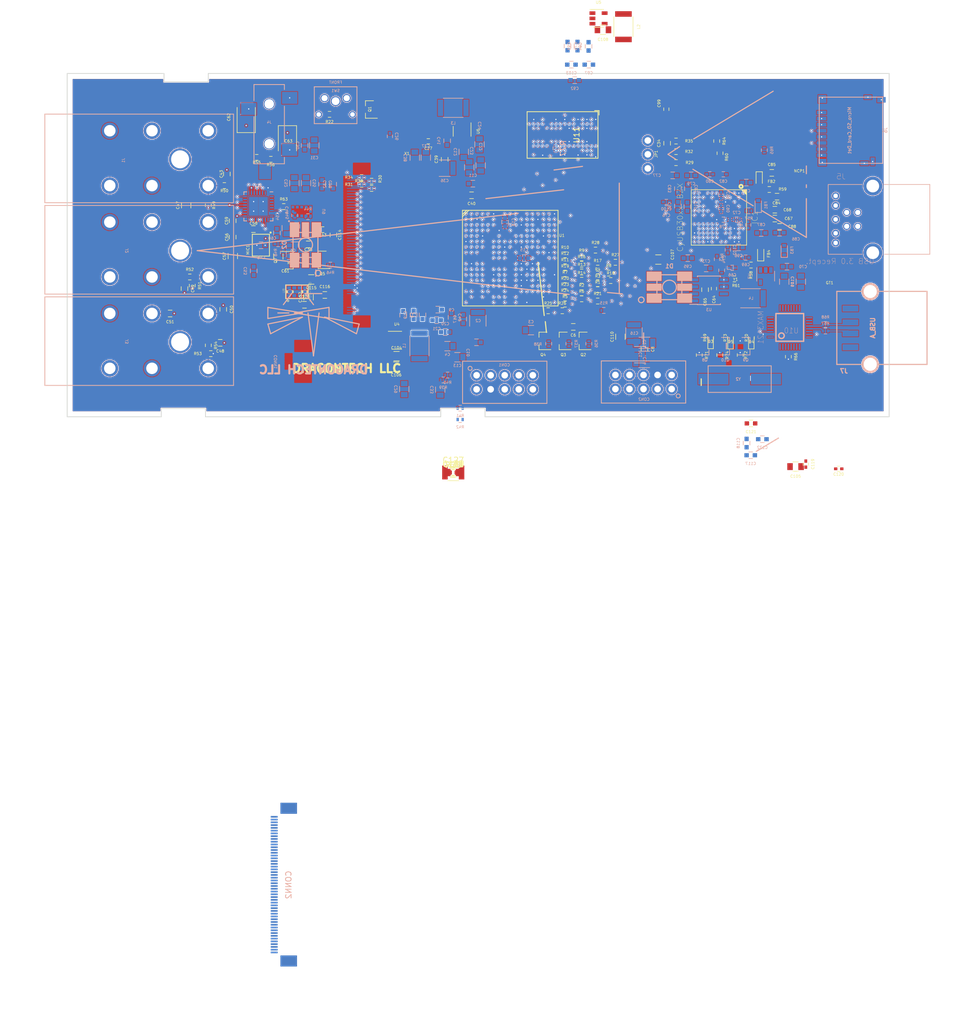
<source format=kicad_pcb>
(kicad_pcb (version 4) (host pcbnew 4.0.7)
  (layers (0 TOP_AGND power) (1 Core_Supply_5V power) (2 SIGNAL1 signal) (3 GND0 power) (4 SIGNAL2 signal) (5 GND1 power) (6 SIGNAL3 signal) (31 BOTTOM_33_18 power) (34 B.Paste user) (35 F.Paste user) (36 B.SilkS user) (37 F.SilkS user) (38 B.Mask user) (39 F.Mask user) (44 Edge.Cuts user))
  (net 0 "")
  (net 1 +1.8V)
  (net 2 +1.0V)
  (net 3 +3V3)
  (net 4 JD_IN)
  (net 5 JD_ROUT)
  (net 6 JD_LOUT)
  (net 7 JD_HOUT)
  (net 8 +5V)
  (net 9 +1.2V)
  (net 10 CVDDQ)
  (net 11 I2S_LRCLK)
  (net 12 I2S_BCLK)
  (net 13 I2S_ADCSD)
  (net 14 I2S_DACSD)
  (net 15 I2C_SCLK)
  (net 16 I2C_SDIN)
  (net 17 SPI_MISO)
  (net 18 SPI_CLK)
  (net 19 SPI_MOSI)
  (net 20 SPIUSB_GPX)
  (net 21 SPIUSB_SS)
  (net 22 SPIUSB_INT)
  (net 23 RF_IRQ)
  (net 24 GD_2)
  (net 25 GD_5)
  (net 26 GD_1)
  (net 27 GD_0)
  (net 28 GPIF_FLAGB)
  (net 29 GPIF_FLAGA)
  (net 30 GD_15)
  (net 31 GD_4)
  (net 32 GD_3)
  (net 33 GA_1)
  (net 34 GPIF_SLRD#)
  (net 35 GPIF_PKTEND#)
  (net 36 GD_7)
  (net 37 GD_6)
  (net 38 GA_0)
  (net 39 GPIF_PCLK)
  (net 40 GPIF_SLOE#)
  (net 41 GD_14)
  (net 42 GD_9)
  (net 43 GD_8)
  (net 44 CONFIG_DONE)
  (net 45 GPIF_SLWR#)
  (net 46 GPIF_SLCS#)
  (net 47 GD_13)
  (net 48 GD_12)
  (net 49 GD_10)
  (net 50 GD_11)
  (net 51 CONFIG_INIT)
  (net 52 CLK100MHz)
  (net 53 CONFIG_PROGRAM)
  (net 54 AX_TCLK)
  (net 55 AX_TDO)
  (net 56 AX_TDI)
  (net 57 AX_TMS)
  (net 58 FX_TCK)
  (net 59 FX_TDO)
  (net 60 FX_TDI)
  (net 61 FX_nTRST)
  (net 62 FX_TMS)
  (net 63 TEMPO_LED)
  (net 64 TEMPO_SW)
  (net 65 GD_14T)
  (net 66 GD_10T)
  (net 67 GA_1T)
  (net 68 GD_2T)
  (net 69 GD_12T)
  (net 70 GD_8T)
  (net 71 GD_15T)
  (net 72 GD_5T)
  (net 73 GD_0T)
  (net 74 GD_13T)
  (net 75 GD_9T)
  (net 76 GA_0T)
  (net 77 GD_3T)
  (net 78 GD_1T)
  (net 79 GD_11T)
  (net 80 GD_7T)
  (net 81 GD_6T)
  (net 82 GD_4T)
  (net 83 GPIF_FLAGAT)
  (net 84 GPIF_PCLKT)
  (net 85 GPIF_FLAGBT)
  (net 86 GPIF_SLOE#T)
  (net 87 GPIF_PKTEND#T)
  (net 88 GPIF_SLRD#T)
  (net 89 GPIF_SLCS#T)
  (net 90 GPIF_SLWR#T)
  (net 91 "/Cypress FX3/XP")
  (net 92 "/Cypress FX3/XN")
  (net 93 "/Cypress FX3/RUSB3")
  (net 94 "/Cypress FX3/nRESET")
  (net 95 "/Cypress FX3/RUSB2")
  (net 96 "/Cypress FX3/U3RXVDDQ")
  (net 97 "/Cypress FX3/U3TXVDDQ")
  (net 98 "/Cypress FX3/AVDD")
  (net 99 FXD_P)
  (net 100 FXD_N)
  (net 101 SSTX_N)
  (net 102 "/Cypress FX3/SSTXAC_N")
  (net 103 SSTX_P)
  (net 104 "/Cypress FX3/SSTXAC_P")
  (net 105 SSRX_N)
  (net 106 SSRX_P)
  (net 107 /SPIUSBBRIDGE/SPIUSB_DT_P)
  (net 108 /SPIUSBBRIDGE/SPIUSB_DT_N)
  (net 109 GNDA)
  (net 110 "/Cypress FX3/FX_P0")
  (net 111 "/Cypress FX3/FX_P1")
  (net 112 /Audio/INSWITCH)
  (net 113 /Audio/HPSWITCH)
  (net 114 /Audio/RSWITCH)
  (net 115 /Audio/LSWITCH)
  (net 116 /Power/3V3TOLX)
  (net 117 /Power/1V0TOLX)
  (net 118 /Power/1V2TOLX)
  (net 119 /Power/1V8TOLX)
  (net 120 "/FPGA/GPIF II/TEMPO_LED_R")
  (net 121 /SPIUSBBRIDGE/RES)
  (net 122 GND)
  (net 123 /SPIUSBBRIDGE/SPIUSB_XO)
  (net 124 /SPIUSBBRIDGE/SPIUSB_XI)
  (net 125 "/FPGA/GPIF II/TEMPO_LED_D")
  (net 126 /SPIUSBBRIDGE/SLED1_R)
  (net 127 /SPIUSBBRIDGE/SLED1_D)
  (net 128 /SPIUSBBRIDGE/SLED0_R)
  (net 129 /SPIUSBBRIDGE/SLED0_D)
  (net 130 /SPIUSBBRIDGE/SLED1_G)
  (net 131 /SPIUSBBRIDGE/SLED0_G)
  (net 132 STATLED_1)
  (net 133 STATLED_0)
  (net 134 LED_1B_CTRL)
  (net 135 LED_2R_CTRL)
  (net 136 LED_2G_CTRL)
  (net 137 LED_1R_CTRL)
  (net 138 LED_2B_CTRL)
  (net 139 LED_1G_CTRL)
  (net 140 /Audio/LOUT_P)
  (net 141 TLV_RST#)
  (net 142 /Audio/ROUT_P)
  (net 143 /Audio/MICBIAS)
  (net 144 /FPGA/OSCLEDS/LED_1RC)
  (net 145 /FPGA/OSCLEDS/LED_1GC)
  (net 146 /FPGA/OSCLEDS/LED_1BC)
  (net 147 /FPGA/OSCLEDS/LED_1BA)
  (net 148 /FPGA/OSCLEDS/LED_1GA)
  (net 149 /FPGA/OSCLEDS/LED_1RA)
  (net 150 /FPGA/OSCLEDS/LED_2RC)
  (net 151 /FPGA/OSCLEDS/LED_2GC)
  (net 152 /FPGA/OSCLEDS/LED_2BC)
  (net 153 /FPGA/OSCLEDS/LED_2BA)
  (net 154 /FPGA/OSCLEDS/LED_2GA)
  (net 155 /FPGA/OSCLEDS/LED_2RA)
  (net 156 /Audio/ROUT_N)
  (net 157 /Audio/LOUT_N)
  (net 158 /Audio/HPRCOM_P)
  (net 159 /Audio/HPRCOM_PC)
  (net 160 /Audio/HPRCOM_N)
  (net 161 /Audio/HPRCOM_MC)
  (net 162 TOUCH_RST#)
  (net 163 TOUCH_INT#)
  (net 164 LCD_D6)
  (net 165 LCD_D5)
  (net 166 LCD_D4)
  (net 167 LCD_D3)
  (net 168 LCD_D2)
  (net 169 LCD_D1)
  (net 170 LCD_D0)
  (net 171 LCD_READ)
  (net 172 LCD_WRITE)
  (net 173 LCD_DorI)
  (net 174 LCD_CS)
  (net 175 "Net-(CONN2-Pad4)")
  (net 176 "Net-(CONN2-Pad2)")
  (net 177 "Net-(CONN2-Pad3)")
  (net 178 "Net-(CONN2-Pad5)")
  (net 179 LCD_RST)
  (net 180 RGB_DE)
  (net 181 RGB_VSYNC)
  (net 182 RGB_HSYNC)
  (net 183 RGB_DOTCLK)
  (net 184 LCD_D17)
  (net 185 LCD_D13)
  (net 186 LCD_D16)
  (net 187 LCD_D15)
  (net 188 LCD_D14)
  (net 189 LCD_D12)
  (net 190 LCD_D8)
  (net 191 LCD_D11)
  (net 192 LCD_D10)
  (net 193 LCD_D9)
  (net 194 LCD_D7)
  (net 195 LCD_IM3)
  (net 196 LCD_IM0)
  (net 197 LCD_IM1)
  (net 198 LCD_IM2)
  (net 199 /SPIUSBBRIDGE/SLED2_R)
  (net 200 /SPIUSBBRIDGE/SLED2_D)
  (net 201 STATLED_2)
  (net 202 /SPIUSBBRIDGE/SLED2_G)
  (net 203 /Audio/SIG_F)
  (net 204 /Audio/SIGC_F)
  (net 205 "Net-(NCP1-Pad4)")
  (net 206 "Net-(C59-Pad2)")
  (net 207 /RAM/VREF)
  (net 208 CONFIG_CSI)
  (net 209 CONFIG_RW)
  (net 210 "Net-(Q2-Pad1)")
  (net 211 "Net-(Q3-Pad1)")
  (net 212 "Net-(Q4-Pad1)")
  (net 213 "Net-(Q5-Pad1)")
  (net 214 "Net-(Q6-Pad1)")
  (net 215 "Net-(Q7-Pad1)")
  (net 216 "Net-(R63-Pad2)")
  (net 217 RAM_DQ2)
  (net 218 RAM_DQ3)
  (net 219 RAM_LDQS_N)
  (net 220 RAM_DQ7)
  (net 221 RAM_DQ8)
  (net 222 RAM_DQ9)
  (net 223 RAM_UDQS_N)
  (net 224 RAM_DQ13)
  (net 225 RAM_UDQS_P)
  (net 226 RAM_DQ11)
  (net 227 RAM_DQ6)
  (net 228 RAM_DQ5)
  (net 229 RAM_DQ4)
  (net 230 RAM_LDQS_P)
  (net 231 RAM_DQ0)
  (net 232 RAM_DQ1)
  (net 233 RAM_DQ14)
  (net 234 RAM_A9)
  (net 235 RAM_DQ15)
  (net 236 RAM_DQ10)
  (net 237 RAM_A8)
  (net 238 RAM_A7)
  (net 239 RAM_A3)
  (net 240 RAM_DQ12)
  (net 241 RAM_A11)
  (net 242 RAM_A5)
  (net 243 RAM_CK_P)
  (net 244 RAM_CK_N)
  (net 245 RAM_A1)
  (net 246 RAM_A2)
  (net 247 RAM_CAS#)
  (net 248 RAM_A4)
  (net 249 RAM_A10)
  (net 250 RAM_A12)
  (net 251 RAM_A6)
  (net 252 RAM_A0)
  (net 253 RAM_BA1)
  (net 254 RAM_BA0)
  (net 255 RAM_ODT)
  (net 256 RAM_WE#)
  (net 257 I2S_MCLK)
  (net 258 RAM_CKE)
  (net 259 RAM_RAS#)
  (net 260 "Net-(U8-Pad3)")
  (net 261 SCMD)
  (net 262 SCLK)
  (net 263 SD3)
  (net 264 SD1)
  (net 265 SD2)
  (net 266 SD0)
  (net 267 SINS)
  (net 268 LCD_SDO)
  (net 269 LCD_SDI)
  (net 270 LCD_TE)
  (net 271 SPIUSB_VBUS)
  (net 272 SPIUSB_D_N)
  (net 273 SPIUSB_D_P)
  (net 274 /Audio/JACK_IN_P)
  (net 275 /Audio/JACK_INC_P)
  (net 276 /Audio/JACK_IN_N)
  (net 277 /Audio/JACK_INC_N)
  (module DFTcustom:AMPHENOL-114-00841-68 (layer BOTTOM_33_18) (at 247.85 103.25 90)
    (fp_text reference J6 (at 0 6.5 90) (layer B.SilkS) (effects (font (size 0.6 0.6) (thickness 0.1)) (justify mirror)))
    (fp_text value Micro_SD_Card_Det (at 0 0 90) (layer B.SilkS) (effects (font (size 0.6 0.6) (thickness 0.1)) (justify mirror)))
    (pad 1 smd rect (at 3.2 -5.05 90) (size 0.7 1.75) (layers BOTTOM_33_18 B.Paste B.Mask) (net 265 SD2))
    (pad 2 smd rect (at 2.1 -5.05 90) (size 0.7 1.75) (layers BOTTOM_33_18 B.Paste B.Mask) (net 263 SD3))
    (pad 3 smd rect (at 1 -5.05 90) (size 0.7 1.75) (layers BOTTOM_33_18 B.Paste B.Mask) (net 261 SCMD))
    (pad 4 smd rect (at -0.1 -5.05 90) (size 0.7 1.75) (layers BOTTOM_33_18 B.Paste B.Mask) (net 3 +3V3))
    (pad 5 smd rect (at -1.2 -5.05 90) (size 0.7 1.75) (layers BOTTOM_33_18 B.Paste B.Mask) (net 262 SCLK))
    (pad 6 smd rect (at -2.3 -5.05 90) (size 0.7 1.75) (layers BOTTOM_33_18 B.Paste B.Mask) (net 122 GND))
    (pad 7 smd rect (at -3.4 -5.05 90) (size 0.7 1.75) (layers BOTTOM_33_18 B.Paste B.Mask) (net 266 SD0))
    (pad 8 smd rect (at -4.5 -5.05 90) (size 0.7 1.75) (layers BOTTOM_33_18 B.Paste B.Mask) (net 264 SD1))
    (pad 6 smd rect (at -5.8 -4.925 90) (size 1.3 1.5) (layers BOTTOM_33_18 B.Paste B.Mask) (net 122 GND))
    (pad 6 smd rect (at 5.65 -4.925 90) (size 1.5 1.5) (layers BOTTOM_33_18 B.Paste B.Mask) (net 122 GND))
    (pad 6 smd rect (at -5.975 2.675 90) (size 0.8 1.5) (layers BOTTOM_33_18 B.Paste B.Mask) (net 122 GND))
    (pad 10 smd rect (at -5.65 4.175 90) (size 1.5 0.8) (layers BOTTOM_33_18 B.Paste B.Mask) (net 122 GND))
    (pad 9 smd rect (at 5.5 5.75 90) (size 1 1.55) (layers BOTTOM_33_18 B.Paste B.Mask) (net 267 SINS))
    (pad 6 smd rect (at 5.975 3.325 90) (size 0.8 1.4) (layers BOTTOM_33_18 B.Paste B.Mask) (net 122 GND))
  )
  (module DFTcustom:ER-CON50HT-1 (layer BOTTOM_33_18) (at 143.9 239.5 270)
    (fp_text reference CONN2 (at 0.05 -2.6 270) (layer B.SilkS) (effects (justify mirror)))
    (fp_text value ER-CON50HT-1)
    (pad 26 smd rect (at 0.25 0 270) (size 0.3 1.25) (layers BOTTOM_33_18 B.Paste B.Mask) (net 164 LCD_D6))
    (pad 27 smd rect (at 0.75 0 270) (size 0.3 1.25) (layers BOTTOM_33_18 B.Paste B.Mask) (net 165 LCD_D5))
    (pad 28 smd rect (at 1.25 0 270) (size 0.3 1.25) (layers BOTTOM_33_18 B.Paste B.Mask) (net 166 LCD_D4))
    (pad 29 smd rect (at 1.75 0 270) (size 0.3 1.25) (layers BOTTOM_33_18 B.Paste B.Mask) (net 167 LCD_D3))
    (pad 30 smd rect (at 2.25 0 270) (size 0.3 1.25) (layers BOTTOM_33_18 B.Paste B.Mask) (net 168 LCD_D2))
    (pad 31 smd rect (at 2.75 0 270) (size 0.3 1.25) (layers BOTTOM_33_18 B.Paste B.Mask) (net 169 LCD_D1))
    (pad 32 smd rect (at 3.25 0 270) (size 0.3 1.25) (layers BOTTOM_33_18 B.Paste B.Mask) (net 170 LCD_D0))
    (pad 33 smd rect (at 3.75 0 270) (size 0.3 1.25) (layers BOTTOM_33_18 B.Paste B.Mask) (net 268 LCD_SDO))
    (pad 34 smd rect (at 4.25 0 270) (size 0.3 1.25) (layers BOTTOM_33_18 B.Paste B.Mask) (net 269 LCD_SDI))
    (pad 35 smd rect (at 4.75 0 270) (size 0.3 1.25) (layers BOTTOM_33_18 B.Paste B.Mask) (net 171 LCD_READ))
    (pad 36 smd rect (at 5.25 0 270) (size 0.3 1.25) (layers BOTTOM_33_18 B.Paste B.Mask) (net 172 LCD_WRITE))
    (pad 37 smd rect (at 5.75 0 270) (size 0.3 1.25) (layers BOTTOM_33_18 B.Paste B.Mask) (net 173 LCD_DorI))
    (pad 38 smd rect (at 6.25 0 270) (size 0.3 1.25) (layers BOTTOM_33_18 B.Paste B.Mask) (net 174 LCD_CS))
    (pad 39 smd rect (at 6.75 0 270) (size 0.3 1.25) (layers BOTTOM_33_18 B.Paste B.Mask) (net 270 LCD_TE))
    (pad 40 smd rect (at 7.25 0 270) (size 0.3 1.25) (layers BOTTOM_33_18 B.Paste B.Mask) (net 1 +1.8V))
    (pad 41 smd rect (at 7.75 0 270) (size 0.3 1.25) (layers BOTTOM_33_18 B.Paste B.Mask) (net 1 +1.8V))
    (pad 42 smd rect (at 8.25 0 270) (size 0.3 1.25) (layers BOTTOM_33_18 B.Paste B.Mask) (net 3 +3V3))
    (pad 43 smd rect (at 8.75 0 270) (size 0.3 1.25) (layers BOTTOM_33_18 B.Paste B.Mask) (net 122 GND))
    (pad 44 smd rect (at 9.25 0 270) (size 0.3 1.25) (layers BOTTOM_33_18 B.Paste B.Mask))
    (pad 45 smd rect (at 9.75 0 270) (size 0.3 1.25) (layers BOTTOM_33_18 B.Paste B.Mask))
    (pad 46 smd rect (at 10.25 0 270) (size 0.3 1.25) (layers BOTTOM_33_18 B.Paste B.Mask))
    (pad 47 smd rect (at 10.75 0 270) (size 0.3 1.25) (layers BOTTOM_33_18 B.Paste B.Mask))
    (pad 48 smd rect (at 11.25 0 270) (size 0.3 1.25) (layers BOTTOM_33_18 B.Paste B.Mask) (net 122 GND))
    (pad 49 smd rect (at 11.75 0 270) (size 0.3 1.25) (layers BOTTOM_33_18 B.Paste B.Mask) (net 122 GND))
    (pad 50 smd rect (at 12.25 0 270) (size 0.3 1.25) (layers BOTTOM_33_18 B.Paste B.Mask) (net 122 GND))
    (pad 4 smd rect (at -10.75 0 270) (size 0.3 1.25) (layers BOTTOM_33_18 B.Paste B.Mask) (net 175 "Net-(CONN2-Pad4)"))
    (pad 1 smd rect (at -12.25 0 270) (size 0.3 1.25) (layers BOTTOM_33_18 B.Paste B.Mask) (net 122 GND))
    (pad 2 smd rect (at -11.75 0 270) (size 0.3 1.25) (layers BOTTOM_33_18 B.Paste B.Mask) (net 176 "Net-(CONN2-Pad2)"))
    (pad 3 smd rect (at -11.25 0 270) (size 0.3 1.25) (layers BOTTOM_33_18 B.Paste B.Mask) (net 177 "Net-(CONN2-Pad3)"))
    (pad 5 smd rect (at -10.25 0 270) (size 0.3 1.25) (layers BOTTOM_33_18 B.Paste B.Mask) (net 178 "Net-(CONN2-Pad5)"))
    (pad 9 smd rect (at -8.25 0 270) (size 0.3 1.25) (layers BOTTOM_33_18 B.Paste B.Mask) (net 195 LCD_IM3))
    (pad 6 smd rect (at -9.75 0 270) (size 0.3 1.25) (layers BOTTOM_33_18 B.Paste B.Mask) (net 196 LCD_IM0))
    (pad 7 smd rect (at -9.25 0 270) (size 0.3 1.25) (layers BOTTOM_33_18 B.Paste B.Mask) (net 197 LCD_IM1))
    (pad 8 smd rect (at -8.75 0 270) (size 0.3 1.25) (layers BOTTOM_33_18 B.Paste B.Mask) (net 198 LCD_IM2))
    (pad 10 smd rect (at -7.75 0 270) (size 0.3 1.25) (layers BOTTOM_33_18 B.Paste B.Mask) (net 179 LCD_RST))
    (pad 14 smd rect (at -5.75 0 270) (size 0.3 1.25) (layers BOTTOM_33_18 B.Paste B.Mask) (net 180 RGB_DE))
    (pad 11 smd rect (at -7.25 0 270) (size 0.3 1.25) (layers BOTTOM_33_18 B.Paste B.Mask) (net 181 RGB_VSYNC))
    (pad 12 smd rect (at -6.75 0 270) (size 0.3 1.25) (layers BOTTOM_33_18 B.Paste B.Mask) (net 182 RGB_HSYNC))
    (pad 13 smd rect (at -6.25 0 270) (size 0.3 1.25) (layers BOTTOM_33_18 B.Paste B.Mask) (net 183 RGB_DOTCLK))
    (pad 15 smd rect (at -5.25 0 270) (size 0.3 1.25) (layers BOTTOM_33_18 B.Paste B.Mask) (net 184 LCD_D17))
    (pad 19 smd rect (at -3.25 0 270) (size 0.3 1.25) (layers BOTTOM_33_18 B.Paste B.Mask) (net 185 LCD_D13))
    (pad 16 smd rect (at -4.75 0 270) (size 0.3 1.25) (layers BOTTOM_33_18 B.Paste B.Mask) (net 186 LCD_D16))
    (pad 17 smd rect (at -4.25 0 270) (size 0.3 1.25) (layers BOTTOM_33_18 B.Paste B.Mask) (net 187 LCD_D15))
    (pad 18 smd rect (at -3.75 0 270) (size 0.3 1.25) (layers BOTTOM_33_18 B.Paste B.Mask) (net 188 LCD_D14))
    (pad 20 smd rect (at -2.75 0 270) (size 0.3 1.25) (layers BOTTOM_33_18 B.Paste B.Mask) (net 189 LCD_D12))
    (pad 24 smd rect (at -0.75 0 270) (size 0.3 1.25) (layers BOTTOM_33_18 B.Paste B.Mask) (net 190 LCD_D8))
    (pad 21 smd rect (at -2.25 0 270) (size 0.3 1.25) (layers BOTTOM_33_18 B.Paste B.Mask) (net 191 LCD_D11))
    (pad 22 smd rect (at -1.75 0 270) (size 0.3 1.25) (layers BOTTOM_33_18 B.Paste B.Mask) (net 192 LCD_D10))
    (pad 23 smd rect (at -1.25 0 270) (size 0.3 1.25) (layers BOTTOM_33_18 B.Paste B.Mask) (net 193 LCD_D9))
    (pad 25 smd rect (at -0.25 0 270) (size 0.3 1.25) (layers BOTTOM_33_18 B.Paste B.Mask) (net 194 LCD_D7))
    (pad ~ smd rect (at -13.79 -2.625 270) (size 2 3) (layers BOTTOM_33_18 B.Paste B.Mask))
    (pad ~ smd rect (at 13.79 -2.625 270) (size 2 3) (layers BOTTOM_33_18 B.Paste B.Mask))
  )
  (module SMD_Packages:BGA-256 (layer TOP_AGND) (at 186.54962 126.34962)
    (fp_text reference U1 (at 9.32512 -4.10062) (layer F.SilkS) (effects (font (size 0.5 0.5) (thickness 0.075))))
    (fp_text value xc7a50tftg256)
    (pad A1 smd circle (at -7.50062 -7.50062) (size 0.50038 0.50038) (layers TOP_AGND F.Paste F.Mask) (net 122 GND))
    (pad A2 smd circle (at -6.49986 -7.50062) (size 0.50038 0.50038) (layers TOP_AGND F.Paste F.Mask) (net 182 RGB_HSYNC))
    (pad A3 smd circle (at -5.4991 -7.50062) (size 0.50038 0.50038) (layers TOP_AGND F.Paste F.Mask) (net 181 RGB_VSYNC))
    (pad A4 smd circle (at -4.50088 -7.50062) (size 0.50038 0.50038) (layers TOP_AGND F.Paste F.Mask) (net 195 LCD_IM3))
    (pad A5 smd circle (at -3.50012 -7.50062) (size 0.50038 0.50038) (layers TOP_AGND F.Paste F.Mask) (net 198 LCD_IM2))
    (pad A6 smd circle (at -2.49936 -7.50062) (size 0.50038 0.50038) (layers TOP_AGND F.Paste F.Mask) (net 1 +1.8V))
    (pad A7 smd circle (at -1.50114 -7.50062) (size 0.50038 0.50038) (layers TOP_AGND F.Paste F.Mask) (net 14 I2S_DACSD))
    (pad A8 smd circle (at -0.50038 -7.50062) (size 0.50038 0.50038) (layers TOP_AGND F.Paste F.Mask) (net 250 RAM_A12))
    (pad A9 smd circle (at 0.50038 -7.50062) (size 0.50038 0.50038) (layers TOP_AGND F.Paste F.Mask) (net 238 RAM_A7))
    (pad A10 smd circle (at 1.50114 -7.50062) (size 0.50038 0.50038) (layers TOP_AGND F.Paste F.Mask) (net 244 RAM_CK_N))
    (pad A11 smd circle (at 2.49936 -7.50062) (size 0.50038 0.50038) (layers TOP_AGND F.Paste F.Mask) (net 122 GND))
    (pad A12 smd circle (at 3.50012 -7.50062) (size 0.50038 0.50038) (layers TOP_AGND F.Paste F.Mask) (net 248 RAM_A4))
    (pad A13 smd circle (at 4.50088 -7.50062) (size 0.50038 0.50038) (layers TOP_AGND F.Paste F.Mask) (net 239 RAM_A3))
    (pad A14 smd circle (at 5.4991 -7.50062) (size 0.50038 0.50038) (layers TOP_AGND F.Paste F.Mask) (net 245 RAM_A1))
    (pad A15 smd circle (at 6.49986 -7.50062) (size 0.50038 0.50038) (layers TOP_AGND F.Paste F.Mask) (net 254 RAM_BA0))
    (pad A16 smd circle (at 7.50062 -7.50062) (size 0.50038 0.50038) (layers TOP_AGND F.Paste F.Mask) (net 1 +1.8V))
    (pad B1 smd circle (at -7.50062 -6.49986) (size 0.50038 0.50038) (layers TOP_AGND F.Paste F.Mask) (net 180 RGB_DE))
    (pad C1 smd circle (at -7.50062 -5.4991) (size 0.50038 0.50038) (layers TOP_AGND F.Paste F.Mask) (net 186 LCD_D16))
    (pad D1 smd circle (at -7.50062 -4.50088) (size 0.50038 0.50038) (layers TOP_AGND F.Paste F.Mask) (net 192 LCD_D10))
    (pad E1 smd circle (at -7.50062 -3.50012) (size 0.50038 0.50038) (layers TOP_AGND F.Paste F.Mask) (net 190 LCD_D8))
    (pad F1 smd circle (at -7.50062 -2.49936) (size 0.50038 0.50038) (layers TOP_AGND F.Paste F.Mask) (net 1 +1.8V))
    (pad G1 smd circle (at -7.50062 -1.50114) (size 0.50038 0.50038) (layers TOP_AGND F.Paste F.Mask) (net 168 LCD_D2))
    (pad H1 smd circle (at -7.50062 -0.50038) (size 0.50038 0.50038) (layers TOP_AGND F.Paste F.Mask) (net 170 LCD_D0))
    (pad J1 smd circle (at -7.50062 0.50038) (size 0.50038 0.50038) (layers TOP_AGND F.Paste F.Mask) (net 172 LCD_WRITE))
    (pad B16 smd circle (at 7.50062 -6.49986) (size 0.50038 0.50038) (layers TOP_AGND F.Paste F.Mask) (net 258 RAM_CKE))
    (pad B15 smd circle (at 6.49986 -6.49986) (size 0.50038 0.50038) (layers TOP_AGND F.Paste F.Mask) (net 253 RAM_BA1))
    (pad B14 smd circle (at 5.4991 -6.49986) (size 0.50038 0.50038) (layers TOP_AGND F.Paste F.Mask) (net 256 RAM_WE#))
    (pad B13 smd circle (at 4.50088 -6.49986) (size 0.50038 0.50038) (layers TOP_AGND F.Paste F.Mask) (net 1 +1.8V))
    (pad B12 smd circle (at 3.50012 -6.49986) (size 0.50038 0.50038) (layers TOP_AGND F.Paste F.Mask) (net 249 RAM_A10))
    (pad B11 smd circle (at 2.49936 -6.49986) (size 0.50038 0.50038) (layers TOP_AGND F.Paste F.Mask) (net 234 RAM_A9))
    (pad B10 smd circle (at 1.50114 -6.49986) (size 0.50038 0.50038) (layers TOP_AGND F.Paste F.Mask) (net 242 RAM_A5))
    (pad B9 smd circle (at 0.50038 -6.49986) (size 0.50038 0.50038) (layers TOP_AGND F.Paste F.Mask) (net 243 RAM_CK_P))
    (pad B8 smd circle (at -0.50038 -6.49986) (size 0.50038 0.50038) (layers TOP_AGND F.Paste F.Mask) (net 122 GND))
    (pad B7 smd circle (at -1.50114 -6.49986) (size 0.50038 0.50038) (layers TOP_AGND F.Paste F.Mask) (net 257 I2S_MCLK))
    (pad B6 smd circle (at -2.49936 -6.49986) (size 0.50038 0.50038) (layers TOP_AGND F.Paste F.Mask) (net 196 LCD_IM0))
    (pad B5 smd circle (at -3.50012 -6.49986) (size 0.50038 0.50038) (layers TOP_AGND F.Paste F.Mask) (net 12 I2S_BCLK))
    (pad B2 smd circle (at -6.49986 -6.49986) (size 0.50038 0.50038) (layers TOP_AGND F.Paste F.Mask) (net 183 RGB_DOTCLK))
    (pad B3 smd circle (at -5.4991 -6.49986) (size 0.50038 0.50038) (layers TOP_AGND F.Paste F.Mask) (net 1 +1.8V))
    (pad B4 smd circle (at -4.50088 -6.49986) (size 0.50038 0.50038) (layers TOP_AGND F.Paste F.Mask) (net 179 LCD_RST))
    (pad C2 smd circle (at -6.49986 -5.4991) (size 0.50038 0.50038) (layers TOP_AGND F.Paste F.Mask) (net 187 LCD_D15))
    (pad C3 smd circle (at -5.4991 -5.4991) (size 0.50038 0.50038) (layers TOP_AGND F.Paste F.Mask) (net 184 LCD_D17))
    (pad C4 smd circle (at -4.50088 -5.4991) (size 0.50038 0.50038) (layers TOP_AGND F.Paste F.Mask) (net 188 LCD_D14))
    (pad C5 smd circle (at -3.50012 -5.4991) (size 0.50038 0.50038) (layers TOP_AGND F.Paste F.Mask) (net 122 GND))
    (pad C6 smd circle (at -2.49936 -5.4991) (size 0.50038 0.50038) (layers TOP_AGND F.Paste F.Mask) (net 197 LCD_IM1))
    (pad C7 smd circle (at -1.50114 -5.4991) (size 0.50038 0.50038) (layers TOP_AGND F.Paste F.Mask))
    (pad C8 smd circle (at -0.50038 -5.4991) (size 0.50038 0.50038) (layers TOP_AGND F.Paste F.Mask) (net 237 RAM_A8))
    (pad C9 smd circle (at 0.50038 -5.4991) (size 0.50038 0.50038) (layers TOP_AGND F.Paste F.Mask) (net 251 RAM_A6))
    (pad D2 smd circle (at -6.49986 -4.50088) (size 0.50038 0.50038) (layers TOP_AGND F.Paste F.Mask) (net 122 GND))
    (pad D3 smd circle (at -5.4991 -4.50088) (size 0.50038 0.50038) (layers TOP_AGND F.Paste F.Mask) (net 191 LCD_D11))
    (pad D4 smd circle (at -4.50088 -4.50088) (size 0.50038 0.50038) (layers TOP_AGND F.Paste F.Mask) (net 189 LCD_D12))
    (pad D5 smd circle (at -3.50012 -4.50088) (size 0.50038 0.50038) (layers TOP_AGND F.Paste F.Mask) (net 185 LCD_D13))
    (pad D6 smd circle (at -2.49936 -4.50088) (size 0.50038 0.50038) (layers TOP_AGND F.Paste F.Mask))
    (pad D7 smd circle (at -1.50114 -4.50088) (size 0.50038 0.50038) (layers TOP_AGND F.Paste F.Mask) (net 1 +1.8V))
    (pad D8 smd circle (at -0.50038 -4.50088) (size 0.50038 0.50038) (layers TOP_AGND F.Paste F.Mask) (net 241 RAM_A11))
    (pad D9 smd circle (at 0.50038 -4.50088) (size 0.50038 0.50038) (layers TOP_AGND F.Paste F.Mask))
    (pad E2 smd circle (at -6.49986 -3.50012) (size 0.50038 0.50038) (layers TOP_AGND F.Paste F.Mask) (net 194 LCD_D7))
    (pad E3 smd circle (at -5.4991 -3.50012) (size 0.50038 0.50038) (layers TOP_AGND F.Paste F.Mask) (net 193 LCD_D9))
    (pad E4 smd circle (at -4.50088 -3.50012) (size 0.50038 0.50038) (layers TOP_AGND F.Paste F.Mask) (net 1 +1.8V))
    (pad C10 smd circle (at 1.50114 -5.4991) (size 0.50038 0.50038) (layers TOP_AGND F.Paste F.Mask) (net 1 +1.8V))
    (pad D10 smd circle (at 1.50114 -4.50088) (size 0.50038 0.50038) (layers TOP_AGND F.Paste F.Mask))
    (pad C11 smd circle (at 2.49936 -5.4991) (size 0.50038 0.50038) (layers TOP_AGND F.Paste F.Mask) (net 252 RAM_A0))
    (pad D11 smd circle (at 2.49936 -4.50088) (size 0.50038 0.50038) (layers TOP_AGND F.Paste F.Mask) (net 217 RAM_DQ2))
    (pad D12 smd circle (at 3.50012 -4.50088) (size 0.50038 0.50038) (layers TOP_AGND F.Paste F.Mask) (net 122 GND))
    (pad C12 smd circle (at 3.50012 -5.4991) (size 0.50038 0.50038) (layers TOP_AGND F.Paste F.Mask) (net 246 RAM_A2))
    (pad C13 smd circle (at 4.50088 -5.4991) (size 0.50038 0.50038) (layers TOP_AGND F.Paste F.Mask))
    (pad C14 smd circle (at 5.4991 -5.4991) (size 0.50038 0.50038) (layers TOP_AGND F.Paste F.Mask) (net 247 RAM_CAS#))
    (pad D14 smd circle (at 5.4991 -4.50088) (size 0.50038 0.50038) (layers TOP_AGND F.Paste F.Mask) (net 230 RAM_LDQS_P))
    (pad D13 smd circle (at 4.50088 -4.50088) (size 0.50038 0.50038) (layers TOP_AGND F.Paste F.Mask) (net 255 RAM_ODT))
    (pad C15 smd circle (at 6.49986 -5.4991) (size 0.50038 0.50038) (layers TOP_AGND F.Paste F.Mask) (net 122 GND))
    (pad D15 smd circle (at 6.49986 -4.50088) (size 0.50038 0.50038) (layers TOP_AGND F.Paste F.Mask) (net 219 RAM_LDQS_N))
    (pad D16 smd circle (at 7.50062 -4.50088) (size 0.50038 0.50038) (layers TOP_AGND F.Paste F.Mask) (net 229 RAM_DQ4))
    (pad C16 smd circle (at 7.50062 -5.4991) (size 0.50038 0.50038) (layers TOP_AGND F.Paste F.Mask) (net 259 RAM_RAS#))
    (pad E13 smd circle (at 4.50088 -3.50012) (size 0.50038 0.50038) (layers TOP_AGND F.Paste F.Mask))
    (pad F13 smd circle (at 4.50088 -2.49936) (size 0.50038 0.50038) (layers TOP_AGND F.Paste F.Mask) (net 220 RAM_DQ7))
    (pad G13 smd circle (at 4.50088 -1.50114) (size 0.50038 0.50038) (layers TOP_AGND F.Paste F.Mask) (net 122 GND))
    (pad G14 smd circle (at 5.4991 -1.50114) (size 0.50038 0.50038) (layers TOP_AGND F.Paste F.Mask) (net 225 RAM_UDQS_P))
    (pad F14 smd circle (at 5.4991 -2.49936) (size 0.50038 0.50038) (layers TOP_AGND F.Paste F.Mask) (net 223 RAM_UDQS_N))
    (pad E14 smd circle (at 5.4991 -3.50012) (size 0.50038 0.50038) (layers TOP_AGND F.Paste F.Mask) (net 1 +1.8V))
    (pad E15 smd circle (at 6.49986 -3.50012) (size 0.50038 0.50038) (layers TOP_AGND F.Paste F.Mask) (net 218 RAM_DQ3))
    (pad F15 smd circle (at 6.49986 -2.49936) (size 0.50038 0.50038) (layers TOP_AGND F.Paste F.Mask) (net 232 RAM_DQ1))
    (pad G15 smd circle (at 6.49986 -1.50114) (size 0.50038 0.50038) (layers TOP_AGND F.Paste F.Mask))
    (pad G16 smd circle (at 7.50062 -1.50114) (size 0.50038 0.50038) (layers TOP_AGND F.Paste F.Mask) (net 240 RAM_DQ12))
    (pad F16 smd circle (at 7.50062 -2.49936) (size 0.50038 0.50038) (layers TOP_AGND F.Paste F.Mask) (net 122 GND))
    (pad E16 smd circle (at 7.50062 -3.50012) (size 0.50038 0.50038) (layers TOP_AGND F.Paste F.Mask) (net 227 RAM_DQ6))
    (pad F2 smd circle (at -6.49986 -2.49936) (size 0.50038 0.50038) (layers TOP_AGND F.Paste F.Mask) (net 165 LCD_D5))
    (pad F3 smd circle (at -5.4991 -2.49936) (size 0.50038 0.50038) (layers TOP_AGND F.Paste F.Mask) (net 166 LCD_D4))
    (pad F4 smd circle (at -4.50088 -2.49936) (size 0.50038 0.50038) (layers TOP_AGND F.Paste F.Mask) (net 164 LCD_D6))
    (pad G4 smd circle (at -4.50088 -1.50114) (size 0.50038 0.50038) (layers TOP_AGND F.Paste F.Mask) (net 167 LCD_D3))
    (pad G3 smd circle (at -5.4991 -1.50114) (size 0.50038 0.50038) (layers TOP_AGND F.Paste F.Mask) (net 122 GND))
    (pad G2 smd circle (at -6.49986 -1.50114) (size 0.50038 0.50038) (layers TOP_AGND F.Paste F.Mask) (net 169 LCD_D1))
    (pad H2 smd circle (at -6.49986 -0.50038) (size 0.50038 0.50038) (layers TOP_AGND F.Paste F.Mask) (net 269 LCD_SDI))
    (pad H3 smd circle (at -5.4991 -0.50038) (size 0.50038 0.50038) (layers TOP_AGND F.Paste F.Mask) (net 268 LCD_SDO))
    (pad H4 smd circle (at -4.50088 -0.50038) (size 0.50038 0.50038) (layers TOP_AGND F.Paste F.Mask))
    (pad J4 smd circle (at -4.50088 0.50038) (size 0.50038 0.50038) (layers TOP_AGND F.Paste F.Mask) (net 171 LCD_READ))
    (pad J3 smd circle (at -5.4991 0.50038) (size 0.50038 0.50038) (layers TOP_AGND F.Paste F.Mask) (net 173 LCD_DorI))
    (pad J2 smd circle (at -6.49986 0.50038) (size 0.50038 0.50038) (layers TOP_AGND F.Paste F.Mask) (net 1 +1.8V))
    (pad K1 smd circle (at -7.50062 1.50114) (size 0.50038 0.50038) (layers TOP_AGND F.Paste F.Mask) (net 270 LCD_TE))
    (pad K2 smd circle (at -6.49986 1.50114) (size 0.50038 0.50038) (layers TOP_AGND F.Paste F.Mask) (net 138 LED_2B_CTRL))
    (pad K3 smd circle (at -5.4991 1.50114) (size 0.50038 0.50038) (layers TOP_AGND F.Paste F.Mask) (net 174 LCD_CS))
    (pad K4 smd circle (at -4.50088 1.50114) (size 0.50038 0.50038) (layers TOP_AGND F.Paste F.Mask) (net 122 GND))
    (pad L4 smd circle (at -4.50088 2.49936) (size 0.50038 0.50038) (layers TOP_AGND F.Paste F.Mask) (net 122 GND))
    (pad L3 smd circle (at -5.4991 2.49936) (size 0.50038 0.50038) (layers TOP_AGND F.Paste F.Mask) (net 135 LED_2R_CTRL))
    (pad L2 smd circle (at -6.49986 2.49936) (size 0.50038 0.50038) (layers TOP_AGND F.Paste F.Mask) (net 136 LED_2G_CTRL))
    (pad L1 smd circle (at -7.50062 2.49936) (size 0.50038 0.50038) (layers TOP_AGND F.Paste F.Mask) (net 122 GND))
    (pad M1 smd circle (at -7.50062 3.50012) (size 0.50038 0.50038) (layers TOP_AGND F.Paste F.Mask))
    (pad M2 smd circle (at -6.49986 3.50012) (size 0.50038 0.50038) (layers TOP_AGND F.Paste F.Mask) (net 122 GND))
    (pad M3 smd circle (at -5.4991 3.50012) (size 0.50038 0.50038) (layers TOP_AGND F.Paste F.Mask) (net 122 GND))
    (pad M4 smd circle (at -4.50088 3.50012) (size 0.50038 0.50038) (layers TOP_AGND F.Paste F.Mask) (net 122 GND))
    (pad N4 smd circle (at -4.50088 4.50088) (size 0.50038 0.50038) (layers TOP_AGND F.Paste F.Mask) (net 122 GND))
    (pad P4 smd circle (at -4.50088 5.4991) (size 0.50038 0.50038) (layers TOP_AGND F.Paste F.Mask) (net 122 GND))
    (pad R4 smd circle (at -4.50088 6.49986) (size 0.50038 0.50038) (layers TOP_AGND F.Paste F.Mask) (net 122 GND))
    (pad R3 smd circle (at -5.4991 6.49986) (size 0.50038 0.50038) (layers TOP_AGND F.Paste F.Mask))
    (pad P3 smd circle (at -5.4991 5.4991) (size 0.50038 0.50038) (layers TOP_AGND F.Paste F.Mask))
    (pad N3 smd circle (at -5.4991 4.50088) (size 0.50038 0.50038) (layers TOP_AGND F.Paste F.Mask))
    (pad N2 smd circle (at -6.49986 4.50088) (size 0.50038 0.50038) (layers TOP_AGND F.Paste F.Mask))
    (pad P2 smd circle (at -6.49986 5.4991) (size 0.50038 0.50038) (layers TOP_AGND F.Paste F.Mask) (net 122 GND))
    (pad R2 smd circle (at -6.49986 6.49986) (size 0.50038 0.50038) (layers TOP_AGND F.Paste F.Mask) (net 122 GND))
    (pad N1 smd circle (at -7.50062 4.50088) (size 0.50038 0.50038) (layers TOP_AGND F.Paste F.Mask))
    (pad P1 smd circle (at -7.50062 5.4991) (size 0.50038 0.50038) (layers TOP_AGND F.Paste F.Mask) (net 122 GND))
    (pad R1 smd circle (at -7.50062 6.49986) (size 0.50038 0.50038) (layers TOP_AGND F.Paste F.Mask))
    (pad T1 smd circle (at -7.50062 7.50062) (size 0.50038 0.50038) (layers TOP_AGND F.Paste F.Mask) (net 122 GND))
    (pad T2 smd circle (at -6.49986 7.50062) (size 0.50038 0.50038) (layers TOP_AGND F.Paste F.Mask))
    (pad T3 smd circle (at -5.4991 7.50062) (size 0.50038 0.50038) (layers TOP_AGND F.Paste F.Mask))
    (pad T4 smd circle (at -4.50088 7.50062) (size 0.50038 0.50038) (layers TOP_AGND F.Paste F.Mask))
    (pad E8 smd circle (at -0.50038 -3.50012) (size 0.50038 0.50038) (layers TOP_AGND F.Paste F.Mask) (net 84 GPIF_PCLKT))
    (pad E7 smd circle (at -1.50114 -3.50012) (size 0.50038 0.50038) (layers TOP_AGND F.Paste F.Mask) (net 122 GND))
    (pad E6 smd circle (at -2.49936 -3.50012) (size 0.50038 0.50038) (layers TOP_AGND F.Paste F.Mask))
    (pad E5 smd circle (at -3.50012 -3.50012) (size 0.50038 0.50038) (layers TOP_AGND F.Paste F.Mask))
    (pad F5 smd circle (at -3.50012 -2.49936) (size 0.50038 0.50038) (layers TOP_AGND F.Paste F.Mask))
    (pad F6 smd circle (at -2.49936 -2.49936) (size 0.50038 0.50038) (layers TOP_AGND F.Paste F.Mask) (net 122 GND))
    (pad F7 smd circle (at -1.50114 -2.49936) (size 0.50038 0.50038) (layers TOP_AGND F.Paste F.Mask) (net 2 +1.0V))
    (pad F8 smd circle (at -0.50038 -2.49936) (size 0.50038 0.50038) (layers TOP_AGND F.Paste F.Mask) (net 122 GND))
    (pad G5 smd circle (at -3.50012 -1.50114) (size 0.50038 0.50038) (layers TOP_AGND F.Paste F.Mask))
    (pad G6 smd circle (at -2.49936 -1.50114) (size 0.50038 0.50038) (layers TOP_AGND F.Paste F.Mask) (net 2 +1.0V))
    (pad G7 smd circle (at -1.50114 -1.50114) (size 0.50038 0.50038) (layers TOP_AGND F.Paste F.Mask) (net 122 GND))
    (pad G8 smd circle (at -0.50038 -1.50114) (size 0.50038 0.50038) (layers TOP_AGND F.Paste F.Mask) (net 1 +1.8V))
    (pad H5 smd circle (at -3.50012 -0.50038) (size 0.50038 0.50038) (layers TOP_AGND F.Paste F.Mask))
    (pad H6 smd circle (at -2.49936 -0.50038) (size 0.50038 0.50038) (layers TOP_AGND F.Paste F.Mask) (net 122 GND))
    (pad H7 smd circle (at -1.50114 -0.50038) (size 0.50038 0.50038) (layers TOP_AGND F.Paste F.Mask) (net 122 GND))
    (pad H8 smd circle (at -0.50038 -0.50038) (size 0.50038 0.50038) (layers TOP_AGND F.Paste F.Mask) (net 122 GND))
    (pad J5 smd circle (at -3.50012 0.50038) (size 0.50038 0.50038) (layers TOP_AGND F.Paste F.Mask))
    (pad J6 smd circle (at -2.49936 0.50038) (size 0.50038 0.50038) (layers TOP_AGND F.Paste F.Mask) (net 2 +1.0V))
    (pad J7 smd circle (at -1.50114 0.50038) (size 0.50038 0.50038) (layers TOP_AGND F.Paste F.Mask) (net 122 GND))
    (pad J8 smd circle (at -0.50038 0.50038) (size 0.50038 0.50038) (layers TOP_AGND F.Paste F.Mask) (net 122 GND))
    (pad K5 smd circle (at -3.50012 1.50114) (size 0.50038 0.50038) (layers TOP_AGND F.Paste F.Mask) (net 63 TEMPO_LED))
    (pad K6 smd circle (at -2.49936 1.50114) (size 0.50038 0.50038) (layers TOP_AGND F.Paste F.Mask) (net 122 GND))
    (pad K7 smd circle (at -1.50114 1.50114) (size 0.50038 0.50038) (layers TOP_AGND F.Paste F.Mask) (net 122 GND))
    (pad K8 smd circle (at -0.50038 1.50114) (size 0.50038 0.50038) (layers TOP_AGND F.Paste F.Mask) (net 122 GND))
    (pad L5 smd circle (at -3.50012 2.49936) (size 0.50038 0.50038) (layers TOP_AGND F.Paste F.Mask))
    (pad L6 smd circle (at -2.49936 2.49936) (size 0.50038 0.50038) (layers TOP_AGND F.Paste F.Mask) (net 1 +1.8V))
    (pad L7 smd circle (at -1.50114 2.49936) (size 0.50038 0.50038) (layers TOP_AGND F.Paste F.Mask) (net 54 AX_TCLK))
    (pad L8 smd circle (at -0.50038 2.49936) (size 0.50038 0.50038) (layers TOP_AGND F.Paste F.Mask) (net 2 +1.0V))
    (pad M5 smd circle (at -3.50012 3.50012) (size 0.50038 0.50038) (layers TOP_AGND F.Paste F.Mask))
    (pad M6 smd circle (at -2.49936 3.50012) (size 0.50038 0.50038) (layers TOP_AGND F.Paste F.Mask) (net 122 GND))
    (pad M7 smd circle (at -1.50114 3.50012) (size 0.50038 0.50038) (layers TOP_AGND F.Paste F.Mask) (net 57 AX_TMS))
    (pad P5 smd circle (at -3.50012 5.4991) (size 0.50038 0.50038) (layers TOP_AGND F.Paste F.Mask) (net 122 GND))
    (pad P6 smd circle (at -2.49936 5.4991) (size 0.50038 0.50038) (layers TOP_AGND F.Paste F.Mask))
    (pad R5 smd circle (at -3.50012 6.49986) (size 0.50038 0.50038) (layers TOP_AGND F.Paste F.Mask))
    (pad R6 smd circle (at -2.49936 6.49986) (size 0.50038 0.50038) (layers TOP_AGND F.Paste F.Mask) (net 122 GND))
    (pad T5 smd circle (at -3.50012 7.50062) (size 0.50038 0.50038) (layers TOP_AGND F.Paste F.Mask))
    (pad T6 smd circle (at -2.49936 7.50062) (size 0.50038 0.50038) (layers TOP_AGND F.Paste F.Mask) (net 122 GND))
    (pad M8 smd circle (at -0.50038 3.50012) (size 0.50038 0.50038) (layers TOP_AGND F.Paste F.Mask) (net 122 GND))
    (pad N5 smd circle (at -3.50012 4.50088) (size 0.50038 0.50038) (layers TOP_AGND F.Paste F.Mask) (net 122 GND))
    (pad N6 smd circle (at -2.49936 4.50088) (size 0.50038 0.50038) (layers TOP_AGND F.Paste F.Mask) (net 122 GND))
    (pad N7 smd circle (at -1.50114 4.50088) (size 0.50038 0.50038) (layers TOP_AGND F.Paste F.Mask) (net 56 AX_TDI))
    (pad P11 smd circle (at 2.49936 5.4991) (size 0.50038 0.50038) (layers TOP_AGND F.Paste F.Mask) (net 90 GPIF_SLWR#T))
    (pad P10 smd circle (at 1.50114 5.4991) (size 0.50038 0.50038) (layers TOP_AGND F.Paste F.Mask) (net 87 GPIF_PKTEND#T))
    (pad P9 smd circle (at 0.50038 5.4991) (size 0.50038 0.50038) (layers TOP_AGND F.Paste F.Mask) (net 134 LED_1B_CTRL))
    (pad P8 smd circle (at -0.50038 5.4991) (size 0.50038 0.50038) (layers TOP_AGND F.Paste F.Mask) (net 122 GND))
    (pad P7 smd circle (at -1.50114 5.4991) (size 0.50038 0.50038) (layers TOP_AGND F.Paste F.Mask) (net 1 +1.8V))
    (pad R7 smd circle (at -1.50114 6.49986) (size 0.50038 0.50038) (layers TOP_AGND F.Paste F.Mask) (net 122 GND))
    (pad R8 smd circle (at -0.50038 6.49986) (size 0.50038 0.50038) (layers TOP_AGND F.Paste F.Mask) (net 122 GND))
    (pad R9 smd circle (at 0.50038 6.49986) (size 0.50038 0.50038) (layers TOP_AGND F.Paste F.Mask) (net 122 GND))
    (pad R10 smd circle (at 1.50114 6.49986) (size 0.50038 0.50038) (layers TOP_AGND F.Paste F.Mask) (net 137 LED_1R_CTRL))
    (pad R11 smd circle (at 2.49936 6.49986) (size 0.50038 0.50038) (layers TOP_AGND F.Paste F.Mask) (net 64 TEMPO_SW))
    (pad T7 smd circle (at -1.50114 7.50062) (size 0.50038 0.50038) (layers TOP_AGND F.Paste F.Mask) (net 11 I2S_LRCLK))
    (pad T8 smd circle (at -0.50038 7.50062) (size 0.50038 0.50038) (layers TOP_AGND F.Paste F.Mask) (net 13 I2S_ADCSD))
    (pad T9 smd circle (at 0.50038 7.50062) (size 0.50038 0.50038) (layers TOP_AGND F.Paste F.Mask) (net 122 GND))
    (pad T10 smd circle (at 1.50114 7.50062) (size 0.50038 0.50038) (layers TOP_AGND F.Paste F.Mask) (net 139 LED_1G_CTRL))
    (pad T11 smd circle (at 2.49936 7.50062) (size 0.50038 0.50038) (layers TOP_AGND F.Paste F.Mask) (net 1 +1.8V))
    (pad N8 smd circle (at -0.50038 4.50088) (size 0.50038 0.50038) (layers TOP_AGND F.Paste F.Mask) (net 55 AX_TDO))
    (pad E9 smd circle (at 0.50038 -3.50012) (size 0.50038 0.50038) (layers TOP_AGND F.Paste F.Mask) (net 122 GND))
    (pad E10 smd circle (at 1.50114 -3.50012) (size 0.50038 0.50038) (layers TOP_AGND F.Paste F.Mask) (net 2 +1.0V))
    (pad E11 smd circle (at 2.49936 -3.50012) (size 0.50038 0.50038) (layers TOP_AGND F.Paste F.Mask) (net 228 RAM_DQ5))
    (pad E12 smd circle (at 3.50012 -3.50012) (size 0.50038 0.50038) (layers TOP_AGND F.Paste F.Mask) (net 52 CLK100MHz))
    (pad P12 smd circle (at 3.50012 5.4991) (size 0.50038 0.50038) (layers TOP_AGND F.Paste F.Mask) (net 122 GND))
    (pad F9 smd circle (at 0.50038 -2.49936) (size 0.50038 0.50038) (layers TOP_AGND F.Paste F.Mask) (net 2 +1.0V))
    (pad F10 smd circle (at 1.50114 -2.49936) (size 0.50038 0.50038) (layers TOP_AGND F.Paste F.Mask) (net 122 GND))
    (pad F11 smd circle (at 2.49936 -2.49936) (size 0.50038 0.50038) (layers TOP_AGND F.Paste F.Mask) (net 2 +1.0V))
    (pad F12 smd circle (at 3.50012 -2.49936) (size 0.50038 0.50038) (layers TOP_AGND F.Paste F.Mask) (net 231 RAM_DQ0))
    (pad J9 smd circle (at 0.50038 0.50038) (size 0.50038 0.50038) (layers TOP_AGND F.Paste F.Mask) (net 122 GND))
    (pad G12 smd circle (at 3.50012 -1.50114) (size 0.50038 0.50038) (layers TOP_AGND F.Paste F.Mask))
    (pad G11 smd circle (at 2.49936 -1.50114) (size 0.50038 0.50038) (layers TOP_AGND F.Paste F.Mask) (net 122 GND))
    (pad G10 smd circle (at 1.50114 -1.50114) (size 0.50038 0.50038) (layers TOP_AGND F.Paste F.Mask) (net 1 +1.8V))
    (pad G9 smd circle (at 0.50038 -1.50114) (size 0.50038 0.50038) (layers TOP_AGND F.Paste F.Mask) (net 122 GND))
    (pad R12 smd circle (at 3.50012 6.49986) (size 0.50038 0.50038) (layers TOP_AGND F.Paste F.Mask) (net 209 CONFIG_RW))
    (pad T12 smd circle (at 3.50012 7.50062) (size 0.50038 0.50038) (layers TOP_AGND F.Paste F.Mask))
    (pad H9 smd circle (at 0.50038 -0.50038) (size 0.50038 0.50038) (layers TOP_AGND F.Paste F.Mask) (net 2 +1.0V))
    (pad H10 smd circle (at 1.50114 -0.50038) (size 0.50038 0.50038) (layers TOP_AGND F.Paste F.Mask) (net 44 CONFIG_DONE))
    (pad H11 smd circle (at 2.49936 -0.50038) (size 0.50038 0.50038) (layers TOP_AGND F.Paste F.Mask) (net 236 RAM_DQ10))
    (pad H12 smd circle (at 3.50012 -0.50038) (size 0.50038 0.50038) (layers TOP_AGND F.Paste F.Mask) (net 221 RAM_DQ8))
    (pad J10 smd circle (at 1.50114 0.50038) (size 0.50038 0.50038) (layers TOP_AGND F.Paste F.Mask) (net 1 +1.8V))
    (pad J11 smd circle (at 2.49936 0.50038) (size 0.50038 0.50038) (layers TOP_AGND F.Paste F.Mask) (net 122 GND))
    (pad J12 smd circle (at 3.50012 0.50038) (size 0.50038 0.50038) (layers TOP_AGND F.Paste F.Mask) (net 1 +1.8V))
    (pad H13 smd circle (at 4.50088 -0.50038) (size 0.50038 0.50038) (layers TOP_AGND F.Paste F.Mask) (net 224 RAM_DQ13))
    (pad J13 smd circle (at 4.50088 0.50038) (size 0.50038 0.50038) (layers TOP_AGND F.Paste F.Mask) (net 73 GD_0T))
    (pad K13 smd circle (at 4.50088 1.50114) (size 0.50038 0.50038) (layers TOP_AGND F.Paste F.Mask) (net 81 GD_6T))
    (pad L13 smd circle (at 4.50088 2.49936) (size 0.50038 0.50038) (layers TOP_AGND F.Paste F.Mask) (net 80 GD_7T))
    (pad M13 smd circle (at 4.50088 3.50012) (size 0.50038 0.50038) (layers TOP_AGND F.Paste F.Mask) (net 1 +1.8V))
    (pad N13 smd circle (at 4.50088 4.50088) (size 0.50038 0.50038) (layers TOP_AGND F.Paste F.Mask) (net 86 GPIF_SLOE#T))
    (pad P13 smd circle (at 4.50088 5.4991) (size 0.50038 0.50038) (layers TOP_AGND F.Paste F.Mask) (net 88 GPIF_SLRD#T))
    (pad R13 smd circle (at 4.50088 6.49986) (size 0.50038 0.50038) (layers TOP_AGND F.Paste F.Mask) (net 208 CONFIG_CSI))
    (pad T13 smd circle (at 4.50088 7.50062) (size 0.50038 0.50038) (layers TOP_AGND F.Paste F.Mask))
    (pad N9 smd circle (at 0.50038 4.50088) (size 0.50038 0.50038) (layers TOP_AGND F.Paste F.Mask) (net 122 GND))
    (pad M9 smd circle (at 0.50038 3.50012) (size 0.50038 0.50038) (layers TOP_AGND F.Paste F.Mask) (net 122 GND))
    (pad L9 smd circle (at 0.50038 2.49936) (size 0.50038 0.50038) (layers TOP_AGND F.Paste F.Mask) (net 53 CONFIG_PROGRAM))
    (pad K9 smd circle (at 0.50038 1.50114) (size 0.50038 0.50038) (layers TOP_AGND F.Paste F.Mask) (net 2 +1.0V))
    (pad K10 smd circle (at 1.50114 1.50114) (size 0.50038 0.50038) (layers TOP_AGND F.Paste F.Mask) (net 51 CONFIG_INIT))
    (pad L10 smd circle (at 1.50114 2.49936) (size 0.50038 0.50038) (layers TOP_AGND F.Paste F.Mask) (net 1 +1.8V))
    (pad M10 smd circle (at 1.50114 3.50012) (size 0.50038 0.50038) (layers TOP_AGND F.Paste F.Mask) (net 1 +1.8V))
    (pad N10 smd circle (at 1.50114 4.50088) (size 0.50038 0.50038) (layers TOP_AGND F.Paste F.Mask) (net 1 +1.8V))
    (pad T14 smd circle (at 5.4991 7.50062) (size 0.50038 0.50038) (layers TOP_AGND F.Paste F.Mask) (net 65 GD_14T))
    (pad R14 smd circle (at 5.4991 6.49986) (size 0.50038 0.50038) (layers TOP_AGND F.Paste F.Mask) (net 1 +1.8V))
    (pad P14 smd circle (at 5.4991 5.4991) (size 0.50038 0.50038) (layers TOP_AGND F.Paste F.Mask))
    (pad N14 smd circle (at 5.4991 4.50088) (size 0.50038 0.50038) (layers TOP_AGND F.Paste F.Mask) (net 84 GPIF_PCLKT))
    (pad M14 smd circle (at 5.4991 3.50012) (size 0.50038 0.50038) (layers TOP_AGND F.Paste F.Mask) (net 72 GD_5T))
    (pad L14 smd circle (at 5.4991 2.49936) (size 0.50038 0.50038) (layers TOP_AGND F.Paste F.Mask) (net 82 GD_4T))
    (pad K14 smd circle (at 5.4991 1.50114) (size 0.50038 0.50038) (layers TOP_AGND F.Paste F.Mask) (net 122 GND))
    (pad J14 smd circle (at 5.4991 0.50038) (size 0.50038 0.50038) (layers TOP_AGND F.Paste F.Mask) (net 78 GD_1T))
    (pad H14 smd circle (at 5.4991 -0.50038) (size 0.50038 0.50038) (layers TOP_AGND F.Paste F.Mask) (net 226 RAM_DQ11))
    (pad H15 smd circle (at 6.49986 -0.50038) (size 0.50038 0.50038) (layers TOP_AGND F.Paste F.Mask) (net 1 +1.8V))
    (pad J15 smd circle (at 6.49986 0.50038) (size 0.50038 0.50038) (layers TOP_AGND F.Paste F.Mask) (net 235 RAM_DQ15))
    (pad K15 smd circle (at 6.49986 1.50114) (size 0.50038 0.50038) (layers TOP_AGND F.Paste F.Mask) (net 68 GD_2T))
    (pad L15 smd circle (at 6.49986 2.49936) (size 0.50038 0.50038) (layers TOP_AGND F.Paste F.Mask) (net 122 GND))
    (pad M15 smd circle (at 6.49986 3.50012) (size 0.50038 0.50038) (layers TOP_AGND F.Paste F.Mask) (net 85 GPIF_FLAGBT))
    (pad N15 smd circle (at 6.49986 4.50088) (size 0.50038 0.50038) (layers TOP_AGND F.Paste F.Mask) (net 122 GND))
    (pad P15 smd circle (at 6.49986 5.4991) (size 0.50038 0.50038) (layers TOP_AGND F.Paste F.Mask) (net 79 GD_11T))
    (pad R15 smd circle (at 6.49986 6.49986) (size 0.50038 0.50038) (layers TOP_AGND F.Paste F.Mask) (net 89 GPIF_SLCS#T))
    (pad T15 smd circle (at 6.49986 7.50062) (size 0.50038 0.50038) (layers TOP_AGND F.Paste F.Mask) (net 71 GD_15T))
    (pad N11 smd circle (at 2.49936 4.50088) (size 0.50038 0.50038) (layers TOP_AGND F.Paste F.Mask))
    (pad M11 smd circle (at 2.49936 3.50012) (size 0.50038 0.50038) (layers TOP_AGND F.Paste F.Mask) (net 1 +1.8V))
    (pad L11 smd circle (at 2.49936 2.49936) (size 0.50038 0.50038) (layers TOP_AGND F.Paste F.Mask) (net 122 GND))
    (pad K11 smd circle (at 2.49936 1.50114) (size 0.50038 0.50038) (layers TOP_AGND F.Paste F.Mask) (net 1 +1.8V))
    (pad K12 smd circle (at 3.50012 1.50114) (size 0.50038 0.50038) (layers TOP_AGND F.Paste F.Mask) (net 67 GA_1T))
    (pad L12 smd circle (at 3.50012 2.49936) (size 0.50038 0.50038) (layers TOP_AGND F.Paste F.Mask) (net 76 GA_0T))
    (pad M12 smd circle (at 3.50012 3.50012) (size 0.50038 0.50038) (layers TOP_AGND F.Paste F.Mask) (net 70 GD_8T))
    (pad N12 smd circle (at 3.50012 4.50088) (size 0.50038 0.50038) (layers TOP_AGND F.Paste F.Mask) (net 83 GPIF_FLAGAT))
    (pad T16 smd circle (at 7.50062 7.50062) (size 0.50038 0.50038) (layers TOP_AGND F.Paste F.Mask) (net 122 GND))
    (pad R16 smd circle (at 7.50062 6.49986) (size 0.50038 0.50038) (layers TOP_AGND F.Paste F.Mask) (net 74 GD_13T))
    (pad P16 smd circle (at 7.50062 5.4991) (size 0.50038 0.50038) (layers TOP_AGND F.Paste F.Mask) (net 69 GD_12T))
    (pad N16 smd circle (at 7.50062 4.50088) (size 0.50038 0.50038) (layers TOP_AGND F.Paste F.Mask) (net 66 GD_10T))
    (pad M16 smd circle (at 7.50062 3.50012) (size 0.50038 0.50038) (layers TOP_AGND F.Paste F.Mask) (net 75 GD_9T))
    (pad L16 smd circle (at 7.50062 2.49936) (size 0.50038 0.50038) (layers TOP_AGND F.Paste F.Mask) (net 1 +1.8V))
    (pad K16 smd circle (at 7.50062 1.50114) (size 0.50038 0.50038) (layers TOP_AGND F.Paste F.Mask) (net 77 GD_3T))
    (pad J16 smd circle (at 7.50062 0.50038) (size 0.50038 0.50038) (layers TOP_AGND F.Paste F.Mask) (net 222 RAM_DQ9))
    (pad H16 smd circle (at 7.50062 -0.50038) (size 0.50038 0.50038) (layers TOP_AGND F.Paste F.Mask) (net 233 RAM_DQ14))
  )
  (module Capacitors_SMD:C_0402 (layer TOP_AGND) (at 214.75 99.45 90)
    (fp_text reference C99 (at 1.05 -1.3 90) (layer F.SilkS) (effects (font (size 0.5 0.5) (thickness 0.075))))
    (fp_text value .01uF)
    (pad 1 smd rect (at -0.55 0 90) (size 0.6 0.5) (layers TOP_AGND F.Paste F.Mask) (net 9 +1.2V))
    (pad 2 smd rect (at 0.55 0 90) (size 0.6 0.5) (layers TOP_AGND F.Paste F.Mask) (net 122 GND))
  )
  (module DFTcustom:ASFLMB (layer TOP_AGND) (at 167.88 104.45)
    (fp_text reference X1 (at 0 3) (layer F.SilkS) (effects (font (size 0.5 0.5) (thickness 0.075))))
    (fp_text value ASFLMB)
    (pad 3 smd rect (at 1.27 -1.15) (size 1.2 1.1) (layers TOP_AGND F.Paste F.Mask) (net 52 CLK100MHz))
    (pad 4 smd rect (at -1.27 -1.15) (size 1.2 1.1) (layers TOP_AGND F.Paste F.Mask) (net 1 +1.8V))
    (pad 2 smd rect (at 1.27 1.15) (size 1.2 1.1) (layers TOP_AGND F.Paste F.Mask) (net 122 GND))
    (pad 1 smd rect (at -1.27 1.15) (size 1.2 1.1) (layers TOP_AGND F.Paste F.Mask) (net 1 +1.8V))
  )
  (module DFTcustom:ER-CON06HB-1 (layer BOTTOM_33_18) (at 141.55 145.05 270)
    (fp_text reference CONN1 (at 0.05 -2.6 270) (layer B.SilkS) (effects (font (size 0.5 0.5) (thickness 0.075)) (justify mirror)))
    (fp_text value ER-CON06HB-1)
    (pad 4 smd rect (at 0.25 0 270) (size 0.3 1.25) (layers BOTTOM_33_18 B.Paste B.Mask) (net 162 TOUCH_RST#))
    (pad 1 smd rect (at -1.25 0 270) (size 0.3 1.25) (layers BOTTOM_33_18 B.Paste B.Mask) (net 122 GND))
    (pad 2 smd rect (at -0.75 0 270) (size 0.3 1.25) (layers BOTTOM_33_18 B.Paste B.Mask) (net 16 I2C_SDIN))
    (pad 3 smd rect (at -0.25 0 270) (size 0.3 1.25) (layers BOTTOM_33_18 B.Paste B.Mask) (net 15 I2C_SCLK))
    (pad 5 smd rect (at 0.75 0 270) (size 0.3 1.25) (layers BOTTOM_33_18 B.Paste B.Mask) (net 163 TOUCH_INT#))
    (pad 6 smd rect (at 1.25 0 270) (size 0.3 1.25) (layers BOTTOM_33_18 B.Paste B.Mask) (net 3 +3V3))
    (pad ~ smd rect (at -2.79 -2.625 270) (size 2 3) (layers BOTTOM_33_18 B.Paste B.Mask))
    (pad ~ smd rect (at 2.79 -2.625 270) (size 2 3) (layers BOTTOM_33_18 B.Paste B.Mask))
  )
  (module DFTcustom:gndtie (layer TOP_AGND) (at 244.25 127.5)
    (fp_text reference GT1 (at 0 3.3) (layer F.SilkS) (effects (font (size 0.5 0.5) (thickness 0.075))))
    (fp_text value GNDTIE)
    (fp_line (start -1.5 0) (end 1.5 0) (layer TOP_AGND) (width 3))
    (pad 2 connect rect (at 2 0) (size 3 4) (layers TOP_AGND) (net 109 GNDA))
    (pad 1 connect rect (at -2 0) (size 3 4) (layers TOP_AGND) (net 122 GND))
  )
  (module DFTcustom:FA-20HS (layer TOP_AGND) (at 227.25 127.175)
    (fp_text reference Y1 (at 0 3) (layer F.SilkS) (effects (font (size 0.5 0.5) (thickness 0.075))))
    (fp_text value 19.2MHz)
    (pad 3 smd rect (at 0.95 -0.65) (size 1 1) (layers TOP_AGND F.Paste F.Mask) (net 92 "/Cypress FX3/XN"))
    (pad 4 smd rect (at -0.95 -0.65) (size 1 1) (layers TOP_AGND F.Paste F.Mask))
    (pad 2 smd rect (at 0.95 0.65) (size 1 1) (layers TOP_AGND F.Paste F.Mask))
    (pad 1 smd rect (at -0.95 0.65) (size 1 1) (layers TOP_AGND F.Paste F.Mask) (net 91 "/Cypress FX3/XP"))
  )
  (module DFTcustom:tl6215_right_angle (layer BOTTOM_33_18) (at 155 95.4)
    (fp_text reference SW1 (at -0.011792 0.7 180) (layer B.SilkS) (effects (font (size 0.5 0.5) (thickness 0.075)) (justify mirror)))
    (fp_text value TL6215RF200BDT)
    (fp_text user FRONT (at 0 -0.8) (layer B.SilkS) (effects (font (size 0.5 0.5) (thickness 0.075)) (justify mirror)))
    (pad 4 thru_hole circle (at -3.05 5 180) (size 1.2 1.2) (drill 0.8) (layers *.Cu *.Mask) (net 120 "/FPGA/GPIF II/TEMPO_LED_R"))
    (pad 3 thru_hole circle (at 3.05 5 180) (size 1.2 1.2) (drill 0.8) (layers *.Cu *.Mask) (net 125 "/FPGA/GPIF II/TEMPO_LED_D"))
    (pad 2 thru_hole circle (at -2 2.05 180) (size 1.5 1.5) (drill 1.1) (layers *.Cu *.Mask) (net 64 TEMPO_SW))
    (pad ~ thru_hole circle (at 0 2.6 180) (size 1.8 1.8) (drill 1.4) (layers *.Cu *.Mask))
    (pad 1 thru_hole circle (at 2 2.05 180) (size 1.5 1.5) (drill 1.1) (layers *.Cu *.Mask) (net 122 GND))
  )
  (module DFTcustom:WM7121PE (layer TOP_AGND) (at 141.5 124.03 270)
    (fp_text reference MIC1 (at 0.82 2.35 270) (layer F.SilkS) (effects (font (size 0.5 0.5) (thickness 0.075))))
    (fp_text value MEMSMIC hide)
    (pad 1 smd circle (at -1.23 -0.85 270) (size 0.8 0.8) (layers TOP_AGND F.Paste F.Mask) (net 143 /Audio/MICBIAS))
    (pad 4 smd circle (at -1.23 0.85 270) (size 0.8 0.8) (layers TOP_AGND F.Paste F.Mask) (net 204 /Audio/SIGC_F))
    (pad 2 smd circle (at 1.23 -0.85 270) (size 0.8 0.8) (layers TOP_AGND F.Paste F.Mask) (net 109 GNDA))
    (pad 3 smd circle (at 1.23 0.85 270) (size 0.8 0.8) (layers TOP_AGND F.Paste F.Mask) (net 109 GNDA))
  )
  (module DFTcustom:TSOP-5 (layer TOP_AGND) (at 239.05 113.3 180)
    (fp_text reference NCP1 (at 0.25 2.7 180) (layer F.SilkS) (effects (font (size 0.5 0.5) (thickness 0.075))))
    (fp_text value NCP361)
    (pad 1 smd rect (at 0.95 -1.2) (size 0.7 1) (layers TOP_AGND F.Paste F.Mask) (net 8 +5V))
    (pad 2 smd rect (at 0 -1.2) (size 0.7 1) (layers TOP_AGND F.Paste F.Mask) (net 122 GND))
    (pad 3 smd rect (at -0.95 -1.2) (size 0.7 1) (layers TOP_AGND F.Paste F.Mask) (net 122 GND))
    (pad 4 smd rect (at -0.95 1.2) (size 0.7 1) (layers TOP_AGND F.Paste F.Mask) (net 205 "Net-(NCP1-Pad4)"))
    (pad 5 smd rect (at 0.95 1.2) (size 0.7 1) (layers TOP_AGND F.Paste F.Mask) (net 271 SPIUSB_VBUS))
  )
  (module DFTcustom:Optical_LGA12 (layer BOTTOM_33_18) (at 148.878272 117.921752 270)
    (fp_text reference U9 (at 0 -4 270) (layer B.SilkS) (effects (font (size 0.5 0.5) (thickness 0.075)) (justify mirror)))
    (fp_text value VL53L0X)
    (pad 5 smd rect (at 0.8 -1.6 270) (size 0.5 0.5) (layers BOTTOM_33_18 B.Paste B.Mask) (net 216 "Net-(R63-Pad2)"))
    (pad 4 smd rect (at 0.8 -0.8 270) (size 0.5 0.5) (layers BOTTOM_33_18 B.Paste B.Mask) (net 122 GND))
    (pad 3 smd rect (at 0.8 0 270) (size 0.5 0.5) (layers BOTTOM_33_18 B.Paste B.Mask) (net 122 GND))
    (pad 2 smd rect (at 0.8 0.8 270) (size 0.5 0.5) (layers BOTTOM_33_18 B.Paste B.Mask) (net 122 GND))
    (pad 1 smd rect (at 0.8 1.6 270) (size 0.5 0.5) (layers BOTTOM_33_18 B.Paste B.Mask) (net 3 +3V3))
    (pad 12 smd rect (at 0 1.6 270) (size 0.5 0.5) (layers BOTTOM_33_18 B.Paste B.Mask) (net 122 GND))
    (pad 11 smd rect (at -0.8 1.6 270) (size 0.5 0.5) (layers BOTTOM_33_18 B.Paste B.Mask) (net 3 +3V3))
    (pad 10 smd rect (at -0.8 0.8 270) (size 0.5 0.5) (layers BOTTOM_33_18 B.Paste B.Mask) (net 15 I2C_SCLK))
    (pad 9 smd rect (at -0.8 0 270) (size 0.5 0.5) (layers BOTTOM_33_18 B.Paste B.Mask) (net 16 I2C_SDIN))
    (pad 8 smd rect (at -0.8 -0.8 270) (size 0.5 0.5) (layers BOTTOM_33_18 B.Paste B.Mask))
    (pad 7 smd rect (at -0.8 -1.6 270) (size 0.5 0.5) (layers BOTTOM_33_18 B.Paste B.Mask) (net 23 RF_IRQ))
    (pad 6 smd rect (at 0 -1.6 270) (size 0.5 0.5) (layers BOTTOM_33_18 B.Paste B.Mask) (net 122 GND))
  )
  (module DFTcustom:BGA121_08mm (layer TOP_AGND) (at 224.25 119 270)
    (fp_text reference IC1 (at 0 -6.5 270) (layer F.SilkS) (effects (font (thickness 0.05))))
    (fp_text value CyUSB30xx-BZX (at 0 7 270) (layer F.SilkS) (effects (font (thickness 0.05))))
    (pad A1 smd circle (at -4 -4 270) (size 0.4 0.4) (layers TOP_AGND F.Paste F.Mask) (net 122 GND))
    (pad A2 smd circle (at -3.2 -4 270) (size 0.4 0.4) (layers TOP_AGND F.Paste F.Mask) (net 96 "/Cypress FX3/U3RXVDDQ"))
    (pad A3 smd circle (at -2.4 -4 270) (size 0.4 0.4) (layers TOP_AGND F.Paste F.Mask) (net 105 SSRX_N))
    (pad A4 smd circle (at -1.6 -4 270) (size 0.4 0.4) (layers TOP_AGND F.Paste F.Mask) (net 106 SSRX_P))
    (pad A5 smd circle (at -0.8 -4 270) (size 0.4 0.4) (layers TOP_AGND F.Paste F.Mask) (net 104 "/Cypress FX3/SSTXAC_P"))
    (pad A6 smd circle (at 0 -4 270) (size 0.4 0.4) (layers TOP_AGND F.Paste F.Mask) (net 102 "/Cypress FX3/SSTXAC_N"))
    (pad A7 smd circle (at 0.8 -4 270) (size 0.4 0.4) (layers TOP_AGND F.Paste F.Mask) (net 98 "/Cypress FX3/AVDD"))
    (pad A8 smd circle (at 1.6 -4 270) (size 0.4 0.4) (layers TOP_AGND F.Paste F.Mask) (net 122 GND))
    (pad A9 smd circle (at 2.4 -4 270) (size 0.4 0.4) (layers TOP_AGND F.Paste F.Mask) (net 99 FXD_P))
    (pad A10 smd circle (at 3.2 -4 270) (size 0.4 0.4) (layers TOP_AGND F.Paste F.Mask) (net 100 FXD_N))
    (pad A11 smd circle (at 4 -4 270) (size 0.4 0.4) (layers TOP_AGND F.Paste F.Mask))
    (pad B1 smd circle (at -4 -3.2 270) (size 0.4 0.4) (layers TOP_AGND F.Paste F.Mask) (net 1 +1.8V))
    (pad B2 smd circle (at -3.2 -3.2 270) (size 0.4 0.4) (layers TOP_AGND F.Paste F.Mask) (net 122 GND))
    (pad B3 smd circle (at -2.4 -3.2 270) (size 0.4 0.4) (layers TOP_AGND F.Paste F.Mask) (net 93 "/Cypress FX3/RUSB3"))
    (pad B4 smd circle (at -1.6 -3.2 270) (size 0.4 0.4) (layers TOP_AGND F.Paste F.Mask) (net 122 GND))
    (pad B5 smd circle (at -0.8 -3.2 270) (size 0.4 0.4) (layers TOP_AGND F.Paste F.Mask) (net 97 "/Cypress FX3/U3TXVDDQ"))
    (pad B6 smd circle (at 0 -3.2 270) (size 0.4 0.4) (layers TOP_AGND F.Paste F.Mask) (net 10 CVDDQ))
    (pad B7 smd circle (at 0.8 -3.2 270) (size 0.4 0.4) (layers TOP_AGND F.Paste F.Mask) (net 122 GND))
    (pad B8 smd circle (at 1.6 -3.2 270) (size 0.4 0.4) (layers TOP_AGND F.Paste F.Mask) (net 122 GND))
    (pad B9 smd circle (at 2.4 -3.2 270) (size 0.4 0.4) (layers TOP_AGND F.Paste F.Mask) (net 122 GND))
    (pad B10 smd circle (at 3.2 -3.2 270) (size 0.4 0.4) (layers TOP_AGND F.Paste F.Mask) (net 9 +1.2V))
    (pad B11 smd circle (at 4 -3.2 270) (size 0.4 0.4) (layers TOP_AGND F.Paste F.Mask) (net 61 FX_nTRST))
    (pad C1 smd circle (at -4 -2.4 270) (size 0.4 0.4) (layers TOP_AGND F.Paste F.Mask) (net 53 CONFIG_PROGRAM))
    (pad C2 smd circle (at -3.2 -2.4 270) (size 0.4 0.4) (layers TOP_AGND F.Paste F.Mask) (net 17 SPI_MISO))
    (pad C3 smd circle (at -2.4 -2.4 270) (size 0.4 0.4) (layers TOP_AGND F.Paste F.Mask) (net 9 +1.2V))
    (pad C4 smd circle (at -1.6 -2.4 270) (size 0.4 0.4) (layers TOP_AGND F.Paste F.Mask) (net 23 RF_IRQ))
    (pad C5 smd circle (at -0.8 -2.4 270) (size 0.4 0.4) (layers TOP_AGND F.Paste F.Mask) (net 94 "/Cypress FX3/nRESET"))
    (pad C6 smd circle (at 0 -2.4 270) (size 0.4 0.4) (layers TOP_AGND F.Paste F.Mask) (net 91 "/Cypress FX3/XP"))
    (pad C7 smd circle (at 0.8 -2.4 270) (size 0.4 0.4) (layers TOP_AGND F.Paste F.Mask) (net 92 "/Cypress FX3/XN"))
    (pad C8 smd circle (at 1.6 -2.4 270) (size 0.4 0.4) (layers TOP_AGND F.Paste F.Mask) (net 95 "/Cypress FX3/RUSB2"))
    (pad C9 smd circle (at 2.4 -2.4 270) (size 0.4 0.4) (layers TOP_AGND F.Paste F.Mask))
    (pad C10 smd circle (at 3.2 -2.4 270) (size 0.4 0.4) (layers TOP_AGND F.Paste F.Mask) (net 59 FX_TDO))
    (pad C11 smd circle (at 4 -2.4 270) (size 0.4 0.4) (layers TOP_AGND F.Paste F.Mask) (net 1 +1.8V))
    (pad D1 smd circle (at -4 -1.6 270) (size 0.4 0.4) (layers TOP_AGND F.Paste F.Mask) (net 4 JD_IN))
    (pad D2 smd circle (at -3.2 -1.6 270) (size 0.4 0.4) (layers TOP_AGND F.Paste F.Mask) (net 51 CONFIG_INIT))
    (pad D3 smd circle (at -2.4 -1.6 270) (size 0.4 0.4) (layers TOP_AGND F.Paste F.Mask) (net 141 TLV_RST#))
    (pad D4 smd circle (at -1.6 -1.6 270) (size 0.4 0.4) (layers TOP_AGND F.Paste F.Mask) (net 18 SPI_CLK))
    (pad D5 smd circle (at -0.8 -1.6 270) (size 0.4 0.4) (layers TOP_AGND F.Paste F.Mask) (net 19 SPI_MOSI))
    (pad D6 smd circle (at 0 -1.6 270) (size 0.4 0.4) (layers TOP_AGND F.Paste F.Mask))
    (pad D7 smd circle (at 0.8 -1.6 270) (size 0.4 0.4) (layers TOP_AGND F.Paste F.Mask))
    (pad D8 smd circle (at 1.6 -1.6 270) (size 0.4 0.4) (layers TOP_AGND F.Paste F.Mask) (net 122 GND))
    (pad D9 smd circle (at 2.4 -1.6 270) (size 0.4 0.4) (layers TOP_AGND F.Paste F.Mask) (net 15 I2C_SCLK))
    (pad D10 smd circle (at 3.2 -1.6 270) (size 0.4 0.4) (layers TOP_AGND F.Paste F.Mask) (net 16 I2C_SDIN))
    (pad D11 smd circle (at 4 -1.6 270) (size 0.4 0.4) (layers TOP_AGND F.Paste F.Mask))
    (pad E1 smd circle (at -4 -0.8 270) (size 0.4 0.4) (layers TOP_AGND F.Paste F.Mask) (net 20 SPIUSB_GPX))
    (pad E2 smd circle (at -3.2 -0.8 270) (size 0.4 0.4) (layers TOP_AGND F.Paste F.Mask) (net 122 GND))
    (pad E3 smd circle (at -2.4 -0.8 270) (size 0.4 0.4) (layers TOP_AGND F.Paste F.Mask) (net 1 +1.8V))
    (pad E4 smd circle (at -1.6 -0.8 270) (size 0.4 0.4) (layers TOP_AGND F.Paste F.Mask) (net 21 SPIUSB_SS))
    (pad E5 smd circle (at -0.8 -0.8 270) (size 0.4 0.4) (layers TOP_AGND F.Paste F.Mask) (net 22 SPIUSB_INT))
    (pad E6 smd circle (at 0 -0.8 270) (size 0.4 0.4) (layers TOP_AGND F.Paste F.Mask) (net 122 GND))
    (pad E7 smd circle (at 0.8 -0.8 270) (size 0.4 0.4) (layers TOP_AGND F.Paste F.Mask) (net 60 FX_TDI))
    (pad E8 smd circle (at 1.6 -0.8 270) (size 0.4 0.4) (layers TOP_AGND F.Paste F.Mask) (net 62 FX_TMS))
    (pad E9 smd circle (at 2.4 -0.8 270) (size 0.4 0.4) (layers TOP_AGND F.Paste F.Mask) (net 9 +1.2V))
    (pad E10 smd circle (at 3.2 -0.8 270) (size 0.4 0.4) (layers TOP_AGND F.Paste F.Mask))
    (pad E11 smd circle (at 4 -0.8 270) (size 0.4 0.4) (layers TOP_AGND F.Paste F.Mask) (net 8 +5V))
    (pad F1 smd circle (at -4 0 270) (size 0.4 0.4) (layers TOP_AGND F.Paste F.Mask) (net 3 +3V3))
    (pad F2 smd circle (at -3.2 0 270) (size 0.4 0.4) (layers TOP_AGND F.Paste F.Mask) (net 163 TOUCH_INT#))
    (pad F3 smd circle (at -2.4 0 270) (size 0.4 0.4) (layers TOP_AGND F.Paste F.Mask) (net 267 SINS))
    (pad F4 smd circle (at -1.6 0 270) (size 0.4 0.4) (layers TOP_AGND F.Paste F.Mask) (net 261 SCMD))
    (pad F5 smd circle (at -0.8 0 270) (size 0.4 0.4) (layers TOP_AGND F.Paste F.Mask) (net 7 JD_HOUT))
    (pad F6 smd circle (at 0 0 270) (size 0.4 0.4) (layers TOP_AGND F.Paste F.Mask) (net 58 FX_TCK))
    (pad F7 smd circle (at 0.8 0 270) (size 0.4 0.4) (layers TOP_AGND F.Paste F.Mask) (net 24 GD_2))
    (pad F8 smd circle (at 1.6 0 270) (size 0.4 0.4) (layers TOP_AGND F.Paste F.Mask) (net 25 GD_5))
    (pad F9 smd circle (at 2.4 0 270) (size 0.4 0.4) (layers TOP_AGND F.Paste F.Mask) (net 26 GD_1))
    (pad F10 smd circle (at 3.2 0 270) (size 0.4 0.4) (layers TOP_AGND F.Paste F.Mask) (net 27 GD_0))
    (pad F11 smd circle (at 4 0 270) (size 0.4 0.4) (layers TOP_AGND F.Paste F.Mask) (net 9 +1.2V))
    (pad G1 smd circle (at -4 0.8 270) (size 0.4 0.4) (layers TOP_AGND F.Paste F.Mask) (net 122 GND))
    (pad G2 smd circle (at -3.2 0.8 270) (size 0.4 0.4) (layers TOP_AGND F.Paste F.Mask) (net 262 SCLK))
    (pad G3 smd circle (at -2.4 0.8 270) (size 0.4 0.4) (layers TOP_AGND F.Paste F.Mask))
    (pad G4 smd circle (at -1.6 0.8 270) (size 0.4 0.4) (layers TOP_AGND F.Paste F.Mask) (net 110 "/Cypress FX3/FX_P0"))
    (pad G5 smd circle (at -0.8 0.8 270) (size 0.4 0.4) (layers TOP_AGND F.Paste F.Mask) (net 5 JD_ROUT))
    (pad G6 smd circle (at 0 0.8 270) (size 0.4 0.4) (layers TOP_AGND F.Paste F.Mask) (net 28 GPIF_FLAGB))
    (pad G7 smd circle (at 0.8 0.8 270) (size 0.4 0.4) (layers TOP_AGND F.Paste F.Mask) (net 29 GPIF_FLAGA))
    (pad G8 smd circle (at 1.6 0.8 270) (size 0.4 0.4) (layers TOP_AGND F.Paste F.Mask) (net 30 GD_15))
    (pad G9 smd circle (at 2.4 0.8 270) (size 0.4 0.4) (layers TOP_AGND F.Paste F.Mask) (net 31 GD_4))
    (pad G10 smd circle (at 3.2 0.8 270) (size 0.4 0.4) (layers TOP_AGND F.Paste F.Mask) (net 32 GD_3))
    (pad G11 smd circle (at 4 0.8 270) (size 0.4 0.4) (layers TOP_AGND F.Paste F.Mask) (net 122 GND))
    (pad H1 smd circle (at -4 1.6 270) (size 0.4 0.4) (layers TOP_AGND F.Paste F.Mask) (net 9 +1.2V))
    (pad H2 smd circle (at -3.2 1.6 270) (size 0.4 0.4) (layers TOP_AGND F.Paste F.Mask))
    (pad H3 smd circle (at -2.4 1.6 270) (size 0.4 0.4) (layers TOP_AGND F.Paste F.Mask) (net 162 TOUCH_RST#))
    (pad H4 smd circle (at -1.6 1.6 270) (size 0.4 0.4) (layers TOP_AGND F.Paste F.Mask) (net 111 "/Cypress FX3/FX_P1"))
    (pad H5 smd circle (at -0.8 1.6 270) (size 0.4 0.4) (layers TOP_AGND F.Paste F.Mask) (net 33 GA_1))
    (pad H6 smd circle (at 0 1.6 270) (size 0.4 0.4) (layers TOP_AGND F.Paste F.Mask) (net 6 JD_LOUT))
    (pad H7 smd circle (at 0.8 1.6 270) (size 0.4 0.4) (layers TOP_AGND F.Paste F.Mask) (net 34 GPIF_SLRD#))
    (pad H8 smd circle (at 1.6 1.6 270) (size 0.4 0.4) (layers TOP_AGND F.Paste F.Mask) (net 35 GPIF_PKTEND#))
    (pad H9 smd circle (at 2.4 1.6 270) (size 0.4 0.4) (layers TOP_AGND F.Paste F.Mask) (net 36 GD_7))
    (pad H10 smd circle (at 3.2 1.6 270) (size 0.4 0.4) (layers TOP_AGND F.Paste F.Mask) (net 37 GD_6))
    (pad H11 smd circle (at 4 1.6 270) (size 0.4 0.4) (layers TOP_AGND F.Paste F.Mask) (net 1 +1.8V))
    (pad J1 smd circle (at -4 2.4 270) (size 0.4 0.4) (layers TOP_AGND F.Paste F.Mask) (net 208 CONFIG_CSI))
    (pad J2 smd circle (at -3.2 2.4 270) (size 0.4 0.4) (layers TOP_AGND F.Paste F.Mask) (net 263 SD3))
    (pad J3 smd circle (at -2.4 2.4 270) (size 0.4 0.4) (layers TOP_AGND F.Paste F.Mask) (net 209 CONFIG_RW))
    (pad J4 smd circle (at -1.6 2.4 270) (size 0.4 0.4) (layers TOP_AGND F.Paste F.Mask) (net 264 SD1))
    (pad J5 smd circle (at -0.8 2.4 270) (size 0.4 0.4) (layers TOP_AGND F.Paste F.Mask) (net 38 GA_0))
    (pad J6 smd circle (at 0 2.4 270) (size 0.4 0.4) (layers TOP_AGND F.Paste F.Mask) (net 39 GPIF_PCLK))
    (pad J7 smd circle (at 0.8 2.4 270) (size 0.4 0.4) (layers TOP_AGND F.Paste F.Mask) (net 40 GPIF_SLOE#))
    (pad J8 smd circle (at 1.6 2.4 270) (size 0.4 0.4) (layers TOP_AGND F.Paste F.Mask) (net 41 GD_14))
    (pad J9 smd circle (at 2.4 2.4 270) (size 0.4 0.4) (layers TOP_AGND F.Paste F.Mask) (net 42 GD_9))
    (pad J10 smd circle (at 3.2 2.4 270) (size 0.4 0.4) (layers TOP_AGND F.Paste F.Mask) (net 43 GD_8))
    (pad J11 smd circle (at 4 2.4 270) (size 0.4 0.4) (layers TOP_AGND F.Paste F.Mask) (net 9 +1.2V))
    (pad K1 smd circle (at -4 3.2 270) (size 0.4 0.4) (layers TOP_AGND F.Paste F.Mask) (net 265 SD2))
    (pad K2 smd circle (at -3.2 3.2 270) (size 0.4 0.4) (layers TOP_AGND F.Paste F.Mask) (net 266 SD0))
    (pad K3 smd circle (at -2.4 3.2 270) (size 0.4 0.4) (layers TOP_AGND F.Paste F.Mask) (net 122 GND))
    (pad K4 smd circle (at -1.6 3.2 270) (size 0.4 0.4) (layers TOP_AGND F.Paste F.Mask) (net 122 GND))
    (pad K5 smd circle (at -0.8 3.2 270) (size 0.4 0.4) (layers TOP_AGND F.Paste F.Mask) (net 44 CONFIG_DONE))
    (pad K6 smd circle (at 0 3.2 270) (size 0.4 0.4) (layers TOP_AGND F.Paste F.Mask))
    (pad K7 smd circle (at 0.8 3.2 270) (size 0.4 0.4) (layers TOP_AGND F.Paste F.Mask) (net 45 GPIF_SLWR#))
    (pad K8 smd circle (at 1.6 3.2 270) (size 0.4 0.4) (layers TOP_AGND F.Paste F.Mask) (net 46 GPIF_SLCS#))
    (pad K9 smd circle (at 2.4 3.2 270) (size 0.4 0.4) (layers TOP_AGND F.Paste F.Mask) (net 47 GD_13))
    (pad K10 smd circle (at 3.2 3.2 270) (size 0.4 0.4) (layers TOP_AGND F.Paste F.Mask) (net 48 GD_12))
    (pad K11 smd circle (at 4 3.2 270) (size 0.4 0.4) (layers TOP_AGND F.Paste F.Mask) (net 49 GD_10))
    (pad L1 smd circle (at -4 4 270) (size 0.4 0.4) (layers TOP_AGND F.Paste F.Mask) (net 122 GND))
    (pad L2 smd circle (at -3.2 4 270) (size 0.4 0.4) (layers TOP_AGND F.Paste F.Mask) (net 122 GND))
    (pad L3 smd circle (at -2.4 4 270) (size 0.4 0.4) (layers TOP_AGND F.Paste F.Mask) (net 122 GND))
    (pad L4 smd circle (at -1.6 4 270) (size 0.4 0.4) (layers TOP_AGND F.Paste F.Mask))
    (pad L5 smd circle (at -0.8 4 270) (size 0.4 0.4) (layers TOP_AGND F.Paste F.Mask) (net 9 +1.2V))
    (pad L6 smd circle (at 0 4 270) (size 0.4 0.4) (layers TOP_AGND F.Paste F.Mask) (net 122 GND))
    (pad L7 smd circle (at 0.8 4 270) (size 0.4 0.4) (layers TOP_AGND F.Paste F.Mask) (net 9 +1.2V))
    (pad L8 smd circle (at 1.6 4 270) (size 0.4 0.4) (layers TOP_AGND F.Paste F.Mask))
    (pad L9 smd circle (at 2.4 4 270) (size 0.4 0.4) (layers TOP_AGND F.Paste F.Mask) (net 1 +1.8V))
    (pad L10 smd circle (at 3.2 4 270) (size 0.4 0.4) (layers TOP_AGND F.Paste F.Mask) (net 50 GD_11))
    (pad L11 smd circle (at 4 4 270) (size 0.4 0.4) (layers TOP_AGND F.Paste F.Mask) (net 122 GND))
  )
  (module DFTcustom:TQFP32-5MM (layer BOTTOM_33_18) (at 237.05 138.85 90)
    (fp_text reference U10 (at -0.585819 0.290189 180) (layer B.SilkS) (effects (font (size 1 0.9) (thickness 0.05)) (justify mirror)))
    (fp_text value MAX3421 (at 0 -5.25 270) (layer B.SilkS) (effects (font (size 1 0.9) (thickness 0.05)) (justify mirror)))
    (pad 1 smd rect (at -1.76088 -3.496178) (size 1.143 0.254) (layers BOTTOM_33_18 B.Paste B.Mask))
    (pad 2 smd rect (at -1.26088 -3.496178) (size 1.143 0.254) (layers BOTTOM_33_18 B.Paste B.Mask) (net 1 +1.8V))
    (pad 3 smd rect (at -0.76088 -3.496178) (size 1.143 0.254) (layers BOTTOM_33_18 B.Paste B.Mask) (net 122 GND))
    (pad 4 smd rect (at -0.26088 -3.496178) (size 1.143 0.254) (layers BOTTOM_33_18 B.Paste B.Mask))
    (pad 5 smd rect (at 0.23912 -3.496178) (size 1.143 0.254) (layers BOTTOM_33_18 B.Paste B.Mask))
    (pad 6 smd rect (at 0.73912 -3.496178) (size 1.143 0.254) (layers BOTTOM_33_18 B.Paste B.Mask))
    (pad 7 smd rect (at 1.23912 -3.496178) (size 1.143 0.254) (layers BOTTOM_33_18 B.Paste B.Mask))
    (pad 8 smd rect (at 1.73912 -3.496178) (size 1.143 0.254) (layers BOTTOM_33_18 B.Paste B.Mask))
    (pad 9 smd rect (at 3.48912 -1.746178 270) (size 1.143 0.254) (layers BOTTOM_33_18 B.Paste B.Mask) (net 132 STATLED_1))
    (pad 10 smd rect (at 3.48912 -1.246178 270) (size 1.143 0.254) (layers BOTTOM_33_18 B.Paste B.Mask) (net 133 STATLED_0))
    (pad 11 smd rect (at 3.48912 -0.746178 270) (size 1.143 0.254) (layers BOTTOM_33_18 B.Paste B.Mask) (net 201 STATLED_2))
    (pad 12 smd rect (at 3.48912 -0.246178 270) (size 1.143 0.254) (layers BOTTOM_33_18 B.Paste B.Mask) (net 121 /SPIUSBBRIDGE/RES))
    (pad 13 smd rect (at 3.48912 0.253822 270) (size 1.143 0.254) (layers BOTTOM_33_18 B.Paste B.Mask) (net 18 SPI_CLK))
    (pad 14 smd rect (at 3.48912 0.753822 270) (size 1.143 0.254) (layers BOTTOM_33_18 B.Paste B.Mask) (net 21 SPIUSB_SS))
    (pad 15 smd rect (at 3.48912 1.253822 270) (size 1.143 0.254) (layers BOTTOM_33_18 B.Paste B.Mask) (net 17 SPI_MISO))
    (pad 16 smd rect (at 3.48912 1.753822 270) (size 1.143 0.254) (layers BOTTOM_33_18 B.Paste B.Mask) (net 19 SPI_MOSI))
    (pad 17 smd rect (at 1.73912 3.503822 180) (size 1.143 0.254) (layers BOTTOM_33_18 B.Paste B.Mask) (net 20 SPIUSB_GPX))
    (pad 18 smd rect (at 1.23912 3.503822 180) (size 1.143 0.254) (layers BOTTOM_33_18 B.Paste B.Mask) (net 22 SPIUSB_INT))
    (pad 19 smd rect (at 0.73912 3.503822 180) (size 1.143 0.254) (layers BOTTOM_33_18 B.Paste B.Mask) (net 122 GND))
    (pad 20 smd rect (at 0.23912 3.503822 180) (size 1.143 0.254) (layers BOTTOM_33_18 B.Paste B.Mask) (net 108 /SPIUSBBRIDGE/SPIUSB_DT_N))
    (pad 21 smd rect (at -0.26088 3.503822 180) (size 1.143 0.254) (layers BOTTOM_33_18 B.Paste B.Mask) (net 107 /SPIUSBBRIDGE/SPIUSB_DT_P))
    (pad 22 smd rect (at -0.76088 3.503822 180) (size 1.143 0.254) (layers BOTTOM_33_18 B.Paste B.Mask))
    (pad 23 smd rect (at -1.26088 3.503822 180) (size 1.143 0.254) (layers BOTTOM_33_18 B.Paste B.Mask) (net 3 +3V3))
    (pad 24 smd rect (at -1.76088 3.503822 180) (size 1.143 0.254) (layers BOTTOM_33_18 B.Paste B.Mask) (net 124 /SPIUSBBRIDGE/SPIUSB_XI))
    (pad 25 smd rect (at -3.51088 1.753822 90) (size 1.143 0.254) (layers BOTTOM_33_18 B.Paste B.Mask) (net 123 /SPIUSBBRIDGE/SPIUSB_XO))
    (pad 26 smd rect (at -3.51088 1.253822 90) (size 1.143 0.254) (layers BOTTOM_33_18 B.Paste B.Mask))
    (pad 27 smd rect (at -3.51088 0.753822 90) (size 1.143 0.254) (layers BOTTOM_33_18 B.Paste B.Mask))
    (pad 28 smd rect (at -3.51088 0.253822 90) (size 1.143 0.254) (layers BOTTOM_33_18 B.Paste B.Mask))
    (pad 29 smd rect (at -3.51088 -0.246178 90) (size 1.143 0.254) (layers BOTTOM_33_18 B.Paste B.Mask))
    (pad 30 smd rect (at -3.51088 -0.746178 90) (size 1.143 0.254) (layers BOTTOM_33_18 B.Paste B.Mask))
    (pad 31 smd rect (at -3.51088 -1.246178 90) (size 1.143 0.254) (layers BOTTOM_33_18 B.Paste B.Mask))
    (pad 32 smd rect (at -3.51088 -1.746178 90) (size 1.143 0.254) (layers BOTTOM_33_18 B.Paste B.Mask))
  )
  (module DFTcustom:PLCC6-SM-RGB-LED (layer BOTTOM_33_18) (at 215.29918 131.6)
    (fp_text reference D1 (at 0 -3.81) (layer B.SilkS) (effects (font (size 0.762 0.762) (thickness 0.1524)) (justify mirror)))
    (fp_text value LED_RGB hide)
    (pad 1 smd rect (at -2.75082 1.97612) (size 2.70002 1.69926) (layers BOTTOM_33_18 B.Paste B.SilkS B.Mask) (net 144 /FPGA/OSCLEDS/LED_1RC))
    (pad 2 smd rect (at -2.75082 0) (size 2.70002 1.30048) (layers BOTTOM_33_18 B.Paste B.SilkS B.Mask) (net 145 /FPGA/OSCLEDS/LED_1GC))
    (pad 3 smd rect (at -2.75082 -1.97612) (size 2.70002 1.69926) (layers BOTTOM_33_18 B.Paste B.SilkS B.Mask) (net 146 /FPGA/OSCLEDS/LED_1BC))
    (pad 4 smd rect (at 2.75082 -1.97612) (size 2.70002 1.69926) (layers BOTTOM_33_18 B.Paste B.SilkS B.Mask) (net 147 /FPGA/OSCLEDS/LED_1BA))
    (pad 5 smd rect (at 2.75082 0) (size 2.70002 1.30048) (layers BOTTOM_33_18 B.Paste B.SilkS B.Mask) (net 148 /FPGA/OSCLEDS/LED_1GA))
    (pad 6 smd rect (at 2.75082 1.97612) (size 2.70002 1.69926) (layers BOTTOM_33_18 B.Paste B.SilkS B.Mask) (net 149 /FPGA/OSCLEDS/LED_1RA))
  )
  (module DFTcustom:PLCC6-SM-RGB-LED (layer BOTTOM_33_18) (at 149.553604 123.965048 90)
    (fp_text reference D2 (at 0 -3.81 90) (layer B.SilkS) (effects (font (size 0.762 0.762) (thickness 0.1524)) (justify mirror)))
    (fp_text value LED_RGB hide)
    (pad 1 smd rect (at -2.75082 1.97612 90) (size 2.70002 1.69926) (layers BOTTOM_33_18 B.Paste B.SilkS B.Mask) (net 150 /FPGA/OSCLEDS/LED_2RC))
    (pad 2 smd rect (at -2.75082 0 90) (size 2.70002 1.30048) (layers BOTTOM_33_18 B.Paste B.SilkS B.Mask) (net 151 /FPGA/OSCLEDS/LED_2GC))
    (pad 3 smd rect (at -2.75082 -1.97612 90) (size 2.70002 1.69926) (layers BOTTOM_33_18 B.Paste B.SilkS B.Mask) (net 152 /FPGA/OSCLEDS/LED_2BC))
    (pad 4 smd rect (at 2.75082 -1.97612 90) (size 2.70002 1.69926) (layers BOTTOM_33_18 B.Paste B.SilkS B.Mask) (net 153 /FPGA/OSCLEDS/LED_2BA))
    (pad 5 smd rect (at 2.75082 0 90) (size 2.70002 1.30048) (layers BOTTOM_33_18 B.Paste B.SilkS B.Mask) (net 154 /FPGA/OSCLEDS/LED_2GA))
    (pad 6 smd rect (at 2.75082 1.97612 90) (size 2.70002 1.69926) (layers BOTTOM_33_18 B.Paste B.SilkS B.Mask) (net 155 /FPGA/OSCLEDS/LED_2RA))
  )
  (module DFTcustom:RA49C14B (layer BOTTOM_33_18) (at 114.2 103.34 180)
    (fp_text reference J1 (at -2.45 -5.36 270) (layer B.SilkS) (effects (font (size 0.5 0.5) (thickness 0.075)) (justify mirror)))
    (fp_text value "AUDIO JACK")
    (pad NC thru_hole circle (at -12.7 -5.16 180) (size 4 4) (drill 3.25) (layers *.Cu *.Mask))
    (pad NC thru_hole circle (at 0 -9.91 180) (size 3 3) (drill 2.08) (layers *.Cu *.Mask))
    (pad RB thru_hole circle (at -7.62 -9.91 180) (size 3 3) (drill 2.08) (layers *.Cu *.Mask) (net 109 GNDA))
    (pad TB thru_hole circle (at -17.78 -9.91 180) (size 3 3) (drill 2.08) (layers *.Cu *.Mask) (net 114 /Audio/RSWITCH))
    (pad T thru_hole circle (at -17.78 0 180) (size 3 3) (drill 2.08) (layers *.Cu *.Mask) (net 156 /Audio/ROUT_N))
    (pad R thru_hole circle (at -7.62 0 180) (size 3 3) (drill 2.08) (layers *.Cu *.Mask) (net 142 /Audio/ROUT_P))
    (pad S thru_hole circle (at 0 0 180) (size 3 3) (drill 2.08) (layers *.Cu *.Mask) (net 109 GNDA))
  )
  (module DFTcustom:ECS-120-18-5PX-TR (layer BOTTOM_33_18) (at 228 148.2)
    (fp_text reference Y2 (at -0.25 0) (layer B.SilkS) (effects (font (size 0.5 0.5) (thickness 0.1)) (justify mirror)))
    (fp_text value 12MHz)
    (pad 2 smd rect (at -4.75 0) (size 5.5 2) (layers BOTTOM_33_18 B.Paste B.Mask) (net 124 /SPIUSBBRIDGE/SPIUSB_XI))
    (pad 1 smd rect (at 4.75 0) (size 5.5 2) (layers BOTTOM_33_18 B.Paste B.Mask) (net 123 /SPIUSBBRIDGE/SPIUSB_XO))
  )
  (module DFTcustom:RA49C14B (layer BOTTOM_33_18) (at 114.205 119.84 180)
    (fp_text reference J2 (at -3.095 -5.16 270) (layer B.SilkS) (effects (font (size 0.5 0.5) (thickness 0.075)) (justify mirror)))
    (fp_text value "AUDIO JACK")
    (pad NC thru_hole circle (at -12.7 -5.16 180) (size 4 4) (drill 3.25) (layers *.Cu *.Mask))
    (pad NC thru_hole circle (at 0 -9.91 180) (size 3 3) (drill 2.08) (layers *.Cu *.Mask))
    (pad RB thru_hole circle (at -7.62 -9.91 180) (size 3 3) (drill 2.08) (layers *.Cu *.Mask) (net 109 GNDA))
    (pad TB thru_hole circle (at -17.78 -9.91 180) (size 3 3) (drill 2.08) (layers *.Cu *.Mask) (net 115 /Audio/LSWITCH))
    (pad T thru_hole circle (at -17.78 0 180) (size 3 3) (drill 2.08) (layers *.Cu *.Mask) (net 157 /Audio/LOUT_N))
    (pad R thru_hole circle (at -7.62 0 180) (size 3 3) (drill 2.08) (layers *.Cu *.Mask) (net 140 /Audio/LOUT_P))
    (pad S thru_hole circle (at 0 0 180) (size 3 3) (drill 2.08) (layers *.Cu *.Mask) (net 109 GNDA))
  )
  (module DFTcustom:AMPHENOL_GSB3211311WEU (layer BOTTOM_33_18) (at 252.05 119.35 270)
    (fp_text reference J5 (at -7.735 5.74 540) (layer B.SilkS) (effects (font (thickness 0.05)) (justify mirror)))
    (fp_text value "USB 3.0 Recept." (at 7.565 5.875 540) (layer B.SilkS) (effects (font (thickness 0.05)) (justify mirror)))
    (pad P$1 thru_hole circle (at -6.02 0 270) (size 3.416 3.416) (drill 2.3) (layers *.Cu *.Mask))
    (pad P$2 thru_hole circle (at 6.02 0 270) (size 3.416 3.416) (drill 2.3) (layers *.Cu *.Mask))
    (pad 1 thru_hole circle (at 1.25 4.71 270) (size 1.308 1.308) (drill 0.92) (layers *.Cu *.Mask) (net 8 +5V))
    (pad 2 thru_hole circle (at -1.25 4.71 270) (size 1.308 1.308) (drill 0.92) (layers *.Cu *.Mask) (net 100 FXD_N))
    (pad 3 thru_hole circle (at -1.25 2.71 270) (size 1.308 1.308) (drill 0.92) (layers *.Cu *.Mask) (net 99 FXD_P))
    (pad 4 thru_hole circle (at 1.25 2.71 270) (size 1.308 1.308) (drill 0.92) (layers *.Cu *.Mask) (net 122 GND))
    (pad 5 thru_hole circle (at -4.25 6.71 270) (size 1.308 1.308) (drill 0.8) (layers *.Cu *.Mask) (net 103 SSTX_P))
    (pad 6 thru_hole circle (at -2.5 6.71 270) (size 1.308 1.308) (drill 0.8) (layers *.Cu *.Mask) (net 101 SSTX_N))
    (pad 7 thru_hole circle (at 0 6.71 270) (size 1.308 1.308) (drill 0.8) (layers *.Cu *.Mask) (net 122 GND))
    (pad 8 thru_hole circle (at 2.5 6.71 270) (size 1.308 1.308) (drill 0.8) (layers *.Cu *.Mask) (net 105 SSRX_N))
    (pad 9 thru_hole circle (at 4.25 6.71 270) (size 1.308 1.308) (drill 0.8) (layers *.Cu *.Mask) (net 106 SSRX_P))
  )
  (module DFTcustom:RA49C14B (layer BOTTOM_33_18) (at 114.2 136.34 180)
    (fp_text reference J3 (at -3.1 -5.06 270) (layer B.SilkS) (effects (font (size 0.5 0.5) (thickness 0.075)) (justify mirror)))
    (fp_text value "AUDIO JACK")
    (pad NC thru_hole circle (at -12.7 -5.16 180) (size 4 4) (drill 3.25) (layers *.Cu *.Mask))
    (pad NC thru_hole circle (at 0 -9.91 180) (size 3 3) (drill 2.08) (layers *.Cu *.Mask))
    (pad RB thru_hole circle (at -7.62 -9.91 180) (size 3 3) (drill 2.08) (layers *.Cu *.Mask) (net 109 GNDA))
    (pad TB thru_hole circle (at -17.78 -9.91 180) (size 3 3) (drill 2.08) (layers *.Cu *.Mask) (net 112 /Audio/INSWITCH))
    (pad T thru_hole circle (at -17.78 0 180) (size 3 3) (drill 2.08) (layers *.Cu *.Mask) (net 274 /Audio/JACK_IN_P))
    (pad R thru_hole circle (at -7.62 0 180) (size 3 3) (drill 2.08) (layers *.Cu *.Mask) (net 276 /Audio/JACK_IN_N))
    (pad S thru_hole circle (at 0 0 180) (size 3 3) (drill 2.08) (layers *.Cu *.Mask) (net 109 GNDA))
  )
  (module DFTcustom:SJ-352X-SMT (layer BOTTOM_33_18) (at 143 97.4 270)
    (fp_text reference J4 (at 4.4 0 360) (layer B.SilkS) (effects (font (size 0.5 0.5) (thickness 0.075)) (justify mirror)))
    (fp_text value JACK_TRS_4PINS)
    (pad 1 smd rect (at 0 -3.7 270) (size 2.2 2.8) (layers BOTTOM_33_18 B.Paste B.Mask) (net 109 GNDA))
    (pad 3 smd rect (at 2 3.7 270) (size 2.2 2.8) (layers BOTTOM_33_18 B.Paste B.Mask) (net 159 /Audio/HPRCOM_PC))
    (pad 2 smd rect (at 9.4 -3.7 270) (size 2.2 2.8) (layers BOTTOM_33_18 B.Paste B.Mask) (net 161 /Audio/HPRCOM_MC))
    (pad 4 smd rect (at 13.3 0.75 270) (size 2.8 2.2) (layers BOTTOM_33_18 B.Paste B.Mask) (net 113 /Audio/HPSWITCH))
    (pad ~ thru_hole circle (at 1.1 0 270) (size 2 2) (drill 1.7) (layers *.Cu *.Mask))
    (pad ~ thru_hole circle (at 8.3 0 270) (size 2 2) (drill 1.7) (layers *.Cu *.Mask))
  )
  (module Resistors_SMD:R_0402 (layer TOP_AGND) (at 145.627604 117.042892)
    (fp_text reference R63 (at 0 -1.35) (layer F.SilkS) (effects (font (size 0.5 0.5) (thickness 0.075))))
    (fp_text value 10k)
    (pad 1 smd rect (at -0.45 0) (size 0.4 0.6) (layers TOP_AGND F.Paste F.Mask) (net 1 +1.8V))
    (pad 2 smd rect (at 0.45 0) (size 0.4 0.6) (layers TOP_AGND F.Paste F.Mask) (net 216 "Net-(R63-Pad2)"))
  )
  (module TO_SOT_Packages_SMD:SOT-23 (layer TOP_AGND) (at 152.603604 126.665048 180)
    (fp_text reference Q5 (at 0 -2.5 180) (layer F.SilkS) (effects (font (size 0.5 0.5) (thickness 0.075))))
    (fp_text value IRLML2502)
    (pad 1 smd rect (at -1 -0.95 180) (size 0.9 0.8) (layers TOP_AGND F.Paste F.Mask) (net 213 "Net-(Q5-Pad1)"))
    (pad 2 smd rect (at -1 0.95 180) (size 0.9 0.8) (layers TOP_AGND F.Paste F.Mask) (net 122 GND))
    (pad 3 smd rect (at 1 0 180) (size 0.9 0.8) (layers TOP_AGND F.Paste F.Mask) (net 150 /FPGA/OSCLEDS/LED_2RC))
  )
  (module Resistors_SMD:R_0402 (layer BOTTOM_33_18) (at 150.003604 118.865048 180)
    (fp_text reference R44 (at 0 1.35 180) (layer B.SilkS) (effects (font (size 0.5 0.5) (thickness 0.075)) (justify mirror)))
    (fp_text value 100)
    (pad 1 smd rect (at -0.45 0 180) (size 0.4 0.6) (layers BOTTOM_33_18 B.Paste B.Mask) (net 8 +5V))
    (pad 2 smd rect (at 0.45 0 180) (size 0.4 0.6) (layers BOTTOM_33_18 B.Paste B.Mask) (net 154 /FPGA/OSCLEDS/LED_2GA))
  )
  (module TO_SOT_Packages_SMD:SOT-23 (layer TOP_AGND) (at 146.577484 126.715868)
    (fp_text reference Q7 (at -2.42388 0.04918 90) (layer F.SilkS) (effects (font (size 0.5 0.5) (thickness 0.075))))
    (fp_text value IRLML2502)
    (pad 1 smd rect (at -1 -0.95) (size 0.9 0.8) (layers TOP_AGND F.Paste F.Mask) (net 215 "Net-(Q7-Pad1)"))
    (pad 2 smd rect (at -1 0.95) (size 0.9 0.8) (layers TOP_AGND F.Paste F.Mask) (net 122 GND))
    (pad 3 smd rect (at 1 0) (size 0.9 0.8) (layers TOP_AGND F.Paste F.Mask) (net 152 /FPGA/OSCLEDS/LED_2BC))
  )
  (module TO_SOT_Packages_SMD:SOT-23 (layer TOP_AGND) (at 161.15 99.5 180)
    (fp_text reference Q1 (at -0.025 0.05 270) (layer F.SilkS) (effects (font (size 0.5 0.5) (thickness 0.075))))
    (fp_text value IRLML2502)
    (pad 1 smd rect (at -1 -0.95 180) (size 0.9 0.8) (layers TOP_AGND F.Paste F.Mask) (net 63 TEMPO_LED))
    (pad 2 smd rect (at -1 0.95 180) (size 0.9 0.8) (layers TOP_AGND F.Paste F.Mask) (net 122 GND))
    (pad 3 smd rect (at 1 0 180) (size 0.9 0.8) (layers TOP_AGND F.Paste F.Mask) (net 125 "/FPGA/GPIF II/TEMPO_LED_D"))
  )
  (module Resistors_SMD:R_0402 (layer BOTTOM_33_18) (at 147.603604 118.615048 270)
    (fp_text reference R45 (at 0 1.35 270) (layer B.SilkS) (effects (font (size 0.5 0.5) (thickness 0.075)) (justify mirror)))
    (fp_text value 150)
    (pad 1 smd rect (at -0.45 0 270) (size 0.4 0.6) (layers BOTTOM_33_18 B.Paste B.Mask) (net 8 +5V))
    (pad 2 smd rect (at 0.45 0 270) (size 0.4 0.6) (layers BOTTOM_33_18 B.Paste B.Mask) (net 153 /FPGA/OSCLEDS/LED_2BA))
  )
  (module Resistors_SMD:R_0402 (layer TOP_AGND) (at 152.653604 121.215048 180)
    (fp_text reference R43 (at 0 -0.95 180) (layer F.SilkS) (effects (font (size 0.5 0.5) (thickness 0.075))))
    (fp_text value 100)
    (pad 1 smd rect (at -0.45 0 180) (size 0.4 0.6) (layers TOP_AGND F.Paste F.Mask) (net 8 +5V))
    (pad 2 smd rect (at 0.45 0 180) (size 0.4 0.6) (layers TOP_AGND F.Paste F.Mask) (net 155 /FPGA/OSCLEDS/LED_2RA))
  )
  (module Resistors_SMD:R_0402 (layer TOP_AGND) (at 216.5 105.2)
    (fp_text reference R35 (at 2.35 0) (layer F.SilkS) (effects (font (size 0.5 0.5) (thickness 0.075))))
    (fp_text value 150)
    (pad 1 smd rect (at -0.45 0) (size 0.4 0.6) (layers TOP_AGND F.Paste F.Mask) (net 8 +5V))
    (pad 2 smd rect (at 0.45 0) (size 0.4 0.6) (layers TOP_AGND F.Paste F.Mask) (net 147 /FPGA/OSCLEDS/LED_1BA))
  )
  (module Resistors_SMD:R_0402 (layer TOP_AGND) (at 216.5 107.1)
    (fp_text reference R32 (at 2.35 0) (layer F.SilkS) (effects (font (size 0.5 0.5) (thickness 0.075))))
    (fp_text value 100)
    (pad 1 smd rect (at -0.45 0) (size 0.4 0.6) (layers TOP_AGND F.Paste F.Mask) (net 8 +5V))
    (pad 2 smd rect (at 0.45 0) (size 0.4 0.6) (layers TOP_AGND F.Paste F.Mask) (net 148 /FPGA/OSCLEDS/LED_1GA))
  )
  (module Resistors_SMD:R_0402 (layer TOP_AGND) (at 216.5 109.1)
    (fp_text reference R29 (at 2.45 0) (layer F.SilkS) (effects (font (size 0.5 0.5) (thickness 0.075))))
    (fp_text value 100)
    (pad 1 smd rect (at -0.45 0) (size 0.4 0.6) (layers TOP_AGND F.Paste F.Mask) (net 8 +5V))
    (pad 2 smd rect (at 0.45 0) (size 0.4 0.6) (layers TOP_AGND F.Paste F.Mask) (net 149 /FPGA/OSCLEDS/LED_1RA))
  )
  (module TO_SOT_Packages_SMD:SOT-23 (layer TOP_AGND) (at 192.5 141.3 180)
    (fp_text reference Q4 (at 0 -2.5 180) (layer F.SilkS) (effects (font (size 0.5 0.5) (thickness 0.075))))
    (fp_text value IRLML2502)
    (pad 1 smd rect (at -1 -0.95 180) (size 0.9 0.8) (layers TOP_AGND F.Paste F.Mask) (net 212 "Net-(Q4-Pad1)"))
    (pad 2 smd rect (at -1 0.95 180) (size 0.9 0.8) (layers TOP_AGND F.Paste F.Mask) (net 122 GND))
    (pad 3 smd rect (at 1 0 180) (size 0.9 0.8) (layers TOP_AGND F.Paste F.Mask) (net 146 /FPGA/OSCLEDS/LED_1BC))
  )
  (module TO_SOT_Packages_SMD:SOT-23 (layer TOP_AGND) (at 196.15 141.3 180)
    (fp_text reference Q3 (at 0 -2.5 180) (layer F.SilkS) (effects (font (size 0.5 0.5) (thickness 0.075))))
    (fp_text value IRLML2502)
    (pad 1 smd rect (at -1 -0.95 180) (size 0.9 0.8) (layers TOP_AGND F.Paste F.Mask) (net 211 "Net-(Q3-Pad1)"))
    (pad 2 smd rect (at -1 0.95 180) (size 0.9 0.8) (layers TOP_AGND F.Paste F.Mask) (net 122 GND))
    (pad 3 smd rect (at 1 0 180) (size 0.9 0.8) (layers TOP_AGND F.Paste F.Mask) (net 145 /FPGA/OSCLEDS/LED_1GC))
  )
  (module TO_SOT_Packages_SMD:SOT-23 (layer BOTTOM_33_18) (at 147.65 125)
    (fp_text reference Q6 (at -0.375 -0.025) (layer B.SilkS) (effects (font (size 0.5 0.5) (thickness 0.075)) (justify mirror)))
    (fp_text value IRLML2502)
    (pad 1 smd rect (at -1 0.95) (size 0.9 0.8) (layers BOTTOM_33_18 B.Paste B.Mask) (net 214 "Net-(Q6-Pad1)"))
    (pad 2 smd rect (at -1 -0.95) (size 0.9 0.8) (layers BOTTOM_33_18 B.Paste B.Mask) (net 122 GND))
    (pad 3 smd rect (at 1 0) (size 0.9 0.8) (layers BOTTOM_33_18 B.Paste B.Mask) (net 151 /FPGA/OSCLEDS/LED_2GC))
  )
  (module TO_SOT_Packages_SMD:SOT-23 (layer TOP_AGND) (at 199.75 141.3 180)
    (fp_text reference Q2 (at 0 -2.5 180) (layer F.SilkS) (effects (font (size 0.5 0.5) (thickness 0.075))))
    (fp_text value IRLML2502)
    (pad 1 smd rect (at -1 -0.95 180) (size 0.9 0.8) (layers TOP_AGND F.Paste F.Mask) (net 210 "Net-(Q2-Pad1)"))
    (pad 2 smd rect (at -1 0.95 180) (size 0.9 0.8) (layers TOP_AGND F.Paste F.Mask) (net 122 GND))
    (pad 3 smd rect (at 1 0 180) (size 0.9 0.8) (layers TOP_AGND F.Paste F.Mask) (net 144 /FPGA/OSCLEDS/LED_1RC))
  )
  (module Capacitors_SMD:C_0603 (layer BOTTOM_33_18) (at 175.95 137.05 90)
    (fp_text reference C42 (at 0 1.5 90) (layer B.SilkS) (effects (font (size 0.5 0.5) (thickness 0.075)) (justify mirror)))
    (fp_text value .47uF)
    (pad 2 smd rect (at 0.75 0 90) (size 0.8 0.75) (layers BOTTOM_33_18 B.Paste B.Mask) (net 122 GND))
    (pad 1 smd rect (at -0.75 0 90) (size 0.8 0.75) (layers BOTTOM_33_18 B.Paste B.Mask) (net 1 +1.8V))
  )
  (module Capacitors_SMD:C_0603 (layer BOTTOM_33_18) (at 175.15 105.15 270)
    (fp_text reference C41 (at 0 1.5 270) (layer B.SilkS) (effects (font (size 0.5 0.5) (thickness 0.075)) (justify mirror)))
    (fp_text value .47uF)
    (pad 2 smd rect (at 0.75 0 270) (size 0.8 0.75) (layers BOTTOM_33_18 B.Paste B.Mask) (net 122 GND))
    (pad 1 smd rect (at -0.75 0 270) (size 0.8 0.75) (layers BOTTOM_33_18 B.Paste B.Mask) (net 1 +1.8V))
  )
  (module Capacitors_SMD:C_0603 (layer TOP_AGND) (at 150.053604 123.865048 180)
    (fp_text reference C35 (at -0.025 -0.925 180) (layer F.SilkS) (effects (font (size 0.5 0.5) (thickness 0.075))))
    (fp_text value .1uF)
    (pad 2 smd rect (at 0.75 0 180) (size 0.8 0.75) (layers TOP_AGND F.Paste F.Mask) (net 122 GND))
    (pad 1 smd rect (at -0.75 0 180) (size 0.8 0.75) (layers TOP_AGND F.Paste F.Mask) (net 8 +5V))
  )
  (module Capacitors_SMD:C_0603 (layer TOP_AGND) (at 179.562505 115 180)
    (fp_text reference C40 (at 0 -1.5 180) (layer F.SilkS) (effects (font (size 0.5 0.5) (thickness 0.075))))
    (fp_text value .47uF)
    (pad 2 smd rect (at 0.75 0 180) (size 0.8 0.75) (layers TOP_AGND F.Paste F.Mask) (net 122 GND))
    (pad 1 smd rect (at -0.75 0 180) (size 0.8 0.75) (layers TOP_AGND F.Paste F.Mask) (net 1 +1.8V))
  )
  (module Capacitors_SMD:C_0603 (layer TOP_AGND) (at 214.9 105.6 90)
    (fp_text reference C34 (at 0 -1.5 90) (layer F.SilkS) (effects (font (size 0.5 0.5) (thickness 0.075))))
    (fp_text value 1uF)
    (pad 2 smd rect (at 0.75 0 90) (size 0.8 0.75) (layers TOP_AGND F.Paste F.Mask) (net 122 GND))
    (pad 1 smd rect (at -0.75 0 90) (size 0.8 0.75) (layers TOP_AGND F.Paste F.Mask) (net 8 +5V))
  )
  (module Capacitors_SMD:C_0603 (layer TOP_AGND) (at 174.7 108.5 90)
    (fp_text reference C39 (at 0 -1.5 90) (layer F.SilkS) (effects (font (size 0.5 0.5) (thickness 0.075))))
    (fp_text value .47uF)
    (pad 2 smd rect (at 0.75 0 90) (size 0.8 0.75) (layers TOP_AGND F.Paste F.Mask) (net 122 GND))
    (pad 1 smd rect (at -0.75 0 90) (size 0.8 0.75) (layers TOP_AGND F.Paste F.Mask) (net 1 +1.8V))
  )
  (module Capacitors_SMD:C_0805 (layer BOTTOM_33_18) (at 169.3 108.2 90)
    (fp_text reference C38 (at 0 -1.7 270) (layer B.SilkS) (effects (font (size 0.5 0.5) (thickness 0.075)) (justify mirror)))
    (fp_text value 4.7uF)
    (pad 1 smd rect (at -1 0 90) (size 1 1.25) (layers BOTTOM_33_18 B.Paste B.Mask) (net 1 +1.8V))
    (pad 2 smd rect (at 1 0 90) (size 1 1.25) (layers BOTTOM_33_18 B.Paste B.Mask) (net 122 GND))
  )
  (module Capacitors_SMD:C_0805 (layer BOTTOM_33_18) (at 171.3 108.2 90)
    (fp_text reference C37 (at 2.1 0 180) (layer B.SilkS) (effects (font (size 0.5 0.5) (thickness 0.075)) (justify mirror)))
    (fp_text value 4.7uF)
    (pad 1 smd rect (at -1 0 90) (size 1 1.25) (layers BOTTOM_33_18 B.Paste B.Mask) (net 1 +1.8V))
    (pad 2 smd rect (at 1 0 90) (size 1 1.25) (layers BOTTOM_33_18 B.Paste B.Mask) (net 122 GND))
  )
  (module Capacitors_SMD:C_1210 (layer BOTTOM_33_18) (at 174.7 110.1)
    (fp_text reference C36 (at 0 2.25) (layer B.SilkS) (effects (font (size 0.5 0.5) (thickness 0.075)) (justify mirror)))
    (fp_text value 47uF)
    (pad 1 smd rect (at -1.5 0) (size 1 2.5) (layers BOTTOM_33_18 B.Paste B.Mask) (net 1 +1.8V))
    (pad 2 smd rect (at 1.5 0) (size 1 2.5) (layers BOTTOM_33_18 B.Paste B.Mask) (net 122 GND))
  )
  (module Capacitors_SMD:C_0402 (layer TOP_AGND) (at 171.75 105.25 180)
    (fp_text reference C27 (at 0 -1.27 180) (layer F.SilkS) (effects (font (size 0.5 0.5) (thickness 0.075))))
    (fp_text value 15pF)
    (pad 1 smd rect (at -0.55 0 180) (size 0.6 0.5) (layers TOP_AGND F.Paste F.Mask) (net 52 CLK100MHz))
    (pad 2 smd rect (at 0.55 0 180) (size 0.6 0.5) (layers TOP_AGND F.Paste F.Mask) (net 122 GND))
  )
  (module Capacitors_SMD:C_0402 (layer BOTTOM_33_18) (at 164.8 104.35 90)
    (fp_text reference C26 (at 0 1.27 90) (layer B.SilkS) (effects (font (size 0.5 0.5) (thickness 0.075)) (justify mirror)))
    (fp_text value .01uF)
    (pad 1 smd rect (at -0.55 0 90) (size 0.6 0.5) (layers BOTTOM_33_18 B.Paste B.Mask) (net 1 +1.8V))
    (pad 2 smd rect (at 0.55 0 90) (size 0.6 0.5) (layers BOTTOM_33_18 B.Paste B.Mask) (net 122 GND))
  )
  (module LEDs:LED_0603 (layer TOP_AGND) (at 226.35 141.45 90)
    (fp_text reference D5 (at 0 0.025 180) (layer F.SilkS) (effects (font (size 0.5 0.5) (thickness 0.075))))
    (fp_text value "BLUE LED")
    (pad 2 smd rect (at 0.8 0 270) (size 0.8 0.8) (layers TOP_AGND F.Paste F.Mask) (net 126 /SPIUSBBRIDGE/SLED1_R))
    (pad 1 smd rect (at -0.8 0 270) (size 0.8 0.8) (layers TOP_AGND F.Paste F.Mask) (net 127 /SPIUSBBRIDGE/SLED1_D))
  )
  (module Resistors_SMD:R_0402 (layer TOP_AGND) (at 226.35 140.75 90)
    (fp_text reference R73 (at 0 -0.975 90) (layer F.SilkS) (effects (font (size 0.5 0.5) (thickness 0.075))))
    (fp_text value 150)
    (pad 1 smd rect (at -0.45 0 90) (size 0.4 0.6) (layers TOP_AGND F.Paste F.Mask) (net 126 /SPIUSBBRIDGE/SLED1_R))
    (pad 2 smd rect (at 0.45 0 90) (size 0.4 0.6) (layers TOP_AGND F.Paste F.Mask) (net 8 +5V))
  )
  (module TO_SOT_Packages_SMD:SOT-23 (layer BOTTOM_33_18) (at 225.4 142.25)
    (fp_text reference Q10 (at 0 2.5) (layer B.SilkS) (effects (font (size 0.5 0.5) (thickness 0.075)) (justify mirror)))
    (fp_text value IRLML2502)
    (pad 1 smd rect (at -1 0.95) (size 0.9 0.8) (layers BOTTOM_33_18 B.Paste B.Mask) (net 130 /SPIUSBBRIDGE/SLED1_G))
    (pad 2 smd rect (at -1 -0.95) (size 0.9 0.8) (layers BOTTOM_33_18 B.Paste B.Mask) (net 122 GND))
    (pad 3 smd rect (at 1 0) (size 0.9 0.8) (layers BOTTOM_33_18 B.Paste B.Mask) (net 127 /SPIUSBBRIDGE/SLED1_D))
  )
  (module Capacitors_SMD:C_0603 (layer TOP_AGND) (at 127.7 131.85 270)
    (fp_text reference C49 (at 0 -1.5 270) (layer F.SilkS) (effects (font (size 0.5 0.5) (thickness 0.075))))
    (fp_text value .1uF)
    (pad 2 smd rect (at 0.75 0 270) (size 0.8 0.75) (layers TOP_AGND F.Paste F.Mask) (net 122 GND))
    (pad 1 smd rect (at -0.75 0 270) (size 0.8 0.75) (layers TOP_AGND F.Paste F.Mask) (net 6 JD_LOUT))
  )
  (module Resistors_SMD:R_0402 (layer TOP_AGND) (at 128.65 129.75)
    (fp_text reference R52 (at 0 -1.35) (layer F.SilkS) (effects (font (size 0.5 0.5) (thickness 0.075))))
    (fp_text value 49.9k)
    (pad 1 smd rect (at -0.45 0) (size 0.4 0.6) (layers TOP_AGND F.Paste F.Mask) (net 6 JD_LOUT))
    (pad 2 smd rect (at 0.45 0) (size 0.4 0.6) (layers TOP_AGND F.Paste F.Mask) (net 115 /Audio/LSWITCH))
  )
  (module Capacitors_SMD:C_0402 (layer BOTTOM_33_18) (at 144.6 123.8 180)
    (fp_text reference C60 (at 1.05 1.05 180) (layer B.SilkS) (effects (font (size 0.5 0.5) (thickness 0.075)) (justify mirror)))
    (fp_text value 2.2uF)
    (pad 1 smd rect (at -0.55 0 180) (size 0.6 0.5) (layers BOTTOM_33_18 B.Paste B.Mask) (net 109 GNDA))
    (pad 2 smd rect (at 0.55 0 180) (size 0.6 0.5) (layers BOTTOM_33_18 B.Paste B.Mask) (net 143 /Audio/MICBIAS))
  )
  (module Capacitors_SMD:C_0805 (layer BOTTOM_33_18) (at 147.55 112.8 270)
    (fp_text reference C52 (at 0 1.5 270) (layer B.SilkS) (effects (font (size 0.5 0.5) (thickness 0.075)) (justify mirror)))
    (fp_text value 10uF)
    (pad 1 smd rect (at -1 0 270) (size 1 1.25) (layers BOTTOM_33_18 B.Paste B.Mask) (net 3 +3V3))
    (pad 2 smd rect (at 1 0 270) (size 1 1.25) (layers BOTTOM_33_18 B.Paste B.Mask) (net 109 GNDA))
  )
  (module Capacitors_SMD:C_0805 (layer TOP_AGND) (at 166 144.05)
    (fp_text reference C104 (at 0 -1.5) (layer F.SilkS) (effects (font (size 0.5 0.5) (thickness 0.075))))
    (fp_text value 10uF)
    (pad 1 smd rect (at -1 0) (size 1 1.25) (layers TOP_AGND F.Paste F.Mask) (net 8 +5V))
    (pad 2 smd rect (at 1 0) (size 1 1.25) (layers TOP_AGND F.Paste F.Mask) (net 122 GND))
  )
  (module Capacitors_SMD:C_0603 (layer TOP_AGND) (at 235.2 120.7)
    (fp_text reference C88 (at 2.275 -0.05) (layer F.SilkS) (effects (font (size 0.5 0.5) (thickness 0.075))))
    (fp_text value .1uF)
    (pad 2 smd rect (at 0.75 0) (size 0.8 0.75) (layers TOP_AGND F.Paste F.Mask) (net 122 GND))
    (pad 1 smd rect (at -0.75 0) (size 0.8 0.75) (layers TOP_AGND F.Paste F.Mask) (net 98 "/Cypress FX3/AVDD"))
  )
  (module Capacitors_SMD:C_0603 (layer TOP_AGND) (at 136.4 122.55 270)
    (fp_text reference C56 (at 0 1.05 270) (layer F.SilkS) (effects (font (size 0.5 0.5) (thickness 0.075))))
    (fp_text value .1uF)
    (pad 2 smd rect (at 0.75 0 270) (size 0.8 0.75) (layers TOP_AGND F.Paste F.Mask) (net 3 +3V3))
    (pad 1 smd rect (at -0.75 0 270) (size 0.8 0.75) (layers TOP_AGND F.Paste F.Mask) (net 109 GNDA))
  )
  (module Capacitors_SMD:C_1812 (layer BOTTOM_33_18) (at 176.25 99.2)
    (fp_text reference L3 (at 0 2.75) (layer B.SilkS) (effects (font (size 0.5 0.5) (thickness 0.075)) (justify mirror)))
    (fp_text value 2.2uH)
    (pad 1 smd rect (at -2.3 0) (size 1 3) (layers BOTTOM_33_18 B.Paste B.Mask) (net 117 /Power/1V0TOLX))
    (pad 2 smd rect (at 2.3 0) (size 1 3) (layers BOTTOM_33_18 B.Paste B.Mask) (net 2 +1.0V))
  )
  (module Capacitors_SMD:C_0805 (layer TOP_AGND) (at 136.425 125.975 90)
    (fp_text reference C57 (at 0 -1.5 90) (layer F.SilkS) (effects (font (size 0.5 0.5) (thickness 0.075))))
    (fp_text value 10uF)
    (pad 1 smd rect (at -1 0 90) (size 1 1.25) (layers TOP_AGND F.Paste F.Mask) (net 109 GNDA))
    (pad 2 smd rect (at 1 0 90) (size 1 1.25) (layers TOP_AGND F.Paste F.Mask) (net 3 +3V3))
  )
  (module Diodes_SMD:D_0603 (layer TOP_AGND) (at 231.527926 112.05 270)
    (fp_text reference FB2 (at 0.45 -2.222074 360) (layer F.SilkS) (effects (font (size 0.5 0.5) (thickness 0.075))))
    (fp_text value FERRITE)
    (pad 1 smd rect (at -0.85 0 270) (size 0.6 0.8) (layers TOP_AGND F.Paste F.Mask) (net 9 +1.2V))
    (pad 2 smd rect (at 0.85 0 270) (size 0.6 0.8) (layers TOP_AGND F.Paste F.Mask) (net 96 "/Cypress FX3/U3RXVDDQ"))
  )
  (module Housings_SOIC:SOIC-8_3.9x4.9mm_Pitch1.27mm (layer BOTTOM_33_18) (at 222.45 132.165)
    (fp_text reference U3 (at 0 3.5) (layer B.SilkS) (effects (font (size 0.5 0.5) (thickness 0.075)) (justify mirror)))
    (fp_text value M24M02-DR)
    (pad 1 smd rect (at -2.7 1.905) (size 1.55 0.6) (layers BOTTOM_33_18 B.Paste B.Mask))
    (pad 2 smd rect (at -2.7 0.635) (size 1.55 0.6) (layers BOTTOM_33_18 B.Paste B.Mask))
    (pad 3 smd rect (at -2.7 -0.635) (size 1.55 0.6) (layers BOTTOM_33_18 B.Paste B.Mask))
    (pad 4 smd rect (at -2.7 -1.905) (size 1.55 0.6) (layers BOTTOM_33_18 B.Paste B.Mask) (net 122 GND))
    (pad 5 smd rect (at 2.7 -1.905) (size 1.55 0.6) (layers BOTTOM_33_18 B.Paste B.Mask) (net 16 I2C_SDIN))
    (pad 6 smd rect (at 2.7 -0.635) (size 1.55 0.6) (layers BOTTOM_33_18 B.Paste B.Mask) (net 15 I2C_SCLK))
    (pad 7 smd rect (at 2.7 0.635) (size 1.55 0.6) (layers BOTTOM_33_18 B.Paste B.Mask))
    (pad 8 smd rect (at 2.7 1.905) (size 1.55 0.6) (layers BOTTOM_33_18 B.Paste B.Mask) (net 1 +1.8V))
  )
  (module Resistors_SMD:R_0402 (layer TOP_AGND) (at 153.9 100.375 180)
    (fp_text reference R22 (at 0 -1.35 180) (layer F.SilkS) (effects (font (size 0.5 0.5) (thickness 0.075))))
    (fp_text value 150)
    (pad 1 smd rect (at -0.45 0 180) (size 0.4 0.6) (layers TOP_AGND F.Paste F.Mask) (net 8 +5V))
    (pad 2 smd rect (at 0.45 0 180) (size 0.4 0.6) (layers TOP_AGND F.Paste F.Mask) (net 120 "/FPGA/GPIF II/TEMPO_LED_R"))
  )
  (module Resistors_SMD:R_0402 (layer TOP_AGND) (at 222.75 140.75 90)
    (fp_text reference R69 (at 0.025 -1.025 90) (layer F.SilkS) (effects (font (size 0.5 0.5) (thickness 0.075))))
    (fp_text value 150)
    (pad 1 smd rect (at -0.45 0 90) (size 0.4 0.6) (layers TOP_AGND F.Paste F.Mask) (net 128 /SPIUSBBRIDGE/SLED0_R))
    (pad 2 smd rect (at 0.45 0 90) (size 0.4 0.6) (layers TOP_AGND F.Paste F.Mask) (net 8 +5V))
  )
  (module Resistors_SMD:R_0402 (layer TOP_AGND) (at 220.7 143.85 270)
    (fp_text reference R71 (at 0 -1.35 270) (layer F.SilkS) (effects (font (size 0.5 0.5) (thickness 0.075))))
    (fp_text value 1k)
    (pad 1 smd rect (at -0.45 0 270) (size 0.4 0.6) (layers TOP_AGND F.Paste F.Mask) (net 131 /SPIUSBBRIDGE/SLED0_G))
    (pad 2 smd rect (at 0.45 0 270) (size 0.4 0.6) (layers TOP_AGND F.Paste F.Mask) (net 133 STATLED_0))
  )
  (module Resistors_SMD:R_0402 (layer TOP_AGND) (at 224.4 143.85 270)
    (fp_text reference R74 (at 0 -1.35 270) (layer F.SilkS) (effects (font (size 0.5 0.5) (thickness 0.075))))
    (fp_text value 1k)
    (pad 1 smd rect (at -0.45 0 270) (size 0.4 0.6) (layers TOP_AGND F.Paste F.Mask) (net 130 /SPIUSBBRIDGE/SLED1_G))
    (pad 2 smd rect (at 0.45 0 270) (size 0.4 0.6) (layers TOP_AGND F.Paste F.Mask) (net 132 STATLED_1))
  )
  (module Resistors_SMD:R_0402 (layer TOP_AGND) (at 233.35 113.95)
    (fp_text reference R59 (at 2.4 -0.05) (layer F.SilkS) (effects (font (size 0.5 0.5) (thickness 0.075))))
    (fp_text value "200 1%")
    (pad 1 smd rect (at -0.45 0) (size 0.4 0.6) (layers TOP_AGND F.Paste F.Mask) (net 93 "/Cypress FX3/RUSB3"))
    (pad 2 smd rect (at 0.45 0) (size 0.4 0.6) (layers TOP_AGND F.Paste F.Mask) (net 122 GND))
  )
  (module Resistors_SMD:R_0402 (layer TOP_AGND) (at 230.05 127.6)
    (fp_text reference R58 (at 0 1.8 90) (layer F.SilkS) (effects (font (size 0.5 0.5) (thickness 0.075))))
    (fp_text value "6.04k 1%")
    (pad 1 smd rect (at -0.45 0) (size 0.4 0.6) (layers TOP_AGND F.Paste F.Mask) (net 95 "/Cypress FX3/RUSB2"))
    (pad 2 smd rect (at 0.45 0) (size 0.4 0.6) (layers TOP_AGND F.Paste F.Mask) (net 122 GND))
  )
  (module Resistors_SMD:R_0402 (layer BOTTOM_33_18) (at 229.65 117.8)
    (fp_text reference R57 (at 0 1.35) (layer B.SilkS) (effects (font (size 0.5 0.5) (thickness 0.075)) (justify mirror)))
    (fp_text value 49.9k)
    (pad 1 smd rect (at -0.45 0) (size 0.4 0.6) (layers BOTTOM_33_18 B.Paste B.Mask) (net 10 CVDDQ))
    (pad 2 smd rect (at 0.45 0) (size 0.4 0.6) (layers BOTTOM_33_18 B.Paste B.Mask) (net 94 "/Cypress FX3/nRESET"))
  )
  (module Resistors_SMD:R_0402 (layer TOP_AGND) (at 224.45 107.4 90)
    (fp_text reference R60 (at -0.7 1.2 90) (layer F.SilkS) (effects (font (size 0.5 0.5) (thickness 0.075))))
    (fp_text value 10k)
    (pad 1 smd rect (at -0.45 0 90) (size 0.4 0.6) (layers TOP_AGND F.Paste F.Mask) (net 1 +1.8V))
    (pad 2 smd rect (at 0.45 0 90) (size 0.4 0.6) (layers TOP_AGND F.Paste F.Mask) (net 111 "/Cypress FX3/FX_P1"))
  )
  (module Resistors_SMD:R_0402 (layer BOTTOM_33_18) (at 224.75 128.55 90)
    (fp_text reference R62 (at 2.35 0.1 90) (layer B.SilkS) (effects (font (size 0.5 0.5) (thickness 0.075)) (justify mirror)))
    (fp_text value 4.7k)
    (pad 1 smd rect (at -0.45 0 90) (size 0.4 0.6) (layers BOTTOM_33_18 B.Paste B.Mask) (net 16 I2C_SDIN))
    (pad 2 smd rect (at 0.45 0 90) (size 0.4 0.6) (layers BOTTOM_33_18 B.Paste B.Mask) (net 1 +1.8V))
  )
  (module Resistors_SMD:R_0402 (layer TOP_AGND) (at 227.05 130.1)
    (fp_text reference R61 (at 0.3 1.2) (layer F.SilkS) (effects (font (size 0.5 0.5) (thickness 0.075))))
    (fp_text value 4.7k)
    (pad 1 smd rect (at -0.45 0) (size 0.4 0.6) (layers TOP_AGND F.Paste F.Mask) (net 15 I2C_SCLK))
    (pad 2 smd rect (at 0.45 0) (size 0.4 0.6) (layers TOP_AGND F.Paste F.Mask) (net 1 +1.8V))
  )
  (module Resistors_SMD:R_0402 (layer TOP_AGND) (at 143.3 108.5 180)
    (fp_text reference R56 (at 0.025 -0.975 180) (layer F.SilkS) (effects (font (size 0.5 0.5) (thickness 0.075))))
    (fp_text value 49.9k)
    (pad 1 smd rect (at -0.45 0 180) (size 0.4 0.6) (layers TOP_AGND F.Paste F.Mask) (net 7 JD_HOUT))
    (pad 2 smd rect (at 0.45 0 180) (size 0.4 0.6) (layers TOP_AGND F.Paste F.Mask) (net 113 /Audio/HPSWITCH))
  )
  (module Resistors_SMD:R_0402 (layer TOP_AGND) (at 134.9 113.25 180)
    (fp_text reference R50 (at 0 -0.925 180) (layer F.SilkS) (effects (font (size 0.5 0.5) (thickness 0.075))))
    (fp_text value 49.9k)
    (pad 1 smd rect (at -0.45 0 180) (size 0.4 0.6) (layers TOP_AGND F.Paste F.Mask) (net 5 JD_ROUT))
    (pad 2 smd rect (at 0.45 0 180) (size 0.4 0.6) (layers TOP_AGND F.Paste F.Mask) (net 114 /Audio/RSWITCH))
  )
  (module Resistors_SMD:R_0402 (layer TOP_AGND) (at 132 142.1 270)
    (fp_text reference R54 (at 0 -1.35 270) (layer F.SilkS) (effects (font (size 0.5 0.5) (thickness 0.075))))
    (fp_text value 49.9k)
    (pad 1 smd rect (at -0.45 0 270) (size 0.4 0.6) (layers TOP_AGND F.Paste F.Mask) (net 4 JD_IN))
    (pad 2 smd rect (at 0.45 0 270) (size 0.4 0.6) (layers TOP_AGND F.Paste F.Mask) (net 112 /Audio/INSWITCH))
  )
  (module Capacitors_SMD:C_0805 (layer TOP_AGND) (at 128 116.8 90)
    (fp_text reference C47 (at 0 -1.5 90) (layer F.SilkS) (effects (font (size 0.5 0.5) (thickness 0.075))))
    (fp_text value 10uF)
    (pad 1 smd rect (at -1 0 90) (size 1 1.25) (layers TOP_AGND F.Paste F.Mask) (net 122 GND))
    (pad 2 smd rect (at 1 0 90) (size 1 1.25) (layers TOP_AGND F.Paste F.Mask) (net 1 +1.8V))
  )
  (module Capacitors_SMD:C_0805 (layer BOTTOM_33_18) (at 149.65 112.8 90)
    (fp_text reference C55 (at 0 1.5 90) (layer B.SilkS) (effects (font (size 0.5 0.5) (thickness 0.075)) (justify mirror)))
    (fp_text value 10uF)
    (pad 1 smd rect (at -1 0 90) (size 1 1.25) (layers BOTTOM_33_18 B.Paste B.Mask) (net 109 GNDA))
    (pad 2 smd rect (at 1 0 90) (size 1 1.25) (layers BOTTOM_33_18 B.Paste B.Mask) (net 3 +3V3))
  )
  (module Resistors_SMD:R_0402 (layer TOP_AGND) (at 223.85 105.2 270)
    (fp_text reference R64 (at 0 -1.35 270) (layer F.SilkS) (effects (font (size 0.5 0.5) (thickness 0.075))))
    (fp_text value 10k)
    (pad 1 smd rect (at -0.45 0 270) (size 0.4 0.6) (layers TOP_AGND F.Paste F.Mask) (net 1 +1.8V))
    (pad 2 smd rect (at 0.45 0 270) (size 0.4 0.6) (layers TOP_AGND F.Paste F.Mask) (net 23 RF_IRQ))
  )
  (module Resistors_SMD:R_0402 (layer BOTTOM_33_18) (at 203.45 135.8 180)
    (fp_text reference R15 (at 0 1.35 180) (layer B.SilkS) (effects (font (size 0.5 0.5) (thickness 0.075)) (justify mirror)))
    (fp_text value 10k)
    (pad 1 smd rect (at -0.45 0 180) (size 0.4 0.6) (layers BOTTOM_33_18 B.Paste B.Mask) (net 1 +1.8V))
    (pad 2 smd rect (at 0.45 0 180) (size 0.4 0.6) (layers BOTTOM_33_18 B.Paste B.Mask) (net 64 TEMPO_SW))
  )
  (module Resistors_SMD:R_0402 (layer BOTTOM_33_18) (at 243.5 138.35 180)
    (fp_text reference R68 (at 0 1.35 180) (layer B.SilkS) (effects (font (size 0.5 0.5) (thickness 0.075)) (justify mirror)))
    (fp_text value 33)
    (pad 1 smd rect (at -0.45 0 180) (size 0.4 0.6) (layers BOTTOM_33_18 B.Paste B.Mask) (net 272 SPIUSB_D_N))
    (pad 2 smd rect (at 0.45 0 180) (size 0.4 0.6) (layers BOTTOM_33_18 B.Paste B.Mask) (net 108 /SPIUSBBRIDGE/SPIUSB_DT_N))
  )
  (module Resistors_SMD:R_0402 (layer BOTTOM_33_18) (at 243.5 139.5 180)
    (fp_text reference R67 (at 0 1.35 180) (layer B.SilkS) (effects (font (size 0.5 0.5) (thickness 0.075)) (justify mirror)))
    (fp_text value 33)
    (pad 1 smd rect (at -0.45 0 180) (size 0.4 0.6) (layers BOTTOM_33_18 B.Paste B.Mask) (net 273 SPIUSB_D_P))
    (pad 2 smd rect (at 0.45 0 180) (size 0.4 0.6) (layers BOTTOM_33_18 B.Paste B.Mask) (net 107 /SPIUSBBRIDGE/SPIUSB_DT_P))
  )
  (module Capacitors_SMD:C_0603 (layer BOTTOM_33_18) (at 216.85 113.8 270)
    (fp_text reference C83 (at 0 1.5 270) (layer B.SilkS) (effects (font (size 0.5 0.5) (thickness 0.075)) (justify mirror)))
    (fp_text value .1uF)
    (pad 2 smd rect (at 0.75 0 270) (size 0.8 0.75) (layers BOTTOM_33_18 B.Paste B.Mask) (net 122 GND))
    (pad 1 smd rect (at -0.75 0 270) (size 0.8 0.75) (layers BOTTOM_33_18 B.Paste B.Mask) (net 1 +1.8V))
  )
  (module LEDs:LED_0603 (layer TOP_AGND) (at 222.75 141.4 90)
    (fp_text reference D3 (at 0 0 180) (layer F.SilkS) (effects (font (size 0.5 0.5) (thickness 0.075))))
    (fp_text value "BLUE LED")
    (pad 2 smd rect (at 0.8 0 270) (size 0.8 0.8) (layers TOP_AGND F.Paste F.Mask) (net 128 /SPIUSBBRIDGE/SLED0_R))
    (pad 1 smd rect (at -0.8 0 270) (size 0.8 0.8) (layers TOP_AGND F.Paste F.Mask) (net 129 /SPIUSBBRIDGE/SLED0_D))
  )
  (module Capacitors_SMD:C_0603 (layer TOP_AGND) (at 234.35 119.2 180)
    (fp_text reference C67 (at -2.5 0 180) (layer F.SilkS) (effects (font (size 0.5 0.5) (thickness 0.075))))
    (fp_text value .1uF)
    (pad 2 smd rect (at 0.75 0 180) (size 0.8 0.75) (layers TOP_AGND F.Paste F.Mask) (net 102 "/Cypress FX3/SSTXAC_N"))
    (pad 1 smd rect (at -0.75 0 180) (size 0.8 0.75) (layers TOP_AGND F.Paste F.Mask) (net 101 SSTX_N))
  )
  (module Capacitors_SMD:C_0402 (layer BOTTOM_33_18) (at 223.9 126.55 90)
    (fp_text reference C74 (at 0 1.27 90) (layer B.SilkS) (effects (font (size 0.5 0.5) (thickness 0.075)) (justify mirror)))
    (fp_text value .01uF)
    (pad 1 smd rect (at -0.55 0 90) (size 0.6 0.5) (layers BOTTOM_33_18 B.Paste B.Mask) (net 1 +1.8V))
    (pad 2 smd rect (at 0.55 0 90) (size 0.6 0.5) (layers BOTTOM_33_18 B.Paste B.Mask) (net 122 GND))
  )
  (module Capacitors_SMD:C_0402 (layer BOTTOM_33_18) (at 222.6 111.2)
    (fp_text reference C80 (at 0 1.27) (layer B.SilkS) (effects (font (size 0.5 0.5) (thickness 0.075)) (justify mirror)))
    (fp_text value .01uF)
    (pad 1 smd rect (at -0.55 0) (size 0.6 0.5) (layers BOTTOM_33_18 B.Paste B.Mask) (net 3 +3V3))
    (pad 2 smd rect (at 0.55 0) (size 0.6 0.5) (layers BOTTOM_33_18 B.Paste B.Mask) (net 122 GND))
  )
  (module Capacitors_SMD:C_0402 (layer BOTTOM_33_18) (at 224.65 115 90)
    (fp_text reference C98 (at 0 1.27 90) (layer B.SilkS) (effects (font (size 0.5 0.5) (thickness 0.075)) (justify mirror)))
    (fp_text value .01uF)
    (pad 1 smd rect (at -0.55 0 90) (size 0.6 0.5) (layers BOTTOM_33_18 B.Paste B.Mask) (net 9 +1.2V))
    (pad 2 smd rect (at 0.55 0 90) (size 0.6 0.5) (layers BOTTOM_33_18 B.Paste B.Mask) (net 122 GND))
  )
  (module Capacitors_SMD:C_0603 (layer BOTTOM_33_18) (at 196.9 88.05 90)
    (fp_text reference C75 (at 0 1.5 90) (layer B.SilkS) (effects (font (size 0.5 0.5) (thickness 0.075)) (justify mirror)))
    (fp_text value .1uF)
    (pad 2 smd rect (at 0.75 0 90) (size 0.8 0.75) (layers BOTTOM_33_18 B.Paste B.Mask) (net 122 GND))
    (pad 1 smd rect (at -0.75 0 90) (size 0.8 0.75) (layers BOTTOM_33_18 B.Paste B.Mask) (net 1 +1.8V))
  )
  (module Capacitors_SMD:C_0603 (layer BOTTOM_33_18) (at 235.2 121.75)
    (fp_text reference C86 (at 2.95 1.15) (layer B.SilkS) (effects (font (size 0.5 0.5) (thickness 0.075)) (justify mirror)))
    (fp_text value .1uF)
    (pad 2 smd rect (at 0.75 0) (size 0.8 0.75) (layers BOTTOM_33_18 B.Paste B.Mask) (net 122 GND))
    (pad 1 smd rect (at -0.75 0) (size 0.8 0.75) (layers BOTTOM_33_18 B.Paste B.Mask) (net 97 "/Cypress FX3/U3TXVDDQ"))
  )
  (module TO_SOT_Packages_SMD:SOT-23 (layer BOTTOM_33_18) (at 221.7 142.25)
    (fp_text reference Q8 (at 0 2.5) (layer B.SilkS) (effects (font (size 0.5 0.5) (thickness 0.075)) (justify mirror)))
    (fp_text value IRLML2502)
    (pad 1 smd rect (at -1 0.95) (size 0.9 0.8) (layers BOTTOM_33_18 B.Paste B.Mask) (net 131 /SPIUSBBRIDGE/SLED0_G))
    (pad 2 smd rect (at -1 -0.95) (size 0.9 0.8) (layers BOTTOM_33_18 B.Paste B.Mask) (net 122 GND))
    (pad 3 smd rect (at 1 0) (size 0.9 0.8) (layers BOTTOM_33_18 B.Paste B.Mask) (net 129 /SPIUSBBRIDGE/SLED0_D))
  )
  (module TO_SOT_Packages_SMD:SOT-23-5 (layer BOTTOM_33_18) (at 232.700474 129.6 270)
    (fp_text reference U7 (at 0 2.9 270) (layer B.SilkS) (effects (font (size 0.5 0.5) (thickness 0.075)) (justify mirror)))
    (fp_text value "SC189 - 1.8V")
    (pad 1 smd rect (at -1.1 0.95 270) (size 1.06 0.65) (layers BOTTOM_33_18 B.Paste B.Mask) (net 8 +5V))
    (pad 2 smd rect (at -1.1 0 270) (size 1.06 0.65) (layers BOTTOM_33_18 B.Paste B.Mask) (net 122 GND))
    (pad 3 smd rect (at -1.1 -0.95 270) (size 1.06 0.65) (layers BOTTOM_33_18 B.Paste B.Mask) (net 8 +5V))
    (pad 4 smd rect (at 1.1 -0.95 270) (size 1.06 0.65) (layers BOTTOM_33_18 B.Paste B.Mask) (net 1 +1.8V))
    (pad 5 smd rect (at 1.1 0.95 270) (size 1.06 0.65) (layers BOTTOM_33_18 B.Paste B.Mask) (net 119 /Power/1V8TOLX))
  )
  (module TO_SOT_Packages_SMD:SOT-23-5 (layer TOP_AGND) (at 202.5 83.05)
    (fp_text reference U5 (at 0 -2.9) (layer F.SilkS) (effects (font (size 0.5 0.5) (thickness 0.075))))
    (fp_text value "SC189 - 1.2V")
    (pad 1 smd rect (at -1.1 -0.95) (size 1.06 0.65) (layers TOP_AGND F.Paste F.Mask) (net 8 +5V))
    (pad 2 smd rect (at -1.1 0) (size 1.06 0.65) (layers TOP_AGND F.Paste F.Mask) (net 122 GND))
    (pad 3 smd rect (at -1.1 0.95) (size 1.06 0.65) (layers TOP_AGND F.Paste F.Mask) (net 8 +5V))
    (pad 4 smd rect (at 1.1 0.95) (size 1.06 0.65) (layers TOP_AGND F.Paste F.Mask) (net 9 +1.2V))
    (pad 5 smd rect (at 1.1 -0.95) (size 1.06 0.65) (layers TOP_AGND F.Paste F.Mask) (net 118 /Power/1V2TOLX))
  )
  (module TO_SOT_Packages_SMD:SOT-23-5 (layer TOP_AGND) (at 177.85 103.45 270)
    (fp_text reference U6 (at 0 -2.9 270) (layer F.SilkS) (effects (font (size 0.5 0.5) (thickness 0.075))))
    (fp_text value "SC189 - 1.0V")
    (pad 1 smd rect (at -1.1 -0.95 270) (size 1.06 0.65) (layers TOP_AGND F.Paste F.Mask) (net 8 +5V))
    (pad 2 smd rect (at -1.1 0 270) (size 1.06 0.65) (layers TOP_AGND F.Paste F.Mask) (net 122 GND))
    (pad 3 smd rect (at -1.1 0.95 270) (size 1.06 0.65) (layers TOP_AGND F.Paste F.Mask) (net 8 +5V))
    (pad 4 smd rect (at 1.1 0.95 270) (size 1.06 0.65) (layers TOP_AGND F.Paste F.Mask) (net 2 +1.0V))
    (pad 5 smd rect (at 1.1 -0.95 270) (size 1.06 0.65) (layers TOP_AGND F.Paste F.Mask) (net 117 /Power/1V0TOLX))
  )
  (module TO_SOT_Packages_SMD:SOT-23-5 (layer TOP_AGND) (at 166.05 141.175)
    (fp_text reference U4 (at 0 -2.9) (layer F.SilkS) (effects (font (size 0.5 0.5) (thickness 0.075))))
    (fp_text value "SC189 - 3.3V")
    (pad 1 smd rect (at -1.1 -0.95) (size 1.06 0.65) (layers TOP_AGND F.Paste F.Mask) (net 8 +5V))
    (pad 2 smd rect (at -1.1 0) (size 1.06 0.65) (layers TOP_AGND F.Paste F.Mask) (net 122 GND))
    (pad 3 smd rect (at -1.1 0.95) (size 1.06 0.65) (layers TOP_AGND F.Paste F.Mask) (net 8 +5V))
    (pad 4 smd rect (at 1.1 0.95) (size 1.06 0.65) (layers TOP_AGND F.Paste F.Mask) (net 3 +3V3))
    (pad 5 smd rect (at 1.1 -0.95) (size 1.06 0.65) (layers TOP_AGND F.Paste F.Mask) (net 116 /Power/3V3TOLX))
  )
  (module Capacitors_SMD:C_1812 (layer BOTTOM_33_18) (at 229.950474 133.6 180)
    (fp_text reference L4 (at -0.099526 0 180) (layer B.SilkS) (effects (font (size 0.5 0.5) (thickness 0.075)) (justify mirror)))
    (fp_text value 2.2uH)
    (pad 1 smd rect (at -2.3 0 180) (size 1 3) (layers BOTTOM_33_18 B.Paste B.Mask) (net 119 /Power/1V8TOLX))
    (pad 2 smd rect (at 2.3 0 180) (size 1 3) (layers BOTTOM_33_18 B.Paste B.Mask) (net 1 +1.8V))
  )
  (module Capacitors_SMD:C_1812 (layer TOP_AGND) (at 207 84.55 270)
    (fp_text reference L2 (at 0 -2.75 270) (layer F.SilkS) (effects (font (size 0.5 0.5) (thickness 0.075))))
    (fp_text value 2.2uH)
    (pad 1 smd rect (at -2.3 0 270) (size 1 3) (layers TOP_AGND F.Paste F.Mask) (net 118 /Power/1V2TOLX))
    (pad 2 smd rect (at 2.3 0 270) (size 1 3) (layers TOP_AGND F.Paste F.Mask) (net 9 +1.2V))
  )
  (module Capacitors_SMD:C_1812 (layer BOTTOM_33_18) (at 170.15 142.2 270)
    (fp_text reference L1 (at 0 2.75 270) (layer B.SilkS) (effects (font (size 0.5 0.5) (thickness 0.075)) (justify mirror)))
    (fp_text value 2.2uH)
    (pad 1 smd rect (at -2.3 0 270) (size 1 3) (layers BOTTOM_33_18 B.Paste B.Mask) (net 116 /Power/3V3TOLX))
    (pad 2 smd rect (at 2.3 0 270) (size 1 3) (layers BOTTOM_33_18 B.Paste B.Mask) (net 3 +3V3))
  )
  (module Diodes_SMD:D_0603 (layer TOP_AGND) (at 231.8 125.55 90)
    (fp_text reference FB4 (at 0 1.45 90) (layer F.SilkS) (effects (font (size 0.5 0.5) (thickness 0.075))))
    (fp_text value FERRITE)
    (pad 1 smd rect (at -0.85 0 90) (size 0.6 0.8) (layers TOP_AGND F.Paste F.Mask) (net 9 +1.2V))
    (pad 2 smd rect (at 0.85 0 90) (size 0.6 0.8) (layers TOP_AGND F.Paste F.Mask) (net 98 "/Cypress FX3/AVDD"))
  )
  (module Diodes_SMD:D_0603 (layer BOTTOM_33_18) (at 236.05 124.9 90)
    (fp_text reference FB3 (at 0 1.4 90) (layer B.SilkS) (effects (font (size 0.5 0.5) (thickness 0.075)) (justify mirror)))
    (fp_text value FERRITE)
    (pad 1 smd rect (at -0.85 0 90) (size 0.6 0.8) (layers BOTTOM_33_18 B.Paste B.Mask) (net 9 +1.2V))
    (pad 2 smd rect (at 0.85 0 90) (size 0.6 0.8) (layers BOTTOM_33_18 B.Paste B.Mask) (net 97 "/Cypress FX3/U3TXVDDQ"))
  )
  (module Diodes_SMD:D_0603 (layer BOTTOM_33_18) (at 231.35 116.8 90)
    (fp_text reference FB1 (at 0 1.4 90) (layer B.SilkS) (effects (font (size 0.5 0.5) (thickness 0.075)) (justify mirror)))
    (fp_text value FERRITE)
    (pad 1 smd rect (at -0.85 0 90) (size 0.6 0.8) (layers BOTTOM_33_18 B.Paste B.Mask) (net 1 +1.8V))
    (pad 2 smd rect (at 0.85 0 90) (size 0.6 0.8) (layers BOTTOM_33_18 B.Paste B.Mask) (net 10 CVDDQ))
  )
  (module Capacitors_SMD:C_0603 (layer BOTTOM_33_18) (at 232.1 159.05)
    (fp_text reference C122 (at 0 1.5) (layer B.SilkS) (effects (font (size 0.5 0.5) (thickness 0.075)) (justify mirror)))
    (fp_text value .1uF)
    (pad 2 smd rect (at 0.75 0) (size 0.8 0.75) (layers BOTTOM_33_18 B.Paste B.Mask) (net 122 GND))
    (pad 1 smd rect (at -0.75 0) (size 0.8 0.75) (layers BOTTOM_33_18 B.Paste B.Mask) (net 3 +3V3))
  )
  (module Capacitors_SMD:C_0603 (layer TOP_AGND) (at 230.05 156.2 180)
    (fp_text reference C121 (at 0 -1.5 180) (layer F.SilkS) (effects (font (size 0.5 0.5) (thickness 0.075))))
    (fp_text value 1uF)
    (pad 2 smd rect (at 0.75 0 180) (size 0.8 0.75) (layers TOP_AGND F.Paste F.Mask) (net 122 GND))
    (pad 1 smd rect (at -0.75 0 180) (size 0.8 0.75) (layers TOP_AGND F.Paste F.Mask) (net 3 +3V3))
  )
  (module Capacitors_SMD:C_0603 (layer BOTTOM_33_18) (at 229.25 159.75 270)
    (fp_text reference C118 (at 0 1.5 270) (layer B.SilkS) (effects (font (size 0.5 0.5) (thickness 0.075)) (justify mirror)))
    (fp_text value .1uF)
    (pad 2 smd rect (at 0.75 0 270) (size 0.8 0.75) (layers BOTTOM_33_18 B.Paste B.Mask) (net 122 GND))
    (pad 1 smd rect (at -0.75 0 270) (size 0.8 0.75) (layers BOTTOM_33_18 B.Paste B.Mask) (net 1 +1.8V))
  )
  (module Capacitors_SMD:C_0603 (layer BOTTOM_33_18) (at 230 161.95)
    (fp_text reference C117 (at 0 1.5) (layer B.SilkS) (effects (font (size 0.5 0.5) (thickness 0.075)) (justify mirror)))
    (fp_text value 1uF)
    (pad 2 smd rect (at 0.75 0) (size 0.8 0.75) (layers BOTTOM_33_18 B.Paste B.Mask) (net 122 GND))
    (pad 1 smd rect (at -0.75 0) (size 0.8 0.75) (layers BOTTOM_33_18 B.Paste B.Mask) (net 1 +1.8V))
  )
  (module Capacitors_SMD:C_0805 (layer TOP_AGND) (at 150.6 130.2 180)
    (fp_text reference C115 (at 0 -1.5 180) (layer F.SilkS) (effects (font (size 0.5 0.5) (thickness 0.075))))
    (fp_text value 4.7uF)
    (pad 1 smd rect (at -1 0 180) (size 1 1.25) (layers TOP_AGND F.Paste F.Mask) (net 3 +3V3))
    (pad 2 smd rect (at 1 0 180) (size 1 1.25) (layers TOP_AGND F.Paste F.Mask) (net 122 GND))
  )
  (module Capacitors_SMD:C_0603 (layer TOP_AGND) (at 154.603604 122.165048 270)
    (fp_text reference C114 (at -0.025 -1.15 270) (layer F.SilkS) (effects (font (size 0.5 0.5) (thickness 0.075))))
    (fp_text value .1uF)
    (pad 2 smd rect (at 0.75 0 270) (size 0.8 0.75) (layers TOP_AGND F.Paste F.Mask) (net 122 GND))
    (pad 1 smd rect (at -0.75 0 270) (size 0.8 0.75) (layers TOP_AGND F.Paste F.Mask) (net 3 +3V3))
  )
  (module Capacitors_SMD:C_0805 (layer BOTTOM_33_18) (at 236.052252 130.599526 90)
    (fp_text reference C111 (at 0 1.5 90) (layer B.SilkS) (effects (font (size 0.5 0.5) (thickness 0.075)) (justify mirror)))
    (fp_text value 10uF)
    (pad 1 smd rect (at -1 0 90) (size 1 1.25) (layers BOTTOM_33_18 B.Paste B.Mask) (net 1 +1.8V))
    (pad 2 smd rect (at 1 0 90) (size 1 1.25) (layers BOTTOM_33_18 B.Paste B.Mask) (net 122 GND))
  )
  (module Capacitors_SMD:C_0805 (layer TOP_AGND) (at 213.3 126.6)
    (fp_text reference C107 (at 2.55 -0.9 90) (layer F.SilkS) (effects (font (size 0.5 0.5) (thickness 0.075))))
    (fp_text value 10uF)
    (pad 1 smd rect (at -1 0) (size 1 1.25) (layers TOP_AGND F.Paste F.Mask) (net 9 +1.2V))
    (pad 2 smd rect (at 1 0) (size 1 1.25) (layers TOP_AGND F.Paste F.Mask) (net 122 GND))
  )
  (module Capacitors_SMD:C_0805 (layer BOTTOM_33_18) (at 239.05 130.6 270)
    (fp_text reference C109 (at 0 1.5 270) (layer B.SilkS) (effects (font (size 0.5 0.5) (thickness 0.075)) (justify mirror)))
    (fp_text value 10uF)
    (pad 1 smd rect (at -1 0 270) (size 1 1.25) (layers BOTTOM_33_18 B.Paste B.Mask) (net 8 +5V))
    (pad 2 smd rect (at 1 0 270) (size 1 1.25) (layers BOTTOM_33_18 B.Paste B.Mask) (net 122 GND))
  )
  (module Capacitors_SMD:C_0805 (layer TOP_AGND) (at 238.1 164)
    (fp_text reference C105 (at 0 1.75) (layer F.SilkS) (effects (font (size 0.5 0.5) (thickness 0.075))))
    (fp_text value 10uF)
    (pad 1 smd rect (at -1 0) (size 1 1.25) (layers TOP_AGND F.Paste F.Mask) (net 8 +5V))
    (pad 2 smd rect (at 1 0) (size 1 1.25) (layers TOP_AGND F.Paste F.Mask) (net 122 GND))
  )
  (module Capacitors_SMD:C_0805 (layer TOP_AGND) (at 206.45 140.55 90)
    (fp_text reference C110 (at 0 -1.5 90) (layer F.SilkS) (effects (font (size 0.5 0.5) (thickness 0.075))))
    (fp_text value 10uF)
    (pad 1 smd rect (at -1 0 90) (size 1 1.25) (layers TOP_AGND F.Paste F.Mask) (net 2 +1.0V))
    (pad 2 smd rect (at 1 0 90) (size 1 1.25) (layers TOP_AGND F.Paste F.Mask) (net 122 GND))
  )
  (module Capacitors_SMD:C_0805 (layer TOP_AGND) (at 165.95 145.95 180)
    (fp_text reference C106 (at 0 -1.5 180) (layer F.SilkS) (effects (font (size 0.5 0.5) (thickness 0.075))))
    (fp_text value 10uF)
    (pad 1 smd rect (at -1 0 180) (size 1 1.25) (layers TOP_AGND F.Paste F.Mask) (net 3 +3V3))
    (pad 2 smd rect (at 1 0 180) (size 1 1.25) (layers TOP_AGND F.Paste F.Mask) (net 122 GND))
  )
  (module Capacitors_SMD:C_0805 (layer TOP_AGND) (at 203.3 85.1)
    (fp_text reference C108 (at 0 1.75) (layer F.SilkS) (effects (font (size 0.5 0.5) (thickness 0.075))))
    (fp_text value 10uF)
    (pad 1 smd rect (at -1 0) (size 1 1.25) (layers TOP_AGND F.Paste F.Mask) (net 8 +5V))
    (pad 2 smd rect (at 1 0) (size 1 1.25) (layers TOP_AGND F.Paste F.Mask) (net 122 GND))
  )
  (module Capacitors_SMD:C_0603 (layer BOTTOM_33_18) (at 197.6 91.4)
    (fp_text reference C103 (at 0 1.5) (layer B.SilkS) (effects (font (size 0.5 0.5) (thickness 0.075)) (justify mirror)))
    (fp_text value .1uF)
    (pad 2 smd rect (at 0.75 0) (size 0.8 0.75) (layers BOTTOM_33_18 B.Paste B.Mask) (net 122 GND))
    (pad 1 smd rect (at -0.75 0) (size 0.8 0.75) (layers BOTTOM_33_18 B.Paste B.Mask) (net 9 +1.2V))
  )
  (module Capacitors_SMD:C_0402 (layer BOTTOM_33_18) (at 225.85 124.85 90)
    (fp_text reference C102 (at 0 1.27 90) (layer B.SilkS) (effects (font (size 0.5 0.5) (thickness 0.075)) (justify mirror)))
    (fp_text value .01uF)
    (pad 1 smd rect (at -0.55 0 90) (size 0.6 0.5) (layers BOTTOM_33_18 B.Paste B.Mask) (net 9 +1.2V))
    (pad 2 smd rect (at 0.55 0 90) (size 0.6 0.5) (layers BOTTOM_33_18 B.Paste B.Mask) (net 122 GND))
  )
  (module Capacitors_SMD:C_0402 (layer BOTTOM_33_18) (at 225.05 119.4)
    (fp_text reference C78 (at 0 1.27) (layer B.SilkS) (effects (font (size 0.5 0.5) (thickness 0.075)) (justify mirror)))
    (fp_text value .01uF)
    (pad 1 smd rect (at -0.55 0) (size 0.6 0.5) (layers BOTTOM_33_18 B.Paste B.Mask) (net 1 +1.8V))
    (pad 2 smd rect (at 0.55 0) (size 0.6 0.5) (layers BOTTOM_33_18 B.Paste B.Mask) (net 122 GND))
  )
  (module Capacitors_SMD:C_0603 (layer BOTTOM_33_18) (at 236.544272 127.893178 180)
    (fp_text reference C70 (at -2.905728 -0.006822 180) (layer B.SilkS) (effects (font (size 0.5 0.5) (thickness 0.075)) (justify mirror)))
    (fp_text value .1uF)
    (pad 2 smd rect (at 0.75 0 180) (size 0.8 0.75) (layers BOTTOM_33_18 B.Paste B.Mask) (net 122 GND))
    (pad 1 smd rect (at -0.75 0 180) (size 0.8 0.75) (layers BOTTOM_33_18 B.Paste B.Mask) (net 8 +5V))
  )
  (module Capacitors_SMD:C_0603 (layer BOTTOM_33_18) (at 218.55 117.05 90)
    (fp_text reference C101 (at 0 1.5 90) (layer B.SilkS) (effects (font (size 0.5 0.5) (thickness 0.075)) (justify mirror)))
    (fp_text value .1uF)
    (pad 2 smd rect (at 0.75 0 90) (size 0.8 0.75) (layers BOTTOM_33_18 B.Paste B.Mask) (net 122 GND))
    (pad 1 smd rect (at -0.75 0 90) (size 0.8 0.75) (layers BOTTOM_33_18 B.Paste B.Mask) (net 9 +1.2V))
  )
  (module Capacitors_SMD:C_0402 (layer BOTTOM_33_18) (at 225.05 111.2)
    (fp_text reference C82 (at 0 1.27) (layer B.SilkS) (effects (font (size 0.5 0.5) (thickness 0.075)) (justify mirror)))
    (fp_text value .01uF)
    (pad 1 smd rect (at -0.55 0) (size 0.6 0.5) (layers BOTTOM_33_18 B.Paste B.Mask) (net 1 +1.8V))
    (pad 2 smd rect (at 0.55 0) (size 0.6 0.5) (layers BOTTOM_33_18 B.Paste B.Mask) (net 122 GND))
  )
  (module Capacitors_SMD:C_0603 (layer BOTTOM_33_18) (at 215.9 111.4)
    (fp_text reference C77 (at -2.85 0) (layer B.SilkS) (effects (font (size 0.5 0.5) (thickness 0.075)) (justify mirror)))
    (fp_text value .1uF)
    (pad 2 smd rect (at 0.75 0) (size 0.8 0.75) (layers BOTTOM_33_18 B.Paste B.Mask) (net 122 GND))
    (pad 1 smd rect (at -0.75 0) (size 0.8 0.75) (layers BOTTOM_33_18 B.Paste B.Mask) (net 1 +1.8V))
  )
  (module Capacitors_SMD:C_0402 (layer BOTTOM_33_18) (at 214.75 116.2)
    (fp_text reference C100 (at 0 1.27) (layer B.SilkS) (effects (font (size 0.5 0.5) (thickness 0.075)) (justify mirror)))
    (fp_text value .01uF)
    (pad 1 smd rect (at -0.55 0) (size 0.6 0.5) (layers BOTTOM_33_18 B.Paste B.Mask) (net 9 +1.2V))
    (pad 2 smd rect (at 0.55 0) (size 0.6 0.5) (layers BOTTOM_33_18 B.Paste B.Mask) (net 122 GND))
  )
  (module Capacitors_SMD:C_0603 (layer BOTTOM_33_18) (at 218.65 113.8 90)
    (fp_text reference C81 (at 0 1.5 90) (layer B.SilkS) (effects (font (size 0.5 0.5) (thickness 0.075)) (justify mirror)))
    (fp_text value .1uF)
    (pad 2 smd rect (at 0.75 0 90) (size 0.8 0.75) (layers BOTTOM_33_18 B.Paste B.Mask) (net 122 GND))
    (pad 1 smd rect (at -0.75 0 90) (size 0.8 0.75) (layers BOTTOM_33_18 B.Paste B.Mask) (net 1 +1.8V))
  )
  (module Capacitors_SMD:C_0402 (layer BOTTOM_33_18) (at 214.75 117.35)
    (fp_text reference C76 (at 0 1.27) (layer B.SilkS) (effects (font (size 0.5 0.5) (thickness 0.075)) (justify mirror)))
    (fp_text value .01uF)
    (pad 1 smd rect (at -0.55 0) (size 0.6 0.5) (layers BOTTOM_33_18 B.Paste B.Mask) (net 1 +1.8V))
    (pad 2 smd rect (at 0.55 0) (size 0.6 0.5) (layers BOTTOM_33_18 B.Paste B.Mask) (net 122 GND))
  )
  (module Capacitors_SMD:C_0603 (layer BOTTOM_33_18) (at 231.9 121.8 180)
    (fp_text reference C87 (at 0 1.5 180) (layer B.SilkS) (effects (font (size 0.5 0.5) (thickness 0.075)) (justify mirror)))
    (fp_text value 22uF)
    (pad 2 smd rect (at 0.75 0 180) (size 0.8 0.75) (layers BOTTOM_33_18 B.Paste B.Mask) (net 122 GND))
    (pad 1 smd rect (at -0.75 0 180) (size 0.8 0.75) (layers BOTTOM_33_18 B.Paste B.Mask) (net 97 "/Cypress FX3/U3TXVDDQ"))
  )
  (module Capacitors_SMD:C_0603 (layer BOTTOM_33_18) (at 219.25 111.4)
    (fp_text reference C79 (at 0 1.5) (layer B.SilkS) (effects (font (size 0.5 0.5) (thickness 0.075)) (justify mirror)))
    (fp_text value .1uF)
    (pad 2 smd rect (at 0.75 0) (size 0.8 0.75) (layers BOTTOM_33_18 B.Paste B.Mask) (net 122 GND))
    (pad 1 smd rect (at -0.75 0) (size 0.8 0.75) (layers BOTTOM_33_18 B.Paste B.Mask) (net 3 +3V3))
  )
  (module Capacitors_SMD:C_0603 (layer TOP_AGND) (at 234.35 117.6 180)
    (fp_text reference C68 (at -2.275 -0.025 180) (layer F.SilkS) (effects (font (size 0.5 0.5) (thickness 0.075))))
    (fp_text value .1uF)
    (pad 2 smd rect (at 0.75 0 180) (size 0.8 0.75) (layers TOP_AGND F.Paste F.Mask) (net 104 "/Cypress FX3/SSTXAC_P"))
    (pad 1 smd rect (at -0.75 0 180) (size 0.8 0.75) (layers TOP_AGND F.Paste F.Mask) (net 103 SSTX_P))
  )
  (module Capacitors_SMD:C_0603 (layer BOTTOM_33_18) (at 200.75 91.4)
    (fp_text reference C97 (at 0 1.5) (layer B.SilkS) (effects (font (size 0.5 0.5) (thickness 0.075)) (justify mirror)))
    (fp_text value .1uF)
    (pad 2 smd rect (at 0.75 0) (size 0.8 0.75) (layers BOTTOM_33_18 B.Paste B.Mask) (net 122 GND))
    (pad 1 smd rect (at -0.75 0) (size 0.8 0.75) (layers BOTTOM_33_18 B.Paste B.Mask) (net 9 +1.2V))
  )
  (module Capacitors_SMD:C_0603 (layer BOTTOM_33_18) (at 227.8 124.4)
    (fp_text reference C96 (at 0 1.5) (layer B.SilkS) (effects (font (size 0.5 0.5) (thickness 0.075)) (justify mirror)))
    (fp_text value .1uF)
    (pad 2 smd rect (at 0.75 0) (size 0.8 0.75) (layers BOTTOM_33_18 B.Paste B.Mask) (net 122 GND))
    (pad 1 smd rect (at -0.75 0) (size 0.8 0.75) (layers BOTTOM_33_18 B.Paste B.Mask) (net 9 +1.2V))
  )
  (module Capacitors_SMD:C_0603 (layer BOTTOM_33_18) (at 221.95 128.2)
    (fp_text reference C73 (at 0 -1.3) (layer B.SilkS) (effects (font (size 0.5 0.5) (thickness 0.075)) (justify mirror)))
    (fp_text value .1uF)
    (pad 2 smd rect (at 0.75 0) (size 0.8 0.75) (layers BOTTOM_33_18 B.Paste B.Mask) (net 122 GND))
    (pad 1 smd rect (at -0.75 0) (size 0.8 0.75) (layers BOTTOM_33_18 B.Paste B.Mask) (net 1 +1.8V))
  )
  (module Capacitors_SMD:C_0603 (layer TOP_AGND) (at 234.75 115.25)
    (fp_text reference C84 (at -0.1 1.15) (layer F.SilkS) (effects (font (size 0.5 0.5) (thickness 0.075))))
    (fp_text value .1uF)
    (pad 2 smd rect (at 0.75 0) (size 0.8 0.75) (layers TOP_AGND F.Paste F.Mask) (net 122 GND))
    (pad 1 smd rect (at -0.75 0) (size 0.8 0.75) (layers TOP_AGND F.Paste F.Mask) (net 96 "/Cypress FX3/U3RXVDDQ"))
  )
  (module Capacitors_SMD:C_0402 (layer BOTTOM_33_18) (at 227.45 119.4 180)
    (fp_text reference C72 (at 0 1.27 180) (layer B.SilkS) (effects (font (size 0.5 0.5) (thickness 0.075)) (justify mirror)))
    (fp_text value .01uF)
    (pad 1 smd rect (at -0.55 0 180) (size 0.6 0.5) (layers BOTTOM_33_18 B.Paste B.Mask) (net 10 CVDDQ))
    (pad 2 smd rect (at 0.55 0 180) (size 0.6 0.5) (layers BOTTOM_33_18 B.Paste B.Mask) (net 122 GND))
  )
  (module Capacitors_SMD:C_0603 (layer BOTTOM_33_18) (at 229.2 112.7)
    (fp_text reference C71 (at 0 1.5) (layer B.SilkS) (effects (font (size 0.5 0.5) (thickness 0.075)) (justify mirror)))
    (fp_text value .1uF)
    (pad 2 smd rect (at 0.75 0) (size 0.8 0.75) (layers BOTTOM_33_18 B.Paste B.Mask) (net 122 GND))
    (pad 1 smd rect (at -0.75 0) (size 0.8 0.75) (layers BOTTOM_33_18 B.Paste B.Mask) (net 10 CVDDQ))
  )
  (module Capacitors_SMD:C_0603 (layer BOTTOM_33_18) (at 198.7 88.05 270)
    (fp_text reference C93 (at 0 1.5 270) (layer B.SilkS) (effects (font (size 0.5 0.5) (thickness 0.075)) (justify mirror)))
    (fp_text value 22uF)
    (pad 2 smd rect (at 0.75 0 270) (size 0.8 0.75) (layers BOTTOM_33_18 B.Paste B.Mask) (net 122 GND))
    (pad 1 smd rect (at -0.75 0 270) (size 0.8 0.75) (layers BOTTOM_33_18 B.Paste B.Mask) (net 9 +1.2V))
  )
  (module Capacitors_SMD:C_0603 (layer BOTTOM_33_18) (at 198.2 94.2)
    (fp_text reference C92 (at 0 1.5) (layer B.SilkS) (effects (font (size 0.5 0.5) (thickness 0.075)) (justify mirror)))
    (fp_text value 22uF)
    (pad 2 smd rect (at 0.75 0) (size 0.8 0.75) (layers BOTTOM_33_18 B.Paste B.Mask) (net 122 GND))
    (pad 1 smd rect (at -0.75 0) (size 0.8 0.75) (layers BOTTOM_33_18 B.Paste B.Mask) (net 9 +1.2V))
  )
  (module Capacitors_SMD:C_0603 (layer BOTTOM_33_18) (at 216.85 116.95 270)
    (fp_text reference C91 (at 0 1.5 270) (layer B.SilkS) (effects (font (size 0.5 0.5) (thickness 0.075)) (justify mirror)))
    (fp_text value 22uF)
    (pad 2 smd rect (at 0.75 0 270) (size 0.8 0.75) (layers BOTTOM_33_18 B.Paste B.Mask) (net 122 GND))
    (pad 1 smd rect (at -0.75 0 270) (size 0.8 0.75) (layers BOTTOM_33_18 B.Paste B.Mask) (net 9 +1.2V))
  )
  (module Capacitors_SMD:C_0402 (layer BOTTOM_33_18) (at 224.65 117.4 90)
    (fp_text reference C90 (at 0 1.27 90) (layer B.SilkS) (effects (font (size 0.5 0.5) (thickness 0.075)) (justify mirror)))
    (fp_text value 2.2uF)
    (pad 1 smd rect (at -0.55 0 90) (size 0.6 0.5) (layers BOTTOM_33_18 B.Paste B.Mask) (net 9 +1.2V))
    (pad 2 smd rect (at 0.55 0 90) (size 0.6 0.5) (layers BOTTOM_33_18 B.Paste B.Mask) (net 122 GND))
  )
  (module Capacitors_SMD:C_0402 (layer BOTTOM_33_18) (at 229.1 126.25)
    (fp_text reference C69 (at 0 1.27) (layer B.SilkS) (effects (font (size 0.5 0.5) (thickness 0.075)) (justify mirror)))
    (fp_text value 12pF)
    (pad 1 smd rect (at -0.55 0) (size 0.6 0.5) (layers BOTTOM_33_18 B.Paste B.Mask) (net 92 "/Cypress FX3/XN"))
    (pad 2 smd rect (at 0.55 0) (size 0.6 0.5) (layers BOTTOM_33_18 B.Paste B.Mask) (net 122 GND))
  )
  (module Capacitors_SMD:C_0402 (layer BOTTOM_33_18) (at 226.65 128.1)
    (fp_text reference C66 (at 0 1.27) (layer B.SilkS) (effects (font (size 0.5 0.5) (thickness 0.075)) (justify mirror)))
    (fp_text value 12pF)
    (pad 1 smd rect (at -0.55 0) (size 0.6 0.5) (layers BOTTOM_33_18 B.Paste B.Mask) (net 91 "/Cypress FX3/XP"))
    (pad 2 smd rect (at 0.55 0) (size 0.6 0.5) (layers BOTTOM_33_18 B.Paste B.Mask) (net 122 GND))
  )
  (module Capacitors_SMD:C_0603 (layer TOP_AGND) (at 221.75 132.05 90)
    (fp_text reference C65 (at -2.2 0 90) (layer F.SilkS) (effects (font (size 0.5 0.5) (thickness 0.075))))
    (fp_text value .1uF)
    (pad 2 smd rect (at 0.75 0 90) (size 0.8 0.75) (layers TOP_AGND F.Paste F.Mask) (net 122 GND))
    (pad 1 smd rect (at -0.75 0 90) (size 0.8 0.75) (layers TOP_AGND F.Paste F.Mask) (net 1 +1.8V))
  )
  (module Capacitors_SMD:C_0402 (layer TOP_AGND) (at 223.35 131.85 90)
    (fp_text reference C64 (at -1.95 0 90) (layer F.SilkS) (effects (font (size 0.5 0.5) (thickness 0.075))))
    (fp_text value .01uF)
    (pad 1 smd rect (at -0.55 0 90) (size 0.6 0.5) (layers TOP_AGND F.Paste F.Mask) (net 1 +1.8V))
    (pad 2 smd rect (at 0.55 0 90) (size 0.6 0.5) (layers TOP_AGND F.Paste F.Mask) (net 122 GND))
  )
  (module Capacitors_SMD:C_0805 (layer BOTTOM_33_18) (at 146.176194 120.940386 270)
    (fp_text reference C44 (at -3.240386 -0.023806 270) (layer B.SilkS) (effects (font (size 0.5 0.5) (thickness 0.075)) (justify mirror)))
    (fp_text value 10uF)
    (pad 1 smd rect (at -1 0 270) (size 1 1.25) (layers BOTTOM_33_18 B.Paste B.Mask) (net 1 +1.8V))
    (pad 2 smd rect (at 1 0 270) (size 1 1.25) (layers BOTTOM_33_18 B.Paste B.Mask) (net 122 GND))
  )
  (module Capacitors_SMD:C_1210 (layer BOTTOM_33_18) (at 208.9 139.9 90)
    (fp_text reference C16 (at 0 0.05 180) (layer B.SilkS) (effects (font (size 0.5 0.5) (thickness 0.075)) (justify mirror)))
    (fp_text value 100uF)
    (pad 1 smd rect (at -1.5 0 90) (size 1 2.5) (layers BOTTOM_33_18 B.Paste B.Mask) (net 2 +1.0V))
    (pad 2 smd rect (at 1.5 0 90) (size 1 2.5) (layers BOTTOM_33_18 B.Paste B.Mask) (net 122 GND))
  )
  (module Capacitors_SMD:C_0603 (layer BOTTOM_33_18) (at 189.062505 126.341249 180)
    (fp_text reference C15 (at 0 1.5 180) (layer B.SilkS) (effects (font (size 0.5 0.5) (thickness 0.075)) (justify mirror)))
    (fp_text value .47uF)
    (pad 2 smd rect (at 0.75 0 180) (size 0.8 0.75) (layers BOTTOM_33_18 B.Paste B.Mask) (net 122 GND))
    (pad 1 smd rect (at -0.75 0 180) (size 0.8 0.75) (layers BOTTOM_33_18 B.Paste B.Mask) (net 2 +1.0V))
  )
  (module Capacitors_SMD:C_0805 (layer BOTTOM_33_18) (at 181 105.8 270)
    (fp_text reference C24 (at -3.4 -0.05 270) (layer B.SilkS) (effects (font (size 0.5 0.5) (thickness 0.075)) (justify mirror)))
    (fp_text value 4.7uF)
    (pad 1 smd rect (at -1 0 270) (size 1 1.25) (layers BOTTOM_33_18 B.Paste B.Mask) (net 2 +1.0V))
    (pad 2 smd rect (at 1 0 270) (size 1 1.25) (layers BOTTOM_33_18 B.Paste B.Mask) (net 122 GND))
  )
  (module Capacitors_SMD:C_0805 (layer BOTTOM_33_18) (at 179.15 109.95 270)
    (fp_text reference C23 (at -3 -0.45 270) (layer B.SilkS) (effects (font (size 0.5 0.5) (thickness 0.075)) (justify mirror)))
    (fp_text value 4.7uF)
    (pad 1 smd rect (at -1 0 270) (size 1 1.25) (layers BOTTOM_33_18 B.Paste B.Mask) (net 2 +1.0V))
    (pad 2 smd rect (at 1 0 270) (size 1 1.25) (layers BOTTOM_33_18 B.Paste B.Mask) (net 122 GND))
  )
  (module Capacitors_SMD:C_0805 (layer BOTTOM_33_18) (at 181.2 109.6 270)
    (fp_text reference C22 (at -3.4 -0.05 270) (layer B.SilkS) (effects (font (size 0.5 0.5) (thickness 0.075)) (justify mirror)))
    (fp_text value 4.7uF)
    (pad 1 smd rect (at -1 0 270) (size 1 1.25) (layers BOTTOM_33_18 B.Paste B.Mask) (net 2 +1.0V))
    (pad 2 smd rect (at 1 0 270) (size 1 1.25) (layers BOTTOM_33_18 B.Paste B.Mask) (net 122 GND))
  )
  (module Capacitors_SMD:C_0603 (layer BOTTOM_33_18) (at 173.25 137.55 180)
    (fp_text reference C21 (at 0 -1.55 180) (layer B.SilkS) (effects (font (size 0.5 0.5) (thickness 0.075)) (justify mirror)))
    (fp_text value .47uF)
    (pad 2 smd rect (at 0.75 0 180) (size 0.8 0.75) (layers BOTTOM_33_18 B.Paste B.Mask) (net 122 GND))
    (pad 1 smd rect (at -0.75 0 180) (size 0.8 0.75) (layers BOTTOM_33_18 B.Paste B.Mask) (net 2 +1.0V))
  )
  (module Capacitors_SMD:C_0805 (layer BOTTOM_33_18) (at 177 144.25)
    (fp_text reference C13 (at 0 1.5) (layer B.SilkS) (effects (font (size 0.5 0.5) (thickness 0.075)) (justify mirror)))
    (fp_text value 4.7uF)
    (pad 1 smd rect (at -1 0) (size 1 1.25) (layers BOTTOM_33_18 B.Paste B.Mask) (net 1 +1.8V))
    (pad 2 smd rect (at 1 0) (size 1 1.25) (layers BOTTOM_33_18 B.Paste B.Mask) (net 122 GND))
  )
  (module Capacitors_SMD:C_0603 (layer BOTTOM_33_18) (at 174.8 139.7 180)
    (fp_text reference C20 (at 0 1.5 180) (layer B.SilkS) (effects (font (size 0.5 0.5) (thickness 0.075)) (justify mirror)))
    (fp_text value .47uF)
    (pad 2 smd rect (at 0.75 0 180) (size 0.8 0.75) (layers BOTTOM_33_18 B.Paste B.Mask) (net 122 GND))
    (pad 1 smd rect (at -0.75 0 180) (size 0.8 0.75) (layers BOTTOM_33_18 B.Paste B.Mask) (net 2 +1.0V))
  )
  (module Capacitors_SMD:C_0805 (layer BOTTOM_33_18) (at 178.14939 107.149974 270)
    (fp_text reference C12 (at 0 1.5 270) (layer B.SilkS) (effects (font (size 0.5 0.5) (thickness 0.075)) (justify mirror)))
    (fp_text value 4.7uF)
    (pad 1 smd rect (at -1 0 270) (size 1 1.25) (layers BOTTOM_33_18 B.Paste B.Mask) (net 1 +1.8V))
    (pad 2 smd rect (at 1 0 270) (size 1 1.25) (layers BOTTOM_33_18 B.Paste B.Mask) (net 122 GND))
  )
  (module Capacitors_SMD:C_0603 (layer BOTTOM_33_18) (at 169.1 136.6 270)
    (fp_text reference C19 (at 0 1.5 270) (layer B.SilkS) (effects (font (size 0.5 0.5) (thickness 0.075)) (justify mirror)))
    (fp_text value .47uF)
    (pad 2 smd rect (at 0.75 0 270) (size 0.8 0.75) (layers BOTTOM_33_18 B.Paste B.Mask) (net 122 GND))
    (pad 1 smd rect (at -0.75 0 270) (size 0.8 0.75) (layers BOTTOM_33_18 B.Paste B.Mask) (net 2 +1.0V))
  )
  (module Capacitors_SMD:C_0603 (layer BOTTOM_33_18) (at 179.8 112.9 180)
    (fp_text reference C11 (at 0 1.5 180) (layer B.SilkS) (effects (font (size 0.5 0.5) (thickness 0.075)) (justify mirror)))
    (fp_text value .47uF)
    (pad 2 smd rect (at 0.75 0 180) (size 0.8 0.75) (layers BOTTOM_33_18 B.Paste B.Mask) (net 122 GND))
    (pad 1 smd rect (at -0.75 0 180) (size 0.8 0.75) (layers BOTTOM_33_18 B.Paste B.Mask) (net 1 +1.8V))
  )
  (module Capacitors_SMD:C_0603 (layer BOTTOM_33_18) (at 185.612505 119.841249 90)
    (fp_text reference C18 (at 0 1.5 90) (layer B.SilkS) (effects (font (size 0.5 0.5) (thickness 0.075)) (justify mirror)))
    (fp_text value .47uF)
    (pad 2 smd rect (at 0.75 0 90) (size 0.8 0.75) (layers BOTTOM_33_18 B.Paste B.Mask) (net 122 GND))
    (pad 1 smd rect (at -0.75 0 90) (size 0.8 0.75) (layers BOTTOM_33_18 B.Paste B.Mask) (net 2 +1.0V))
  )
  (module Capacitors_SMD:C_0603 (layer BOTTOM_33_18) (at 180.45 141.55)
    (fp_text reference C10 (at -1.5 1.85 90) (layer B.SilkS) (effects (font (size 0.5 0.5) (thickness 0.075)) (justify mirror)))
    (fp_text value .47uF)
    (pad 2 smd rect (at 0.75 0) (size 0.8 0.75) (layers BOTTOM_33_18 B.Paste B.Mask) (net 122 GND))
    (pad 1 smd rect (at -0.75 0) (size 0.8 0.75) (layers BOTTOM_33_18 B.Paste B.Mask) (net 1 +1.8V))
  )
  (module Capacitors_SMD:C_0603 (layer BOTTOM_33_18) (at 178.05 137.35 270)
    (fp_text reference C17 (at 0 1.5 270) (layer B.SilkS) (effects (font (size 0.5 0.5) (thickness 0.075)) (justify mirror)))
    (fp_text value .47uF)
    (pad 2 smd rect (at 0.75 0 270) (size 0.8 0.75) (layers BOTTOM_33_18 B.Paste B.Mask) (net 122 GND))
    (pad 1 smd rect (at -0.75 0 270) (size 0.8 0.75) (layers BOTTOM_33_18 B.Paste B.Mask) (net 2 +1.0V))
  )
  (module Capacitors_SMD:C_0603 (layer BOTTOM_33_18) (at 173.45 135.65)
    (fp_text reference C9 (at 2.5 0.05) (layer B.SilkS) (effects (font (size 0.5 0.5) (thickness 0.075)) (justify mirror)))
    (fp_text value .47uF)
    (pad 2 smd rect (at 0.75 0) (size 0.8 0.75) (layers BOTTOM_33_18 B.Paste B.Mask) (net 122 GND))
    (pad 1 smd rect (at -0.75 0) (size 0.8 0.75) (layers BOTTOM_33_18 B.Paste B.Mask) (net 1 +1.8V))
  )
  (module Capacitors_SMD:C_0603 (layer TOP_AGND) (at 210.8 142.8 270)
    (fp_text reference C8 (at 0 -1.5 270) (layer F.SilkS) (effects (font (size 0.5 0.5) (thickness 0.075))))
    (fp_text value .47uF)
    (pad 2 smd rect (at 0.75 0 270) (size 0.8 0.75) (layers TOP_AGND F.Paste F.Mask) (net 122 GND))
    (pad 1 smd rect (at -0.75 0 270) (size 0.8 0.75) (layers TOP_AGND F.Paste F.Mask) (net 1 +1.8V))
  )
  (module Capacitors_SMD:C_0603 (layer BOTTOM_33_18) (at 170.7 136.6 270)
    (fp_text reference C7 (at 0 1.5 270) (layer B.SilkS) (effects (font (size 0.5 0.5) (thickness 0.075)) (justify mirror)))
    (fp_text value .47uF)
    (pad 2 smd rect (at 0.75 0 270) (size 0.8 0.75) (layers BOTTOM_33_18 B.Paste B.Mask) (net 122 GND))
    (pad 1 smd rect (at -0.75 0 270) (size 0.8 0.75) (layers BOTTOM_33_18 B.Paste B.Mask) (net 1 +1.8V))
  )
  (module Capacitors_SMD:C_0603 (layer TOP_AGND) (at 197.937505 138.766249 180)
    (fp_text reference C6 (at 0 -1.5 180) (layer F.SilkS) (effects (font (size 0.5 0.5) (thickness 0.075))))
    (fp_text value .47uF)
    (pad 2 smd rect (at 0.75 0 180) (size 0.8 0.75) (layers TOP_AGND F.Paste F.Mask) (net 122 GND))
    (pad 1 smd rect (at -0.75 0 180) (size 0.8 0.75) (layers TOP_AGND F.Paste F.Mask) (net 1 +1.8V))
  )
  (module Capacitors_SMD:C_0603 (layer BOTTOM_33_18) (at 167.2 136.65 90)
    (fp_text reference C5 (at 0 1.5 90) (layer B.SilkS) (effects (font (size 0.5 0.5) (thickness 0.075)) (justify mirror)))
    (fp_text value .47uF)
    (pad 2 smd rect (at 0.75 0 90) (size 0.8 0.75) (layers BOTTOM_33_18 B.Paste B.Mask) (net 122 GND))
    (pad 1 smd rect (at -0.75 0 90) (size 0.8 0.75) (layers BOTTOM_33_18 B.Paste B.Mask) (net 1 +1.8V))
  )
  (module Capacitors_SMD:C_0805 (layer BOTTOM_33_18) (at 175.2 142.25)
    (fp_text reference C4 (at 0 1.5) (layer B.SilkS) (effects (font (size 0.5 0.5) (thickness 0.075)) (justify mirror)))
    (fp_text value 4.7uF)
    (pad 1 smd rect (at -1 0) (size 1 1.25) (layers BOTTOM_33_18 B.Paste B.Mask) (net 1 +1.8V))
    (pad 2 smd rect (at 1 0) (size 1 1.25) (layers BOTTOM_33_18 B.Paste B.Mask) (net 122 GND))
  )
  (module Capacitors_SMD:C_0805 (layer BOTTOM_33_18) (at 190.29881 139.351092 180)
    (fp_text reference C3 (at 0 1.5 180) (layer B.SilkS) (effects (font (size 0.5 0.5) (thickness 0.075)) (justify mirror)))
    (fp_text value 4.7uF)
    (pad 1 smd rect (at -1 0 180) (size 1 1.25) (layers BOTTOM_33_18 B.Paste B.Mask) (net 1 +1.8V))
    (pad 2 smd rect (at 1 0 180) (size 1 1.25) (layers BOTTOM_33_18 B.Paste B.Mask) (net 122 GND))
  )
  (module Capacitors_SMD:C_1210 (layer BOTTOM_33_18) (at 180.7 137.65 90)
    (fp_text reference C2 (at 0 0.05 180) (layer B.SilkS) (effects (font (size 0.5 0.5) (thickness 0.075)) (justify mirror)))
    (fp_text value 47uF)
    (pad 1 smd rect (at -1.5 0 90) (size 1 2.5) (layers BOTTOM_33_18 B.Paste B.Mask) (net 1 +1.8V))
    (pad 2 smd rect (at 1.5 0 90) (size 1 2.5) (layers BOTTOM_33_18 B.Paste B.Mask) (net 122 GND))
  )
  (module Capacitors_SMD:C_1210 (layer BOTTOM_33_18) (at 210 143.8)
    (fp_text reference C1 (at 0.05 0 90) (layer B.SilkS) (effects (font (size 0.5 0.5) (thickness 0.075)) (justify mirror)))
    (fp_text value 47uF)
    (pad 1 smd rect (at -1.5 0) (size 1 2.5) (layers BOTTOM_33_18 B.Paste B.Mask) (net 1 +1.8V))
    (pad 2 smd rect (at 1.5 0) (size 1 2.5) (layers BOTTOM_33_18 B.Paste B.Mask) (net 122 GND))
  )
  (module Capacitors_SMD:C_0603 (layer BOTTOM_33_18) (at 218.625669 126.35)
    (fp_text reference C95 (at 0 1.5) (layer B.SilkS) (effects (font (size 0.5 0.5) (thickness 0.075)) (justify mirror)))
    (fp_text value .1uF)
    (pad 2 smd rect (at 0.75 0) (size 0.8 0.75) (layers BOTTOM_33_18 B.Paste B.Mask) (net 122 GND))
    (pad 1 smd rect (at -0.75 0) (size 0.8 0.75) (layers BOTTOM_33_18 B.Paste B.Mask) (net 9 +1.2V))
  )
  (module Capacitors_SMD:C_0603 (layer BOTTOM_33_18) (at 200.7 88.1 270)
    (fp_text reference C94 (at 0 1.5 270) (layer B.SilkS) (effects (font (size 0.5 0.5) (thickness 0.075)) (justify mirror)))
    (fp_text value .1uF)
    (pad 2 smd rect (at 0.75 0 270) (size 0.8 0.75) (layers BOTTOM_33_18 B.Paste B.Mask) (net 122 GND))
    (pad 1 smd rect (at -0.75 0 270) (size 0.8 0.75) (layers BOTTOM_33_18 B.Paste B.Mask) (net 9 +1.2V))
  )
  (module Capacitors_SMD:C_0603 (layer TOP_AGND) (at 233.8 110.95)
    (fp_text reference C85 (at 0 -1.5) (layer F.SilkS) (effects (font (size 0.5 0.5) (thickness 0.075))))
    (fp_text value 22uF)
    (pad 2 smd rect (at 0.75 0) (size 0.8 0.75) (layers TOP_AGND F.Paste F.Mask) (net 122 GND))
    (pad 1 smd rect (at -0.75 0) (size 0.8 0.75) (layers TOP_AGND F.Paste F.Mask) (net 96 "/Cypress FX3/U3RXVDDQ"))
  )
  (module Capacitors_SMD:C_1210 (layer BOTTOM_33_18) (at 210.75 144.65 180)
    (fp_text reference C14 (at -0.1 -0.25 270) (layer B.SilkS) (effects (font (size 0.5 0.5) (thickness 0.075)) (justify mirror)))
    (fp_text value 47uF)
    (pad 1 smd rect (at -1.5 0 180) (size 1 2.5) (layers BOTTOM_33_18 B.Paste B.Mask) (net 1 +1.8V))
    (pad 2 smd rect (at 1.5 0 180) (size 1 2.5) (layers BOTTOM_33_18 B.Paste B.Mask) (net 122 GND))
  )
  (module Capacitors_SMD:C_0402 (layer BOTTOM_33_18) (at 229.55 120.35 270)
    (fp_text reference C89 (at 0 1.27 270) (layer B.SilkS) (effects (font (size 0.5 0.5) (thickness 0.075)) (justify mirror)))
    (fp_text value 2.2uF)
    (pad 1 smd rect (at -0.55 0 270) (size 0.6 0.5) (layers BOTTOM_33_18 B.Paste B.Mask) (net 98 "/Cypress FX3/AVDD"))
    (pad 2 smd rect (at 0.55 0 270) (size 0.6 0.5) (layers BOTTOM_33_18 B.Paste B.Mask) (net 122 GND))
  )
  (module Capacitors_SMD:C_0603 (layer TOP_AGND) (at 134.15 141.65 180)
    (fp_text reference C48 (at 0 -1.5 180) (layer F.SilkS) (effects (font (size 0.5 0.5) (thickness 0.075))))
    (fp_text value .1uF)
    (pad 2 smd rect (at 0.75 0 180) (size 0.8 0.75) (layers TOP_AGND F.Paste F.Mask) (net 4 JD_IN))
    (pad 1 smd rect (at -0.75 0 180) (size 0.8 0.75) (layers TOP_AGND F.Paste F.Mask) (net 109 GNDA))
  )
  (module Capacitors_SMD:C_0603 (layer BOTTOM_33_18) (at 147.925 120.606662 270)
    (fp_text reference C45 (at -0.006662 -1.375 270) (layer B.SilkS) (effects (font (size 0.5 0.5) (thickness 0.075)) (justify mirror)))
    (fp_text value .1uF)
    (pad 2 smd rect (at 0.75 0 270) (size 0.8 0.75) (layers BOTTOM_33_18 B.Paste B.Mask) (net 122 GND))
    (pad 1 smd rect (at -0.75 0 270) (size 0.8 0.75) (layers BOTTOM_33_18 B.Paste B.Mask) (net 1 +1.8V))
  )
  (module Capacitors_SMD:C_0603 (layer BOTTOM_33_18) (at 144.4 121.8 270)
    (fp_text reference C54 (at -3 -0.1 270) (layer B.SilkS) (effects (font (size 0.5 0.5) (thickness 0.075)) (justify mirror)))
    (fp_text value .1uF)
    (pad 2 smd rect (at 0.75 0 270) (size 0.8 0.75) (layers BOTTOM_33_18 B.Paste B.Mask) (net 3 +3V3))
    (pad 1 smd rect (at -0.75 0 270) (size 0.8 0.75) (layers BOTTOM_33_18 B.Paste B.Mask) (net 109 GNDA))
  )
  (module Capacitors_SMD:C_0603 (layer TOP_AGND) (at 135.35 111.15 90)
    (fp_text reference C43 (at 0 -1 90) (layer F.SilkS) (effects (font (size 0.5 0.5) (thickness 0.075))))
    (fp_text value .1uF)
    (pad 2 smd rect (at 0.75 0 90) (size 0.8 0.75) (layers TOP_AGND F.Paste F.Mask) (net 122 GND))
    (pad 1 smd rect (at -0.75 0 90) (size 0.8 0.75) (layers TOP_AGND F.Paste F.Mask) (net 5 JD_ROUT))
  )
  (module Capacitors_SMD:C_0603 (layer BOTTOM_33_18) (at 140.2 128.65 270)
    (fp_text reference C53 (at 0 1.5 270) (layer B.SilkS) (effects (font (size 0.5 0.5) (thickness 0.075)) (justify mirror)))
    (fp_text value .1uF)
    (pad 2 smd rect (at 0.75 0 270) (size 0.8 0.75) (layers BOTTOM_33_18 B.Paste B.Mask) (net 109 GNDA))
    (pad 1 smd rect (at -0.75 0 270) (size 0.8 0.75) (layers BOTTOM_33_18 B.Paste B.Mask) (net 3 +3V3))
  )
  (module Capacitors_SMD:C_0603 (layer BOTTOM_33_18) (at 141.526406 124.027566 180)
    (fp_text reference C46 (at -0.023594 -2.222434 180) (layer B.SilkS) (effects (font (size 0.5 0.5) (thickness 0.075)) (justify mirror)))
    (fp_text value .1uF)
    (pad 2 smd rect (at 0.75 0 180) (size 0.8 0.75) (layers BOTTOM_33_18 B.Paste B.Mask) (net 1 +1.8V))
    (pad 1 smd rect (at -0.75 0 180) (size 0.8 0.75) (layers BOTTOM_33_18 B.Paste B.Mask) (net 122 GND))
  )
  (module Resistors_SMD:R_0402 (layer TOP_AGND) (at 196.45 126.85)
    (fp_text reference R12 (at 0 -1.35) (layer F.SilkS) (effects (font (size 0.5 0.5) (thickness 0.075))))
    (fp_text value 22)
    (pad 1 smd rect (at -0.45 0) (size 0.4 0.6) (layers TOP_AGND F.Paste F.Mask) (net 77 GD_3T))
    (pad 2 smd rect (at 0.45 0) (size 0.4 0.6) (layers TOP_AGND F.Paste F.Mask) (net 32 GD_3))
  )
  (module Resistors_SMD:R_0402 (layer TOP_AGND) (at 202.35 128.15)
    (fp_text reference R17 (at 0 -1.35) (layer F.SilkS) (effects (font (size 0.5 0.5) (thickness 0.075))))
    (fp_text value 22)
    (pad 1 smd rect (at -0.45 0) (size 0.4 0.6) (layers TOP_AGND F.Paste F.Mask) (net 80 GD_7T))
    (pad 2 smd rect (at 0.45 0) (size 0.4 0.6) (layers TOP_AGND F.Paste F.Mask) (net 36 GD_7))
  )
  (module Resistors_SMD:R_0402 (layer TOP_AGND) (at 202.35 134.1)
    (fp_text reference R21 (at 0 -1.35) (layer F.SilkS) (effects (font (size 0.5 0.5) (thickness 0.075))))
    (fp_text value 22)
    (pad 1 smd rect (at -0.45 0) (size 0.4 0.6) (layers TOP_AGND F.Paste F.Mask) (net 79 GD_11T))
    (pad 2 smd rect (at 0.45 0) (size 0.4 0.6) (layers TOP_AGND F.Paste F.Mask) (net 50 GD_11))
  )
  (module Resistors_SMD:R_0402 (layer TOP_AGND) (at 195.95 135.85)
    (fp_text reference R26 (at 0 -1.35) (layer F.SilkS) (effects (font (size 0.5 0.5) (thickness 0.075))))
    (fp_text value 22)
    (pad 1 smd rect (at -0.45 0) (size 0.4 0.6) (layers TOP_AGND F.Paste F.Mask) (net 71 GD_15T))
    (pad 2 smd rect (at 0.45 0) (size 0.4 0.6) (layers TOP_AGND F.Paste F.Mask) (net 30 GD_15))
  )
  (module Resistors_SMD:R_0402 (layer TOP_AGND) (at 202.35 129.7)
    (fp_text reference R4 (at 0 -1.35) (layer F.SilkS) (effects (font (size 0.5 0.5) (thickness 0.075))))
    (fp_text value 22)
    (pad 1 smd rect (at -0.45 0) (size 0.4 0.6) (layers TOP_AGND F.Paste F.Mask) (net 84 GPIF_PCLKT))
    (pad 2 smd rect (at 0.45 0) (size 0.4 0.6) (layers TOP_AGND F.Paste F.Mask) (net 39 GPIF_PCLK))
  )
  (module Resistors_SMD:R_0402 (layer TOP_AGND) (at 204.35 129.05)
    (fp_text reference R8 (at 0 -1.35) (layer F.SilkS) (effects (font (size 0.5 0.5) (thickness 0.075))))
    (fp_text value 22)
    (pad 1 smd rect (at -0.45 0) (size 0.4 0.6) (layers TOP_AGND F.Paste F.Mask) (net 83 GPIF_FLAGAT))
    (pad 2 smd rect (at 0.45 0) (size 0.4 0.6) (layers TOP_AGND F.Paste F.Mask) (net 29 GPIF_FLAGA))
  )
  (module Resistors_SMD:R_0402 (layer TOP_AGND) (at 196.45 128)
    (fp_text reference R11 (at 0 -1.35) (layer F.SilkS) (effects (font (size 0.5 0.5) (thickness 0.075))))
    (fp_text value 22)
    (pad 1 smd rect (at -0.45 0) (size 0.4 0.6) (layers TOP_AGND F.Paste F.Mask) (net 68 GD_2T))
    (pad 2 smd rect (at 0.45 0) (size 0.4 0.6) (layers TOP_AGND F.Paste F.Mask) (net 24 GD_2))
  )
  (module Resistors_SMD:R_0402 (layer TOP_AGND) (at 199.45 127.45)
    (fp_text reference R16 (at 0 -1.35) (layer F.SilkS) (effects (font (size 0.5 0.5) (thickness 0.075))))
    (fp_text value 22)
    (pad 1 smd rect (at -0.45 0) (size 0.4 0.6) (layers TOP_AGND F.Paste F.Mask) (net 81 GD_6T))
    (pad 2 smd rect (at 0.45 0) (size 0.4 0.6) (layers TOP_AGND F.Paste F.Mask) (net 37 GD_6))
  )
  (module Resistors_SMD:R_0402 (layer TOP_AGND) (at 196.45 131.35)
    (fp_text reference R20 (at 0 -1.35) (layer F.SilkS) (effects (font (size 0.5 0.5) (thickness 0.075))))
    (fp_text value 22)
    (pad 1 smd rect (at -0.45 0) (size 0.4 0.6) (layers TOP_AGND F.Paste F.Mask) (net 66 GD_10T))
    (pad 2 smd rect (at 0.45 0) (size 0.4 0.6) (layers TOP_AGND F.Paste F.Mask) (net 49 GD_10))
  )
  (module Resistors_SMD:R_0402 (layer TOP_AGND) (at 193.4 135.85)
    (fp_text reference R25 (at 0 -1.35) (layer F.SilkS) (effects (font (size 0.5 0.5) (thickness 0.075))))
    (fp_text value 22)
    (pad 1 smd rect (at -0.45 0) (size 0.4 0.6) (layers TOP_AGND F.Paste F.Mask) (net 65 GD_14T))
    (pad 2 smd rect (at 0.45 0) (size 0.4 0.6) (layers TOP_AGND F.Paste F.Mask) (net 41 GD_14))
  )
  (module Resistors_SMD:R_0402 (layer TOP_AGND) (at 202.35 130.95)
    (fp_text reference R3 (at 0 -1.35) (layer F.SilkS) (effects (font (size 0.5 0.5) (thickness 0.075))))
    (fp_text value 22)
    (pad 1 smd rect (at -0.45 0) (size 0.4 0.6) (layers TOP_AGND F.Paste F.Mask) (net 86 GPIF_SLOE#T))
    (pad 2 smd rect (at 0.45 0) (size 0.4 0.6) (layers TOP_AGND F.Paste F.Mask) (net 40 GPIF_SLOE#))
  )
  (module Resistors_SMD:R_0402 (layer TOP_AGND) (at 196.45 130.25)
    (fp_text reference R7 (at 0 -1.35) (layer F.SilkS) (effects (font (size 0.5 0.5) (thickness 0.075))))
    (fp_text value 22)
    (pad 1 smd rect (at -0.45 0) (size 0.4 0.6) (layers TOP_AGND F.Paste F.Mask) (net 85 GPIF_FLAGBT))
    (pad 2 smd rect (at 0.45 0) (size 0.4 0.6) (layers TOP_AGND F.Paste F.Mask) (net 28 GPIF_FLAGB))
  )
  (module Resistors_SMD:R_0402 (layer TOP_AGND) (at 196.45 125.75)
    (fp_text reference R10 (at 0 -1.35) (layer F.SilkS) (effects (font (size 0.5 0.5) (thickness 0.075))))
    (fp_text value 22)
    (pad 1 smd rect (at -0.45 0) (size 0.4 0.6) (layers TOP_AGND F.Paste F.Mask) (net 78 GD_1T))
    (pad 2 smd rect (at 0.45 0) (size 0.4 0.6) (layers TOP_AGND F.Paste F.Mask) (net 26 GD_1))
  )
  (module Resistors_SMD:R_0402 (layer TOP_AGND) (at 199.45 130.35)
    (fp_text reference R14 (at 0 -1.35) (layer F.SilkS) (effects (font (size 0.5 0.5) (thickness 0.075))))
    (fp_text value 22)
    (pad 1 smd rect (at -0.45 0) (size 0.4 0.6) (layers TOP_AGND F.Paste F.Mask) (net 72 GD_5T))
    (pad 2 smd rect (at 0.45 0) (size 0.4 0.6) (layers TOP_AGND F.Paste F.Mask) (net 25 GD_5))
  )
  (module Resistors_SMD:R_0402 (layer TOP_AGND) (at 196.45 129.15)
    (fp_text reference R19 (at 0 -1.35) (layer F.SilkS) (effects (font (size 0.5 0.5) (thickness 0.075))))
    (fp_text value 22)
    (pad 1 smd rect (at -0.45 0) (size 0.4 0.6) (layers TOP_AGND F.Paste F.Mask) (net 75 GD_9T))
    (pad 2 smd rect (at 0.45 0) (size 0.4 0.6) (layers TOP_AGND F.Paste F.Mask) (net 42 GD_9))
  )
  (module Resistors_SMD:R_0402 (layer TOP_AGND) (at 196.45 133.55)
    (fp_text reference R24 (at 0 -1.35) (layer F.SilkS) (effects (font (size 0.5 0.5) (thickness 0.075))))
    (fp_text value 22)
    (pad 1 smd rect (at -0.45 0) (size 0.4 0.6) (layers TOP_AGND F.Paste F.Mask) (net 74 GD_13T))
    (pad 2 smd rect (at 0.45 0) (size 0.4 0.6) (layers TOP_AGND F.Paste F.Mask) (net 47 GD_13))
  )
  (module Resistors_SMD:R_0402 (layer TOP_AGND) (at 201.95 124.9)
    (fp_text reference R28 (at 0 -1.35) (layer F.SilkS) (effects (font (size 0.5 0.5) (thickness 0.075))))
    (fp_text value 22)
    (pad 1 smd rect (at -0.45 0) (size 0.4 0.6) (layers TOP_AGND F.Paste F.Mask) (net 67 GA_1T))
    (pad 2 smd rect (at 0.45 0) (size 0.4 0.6) (layers TOP_AGND F.Paste F.Mask) (net 33 GA_1))
  )
  (module Resistors_SMD:R_0402 (layer TOP_AGND) (at 199.45 132.6)
    (fp_text reference R2 (at 0 -1.35) (layer F.SilkS) (effects (font (size 0.5 0.5) (thickness 0.075))))
    (fp_text value 22)
    (pad 1 smd rect (at -0.45 0) (size 0.4 0.6) (layers TOP_AGND F.Paste F.Mask) (net 88 GPIF_SLRD#T))
    (pad 2 smd rect (at 0.45 0) (size 0.4 0.6) (layers TOP_AGND F.Paste F.Mask) (net 34 GPIF_SLRD#))
  )
  (module Resistors_SMD:R_0402 (layer TOP_AGND) (at 199.45 133.7)
    (fp_text reference R6 (at 0 -1.35) (layer F.SilkS) (effects (font (size 0.5 0.5) (thickness 0.075))))
    (fp_text value 22)
    (pad 1 smd rect (at -0.45 0) (size 0.4 0.6) (layers TOP_AGND F.Paste F.Mask) (net 87 GPIF_PKTEND#T))
    (pad 2 smd rect (at 0.45 0) (size 0.4 0.6) (layers TOP_AGND F.Paste F.Mask) (net 35 GPIF_PKTEND#))
  )
  (module Resistors_SMD:R_0402 (layer TOP_AGND) (at 199.45 126.3)
    (fp_text reference R9 (at 0 -1.35) (layer F.SilkS) (effects (font (size 0.5 0.5) (thickness 0.075))))
    (fp_text value 22)
    (pad 1 smd rect (at -0.45 0) (size 0.4 0.6) (layers TOP_AGND F.Paste F.Mask) (net 73 GD_0T))
    (pad 2 smd rect (at 0.45 0) (size 0.4 0.6) (layers TOP_AGND F.Paste F.Mask) (net 27 GD_0))
  )
  (module Resistors_SMD:R_0402 (layer TOP_AGND) (at 199.45 128.85)
    (fp_text reference R13 (at 0 -1.35) (layer F.SilkS) (effects (font (size 0.5 0.5) (thickness 0.075))))
    (fp_text value 22)
    (pad 1 smd rect (at -0.45 0) (size 0.4 0.6) (layers TOP_AGND F.Paste F.Mask) (net 82 GD_4T))
    (pad 2 smd rect (at 0.45 0) (size 0.4 0.6) (layers TOP_AGND F.Paste F.Mask) (net 31 GD_4))
  )
  (module Resistors_SMD:R_0402 (layer TOP_AGND) (at 204.7 130.4)
    (fp_text reference R18 (at 0 -1.35) (layer F.SilkS) (effects (font (size 0.5 0.5) (thickness 0.075))))
    (fp_text value 22)
    (pad 1 smd rect (at -0.45 0) (size 0.4 0.6) (layers TOP_AGND F.Paste F.Mask) (net 70 GD_8T))
    (pad 2 smd rect (at 0.45 0) (size 0.4 0.6) (layers TOP_AGND F.Paste F.Mask) (net 43 GD_8))
  )
  (module Resistors_SMD:R_0402 (layer TOP_AGND) (at 196.45 132.45)
    (fp_text reference R23 (at 0 -1.35) (layer F.SilkS) (effects (font (size 0.5 0.5) (thickness 0.075))))
    (fp_text value 22)
    (pad 1 smd rect (at -0.45 0) (size 0.4 0.6) (layers TOP_AGND F.Paste F.Mask) (net 69 GD_12T))
    (pad 2 smd rect (at 0.45 0) (size 0.4 0.6) (layers TOP_AGND F.Paste F.Mask) (net 48 GD_12))
  )
  (module Resistors_SMD:R_0402 (layer TOP_AGND) (at 205.55 127.1)
    (fp_text reference R27 (at 0 -1.35) (layer F.SilkS) (effects (font (size 0.5 0.5) (thickness 0.075))))
    (fp_text value 22)
    (pad 1 smd rect (at -0.45 0) (size 0.4 0.6) (layers TOP_AGND F.Paste F.Mask) (net 76 GA_0T))
    (pad 2 smd rect (at 0.45 0) (size 0.4 0.6) (layers TOP_AGND F.Paste F.Mask) (net 38 GA_0))
  )
  (module Resistors_SMD:R_0402 (layer TOP_AGND) (at 202.35 132.05)
    (fp_text reference R1 (at 0 -1.35) (layer F.SilkS) (effects (font (size 0.5 0.5) (thickness 0.075))))
    (fp_text value 22)
    (pad 1 smd rect (at -0.45 0) (size 0.4 0.6) (layers TOP_AGND F.Paste F.Mask) (net 90 GPIF_SLWR#T))
    (pad 2 smd rect (at 0.45 0) (size 0.4 0.6) (layers TOP_AGND F.Paste F.Mask) (net 45 GPIF_SLWR#))
  )
  (module Resistors_SMD:R_0402 (layer TOP_AGND) (at 196.45 134.65)
    (fp_text reference R5 (at 0 -1.35) (layer F.SilkS) (effects (font (size 0.5 0.5) (thickness 0.075))))
    (fp_text value 22)
    (pad 1 smd rect (at -0.45 0) (size 0.4 0.6) (layers TOP_AGND F.Paste F.Mask) (net 89 GPIF_SLCS#T))
    (pad 2 smd rect (at 0.45 0) (size 0.4 0.6) (layers TOP_AGND F.Paste F.Mask) (net 46 GPIF_SLCS#))
  )
  (module Capacitors_SMD:C_1206 (layer BOTTOM_33_18) (at 210.8 141.65)
    (fp_text reference C25 (at 0 0.15 90) (layer B.SilkS) (effects (font (size 0.5 0.5) (thickness 0.075)) (justify mirror)))
    (fp_text value 330uF)
    (pad 1 smd rect (at -1.5 0) (size 1 1.6) (layers BOTTOM_33_18 B.Paste B.Mask) (net 2 +1.0V))
    (pad 2 smd rect (at 1.5 0) (size 1 1.6) (layers BOTTOM_33_18 B.Paste B.Mask) (net 122 GND))
  )
  (module Capacitors_SMD:C_0402 (layer TOP_AGND) (at 239.95 163.55 270)
    (fp_text reference C119 (at 0 -1.27 270) (layer F.SilkS) (effects (font (size 0.5 0.5) (thickness 0.075))))
    (fp_text value 20pF)
    (pad 1 smd rect (at -0.55 0 270) (size 0.6 0.5) (layers TOP_AGND F.Paste F.Mask) (net 122 GND))
    (pad 2 smd rect (at 0.55 0 270) (size 0.6 0.5) (layers TOP_AGND F.Paste F.Mask) (net 123 /SPIUSBBRIDGE/SPIUSB_XO))
  )
  (module Capacitors_SMD:C_0402 (layer TOP_AGND) (at 245.9 164.4 180)
    (fp_text reference C120 (at 0.025 -0.975 180) (layer F.SilkS) (effects (font (size 0.5 0.5) (thickness 0.075))))
    (fp_text value 20pF)
    (pad 1 smd rect (at -0.55 0 180) (size 0.6 0.5) (layers TOP_AGND F.Paste F.Mask) (net 122 GND))
    (pad 2 smd rect (at 0.55 0 180) (size 0.6 0.5) (layers TOP_AGND F.Paste F.Mask) (net 124 /SPIUSBBRIDGE/SPIUSB_XI))
  )
  (module Capacitors_Tantalum_SMD:CP_Tantalum_Case-T_EIA-3528-12_Reflow (layer TOP_AGND) (at 138.85 100.875 90)
    (fp_text reference C62 (at 0 -3.15 90) (layer F.SilkS) (effects (font (size 0.5 0.5) (thickness 0.075))))
    (fp_text value "220uF Tant.")
    (pad 1 smd rect (at -1.525 0 90) (size 1.95 2.5) (layers TOP_AGND F.Paste F.Mask) (net 158 /Audio/HPRCOM_P))
    (pad 2 smd rect (at 1.525 0 90) (size 1.95 2.5) (layers TOP_AGND F.Paste F.Mask) (net 159 /Audio/HPRCOM_PC))
  )
  (module Capacitors_Tantalum_SMD:CP_Tantalum_Case-T_EIA-3528-12_Reflow (layer TOP_AGND) (at 146.3 105.225 270)
    (fp_text reference C63 (at -0.025 -0.175 360) (layer F.SilkS) (effects (font (size 0.5 0.5) (thickness 0.075))))
    (fp_text value "220uF Tant.")
    (pad 1 smd rect (at -1.525 0 270) (size 1.95 2.5) (layers TOP_AGND F.Paste F.Mask) (net 160 /Audio/HPRCOM_N))
    (pad 2 smd rect (at 1.525 0 270) (size 1.95 2.5) (layers TOP_AGND F.Paste F.Mask) (net 161 /Audio/HPRCOM_MC))
  )
  (module Housings_DFN_QFN:QFN-32-1EP_5x5mm_Pitch0.5mm (layer BOTTOM_33_18) (at 141.05 117 180)
    (fp_text reference U2 (at 0 3.75 180) (layer B.SilkS) (effects (font (size 0.5 0.5) (thickness 0.075)) (justify mirror)))
    (fp_text value TLV320AIC3104)
    (pad 1 smd rect (at -2.4 1.75 180) (size 0.7 0.25) (layers BOTTOM_33_18 B.Paste B.Mask) (net 257 I2S_MCLK))
    (pad 2 smd rect (at -2.4 1.25 180) (size 0.7 0.25) (layers BOTTOM_33_18 B.Paste B.Mask) (net 12 I2S_BCLK))
    (pad 3 smd rect (at -2.4 0.75 180) (size 0.7 0.25) (layers BOTTOM_33_18 B.Paste B.Mask) (net 11 I2S_LRCLK))
    (pad 4 smd rect (at -2.4 0.25 180) (size 0.7 0.25) (layers BOTTOM_33_18 B.Paste B.Mask) (net 14 I2S_DACSD))
    (pad 5 smd rect (at -2.4 -0.25 180) (size 0.7 0.25) (layers BOTTOM_33_18 B.Paste B.Mask) (net 13 I2S_ADCSD))
    (pad 6 smd rect (at -2.4 -0.75 180) (size 0.7 0.25) (layers BOTTOM_33_18 B.Paste B.Mask) (net 122 GND))
    (pad 7 smd rect (at -2.4 -1.25 180) (size 0.7 0.25) (layers BOTTOM_33_18 B.Paste B.Mask) (net 1 +1.8V))
    (pad 8 smd rect (at -2.4 -1.75 180) (size 0.7 0.25) (layers BOTTOM_33_18 B.Paste B.Mask) (net 15 I2C_SCLK))
    (pad 9 smd rect (at -1.75 -2.4 90) (size 0.7 0.25) (layers BOTTOM_33_18 B.Paste B.Mask) (net 16 I2C_SDIN))
    (pad 10 smd rect (at -1.25 -2.4 90) (size 0.7 0.25) (layers BOTTOM_33_18 B.Paste B.Mask) (net 275 /Audio/JACK_INC_P))
    (pad 11 smd rect (at -0.75 -2.4 90) (size 0.7 0.25) (layers BOTTOM_33_18 B.Paste B.Mask) (net 277 /Audio/JACK_INC_N))
    (pad 12 smd rect (at -0.25 -2.4 90) (size 0.7 0.25) (layers BOTTOM_33_18 B.Paste B.Mask) (net 203 /Audio/SIG_F))
    (pad 13 smd rect (at 0.25 -2.4 90) (size 0.7 0.25) (layers BOTTOM_33_18 B.Paste B.Mask) (net 206 "Net-(C59-Pad2)"))
    (pad 14 smd rect (at 0.75 -2.4 90) (size 0.7 0.25) (layers BOTTOM_33_18 B.Paste B.Mask))
    (pad 15 smd rect (at 1.25 -2.4 90) (size 0.7 0.25) (layers BOTTOM_33_18 B.Paste B.Mask) (net 143 /Audio/MICBIAS))
    (pad 16 smd rect (at 1.75 -2.4 90) (size 0.7 0.25) (layers BOTTOM_33_18 B.Paste B.Mask))
    (pad 17 smd rect (at 2.4 -1.75 180) (size 0.7 0.25) (layers BOTTOM_33_18 B.Paste B.Mask) (net 109 GNDA))
    (pad 18 smd rect (at 2.4 -1.25 180) (size 0.7 0.25) (layers BOTTOM_33_18 B.Paste B.Mask) (net 3 +3V3))
    (pad 19 smd rect (at 2.4 -0.75 180) (size 0.7 0.25) (layers BOTTOM_33_18 B.Paste B.Mask))
    (pad 20 smd rect (at 2.4 -0.25 180) (size 0.7 0.25) (layers BOTTOM_33_18 B.Paste B.Mask) (net 160 /Audio/HPRCOM_N))
    (pad 21 smd rect (at 2.4 0.25 180) (size 0.7 0.25) (layers BOTTOM_33_18 B.Paste B.Mask) (net 109 GNDA))
    (pad 22 smd rect (at 2.4 0.75 180) (size 0.7 0.25) (layers BOTTOM_33_18 B.Paste B.Mask) (net 158 /Audio/HPRCOM_P))
    (pad 23 smd rect (at 2.4 1.25 180) (size 0.7 0.25) (layers BOTTOM_33_18 B.Paste B.Mask))
    (pad 24 smd rect (at 2.4 1.75 180) (size 0.7 0.25) (layers BOTTOM_33_18 B.Paste B.Mask) (net 3 +3V3))
    (pad 25 smd rect (at 1.75 2.4 90) (size 0.7 0.25) (layers BOTTOM_33_18 B.Paste B.Mask) (net 3 +3V3))
    (pad 26 smd rect (at 1.25 2.4 90) (size 0.7 0.25) (layers BOTTOM_33_18 B.Paste B.Mask) (net 109 GNDA))
    (pad 27 smd rect (at 0.75 2.4 90) (size 0.7 0.25) (layers BOTTOM_33_18 B.Paste B.Mask) (net 157 /Audio/LOUT_N))
    (pad 28 smd rect (at 0.25 2.4 90) (size 0.7 0.25) (layers BOTTOM_33_18 B.Paste B.Mask) (net 140 /Audio/LOUT_P))
    (pad 29 smd rect (at -0.25 2.4 90) (size 0.7 0.25) (layers BOTTOM_33_18 B.Paste B.Mask) (net 142 /Audio/ROUT_P))
    (pad 30 smd rect (at -0.75 2.4 90) (size 0.7 0.25) (layers BOTTOM_33_18 B.Paste B.Mask) (net 156 /Audio/ROUT_N))
    (pad 31 smd rect (at -1.25 2.4 90) (size 0.7 0.25) (layers BOTTOM_33_18 B.Paste B.Mask) (net 141 TLV_RST#))
    (pad 32 smd rect (at -1.75 2.4 90) (size 0.7 0.25) (layers BOTTOM_33_18 B.Paste B.Mask) (net 1 +1.8V))
    (pad 33 smd rect (at 0.8625 -0.8625 180) (size 1.725 1.725) (layers BOTTOM_33_18 B.Paste B.Mask))
    (pad 33 smd rect (at 0.8625 0.8625 180) (size 1.725 1.725) (layers BOTTOM_33_18 B.Paste B.Mask))
    (pad 33 smd rect (at -0.8625 -0.8625 180) (size 1.725 1.725) (layers BOTTOM_33_18 B.Paste B.Mask))
    (pad 33 smd rect (at -0.8625 0.8625 180) (size 1.725 1.725) (layers BOTTOM_33_18 B.Paste B.Mask))
  )
  (module Capacitors_SMD:C_0603 (layer BOTTOM_33_18) (at 149.4 106 270)
    (fp_text reference C30 (at -0.025 1.25 270) (layer B.SilkS) (effects (font (size 0.5 0.5) (thickness 0.075)) (justify mirror)))
    (fp_text value .1uF)
    (pad 2 smd rect (at 0.75 0 270) (size 0.8 0.75) (layers BOTTOM_33_18 B.Paste B.Mask) (net 122 GND))
    (pad 1 smd rect (at -0.75 0 270) (size 0.8 0.75) (layers BOTTOM_33_18 B.Paste B.Mask) (net 3 +3V3))
  )
  (module Capacitors_SMD:C_0805 (layer BOTTOM_33_18) (at 151.15 106 270)
    (fp_text reference C31 (at 2.225 0 360) (layer B.SilkS) (effects (font (size 0.5 0.5) (thickness 0.075)) (justify mirror)))
    (fp_text value 4.7uF)
    (pad 1 smd rect (at -1 0 270) (size 1 1.25) (layers BOTTOM_33_18 B.Paste B.Mask) (net 3 +3V3))
    (pad 2 smd rect (at 1 0 270) (size 1 1.25) (layers BOTTOM_33_18 B.Paste B.Mask) (net 122 GND))
  )
  (module Capacitors_SMD:C_0603 (layer BOTTOM_33_18) (at 152.55 113 90)
    (fp_text reference C28 (at 0 1.5 90) (layer B.SilkS) (effects (font (size 0.5 0.5) (thickness 0.075)) (justify mirror)))
    (fp_text value .1uF)
    (pad 2 smd rect (at 0.75 0 90) (size 0.8 0.75) (layers BOTTOM_33_18 B.Paste B.Mask) (net 122 GND))
    (pad 1 smd rect (at -0.75 0 90) (size 0.8 0.75) (layers BOTTOM_33_18 B.Paste B.Mask) (net 3 +3V3))
  )
  (module Capacitors_SMD:C_0805 (layer BOTTOM_33_18) (at 167.4 150 270)
    (fp_text reference C29 (at 0 1.5 270) (layer B.SilkS) (effects (font (size 0.5 0.5) (thickness 0.075)) (justify mirror)))
    (fp_text value 4.7uF)
    (pad 1 smd rect (at -1 0 270) (size 1 1.25) (layers BOTTOM_33_18 B.Paste B.Mask) (net 3 +3V3))
    (pad 2 smd rect (at 1 0 270) (size 1 1.25) (layers BOTTOM_33_18 B.Paste B.Mask) (net 122 GND))
  )
  (module Capacitors_SMD:C_0603 (layer BOTTOM_33_18) (at 154.55 113 270)
    (fp_text reference C32 (at 0 1.5 270) (layer B.SilkS) (effects (font (size 0.5 0.5) (thickness 0.075)) (justify mirror)))
    (fp_text value .1uF)
    (pad 2 smd rect (at 0.75 0 270) (size 0.8 0.75) (layers BOTTOM_33_18 B.Paste B.Mask) (net 122 GND))
    (pad 1 smd rect (at -0.75 0 270) (size 0.8 0.75) (layers BOTTOM_33_18 B.Paste B.Mask) (net 1 +1.8V))
  )
  (module Capacitors_SMD:C_0805 (layer BOTTOM_33_18) (at 173.9 150.1 270)
    (fp_text reference C33 (at 0 1.5 270) (layer B.SilkS) (effects (font (size 0.5 0.5) (thickness 0.075)) (justify mirror)))
    (fp_text value 4.7uF)
    (pad 1 smd rect (at -1 0 270) (size 1 1.25) (layers BOTTOM_33_18 B.Paste B.Mask) (net 1 +1.8V))
    (pad 2 smd rect (at 1 0 270) (size 1 1.25) (layers BOTTOM_33_18 B.Paste B.Mask) (net 122 GND))
  )
  (module Resistors_SMD:R_0402 (layer TOP_AGND) (at 161.5 113.75 180)
    (fp_text reference R30 (at -1.55 1.7 270) (layer F.SilkS) (effects (font (size 0.5 0.5) (thickness 0.075))))
    (fp_text value 33)
    (pad 1 smd rect (at -0.45 0 180) (size 0.4 0.6) (layers TOP_AGND F.Paste F.Mask) (net 3 +3V3))
    (pad 2 smd rect (at 0.45 0 180) (size 0.4 0.6) (layers TOP_AGND F.Paste F.Mask) (net 178 "Net-(CONN2-Pad5)"))
  )
  (module Resistors_SMD:R_0402 (layer TOP_AGND) (at 159.7 113 180)
    (fp_text reference R31 (at 2.3 -0.05 180) (layer F.SilkS) (effects (font (size 0.5 0.5) (thickness 0.075))))
    (fp_text value 33)
    (pad 1 smd rect (at -0.45 0 180) (size 0.4 0.6) (layers TOP_AGND F.Paste F.Mask) (net 3 +3V3))
    (pad 2 smd rect (at 0.45 0 180) (size 0.4 0.6) (layers TOP_AGND F.Paste F.Mask) (net 175 "Net-(CONN2-Pad4)"))
  )
  (module Resistors_SMD:R_0402 (layer TOP_AGND) (at 161.5 112.45 180)
    (fp_text reference R33 (at 2.3 0.05 180) (layer F.SilkS) (effects (font (size 0.5 0.5) (thickness 0.075))))
    (fp_text value 33)
    (pad 1 smd rect (at -0.45 0 180) (size 0.4 0.6) (layers TOP_AGND F.Paste F.Mask) (net 3 +3V3))
    (pad 2 smd rect (at 0.45 0 180) (size 0.4 0.6) (layers TOP_AGND F.Paste F.Mask) (net 177 "Net-(CONN2-Pad3)"))
  )
  (module Resistors_SMD:R_0402 (layer TOP_AGND) (at 159.7 111.8 180)
    (fp_text reference R34 (at 2.3 0.05 180) (layer F.SilkS) (effects (font (size 0.5 0.5) (thickness 0.075))))
    (fp_text value 33)
    (pad 1 smd rect (at -0.45 0 180) (size 0.4 0.6) (layers TOP_AGND F.Paste F.Mask) (net 3 +3V3))
    (pad 2 smd rect (at 0.45 0 180) (size 0.4 0.6) (layers TOP_AGND F.Paste F.Mask) (net 176 "Net-(CONN2-Pad2)"))
  )
  (module Resistors_SMD:R_0402 (layer BOTTOM_33_18) (at 174.45 148.35)
    (fp_text reference R39 (at 0 1.35) (layer B.SilkS) (effects (font (size 0.5 0.5) (thickness 0.075)) (justify mirror)))
    (fp_text value 10k)
    (pad 1 smd rect (at -0.45 0) (size 0.4 0.6) (layers BOTTOM_33_18 B.Paste B.Mask) (net 195 LCD_IM3))
    (pad 2 smd rect (at 0.45 0) (size 0.4 0.6) (layers BOTTOM_33_18 B.Paste B.Mask) (net 122 GND))
  )
  (module Resistors_SMD:R_0402 (layer BOTTOM_33_18) (at 175.231802 147.468198)
    (fp_text reference R40 (at 0 1.35) (layer B.SilkS) (effects (font (size 0.5 0.5) (thickness 0.075)) (justify mirror)))
    (fp_text value 10k)
    (pad 1 smd rect (at -0.45 0) (size 0.4 0.6) (layers BOTTOM_33_18 B.Paste B.Mask) (net 198 LCD_IM2))
    (pad 2 smd rect (at 0.45 0) (size 0.4 0.6) (layers BOTTOM_33_18 B.Paste B.Mask) (net 122 GND))
  )
  (module Resistors_SMD:R_0402 (layer BOTTOM_33_18) (at 177.5 153.45)
    (fp_text reference R41 (at 0 1.35) (layer B.SilkS) (effects (font (size 0.5 0.5) (thickness 0.075)) (justify mirror)))
    (fp_text value 10k)
    (pad 1 smd rect (at -0.45 0) (size 0.4 0.6) (layers BOTTOM_33_18 B.Paste B.Mask) (net 197 LCD_IM1))
    (pad 2 smd rect (at 0.45 0) (size 0.4 0.6) (layers BOTTOM_33_18 B.Paste B.Mask) (net 1 +1.8V))
  )
  (module Resistors_SMD:R_0402 (layer BOTTOM_33_18) (at 177.5 155.5)
    (fp_text reference R42 (at 0 1.35) (layer B.SilkS) (effects (font (size 0.5 0.5) (thickness 0.075)) (justify mirror)))
    (fp_text value 10k)
    (pad 1 smd rect (at -0.45 0) (size 0.4 0.6) (layers BOTTOM_33_18 B.Paste B.Mask) (net 196 LCD_IM0))
    (pad 2 smd rect (at 0.45 0) (size 0.4 0.6) (layers BOTTOM_33_18 B.Paste B.Mask) (net 1 +1.8V))
  )
  (module Resistors_SMD:R_0402 (layer TOP_AGND) (at 132.45 143.6 180)
    (fp_text reference R53 (at 2.35 0 180) (layer F.SilkS) (effects (font (size 0.5 0.5) (thickness 0.075))))
    (fp_text value 100k)
    (pad 1 smd rect (at -0.45 0 180) (size 0.4 0.6) (layers TOP_AGND F.Paste F.Mask) (net 1 +1.8V))
    (pad 2 smd rect (at 0.45 0 180) (size 0.4 0.6) (layers TOP_AGND F.Paste F.Mask) (net 112 /Audio/INSWITCH))
  )
  (module Resistors_SMD:R_0402 (layer TOP_AGND) (at 132 116.8 270)
    (fp_text reference R49 (at 0 -1.025 270) (layer F.SilkS) (effects (font (size 0.5 0.5) (thickness 0.075))))
    (fp_text value 100k)
    (pad 1 smd rect (at -0.45 0 270) (size 0.4 0.6) (layers TOP_AGND F.Paste F.Mask) (net 114 /Audio/RSWITCH))
    (pad 2 smd rect (at 0.45 0 270) (size 0.4 0.6) (layers TOP_AGND F.Paste F.Mask) (net 3 +3V3))
  )
  (module Resistors_SMD:R_0402 (layer TOP_AGND) (at 129.1 131.3 270)
    (fp_text reference R51 (at 0 -1.35 270) (layer F.SilkS) (effects (font (size 0.5 0.5) (thickness 0.075))))
    (fp_text value 100k)
    (pad 1 smd rect (at -0.45 0 270) (size 0.4 0.6) (layers TOP_AGND F.Paste F.Mask) (net 115 /Audio/LSWITCH))
    (pad 2 smd rect (at 0.45 0 270) (size 0.4 0.6) (layers TOP_AGND F.Paste F.Mask) (net 3 +3V3))
  )
  (module Resistors_SMD:R_0402 (layer TOP_AGND) (at 140.75 108.15 180)
    (fp_text reference R55 (at 0 -0.925 180) (layer F.SilkS) (effects (font (size 0.5 0.5) (thickness 0.075))))
    (fp_text value 100k)
    (pad 1 smd rect (at -0.45 0 180) (size 0.4 0.6) (layers TOP_AGND F.Paste F.Mask) (net 113 /Audio/HPSWITCH))
    (pad 2 smd rect (at 0.45 0 180) (size 0.4 0.6) (layers TOP_AGND F.Paste F.Mask) (net 3 +3V3))
  )
  (module Resistors_SMD:R_0402 (layer TOP_AGND) (at 236.8 144.15 270)
    (fp_text reference R66 (at 0 -1.35 270) (layer F.SilkS) (effects (font (size 0.5 0.5) (thickness 0.075))))
    (fp_text value 20k)
    (pad 1 smd rect (at -0.45 0 270) (size 0.4 0.6) (layers TOP_AGND F.Paste F.Mask) (net 121 /SPIUSBBRIDGE/RES))
    (pad 2 smd rect (at 0.45 0 270) (size 0.4 0.6) (layers TOP_AGND F.Paste F.Mask) (net 1 +1.8V))
  )
  (module Resistors_SMD:R_0402 (layer BOTTOM_33_18) (at 232.45 106.85 90)
    (fp_text reference R65 (at 0 1.35 90) (layer B.SilkS) (effects (font (size 0.5 0.5) (thickness 0.075)) (justify mirror)))
    (fp_text value 20k)
    (pad 1 smd rect (at -0.45 0 90) (size 0.4 0.6) (layers BOTTOM_33_18 B.Paste B.Mask) (net 8 +5V))
    (pad 2 smd rect (at 0.45 0 90) (size 0.4 0.6) (layers BOTTOM_33_18 B.Paste B.Mask) (net 205 "Net-(NCP1-Pad4)"))
  )
  (module LEDs:LED_0603 (layer TOP_AGND) (at 230.1 141.45 90)
    (fp_text reference D4 (at -0.025 0.025 180) (layer F.SilkS) (effects (font (size 0.5 0.5) (thickness 0.075))))
    (fp_text value "BLUE LED")
    (pad 2 smd rect (at 0.8 0 270) (size 0.8 0.8) (layers TOP_AGND F.Paste F.Mask) (net 199 /SPIUSBBRIDGE/SLED2_R))
    (pad 1 smd rect (at -0.8 0 270) (size 0.8 0.8) (layers TOP_AGND F.Paste F.Mask) (net 200 /SPIUSBBRIDGE/SLED2_D))
  )
  (module TO_SOT_Packages_SMD:SOT-23 (layer BOTTOM_33_18) (at 229.1 142.25)
    (fp_text reference Q9 (at 0 2.5) (layer B.SilkS) (effects (font (size 0.5 0.5) (thickness 0.075)) (justify mirror)))
    (fp_text value IRLML2502)
    (pad 1 smd rect (at -1 0.95) (size 0.9 0.8) (layers BOTTOM_33_18 B.Paste B.Mask) (net 202 /SPIUSBBRIDGE/SLED2_G))
    (pad 2 smd rect (at -1 -0.95) (size 0.9 0.8) (layers BOTTOM_33_18 B.Paste B.Mask) (net 122 GND))
    (pad 3 smd rect (at 1 0) (size 0.9 0.8) (layers BOTTOM_33_18 B.Paste B.Mask) (net 200 /SPIUSBBRIDGE/SLED2_D))
  )
  (module Resistors_SMD:R_0402 (layer TOP_AGND) (at 228.1 143.85 270)
    (fp_text reference R72 (at 0 -1 270) (layer F.SilkS) (effects (font (size 0.5 0.5) (thickness 0.075))))
    (fp_text value 1k)
    (pad 1 smd rect (at -0.45 0 270) (size 0.4 0.6) (layers TOP_AGND F.Paste F.Mask) (net 202 /SPIUSBBRIDGE/SLED2_G))
    (pad 2 smd rect (at 0.45 0 270) (size 0.4 0.6) (layers TOP_AGND F.Paste F.Mask) (net 201 STATLED_2))
  )
  (module Resistors_SMD:R_0402 (layer TOP_AGND) (at 230.1 140.75 90)
    (fp_text reference R70 (at 0 -0.875 90) (layer F.SilkS) (effects (font (size 0.5 0.5) (thickness 0.075))))
    (fp_text value 150)
    (pad 1 smd rect (at -0.45 0 90) (size 0.4 0.6) (layers TOP_AGND F.Paste F.Mask) (net 199 /SPIUSBBRIDGE/SLED2_R))
    (pad 2 smd rect (at 0.45 0 90) (size 0.4 0.6) (layers TOP_AGND F.Paste F.Mask) (net 8 +5V))
  )
  (module Resistors_SMD:R_0402 (layer BOTTOM_33_18) (at 154.053604 127.615048)
    (fp_text reference R46 (at 0 1.35) (layer B.SilkS) (effects (font (size 0.5 0.5) (thickness 0.075)) (justify mirror)))
    (fp_text value 100)
    (pad 1 smd rect (at -0.45 0) (size 0.4 0.6) (layers BOTTOM_33_18 B.Paste B.Mask) (net 213 "Net-(Q5-Pad1)"))
    (pad 2 smd rect (at 0.45 0) (size 0.4 0.6) (layers BOTTOM_33_18 B.Paste B.Mask) (net 135 LED_2R_CTRL))
  )
  (module Resistors_SMD:R_0402 (layer BOTTOM_33_18) (at 200.75 141.8 90)
    (fp_text reference R36 (at 0 1.35 90) (layer B.SilkS) (effects (font (size 0.5 0.5) (thickness 0.075)) (justify mirror)))
    (fp_text value 100)
    (pad 1 smd rect (at -0.45 0 90) (size 0.4 0.6) (layers BOTTOM_33_18 B.Paste B.Mask) (net 210 "Net-(Q2-Pad1)"))
    (pad 2 smd rect (at 0.45 0 90) (size 0.4 0.6) (layers BOTTOM_33_18 B.Paste B.Mask) (net 137 LED_1R_CTRL))
  )
  (module Resistors_SMD:R_0402 (layer BOTTOM_33_18) (at 197.15 141.8 90)
    (fp_text reference R37 (at 0 1.35 90) (layer B.SilkS) (effects (font (size 0.5 0.5) (thickness 0.075)) (justify mirror)))
    (fp_text value 100)
    (pad 1 smd rect (at -0.45 0 90) (size 0.4 0.6) (layers BOTTOM_33_18 B.Paste B.Mask) (net 211 "Net-(Q3-Pad1)"))
    (pad 2 smd rect (at 0.45 0 90) (size 0.4 0.6) (layers BOTTOM_33_18 B.Paste B.Mask) (net 139 LED_1G_CTRL))
  )
  (module Resistors_SMD:R_0402 (layer TOP_AGND) (at 147.1 125.95)
    (fp_text reference R47 (at -0.1 1.25) (layer F.SilkS) (effects (font (size 0.5 0.5) (thickness 0.075))))
    (fp_text value 100)
    (pad 1 smd rect (at -0.45 0) (size 0.4 0.6) (layers TOP_AGND F.Paste F.Mask) (net 214 "Net-(Q6-Pad1)"))
    (pad 2 smd rect (at 0.45 0) (size 0.4 0.6) (layers TOP_AGND F.Paste F.Mask) (net 136 LED_2G_CTRL))
  )
  (module Resistors_SMD:R_0402 (layer BOTTOM_33_18) (at 193.5 141.8 90)
    (fp_text reference R38 (at -0.1 -1.95 180) (layer B.SilkS) (effects (font (size 0.5 0.5) (thickness 0.075)) (justify mirror)))
    (fp_text value 100)
    (pad 1 smd rect (at -0.45 0 90) (size 0.4 0.6) (layers BOTTOM_33_18 B.Paste B.Mask) (net 212 "Net-(Q4-Pad1)"))
    (pad 2 smd rect (at 0.45 0 90) (size 0.4 0.6) (layers BOTTOM_33_18 B.Paste B.Mask) (net 134 LED_1B_CTRL))
  )
  (module Resistors_SMD:R_0402 (layer BOTTOM_33_18) (at 145.553604 125.315048 90)
    (fp_text reference R48 (at 0 -1.4 90) (layer B.SilkS) (effects (font (size 0.5 0.5) (thickness 0.075)) (justify mirror)))
    (fp_text value 100)
    (pad 1 smd rect (at -0.45 0 90) (size 0.4 0.6) (layers BOTTOM_33_18 B.Paste B.Mask) (net 215 "Net-(Q7-Pad1)"))
    (pad 2 smd rect (at 0.45 0 90) (size 0.4 0.6) (layers BOTTOM_33_18 B.Paste B.Mask) (net 138 LED_2B_CTRL))
  )
  (module Capacitors_SMD:C_0805 (layer TOP_AGND) (at 144.65 126.05 270)
    (fp_text reference C61 (at 2.625 -1.275 360) (layer F.SilkS) (effects (font (size 0.5 0.5) (thickness 0.075))))
    (fp_text value 4.7uF)
    (pad 1 smd rect (at -1 0 270) (size 1 1.25) (layers TOP_AGND F.Paste F.Mask) (net 143 /Audio/MICBIAS))
    (pad 2 smd rect (at 1 0 270) (size 1 1.25) (layers TOP_AGND F.Paste F.Mask) (net 109 GNDA))
  )
  (module Capacitors_SMD:C_0603 (layer TOP_AGND) (at 136.4 119.6 270)
    (fp_text reference C59 (at 0 1.1 270) (layer F.SilkS) (effects (font (size 0.5 0.5) (thickness 0.075))))
    (fp_text value 1uF)
    (pad 2 smd rect (at 0.75 0 270) (size 0.8 0.75) (layers TOP_AGND F.Paste F.Mask) (net 206 "Net-(C59-Pad2)"))
    (pad 1 smd rect (at -0.75 0 270) (size 0.8 0.75) (layers TOP_AGND F.Paste F.Mask) (net 109 GNDA))
  )
  (module Capacitors_SMD:C_0603 (layer TOP_AGND) (at 140.15 121.1 180)
    (fp_text reference C58 (at -0.025 1.05 180) (layer F.SilkS) (effects (font (size 0.5 0.5) (thickness 0.075))))
    (fp_text value 1uF)
    (pad 2 smd rect (at 0.75 0 180) (size 0.8 0.75) (layers TOP_AGND F.Paste F.Mask) (net 204 /Audio/SIGC_F))
    (pad 1 smd rect (at -0.75 0 180) (size 0.8 0.75) (layers TOP_AGND F.Paste F.Mask) (net 203 /Audio/SIG_F))
  )
  (module Capacitors_SMD:C_0603 (layer TOP_AGND) (at 125.1 136.35 180)
    (fp_text reference C51 (at 0 -1.5 180) (layer F.SilkS) (effects (font (size 0.5 0.5) (thickness 0.075))))
    (fp_text value 1uF)
    (pad 2 smd rect (at 0.75 0 180) (size 0.8 0.75) (layers TOP_AGND F.Paste F.Mask) (net 276 /Audio/JACK_IN_N))
    (pad 1 smd rect (at -0.75 0 180) (size 0.8 0.75) (layers TOP_AGND F.Paste F.Mask) (net 277 /Audio/JACK_INC_N))
  )
  (module Capacitors_SMD:C_0603 (layer TOP_AGND) (at 134.7 135.6 270)
    (fp_text reference C50 (at 0 -1.5 270) (layer F.SilkS) (effects (font (size 0.5 0.5) (thickness 0.075))))
    (fp_text value 1uF)
    (pad 2 smd rect (at 0.75 0 270) (size 0.8 0.75) (layers TOP_AGND F.Paste F.Mask) (net 274 /Audio/JACK_IN_P))
    (pad 1 smd rect (at -0.75 0 270) (size 0.8 0.75) (layers TOP_AGND F.Paste F.Mask) (net 275 /Audio/JACK_INC_P))
  )
  (module Capacitors_SMD:C_0805 (layer TOP_AGND) (at 150.120157 133.421349 90)
    (fp_text reference C112 (at 0 -1.5 90) (layer F.SilkS) (effects (font (size 0.5 0.5) (thickness 0.075))))
    (fp_text value 10uF)
    (pad 1 smd rect (at -1 0 90) (size 1 1.25) (layers TOP_AGND F.Paste F.Mask) (net 122 GND))
    (pad 2 smd rect (at 1 0 90) (size 1 1.25) (layers TOP_AGND F.Paste F.Mask) (net 3 +3V3))
  )
  (module Capacitors_SMD:C_0603 (layer TOP_AGND) (at 149.370157 134.771349)
    (fp_text reference C113 (at 0 -1.5) (layer F.SilkS) (effects (font (size 0.5 0.5) (thickness 0.075))))
    (fp_text value 1uF)
    (pad 2 smd rect (at 0.75 0) (size 0.8 0.75) (layers TOP_AGND F.Paste F.Mask) (net 3 +3V3))
    (pad 1 smd rect (at -0.75 0) (size 0.8 0.75) (layers TOP_AGND F.Paste F.Mask) (net 122 GND))
  )
  (module Capacitors_SMD:C_0603 (layer TOP_AGND) (at 153.05 133)
    (fp_text reference C116 (at 0 -1.5) (layer F.SilkS) (effects (font (size 0.5 0.5) (thickness 0.075))))
    (fp_text value 1uF)
    (pad 2 smd rect (at 0.75 0) (size 0.8 0.75) (layers TOP_AGND F.Paste F.Mask) (net 3 +3V3))
    (pad 1 smd rect (at -0.75 0) (size 0.8 0.75) (layers TOP_AGND F.Paste F.Mask) (net 122 GND))
  )
  (module DFTcustom:APDS_9960 (layer BOTTOM_33_18) (at 148.020157 132.421349 270)
    (fp_text reference U8 (at -0.18288 2.40284 270) (layer F.SilkS) (effects (font (size 0.4064 0.4064) (thickness 0.0254))))
    (fp_text value APDS-9960 (at 0.01778 -2.39522 270) (layer F.SilkS) (effects (font (size 0.4064 0.4064) (thickness 0.0254))))
    (pad 1 smd rect (at 0.6985 1.45288 270) (size 0.59944 0.71882) (layers BOTTOM_33_18 B.Paste B.Mask) (net 16 I2C_SDIN))
    (pad 2 smd rect (at 0.6985 0.4826 270) (size 0.59944 0.71882) (layers BOTTOM_33_18 B.Paste B.Mask))
    (pad 3 smd rect (at 0.6985 -0.4826 270) (size 0.59944 0.71882) (layers BOTTOM_33_18 B.Paste B.Mask) (net 260 "Net-(U8-Pad3)"))
    (pad 4 smd rect (at 0.6985 -1.45288 270) (size 0.59944 0.71882) (layers BOTTOM_33_18 B.Paste B.Mask) (net 260 "Net-(U8-Pad3)"))
    (pad 5 smd rect (at -0.6985 -1.45288 270) (size 0.59944 0.71882) (layers BOTTOM_33_18 B.Paste B.Mask) (net 3 +3V3))
    (pad 6 smd rect (at -0.6985 -0.4826 270) (size 0.59944 0.71882) (layers BOTTOM_33_18 B.Paste B.Mask) (net 122 GND))
    (pad 7 smd rect (at -0.6985 0.4826 270) (size 0.59944 0.71882) (layers BOTTOM_33_18 B.Paste B.Mask) (net 15 I2C_SCLK))
    (pad 8 smd rect (at -0.6985 1.45288 270) (size 0.59944 0.71882) (layers BOTTOM_33_18 B.Paste B.Mask) (net 3 +3V3))
  )
  (module Capacitors_SMD:C_0603 (layer TOP_AGND) (at 176.25 165.065001)
    (fp_text reference C123 (at 0 -1.5) (layer F.SilkS))
    (fp_text value .1uF)
    (pad 2 smd rect (at 0.75 0) (size 0.8 0.75) (layers TOP_AGND F.Paste F.Mask) (net 207 /RAM/VREF))
    (pad 1 smd rect (at -0.75 0) (size 0.8 0.75) (layers TOP_AGND F.Paste F.Mask) (net 1 +1.8V))
  )
  (module Capacitors_SMD:C_0603 (layer TOP_AGND) (at 176.25 165.065001)
    (fp_text reference C124 (at 0 -1.5) (layer F.SilkS))
    (fp_text value .1uF)
    (pad 2 smd rect (at 0.75 0) (size 0.8 0.75) (layers TOP_AGND F.Paste F.Mask) (net 207 /RAM/VREF))
    (pad 1 smd rect (at -0.75 0) (size 0.8 0.75) (layers TOP_AGND F.Paste F.Mask) (net 1 +1.8V))
  )
  (module Capacitors_SMD:C_0603 (layer TOP_AGND) (at 176.25 165.065001)
    (fp_text reference C125 (at 0 -1.5) (layer F.SilkS))
    (fp_text value .1uF)
    (pad 2 smd rect (at 0.75 0) (size 0.8 0.75) (layers TOP_AGND F.Paste F.Mask) (net 122 GND))
    (pad 1 smd rect (at -0.75 0) (size 0.8 0.75) (layers TOP_AGND F.Paste F.Mask) (net 207 /RAM/VREF))
  )
  (module Capacitors_SMD:C_0603 (layer TOP_AGND) (at 176.25 165.065001)
    (fp_text reference C126 (at 0 -1.5) (layer F.SilkS))
    (fp_text value .1uF)
    (pad 2 smd rect (at 0.75 0) (size 0.8 0.75) (layers TOP_AGND F.Paste F.Mask) (net 122 GND))
    (pad 1 smd rect (at -0.75 0) (size 0.8 0.75) (layers TOP_AGND F.Paste F.Mask) (net 207 /RAM/VREF))
  )
  (module Capacitors_SMD:C_1210 (layer TOP_AGND) (at 176.25 165.065001)
    (fp_text reference C127 (at 0 -2.25) (layer F.SilkS))
    (fp_text value 47uF)
    (pad 1 smd rect (at -1.5 0) (size 1 2.5) (layers TOP_AGND F.Paste F.Mask) (net 1 +1.8V))
    (pad 2 smd rect (at 1.5 0) (size 1 2.5) (layers TOP_AGND F.Paste F.Mask) (net 122 GND))
  )
  (module Capacitors_SMD:C_0805 (layer TOP_AGND) (at 176.25 165.065001)
    (fp_text reference C128 (at 0 -1.5) (layer F.SilkS))
    (fp_text value 4.7uF)
    (pad 1 smd rect (at -1 0) (size 1 1.25) (layers TOP_AGND F.Paste F.Mask) (net 1 +1.8V))
    (pad 2 smd rect (at 1 0) (size 1 1.25) (layers TOP_AGND F.Paste F.Mask) (net 122 GND))
  )
  (module Capacitors_SMD:C_0805 (layer TOP_AGND) (at 176.25 165.065001)
    (fp_text reference C129 (at 0 -1.5) (layer F.SilkS))
    (fp_text value 4.7uF)
    (pad 1 smd rect (at -1 0) (size 1 1.25) (layers TOP_AGND F.Paste F.Mask) (net 1 +1.8V))
    (pad 2 smd rect (at 1 0) (size 1 1.25) (layers TOP_AGND F.Paste F.Mask) (net 122 GND))
  )
  (module Capacitors_SMD:C_0603 (layer TOP_AGND) (at 176.25 165.065001)
    (fp_text reference C130 (at 0 -1.5) (layer F.SilkS))
    (fp_text value .47uF)
    (pad 2 smd rect (at 0.75 0) (size 0.8 0.75) (layers TOP_AGND F.Paste F.Mask) (net 122 GND))
    (pad 1 smd rect (at -0.75 0) (size 0.8 0.75) (layers TOP_AGND F.Paste F.Mask) (net 1 +1.8V))
  )
  (module Capacitors_SMD:C_0603 (layer TOP_AGND) (at 176.25 165.065001)
    (fp_text reference C131 (at 0 -1.5) (layer F.SilkS))
    (fp_text value .47uF)
    (pad 2 smd rect (at 0.75 0) (size 0.8 0.75) (layers TOP_AGND F.Paste F.Mask) (net 122 GND))
    (pad 1 smd rect (at -0.75 0) (size 0.8 0.75) (layers TOP_AGND F.Paste F.Mask) (net 1 +1.8V))
  )
  (module Capacitors_SMD:C_0603 (layer TOP_AGND) (at 176.25 165.065001)
    (fp_text reference C132 (at 0 -1.5) (layer F.SilkS))
    (fp_text value .47uF)
    (pad 2 smd rect (at 0.75 0) (size 0.8 0.75) (layers TOP_AGND F.Paste F.Mask) (net 122 GND))
    (pad 1 smd rect (at -0.75 0) (size 0.8 0.75) (layers TOP_AGND F.Paste F.Mask) (net 1 +1.8V))
  )
  (module Capacitors_SMD:C_0603 (layer TOP_AGND) (at 176.25 165.065001)
    (fp_text reference C133 (at 0 -1.5) (layer F.SilkS))
    (fp_text value .47uF)
    (pad 2 smd rect (at 0.75 0) (size 0.8 0.75) (layers TOP_AGND F.Paste F.Mask) (net 122 GND))
    (pad 1 smd rect (at -0.75 0) (size 0.8 0.75) (layers TOP_AGND F.Paste F.Mask) (net 1 +1.8V))
  )
  (module Capacitors_SMD:C_0805 (layer TOP_AGND) (at 176.25 165.065001)
    (fp_text reference C134 (at 0 -1.5) (layer F.SilkS))
    (fp_text value 10uF)
    (pad 1 smd rect (at -1 0) (size 1 1.25) (layers TOP_AGND F.Paste F.Mask) (net 1 +1.8V))
    (pad 2 smd rect (at 1 0) (size 1 1.25) (layers TOP_AGND F.Paste F.Mask) (net 122 GND))
  )
  (module Capacitors_SMD:C_0805 (layer TOP_AGND) (at 176.25 165.065001)
    (fp_text reference C135 (at 0 -1.5) (layer F.SilkS))
    (fp_text value 10uF)
    (pad 1 smd rect (at -1 0) (size 1 1.25) (layers TOP_AGND F.Paste F.Mask) (net 1 +1.8V))
    (pad 2 smd rect (at 1 0) (size 1 1.25) (layers TOP_AGND F.Paste F.Mask) (net 122 GND))
  )
  (module Capacitors_SMD:C_0603 (layer TOP_AGND) (at 176.25 165.065001)
    (fp_text reference C136 (at 0 -1.5) (layer F.SilkS))
    (fp_text value .1uF)
    (pad 2 smd rect (at 0.75 0) (size 0.8 0.75) (layers TOP_AGND F.Paste F.Mask) (net 122 GND))
    (pad 1 smd rect (at -0.75 0) (size 0.8 0.75) (layers TOP_AGND F.Paste F.Mask) (net 1 +1.8V))
  )
  (module Capacitors_SMD:C_0603 (layer TOP_AGND) (at 176.25 165.065001)
    (fp_text reference C137 (at 0 -1.5) (layer F.SilkS))
    (fp_text value .1uF)
    (pad 2 smd rect (at 0.75 0) (size 0.8 0.75) (layers TOP_AGND F.Paste F.Mask) (net 122 GND))
    (pad 1 smd rect (at -0.75 0) (size 0.8 0.75) (layers TOP_AGND F.Paste F.Mask) (net 1 +1.8V))
  )
  (module Resistors_SMD:R_0402 (layer TOP_AGND) (at 176.25 165.065001)
    (fp_text reference R75 (at 0 -1.35) (layer F.SilkS))
    (fp_text value 10k)
    (pad 1 smd rect (at -0.45 0) (size 0.4 0.6) (layers TOP_AGND F.Paste F.Mask) (net 1 +1.8V))
    (pad 2 smd rect (at 0.45 0) (size 0.4 0.6) (layers TOP_AGND F.Paste F.Mask) (net 207 /RAM/VREF))
  )
  (module Resistors_SMD:R_0402 (layer TOP_AGND) (at 176.25 165.065001)
    (fp_text reference R76 (at 0 -1.35) (layer F.SilkS))
    (fp_text value 10k)
    (pad 1 smd rect (at -0.45 0) (size 0.4 0.6) (layers TOP_AGND F.Paste F.Mask) (net 207 /RAM/VREF))
    (pad 2 smd rect (at 0.45 0) (size 0.4 0.6) (layers TOP_AGND F.Paste F.Mask) (net 122 GND))
  )
  (module DFTcustom:WBGA-84 (layer TOP_AGND) (at 196 104.1 270)
    (fp_text reference U11 (at 0 -2.54 270) (layer F.SilkS))
    (fp_text value W9751G6KB hide)
    (pad A9 smd circle (at 3.2 -5.6 90) (size 0.35 0.35) (layers TOP_AGND F.Paste F.Mask) (net 1 +1.8V))
    (pad A8 smd circle (at 2.4 -5.6 90) (size 0.35 0.35) (layers TOP_AGND F.Paste F.Mask) (net 223 RAM_UDQS_N))
    (pad A7 smd circle (at 1.6 -5.6 90) (size 0.35 0.35) (layers TOP_AGND F.Paste F.Mask) (net 122 GND))
    (pad A3 smd circle (at -1.6 -5.6 90) (size 0.35 0.35) (layers TOP_AGND F.Paste F.Mask) (net 122 GND))
    (pad A2 smd circle (at -2.4 -5.6 90) (size 0.35 0.35) (layers TOP_AGND F.Paste F.Mask))
    (pad A1 smd circle (at -3.2 -5.6 90) (size 0.35 0.35) (layers TOP_AGND F.Paste F.Mask) (net 1 +1.8V))
    (pad B9 smd circle (at 3.2 -4.8 90) (size 0.35 0.35) (layers TOP_AGND F.Paste F.Mask) (net 235 RAM_DQ15))
    (pad B8 smd circle (at 2.4 -4.8 90) (size 0.35 0.35) (layers TOP_AGND F.Paste F.Mask) (net 122 GND))
    (pad B7 smd circle (at 1.6 -4.8 90) (size 0.35 0.35) (layers TOP_AGND F.Paste F.Mask) (net 225 RAM_UDQS_P))
    (pad B3 smd circle (at -1.6 -4.8 90) (size 0.35 0.35) (layers TOP_AGND F.Paste F.Mask) (net 122 GND))
    (pad B2 smd circle (at -2.4 -4.8 90) (size 0.35 0.35) (layers TOP_AGND F.Paste F.Mask) (net 122 GND))
    (pad B1 smd circle (at -3.2 -4.8 90) (size 0.35 0.35) (layers TOP_AGND F.Paste F.Mask) (net 233 RAM_DQ14))
    (pad C9 smd circle (at 3.2 -4 90) (size 0.35 0.35) (layers TOP_AGND F.Paste F.Mask) (net 1 +1.8V))
    (pad C8 smd circle (at 2.4 -4 90) (size 0.35 0.35) (layers TOP_AGND F.Paste F.Mask) (net 221 RAM_DQ8))
    (pad C7 smd circle (at 1.6 -4 90) (size 0.35 0.35) (layers TOP_AGND F.Paste F.Mask) (net 1 +1.8V))
    (pad C3 smd circle (at -1.6 -4 90) (size 0.35 0.35) (layers TOP_AGND F.Paste F.Mask) (net 1 +1.8V))
    (pad C2 smd circle (at -2.4 -4 90) (size 0.35 0.35) (layers TOP_AGND F.Paste F.Mask) (net 222 RAM_DQ9))
    (pad C1 smd circle (at -3.2 -4 90) (size 0.35 0.35) (layers TOP_AGND F.Paste F.Mask) (net 1 +1.8V))
    (pad D9 smd circle (at 3.2 -3.2 90) (size 0.35 0.35) (layers TOP_AGND F.Paste F.Mask) (net 224 RAM_DQ13))
    (pad D8 smd circle (at 2.4 -3.2 90) (size 0.35 0.35) (layers TOP_AGND F.Paste F.Mask) (net 122 GND))
    (pad D7 smd circle (at 1.6 -3.2 90) (size 0.35 0.35) (layers TOP_AGND F.Paste F.Mask) (net 236 RAM_DQ10))
    (pad D3 smd circle (at -1.6 -3.2 90) (size 0.35 0.35) (layers TOP_AGND F.Paste F.Mask) (net 226 RAM_DQ11))
    (pad D2 smd circle (at -2.4 -3.2 90) (size 0.35 0.35) (layers TOP_AGND F.Paste F.Mask) (net 122 GND))
    (pad D1 smd circle (at -3.2 -3.2 90) (size 0.35 0.35) (layers TOP_AGND F.Paste F.Mask) (net 240 RAM_DQ12))
    (pad E9 smd circle (at 3.2 -2.4 90) (size 0.35 0.35) (layers TOP_AGND F.Paste F.Mask) (net 1 +1.8V))
    (pad E8 smd circle (at 2.4 -2.4 90) (size 0.35 0.35) (layers TOP_AGND F.Paste F.Mask) (net 219 RAM_LDQS_N))
    (pad E7 smd circle (at 1.6 -2.4 90) (size 0.35 0.35) (layers TOP_AGND F.Paste F.Mask) (net 122 GND))
    (pad E3 smd circle (at -1.6 -2.4 90) (size 0.35 0.35) (layers TOP_AGND F.Paste F.Mask) (net 122 GND))
    (pad E2 smd circle (at -2.4 -2.4 90) (size 0.35 0.35) (layers TOP_AGND F.Paste F.Mask))
    (pad E1 smd circle (at -3.2 -2.4 90) (size 0.35 0.35) (layers TOP_AGND F.Paste F.Mask) (net 1 +1.8V))
    (pad F9 smd circle (at 3.2 -1.6 90) (size 0.35 0.35) (layers TOP_AGND F.Paste F.Mask) (net 220 RAM_DQ7))
    (pad F8 smd circle (at 2.4 -1.6 90) (size 0.35 0.35) (layers TOP_AGND F.Paste F.Mask) (net 122 GND))
    (pad F7 smd circle (at 1.6 -1.6 90) (size 0.35 0.35) (layers TOP_AGND F.Paste F.Mask) (net 230 RAM_LDQS_P))
    (pad F3 smd circle (at -1.6 -1.6 90) (size 0.35 0.35) (layers TOP_AGND F.Paste F.Mask) (net 122 GND))
    (pad F2 smd circle (at -2.4 -1.6 90) (size 0.35 0.35) (layers TOP_AGND F.Paste F.Mask) (net 122 GND))
    (pad F1 smd circle (at -3.2 -1.6 90) (size 0.35 0.35) (layers TOP_AGND F.Paste F.Mask) (net 227 RAM_DQ6))
    (pad G9 smd circle (at 3.2 -0.8 90) (size 0.35 0.35) (layers TOP_AGND F.Paste F.Mask) (net 1 +1.8V))
    (pad G8 smd circle (at 2.4 -0.8 90) (size 0.35 0.35) (layers TOP_AGND F.Paste F.Mask) (net 231 RAM_DQ0))
    (pad G7 smd circle (at 1.6 -0.8 90) (size 0.35 0.35) (layers TOP_AGND F.Paste F.Mask) (net 1 +1.8V))
    (pad G3 smd circle (at -1.6 -0.8 90) (size 0.35 0.35) (layers TOP_AGND F.Paste F.Mask) (net 1 +1.8V))
    (pad G2 smd circle (at -2.4 -0.8 90) (size 0.35 0.35) (layers TOP_AGND F.Paste F.Mask) (net 232 RAM_DQ1))
    (pad G1 smd circle (at -3.2 -0.8 90) (size 0.35 0.35) (layers TOP_AGND F.Paste F.Mask) (net 1 +1.8V))
    (pad H9 smd circle (at 3.2 0 90) (size 0.35 0.35) (layers TOP_AGND F.Paste F.Mask) (net 228 RAM_DQ5))
    (pad H8 smd circle (at 2.4 0 90) (size 0.35 0.35) (layers TOP_AGND F.Paste F.Mask) (net 122 GND))
    (pad H7 smd circle (at 1.6 0 90) (size 0.35 0.35) (layers TOP_AGND F.Paste F.Mask) (net 217 RAM_DQ2))
    (pad H3 smd circle (at -1.6 0 90) (size 0.35 0.35) (layers TOP_AGND F.Paste F.Mask) (net 218 RAM_DQ3))
    (pad H2 smd circle (at -2.4 0 90) (size 0.35 0.35) (layers TOP_AGND F.Paste F.Mask) (net 122 GND))
    (pad H1 smd circle (at -3.2 0 90) (size 0.35 0.35) (layers TOP_AGND F.Paste F.Mask) (net 229 RAM_DQ4))
    (pad J9 smd circle (at 3.2 0.8 90) (size 0.35 0.35) (layers TOP_AGND F.Paste F.Mask) (net 1 +1.8V))
    (pad J8 smd circle (at 2.4 0.8 90) (size 0.35 0.35) (layers TOP_AGND F.Paste F.Mask) (net 243 RAM_CK_P))
    (pad J7 smd circle (at 1.6 0.8 90) (size 0.35 0.35) (layers TOP_AGND F.Paste F.Mask) (net 122 GND))
    (pad J3 smd circle (at -1.6 0.8 90) (size 0.35 0.35) (layers TOP_AGND F.Paste F.Mask) (net 122 GND))
    (pad J2 smd circle (at -2.4 0.8 90) (size 0.35 0.35) (layers TOP_AGND F.Paste F.Mask) (net 207 /RAM/VREF))
    (pad K8 smd circle (at 2.4 1.6 90) (size 0.35 0.35) (layers TOP_AGND F.Paste F.Mask) (net 244 RAM_CK_N))
    (pad K7 smd circle (at 1.6 1.6 90) (size 0.35 0.35) (layers TOP_AGND F.Paste F.Mask) (net 259 RAM_RAS#))
    (pad K3 smd circle (at -1.6 1.6 90) (size 0.35 0.35) (layers TOP_AGND F.Paste F.Mask) (net 256 RAM_WE#))
    (pad K2 smd circle (at -2.4 1.6 90) (size 0.35 0.35) (layers TOP_AGND F.Paste F.Mask) (net 258 RAM_CKE))
    (pad L8 smd circle (at 2.4 2.4 90) (size 0.35 0.35) (layers TOP_AGND F.Paste F.Mask) (net 122 GND))
    (pad L7 smd circle (at 1.6 2.4 90) (size 0.35 0.35) (layers TOP_AGND F.Paste F.Mask) (net 247 RAM_CAS#))
    (pad L3 smd circle (at -1.6 2.4 90) (size 0.35 0.35) (layers TOP_AGND F.Paste F.Mask) (net 253 RAM_BA1))
    (pad L2 smd circle (at -2.4 2.4 90) (size 0.35 0.35) (layers TOP_AGND F.Paste F.Mask) (net 254 RAM_BA0))
    (pad M8 smd circle (at 2.4 3.2 90) (size 0.35 0.35) (layers TOP_AGND F.Paste F.Mask) (net 252 RAM_A0))
    (pad M7 smd circle (at 1.6 3.2 90) (size 0.35 0.35) (layers TOP_AGND F.Paste F.Mask) (net 246 RAM_A2))
    (pad M3 smd circle (at -1.6 3.2 90) (size 0.35 0.35) (layers TOP_AGND F.Paste F.Mask) (net 245 RAM_A1))
    (pad M2 smd circle (at -2.4 3.2 90) (size 0.35 0.35) (layers TOP_AGND F.Paste F.Mask) (net 249 RAM_A10))
    (pad N8 smd circle (at 2.4 4 90) (size 0.35 0.35) (layers TOP_AGND F.Paste F.Mask) (net 248 RAM_A4))
    (pad N7 smd circle (at 1.6 4 90) (size 0.35 0.35) (layers TOP_AGND F.Paste F.Mask) (net 251 RAM_A6))
    (pad N3 smd circle (at -1.6 4 90) (size 0.35 0.35) (layers TOP_AGND F.Paste F.Mask) (net 242 RAM_A5))
    (pad N2 smd circle (at -2.4 4 90) (size 0.35 0.35) (layers TOP_AGND F.Paste F.Mask) (net 239 RAM_A3))
    (pad P8 smd circle (at 2.4 4.8 90) (size 0.35 0.35) (layers TOP_AGND F.Paste F.Mask) (net 237 RAM_A8))
    (pad P7 smd circle (at 1.6 4.8 90) (size 0.35 0.35) (layers TOP_AGND F.Paste F.Mask) (net 241 RAM_A11))
    (pad P3 smd circle (at -1.6 4.8 90) (size 0.35 0.35) (layers TOP_AGND F.Paste F.Mask) (net 234 RAM_A9))
    (pad P2 smd circle (at -2.4 4.8 90) (size 0.35 0.35) (layers TOP_AGND F.Paste F.Mask) (net 238 RAM_A7))
    (pad R8 smd circle (at 2.4 5.6 90) (size 0.35 0.35) (layers TOP_AGND F.Paste F.Mask))
    (pad R7 smd circle (at 1.6 5.6 90) (size 0.35 0.35) (layers TOP_AGND F.Paste F.Mask))
    (pad R3 smd circle (at -1.6 5.6 90) (size 0.35 0.35) (layers TOP_AGND F.Paste F.Mask))
    (pad R2 smd circle (at -2.4 5.6 90) (size 0.35 0.35) (layers TOP_AGND F.Paste F.Mask) (net 250 RAM_A12))
    (pad R1 smd circle (at -3.2 5.6 90) (size 0.35 0.35) (layers TOP_AGND F.Paste F.Mask) (net 1 +1.8V))
    (pad N1 smd circle (at -3.2 4 90) (size 0.35 0.35) (layers TOP_AGND F.Paste F.Mask) (net 122 GND))
    (pad L1 smd circle (at -3.2 2.4 90) (size 0.35 0.35) (layers TOP_AGND F.Paste F.Mask))
    (pad J1 smd circle (at -3.2 0.8 90) (size 0.35 0.35) (layers TOP_AGND F.Paste F.Mask) (net 1 +1.8V))
    (pad K9 smd circle (at 3.2 1.6 90) (size 0.35 0.35) (layers TOP_AGND F.Paste F.Mask) (net 255 RAM_ODT))
    (pad M9 smd circle (at 3.2 3.2 90) (size 0.35 0.35) (layers TOP_AGND F.Paste F.Mask) (net 1 +1.8V))
    (pad P9 smd circle (at 3.2 4.8 90) (size 0.35 0.35) (layers TOP_AGND F.Paste F.Mask) (net 122 GND))
  )
  (module Resistors_SMD:R_0402 (layer BOTTOM_33_18) (at 194.8 106.5 90)
    (fp_text reference R77 (at 0 1.35 90) (layer B.SilkS) (effects (justify mirror)))
    (fp_text value 100)
    (pad 1 smd rect (at -0.45 0 90) (size 0.4 0.6) (layers BOTTOM_33_18 B.Paste B.Mask) (net 243 RAM_CK_P))
    (pad 2 smd rect (at 0.45 0 90) (size 0.4 0.6) (layers BOTTOM_33_18 B.Paste B.Mask) (net 244 RAM_CK_N))
  )
  (module DFTcustom:USB-A-Receptacle-FCI_87583 (layer BOTTOM_33_18) (at 249.45 138.95 270)
    (fp_text reference J7 (at 7.7978 2.6162 540) (layer B.SilkS) (effects (font (size 0.8128 0.8128) (thickness 0.2032)) (justify mirror)))
    (fp_text value USB_A (at 0 -2.60096 270) (layer B.SilkS) (effects (font (size 0.8128 0.8128) (thickness 0.2032)) (justify mirror)))
    (pad 1 smd rect (at -3.50012 1.44018 270) (size 1.12014 2.88036) (layers BOTTOM_33_18 B.Paste B.Mask) (net 271 SPIUSB_VBUS))
    (pad 2 smd rect (at -1.00076 1.44018 270) (size 1.12014 2.88036) (layers BOTTOM_33_18 B.Paste B.Mask) (net 272 SPIUSB_D_N))
    (pad 3 smd rect (at 1.00076 1.44018 270) (size 1.12014 2.88036) (layers BOTTOM_33_18 B.Paste B.Mask) (net 273 SPIUSB_D_P))
    (pad 4 smd rect (at 3.50012 1.44018 270) (size 1.12014 2.88036) (layers BOTTOM_33_18 B.Paste B.Mask) (net 122 GND))
    (pad 5 thru_hole circle (at -6.57098 -2.14122 270) (size 3.048 3.048) (drill 2.3876) (layers *.Cu *.Mask B.SilkS) (net 122 GND))
    (pad 5 thru_hole circle (at 6.57098 -2.14122 270) (size 3.048 3.048) (drill 2.3876) (layers *.Cu *.Mask B.SilkS) (net 122 GND))
  )
  (module DFTcustom:XilinxJTAG (layer BOTTOM_33_18) (at 208.09 149.99 270)
    (fp_text reference CON2 (at 1.86 -2.62 360) (layer B.SilkS) (effects (font (size 0.5 0.5) (thickness 0.075)) (justify mirror)))
    (fp_text value AVR-JTAG-10 hide)
    (pad 1 thru_hole circle (at 0 -7.62 270) (size 2 2) (drill 1.2) (layers *.Cu *.Mask) (net 58 FX_TCK))
    (pad 2 thru_hole circle (at -2.54 -7.62 270) (size 2 2) (drill 1.2) (layers *.Cu *.Mask) (net 122 GND))
    (pad 4 thru_hole circle (at -2.54 -5.08 270) (size 2 2) (drill 1.2) (layers *.Cu *.Mask) (net 1 +1.8V))
    (pad 3 thru_hole circle (at 0 -5.08 270) (size 2 2) (drill 1.2) (layers *.Cu *.Mask) (net 59 FX_TDO))
    (pad 7 thru_hole circle (at 0 0 270) (size 2 2) (drill 1.2) (layers *.Cu *.Mask))
    (pad 9 thru_hole circle (at 0 2.54 270) (size 2 2) (drill 1.2) (layers *.Cu *.Mask) (net 60 FX_TDI))
    (pad 10 thru_hole circle (at -2.54 2.54 270) (size 2 2) (drill 1.2) (layers *.Cu *.Mask) (net 122 GND))
    (pad 8 thru_hole circle (at -2.54 0 270) (size 2 2) (drill 1.2) (layers *.Cu *.Mask) (net 61 FX_nTRST))
    (pad 6 thru_hole circle (at -2.54 -2.54 270) (size 2 2) (drill 1.2) (layers *.Cu *.Mask))
    (pad 5 thru_hole circle (at 0 -2.54 270) (size 2 2) (drill 1.2) (layers *.Cu *.Mask) (net 62 FX_TMS))
  )
  (module DFTcustom:XilinxJTAG (layer BOTTOM_33_18) (at 188.09 147.5 90)
    (fp_text reference CON1 (at 1.86 -2.62 180) (layer B.SilkS) (effects (font (size 0.5 0.5) (thickness 0.075)) (justify mirror)))
    (fp_text value AVR-JTAG-10 hide)
    (pad 1 thru_hole circle (at 0 -7.62 90) (size 2 2) (drill 1.2) (layers *.Cu *.Mask) (net 54 AX_TCLK))
    (pad 2 thru_hole circle (at -2.54 -7.62 90) (size 2 2) (drill 1.2) (layers *.Cu *.Mask) (net 122 GND))
    (pad 4 thru_hole circle (at -2.54 -5.08 90) (size 2 2) (drill 1.2) (layers *.Cu *.Mask) (net 1 +1.8V))
    (pad 3 thru_hole circle (at 0 -5.08 90) (size 2 2) (drill 1.2) (layers *.Cu *.Mask) (net 55 AX_TDO))
    (pad 7 thru_hole circle (at 0 0 90) (size 2 2) (drill 1.2) (layers *.Cu *.Mask))
    (pad 9 thru_hole circle (at 0 2.54 90) (size 2 2) (drill 1.2) (layers *.Cu *.Mask) (net 56 AX_TDI))
    (pad 10 thru_hole circle (at -2.54 2.54 90) (size 2 2) (drill 1.2) (layers *.Cu *.Mask) (net 122 GND))
    (pad 8 thru_hole circle (at -2.54 0 90) (size 2 2) (drill 1.2) (layers *.Cu *.Mask))
    (pad 6 thru_hole circle (at -2.54 -2.54 90) (size 2 2) (drill 1.2) (layers *.Cu *.Mask))
    (pad 5 thru_hole circle (at 0 -2.54 90) (size 2 2) (drill 1.2) (layers *.Cu *.Mask) (net 57 AX_TMS))
  )
  (module DFTcustom:JUMPER_3PIN (layer TOP_AGND) (at 211.4 107.6 90)
    (fp_text reference JP1 (at 0.0508 1.524 90) (layer F.SilkS) (effects (font (size 0.5 0.5) (thickness 0.075))))
    (fp_text value Jumper_NO_Small hide)
    (pad 1 thru_hole circle (at -2.54 0 90) (size 2 2) (drill 1.2) (layers *.Cu *.Mask) (net 110 "/Cypress FX3/FX_P0"))
    (pad 2 thru_hole circle (at 0 0 90) (size 2 2) (drill 1.2) (layers *.Cu *.Mask) (net 111 "/Cypress FX3/FX_P1"))
    (pad 3 thru_hole circle (at 2.5 0 90) (size 2 2) (drill 1.2) (layers *.Cu *.Mask))
  )
  (gr_line (start 182.15 115.6) (end 196.2 114) (layer B.SilkS) (width 0.2))
  (gr_line (start 194.45784 110.427034) (end 199.60784 109.777034) (layer B.SilkS) (width 0.2))
  (gr_line (start 145.56 134.75) (end 147.06 132.75) (layer B.SilkS) (width 0.2))
  (gr_line (start 147.56 136.25) (end 153.81 135.25) (layer B.SilkS) (width 0.2))
  (gr_line (start 147.56 136.25) (end 153.81 137.25) (layer B.SilkS) (width 0.2))
  (gr_line (start 153.01 137) (end 159.26 138.25) (layer B.SilkS) (width 0.2))
  (gr_line (start 158.76 140) (end 153.01 137) (layer B.SilkS) (width 0.2))
  (gr_line (start 159.26 138.25) (end 158.76 140) (layer B.SilkS) (width 0.2))
  (gr_line (start 153.81 135.25) (end 153.81 137.25) (layer B.SilkS) (width 0.2))
  (gr_text "DRAGONTECH LLC" (at 151 146.5) (layer B.SilkS) (effects (font (size 1.5 1.5) (thickness 0.375)) (justify mirror)))
  (gr_line (start 152.01 136.25) (end 151 144) (layer B.SilkS) (width 0.2))
  (gr_line (start 150.01 136.25) (end 151 144) (layer B.SilkS) (width 0.2))
  (gr_line (start 143.26 140) (end 149.01 137) (layer B.SilkS) (width 0.2))
  (gr_line (start 152.51 132.75) (end 149.51 132.75) (layer B.SilkS) (width 0.2))
  (gr_line (start 149.51 132.75) (end 151.01 134.75) (layer B.SilkS) (width 0.2))
  (gr_line (start 146.56 136.25) (end 144.56 136.25) (layer B.SilkS) (width 0.2))
  (gr_line (start 149.01 136.25) (end 142.76 135.25) (layer B.SilkS) (width 0.2))
  (gr_line (start 142.76 135.25) (end 142.76 137.25) (layer B.SilkS) (width 0.2))
  (gr_line (start 142.76 137.25) (end 149.01 136.25) (layer B.SilkS) (width 0.2))
  (gr_line (start 142.76 138.25) (end 143.26 140) (layer B.SilkS) (width 0.2))
  (gr_line (start 149.01 137) (end 142.76 138.25) (layer B.SilkS) (width 0.2))
  (gr_line (start 240.05 113.6) (end 240.05 113.1) (layer B.SilkS) (width 0.2))
  (gr_line (start 240.05 122.6) (end 240.05 115.6) (layer B.SilkS) (width 0.2))
  (gr_line (start 131.5 153.5) (end 131.5 155) (layer Edge.Cuts) (width 0.13))
  (gr_line (start 221.05 148.15) (end 221.05 149.35) (layer F.SilkS) (width 0.2))
  (gr_line (start 225.6 141.7) (end 225.6 142.75) (layer B.SilkS) (width 0.2))
  (gr_line (start 151.428604 129.640048) (end 151.428604 128.490048) (layer B.SilkS) (width 0.2))
  (gr_line (start 210.65 139.85) (end 210.65 141.75) (layer B.SilkS) (width 0.2))
  (gr_line (start 255 155) (end 255 93) (layer Edge.Cuts) (width 0.13))
  (gr_line (start 206.25 112.8) (end 206.25 132.8) (layer B.SilkS) (width 0.2))
  (gr_line (start 106.5 93) (end 106.5 155) (layer Edge.Cuts) (width 0.13))
  (gr_line (start 124 93) (end 106.5 93) (layer Edge.Cuts) (width 0.13))
  (gr_line (start 124 94.5) (end 124 93) (layer Edge.Cuts) (width 0.13))
  (gr_line (start 132 94.5) (end 124 94.5) (layer Edge.Cuts) (width 0.13))
  (gr_line (start 132 93) (end 132 94.5) (layer Edge.Cuts) (width 0.13))
  (gr_line (start 255 93) (end 132 93) (layer Edge.Cuts) (width 0.13))
  (gr_line (start 182 155) (end 255 155) (layer Edge.Cuts) (width 0.13))
  (gr_line (start 182 153.5) (end 182 155) (layer Edge.Cuts) (width 0.13))
  (gr_line (start 174 153.5) (end 182 153.5) (layer Edge.Cuts) (width 0.13))
  (gr_line (start 174 155) (end 174 153.5) (layer Edge.Cuts) (width 0.13))
  (gr_line (start 131.5 155) (end 174 155) (layer Edge.Cuts) (width 0.13))
  (gr_line (start 123.5 153.5) (end 131.5 153.5) (layer Edge.Cuts) (width 0.13))
  (gr_line (start 123.5 155) (end 123.5 153.5) (layer Edge.Cuts) (width 0.13))
  (gr_line (start 106.5 155) (end 123.5 155) (layer Edge.Cuts) (width 0.13))
  (gr_line (start 197.2 132.9) (end 130 125) (layer B.SilkS) (width 0.2))
  (gr_line (start 240.05 109.7) (end 240.05 111.1) (layer B.SilkS) (width 0.2))
  (gr_line (start 193.087505 139.766249) (end 192.887505 137.816249) (layer F.SilkS) (width 0.2))
  (gr_line (start 192.687505 136.716249) (end 191.587505 127.116249) (layer F.SilkS) (width 0.2))
  (gr_line (start 231 161.25) (end 235 158.85) (layer B.SilkS) (width 0.2))
  (gr_line (start 230.45 116.9) (end 219.55 110.3) (layer B.SilkS) (width 0.2))
  (gr_line (start 216.45 108.5) (end 215.05 107.6) (layer B.SilkS) (width 0.2))
  (gr_line (start 219.691688 104.814987) (end 234.05 96.2) (layer B.SilkS) (width 0.2))
  (gr_line (start 130 125) (end 188 118.25) (layer B.SilkS) (width 0.2))
  (gr_line (start 206.8 132.8) (end 204.1 132.55) (layer B.SilkS) (width 0.2))
  (gr_line (start 215.05 107.6) (end 217.15 106.2) (layer B.SilkS) (width 0.2))
  (gr_line (start 240.05 122.6) (end 232.05 117.8) (layer B.SilkS) (width 0.2))
  (gr_text "DRAGONTECH LLC" (at 157 146.275) (layer F.SilkS) (effects (font (size 1.5 1.5) (thickness 0.375))))
  (via (at 141.9125 117.8625) (size 0.45) (drill 0.22) (layers TOP_AGND BOTTOM_33_18) (net 0))
  (via (at 140.1875 117.8625) (size 0.45) (drill 0.22) (layers TOP_AGND BOTTOM_33_18) (net 0))
  (via (at 141.9125 116.1375) (size 0.45) (drill 0.22) (layers TOP_AGND BOTTOM_33_18) (net 0))
  (via (at 140.1875 116.1375) (size 0.45) (drill 0.22) (layers TOP_AGND BOTTOM_33_18) (net 0))
  (segment (start 193.04948 124.84848) (end 193.05152 124.84848) (width 0.13) (layer TOP_AGND) (net 0))
  (segment (start 192.04872 131.84872) (end 192.55 132.35) (width 0.13) (layer TOP_AGND) (net 0))
  (via (at 192.55 132.35) (size 0.45) (drill 0.22) (layers TOP_AGND BOTTOM_33_18) (net 0))
  (segment (start 157.1 131.75) (end 158.9 131.75) (width 0.13) (layer BOTTOM_33_18) (net 0))
  (via (at 158.9 131.75) (size 0.45) (drill 0.22) (layers TOP_AGND BOTTOM_33_18) (net 0))
  (segment (start 157.1 131.25) (end 158.45 131.25) (width 0.13) (layer BOTTOM_33_18) (net 0))
  (via (at 158.45 131.25) (size 0.45) (drill 0.22) (layers TOP_AGND BOTTOM_33_18) (net 0))
  (segment (start 157.1 132.25) (end 158.45 132.25) (width 0.13) (layer BOTTOM_33_18) (net 0))
  (via (at 158.45 132.25) (size 0.45) (drill 0.22) (layers TOP_AGND BOTTOM_33_18) (net 0))
  (via (at 157.1 110.9) (size 0.45) (drill 0.22) (layers TOP_AGND BOTTOM_33_18) (net 0))
  (via (at 158.9 132.75) (size 0.45) (drill 0.22) (layers TOP_AGND BOTTOM_33_18) (net 0))
  (via (at 158.9 135.75) (size 0.45) (drill 0.22) (layers TOP_AGND BOTTOM_33_18) (net 0))
  (via (at 158.35 136.25) (size 0.45) (drill 0.22) (layers TOP_AGND BOTTOM_33_18) (net 0))
  (via (at 158.35 135.25) (size 0.45) (drill 0.22) (layers TOP_AGND BOTTOM_33_18) (net 0))
  (segment (start 157.1 111.75) (end 157.1 110.9) (width 0.13) (layer BOTTOM_33_18) (net 0))
  (segment (start 157.1 135.25) (end 158.35 135.25) (width 0.13) (layer BOTTOM_33_18) (net 0))
  (segment (start 157.1 136.25) (end 158.35 136.25) (width 0.13) (layer BOTTOM_33_18) (net 0))
  (segment (start 157.1 132.75) (end 158.9 132.75) (width 0.13) (layer BOTTOM_33_18) (net 0))
  (segment (start 157.1 135.75) (end 158.9 135.75) (width 0.13) (layer BOTTOM_33_18) (net 0))
  (segment (start 233.553822 140.11088) (end 232.26088 140.11088) (width 0.13) (layer BOTTOM_33_18) (net 1))
  (segment (start 232.26088 140.11088) (end 232.25 140.1) (width 0.13) (layer BOTTOM_33_18) (net 1))
  (via (at 232.25 140.1) (size 0.45) (drill 0.22) (layers TOP_AGND BOTTOM_33_18) (net 1))
  (segment (start 184.05026 128.84898) (end 184.05026 128.84974) (width 0.13) (layer TOP_AGND) (net 1))
  (via (at 183.55 129.35) (size 0.45) (drill 0.22) (layers TOP_AGND BOTTOM_33_18) (net 1))
  (segment (start 184.05026 128.84974) (end 183.55 129.35) (width 0.13) (layer TOP_AGND) (net 1))
  (via (at 236.8 144.6) (size 0.45) (drill 0.22) (layers TOP_AGND BOTTOM_33_18) (net 1))
  (via (at 140.776406 124.027566) (size 0.45) (drill 0.22) (layers TOP_AGND BOTTOM_33_18) (net 1))
  (via (at 132.9 143.6) (size 0.45) (drill 0.22) (layers TOP_AGND BOTTOM_33_18) (net 1))
  (segment (start 142.8 114.6) (end 142.8 113.65) (width 0.13) (layer BOTTOM_33_18) (net 1))
  (via (at 142.8 113.65) (size 0.45) (drill 0.22) (layers TOP_AGND BOTTOM_33_18) (net 1))
  (segment (start 143.45 118.25) (end 144.5 118.25) (width 0.13) (layer BOTTOM_33_18) (net 1))
  (via (at 144.5 118.25) (size 0.45) (drill 0.22) (layers TOP_AGND BOTTOM_33_18) (net 1))
  (segment (start 225.05 116.6) (end 225.45 116.2) (width 0.13) (layer TOP_AGND) (net 1))
  (via (at 225.45 116.2) (size 0.45) (drill 0.22) (layers TOP_AGND BOTTOM_33_18) (net 1))
  (segment (start 227.45 115) (end 227.85 114.6) (width 0.13) (layer TOP_AGND) (net 1))
  (via (at 227.85 114.6) (size 0.45) (drill 0.22) (layers TOP_AGND BOTTOM_33_18) (net 1))
  (segment (start 186.04924 124.84848) (end 186.04848 124.84848) (width 0.13) (layer TOP_AGND) (net 1))
  (segment (start 186.04848 124.84848) (end 185.55 124.35) (width 0.13) (layer TOP_AGND) (net 1))
  (via (at 185.55 124.35) (size 0.45) (drill 0.22) (layers TOP_AGND BOTTOM_33_18) (net 1))
  (segment (start 191.0505 129.84974) (end 191.0505 129.8505) (width 0.13) (layer TOP_AGND) (net 1))
  (via (at 191.55 130.35) (size 0.45) (drill 0.22) (layers TOP_AGND BOTTOM_33_18) (net 1))
  (segment (start 191.0505 129.8505) (end 191.55 130.35) (width 0.13) (layer TOP_AGND) (net 1))
  (segment (start 185.04848 121.84874) (end 185.04848 121.84848) (width 0.13) (layer TOP_AGND) (net 1))
  (segment (start 185.04848 121.84848) (end 184.55 121.35) (width 0.13) (layer TOP_AGND) (net 1))
  (via (at 184.55 121.35) (size 0.45) (drill 0.22) (layers TOP_AGND BOTTOM_33_18) (net 1))
  (segment (start 180.04976 126.85) (end 180.04976 126.85024) (width 0.13) (layer TOP_AGND) (net 1))
  (segment (start 180.04976 126.85024) (end 179.55 127.35) (width 0.13) (layer TOP_AGND) (net 1))
  (via (at 179.55 127.35) (size 0.45) (drill 0.22) (layers TOP_AGND BOTTOM_33_18) (net 1))
  (via (at 188.562505 129.341249) (size 0.45) (drill 0.22) (layers TOP_AGND BOTTOM_33_18) (net 1))
  (via (at 189.55 130.35) (size 0.45) (drill 0.22) (layers TOP_AGND BOTTOM_33_18) (net 1))
  (via (at 188.55 131.35) (size 0.45) (drill 0.22) (layers TOP_AGND BOTTOM_33_18) (net 1))
  (via (at 192.55 133.35) (size 0.45) (drill 0.22) (layers TOP_AGND BOTTOM_33_18) (net 1))
  (via (at 189.55 134.35) (size 0.45) (drill 0.22) (layers TOP_AGND BOTTOM_33_18) (net 1))
  (via (at 188.55 130.35) (size 0.45) (drill 0.22) (layers TOP_AGND BOTTOM_33_18) (net 1))
  (via (at 219.85 121.8) (size 0.45) (drill 0.22) (layers TOP_AGND BOTTOM_33_18) (net 1))
  (via (at 188.55 127.35) (size 0.45) (drill 0.22) (layers TOP_AGND BOTTOM_33_18) (net 1))
  (via (at 227.05 123.4) (size 0.45) (drill 0.22) (layers TOP_AGND BOTTOM_33_18) (net 1))
  (via (at 188.55 124.35) (size 0.45) (drill 0.22) (layers TOP_AGND BOTTOM_33_18) (net 1))
  (via (at 192.55 122.35) (size 0.45) (drill 0.22) (layers TOP_AGND BOTTOM_33_18) (net 1))
  (via (at 191.55 119.35) (size 0.45) (drill 0.22) (layers TOP_AGND BOTTOM_33_18) (net 1))
  (via (at 200.4 107.7) (size 0.45) (drill 0.22) (layers TOP_AGND BOTTOM_33_18) (net 1))
  (via (at 197.2 105.3) (size 0.45) (drill 0.22) (layers TOP_AGND BOTTOM_33_18) (net 1))
  (via (at 201.99201 108.055492) (size 0.45) (drill 0.22) (layers TOP_AGND BOTTOM_33_18) (net 1))
  (via (at 190.562505 127.341249) (size 0.45) (drill 0.22) (layers TOP_AGND BOTTOM_33_18) (net 1))
  (via (at 194.55 129.35) (size 0.45) (drill 0.22) (layers TOP_AGND BOTTOM_33_18) (net 1))
  (via (at 195.6 107.7) (size 0.45) (drill 0.22) (layers TOP_AGND BOTTOM_33_18) (net 1))
  (via (at 190.8 101.3) (size 0.45) (drill 0.22) (layers TOP_AGND BOTTOM_33_18) (net 1))
  (via (at 196.4 107.7) (size 0.45) (drill 0.22) (layers TOP_AGND BOTTOM_33_18) (net 1))
  (via (at 200.4 105.3) (size 0.45) (drill 0.22) (layers TOP_AGND BOTTOM_33_18) (net 1))
  (via (at 196.4 101.3) (size 0.45) (drill 0.22) (layers TOP_AGND BOTTOM_33_18) (net 1))
  (via (at 200.4 101.3) (size 0.45) (drill 0.22) (layers TOP_AGND BOTTOM_33_18) (net 1))
  (via (at 193.55 125.35) (size 0.45) (drill 0.22) (layers TOP_AGND BOTTOM_33_18) (net 1))
  (via (at 202 101.3) (size 0.45) (drill 0.22) (layers TOP_AGND BOTTOM_33_18) (net 1))
  (via (at 183.55 118.35) (size 0.45) (drill 0.22) (layers TOP_AGND BOTTOM_33_18) (net 1))
  (via (at 194.55 118.35) (size 0.45) (drill 0.22) (layers TOP_AGND BOTTOM_33_18) (net 1))
  (via (at 197.2 102.9) (size 0.45) (drill 0.22) (layers TOP_AGND BOTTOM_33_18) (net 1))
  (via (at 178.55 123.35) (size 0.45) (drill 0.22) (layers TOP_AGND BOTTOM_33_18) (net 1))
  (via (at 192.40799 107.760617) (size 0.45) (drill 0.22) (layers TOP_AGND BOTTOM_33_18) (net 1))
  (via (at 188.55 120.35) (size 0.45) (drill 0.22) (layers TOP_AGND BOTTOM_33_18) (net 1))
  (via (at 189.562505 128.341249) (size 0.45) (drill 0.22) (layers TOP_AGND BOTTOM_33_18) (net 1))
  (via (at 194.8 101.3) (size 0.45) (drill 0.22) (layers TOP_AGND BOTTOM_33_18) (net 1))
  (via (at 180.55 119.35) (size 0.45) (drill 0.22) (layers TOP_AGND BOTTOM_33_18) (net 1))
  (via (at 198.80799 107.729241) (size 0.45) (drill 0.22) (layers TOP_AGND BOTTOM_33_18) (net 1))
  (via (at 181.55 122.35) (size 0.45) (drill 0.22) (layers TOP_AGND BOTTOM_33_18) (net 1))
  (via (at 200.4 102.9) (size 0.45) (drill 0.22) (layers TOP_AGND BOTTOM_33_18) (net 1))
  (via (at 198.8 101.3) (size 0.45) (drill 0.22) (layers TOP_AGND BOTTOM_33_18) (net 1))
  (via (at 222.25 123.4) (size 0.45) (drill 0.22) (layers TOP_AGND BOTTOM_33_18) (net 1))
  (segment (start 188.064265 130.842009) (end 188.064265 130.843009) (width 0.13) (layer TOP_AGND) (net 1))
  (segment (start 188.064265 128.840489) (end 188.064265 128.843009) (width 0.13) (layer TOP_AGND) (net 1))
  (segment (start 189.062485 127.842269) (end 189.063525 127.842269) (width 0.13) (layer TOP_AGND) (net 1))
  (segment (start 190.063245 126.841989) (end 190.562505 127.341249) (width 0.13) (layer TOP_AGND) (net 1))
  (segment (start 192.062225 132.840989) (end 192.062245 132.840989) (width 0.13) (layer TOP_AGND) (net 1))
  (segment (start 194.05024 128.85024) (end 194.55 129.35) (width 0.13) (layer TOP_AGND) (net 1))
  (segment (start 188.05076 129.84974) (end 188.05076 129.85076) (width 0.13) (layer TOP_AGND) (net 1))
  (segment (start 192.04948 132.84948) (end 192.55 133.35) (width 0.13) (layer TOP_AGND) (net 1))
  (segment (start 188.064265 129.841249) (end 188.064265 129.843009) (width 0.13) (layer TOP_AGND) (net 1))
  (segment (start 194.05024 128.84898) (end 194.05024 128.85024) (width 0.13) (layer TOP_AGND) (net 1))
  (segment (start 192.04872 132.84948) (end 192.04948 132.84948) (width 0.13) (layer TOP_AGND) (net 1))
  (segment (start 189.04898 133.85024) (end 189.05024 133.85024) (width 0.13) (layer TOP_AGND) (net 1))
  (segment (start 220.25 121.4) (end 219.85 121.8) (width 0.13) (layer TOP_AGND) (net 1))
  (segment (start 222.65 123) (end 222.25 123.4) (width 0.13) (layer TOP_AGND) (net 1))
  (segment (start 193.05076 125.84924) (end 193.55 125.35) (width 0.13) (layer TOP_AGND) (net 1))
  (segment (start 189.04974 129.84974) (end 189.55 130.35) (width 0.13) (layer TOP_AGND) (net 1))
  (segment (start 188.05152 124.84848) (end 188.55 124.35) (width 0.13) (layer TOP_AGND) (net 1))
  (segment (start 188.05076 126.85076) (end 188.55 127.35) (width 0.13) (layer TOP_AGND) (net 1))
  (segment (start 188.05076 130.8505) (end 188.05076 130.85076) (width 0.13) (layer TOP_AGND) (net 1))
  (segment (start 188.05076 124.84848) (end 188.05152 124.84848) (width 0.13) (layer TOP_AGND) (net 1))
  (segment (start 194.051 118.849) (end 194.55 118.35) (width 0.13) (layer TOP_AGND) (net 1))
  (segment (start 194.05024 118.849) (end 194.051 118.849) (width 0.13) (layer TOP_AGND) (net 1))
  (segment (start 188.05076 120.84924) (end 188.55 120.35) (width 0.13) (layer TOP_AGND) (net 1))
  (segment (start 188.05076 120.85052) (end 188.05076 120.84924) (width 0.13) (layer TOP_AGND) (net 1))
  (segment (start 196.827575 105.729241) (end 196.827575 105.736205) (width 0.13) (layer TOP_AGND) (net 1))
  (segment (start 193.04948 125.84924) (end 193.05076 125.84924) (width 0.13) (layer TOP_AGND) (net 1))
  (segment (start 198.427575 107.329241) (end 198.427575 107.348826) (width 0.13) (layer TOP_AGND) (net 1))
  (segment (start 189.062485 133.841749) (end 189.063005 133.841749) (width 0.13) (layer TOP_AGND) (net 1))
  (segment (start 198.427575 107.348826) (end 198.582991 107.504242) (width 0.13) (layer TOP_AGND) (net 1))
  (segment (start 196.8 105.7) (end 197.2 105.3) (width 0.13) (layer TOP_AGND) (net 1))
  (segment (start 198.582991 107.504242) (end 198.80799 107.729241) (width 0.13) (layer TOP_AGND) (net 1))
  (segment (start 196.8 107.3) (end 196.4 107.7) (width 0.13) (layer TOP_AGND) (net 1))
  (segment (start 190.063245 126.841509) (end 190.063245 126.841989) (width 0.13) (layer TOP_AGND) (net 1))
  (segment (start 190.4 100.9) (end 190.8 101.3) (width 0.13) (layer TOP_AGND) (net 1))
  (segment (start 195.2 100.9) (end 194.8 101.3) (width 0.13) (layer TOP_AGND) (net 1))
  (segment (start 192.0505 122.8495) (end 192.55 122.35) (width 0.13) (layer TOP_AGND) (net 1))
  (segment (start 200 105.7) (end 200.4 105.3) (width 0.13) (layer TOP_AGND) (net 1))
  (segment (start 196.8 102.5) (end 197.2 102.9) (width 0.13) (layer TOP_AGND) (net 1))
  (segment (start 189.04898 129.84974) (end 189.04974 129.84974) (width 0.13) (layer TOP_AGND) (net 1))
  (segment (start 188.05076 129.85076) (end 188.55 130.35) (width 0.13) (layer TOP_AGND) (net 1))
  (segment (start 201.6 100.9) (end 202 101.3) (width 0.13) (layer TOP_AGND) (net 1))
  (segment (start 200 102.5) (end 200.4 102.9) (width 0.13) (layer TOP_AGND) (net 1))
  (segment (start 198.4 100.9) (end 198.8 101.3) (width 0.13) (layer TOP_AGND) (net 1))
  (segment (start 184.05026 118.849) (end 184.049 118.849) (width 0.13) (layer TOP_AGND) (net 1))
  (segment (start 181.05052 119.84976) (end 181.04976 119.84976) (width 0.13) (layer TOP_AGND) (net 1))
  (segment (start 184.049 118.849) (end 183.55 118.35) (width 0.13) (layer TOP_AGND) (net 1))
  (segment (start 191.0505 119.8495) (end 191.55 119.35) (width 0.13) (layer TOP_AGND) (net 1))
  (segment (start 189.063525 127.842269) (end 189.562505 128.341249) (width 0.13) (layer TOP_AGND) (net 1))
  (segment (start 179.049 123.849) (end 178.55 123.35) (width 0.13) (layer TOP_AGND) (net 1))
  (segment (start 179.049 123.85026) (end 179.049 123.849) (width 0.13) (layer TOP_AGND) (net 1))
  (segment (start 191.0505 119.84976) (end 191.0505 119.8495) (width 0.13) (layer TOP_AGND) (net 1))
  (segment (start 201.6 107.3) (end 201.6 107.663482) (width 0.13) (layer TOP_AGND) (net 1))
  (segment (start 189.05024 133.85024) (end 189.55 134.35) (width 0.13) (layer TOP_AGND) (net 1))
  (segment (start 188.05076 130.85076) (end 188.55 131.35) (width 0.13) (layer TOP_AGND) (net 1))
  (segment (start 192.40799 107.69201) (end 192.40799 107.760617) (width 0.13) (layer TOP_AGND) (net 1))
  (segment (start 191.064005 129.841249) (end 191.064005 129.842749) (width 0.13) (layer TOP_AGND) (net 1))
  (segment (start 201.6 107.663482) (end 201.767011 107.830493) (width 0.13) (layer TOP_AGND) (net 1))
  (segment (start 226.65 123) (end 227.05 123.4) (width 0.13) (layer TOP_AGND) (net 1))
  (segment (start 182.04874 122.84874) (end 181.55 122.35) (width 0.13) (layer TOP_AGND) (net 1))
  (segment (start 200 107.3) (end 200.4 107.7) (width 0.13) (layer TOP_AGND) (net 1))
  (segment (start 200 100.9) (end 200.4 101.3) (width 0.13) (layer TOP_AGND) (net 1))
  (segment (start 182.04874 122.8495) (end 182.04874 122.84874) (width 0.13) (layer TOP_AGND) (net 1))
  (segment (start 181.04976 119.84976) (end 180.55 119.35) (width 0.13) (layer TOP_AGND) (net 1))
  (segment (start 188.064265 128.843009) (end 188.562505 129.341249) (width 0.13) (layer TOP_AGND) (net 1))
  (segment (start 188.05076 126.85) (end 188.05076 126.85076) (width 0.13) (layer TOP_AGND) (net 1))
  (segment (start 195.2 107.3) (end 195.6 107.7) (width 0.13) (layer TOP_AGND) (net 1))
  (segment (start 192.8 107.3) (end 192.40799 107.69201) (width 0.13) (layer TOP_AGND) (net 1))
  (segment (start 200.027575 107.329241) (end 200.027575 107.348826) (width 0.13) (layer TOP_AGND) (net 1))
  (segment (start 201.767011 107.830493) (end 201.99201 108.055492) (width 0.13) (layer TOP_AGND) (net 1))
  (segment (start 192.04872 122.8495) (end 192.0505 122.8495) (width 0.13) (layer TOP_AGND) (net 1))
  (segment (start 196.8 100.9) (end 196.4 101.3) (width 0.13) (layer TOP_AGND) (net 1))
  (segment (start 189.062485 129.841249) (end 189.062505 129.841249) (width 0.13) (layer TOP_AGND) (net 1))
  (segment (start 180.04976 126.85) (end 180.04976 126.84976) (width 0.13) (layer TOP_AGND) (net 1))
  (segment (start 186.04924 128.84898) (end 186.04924 128.85076) (width 0.13) (layer TOP_AGND) (net 2))
  (via (at 185.55 129.35) (size 0.45) (drill 0.22) (layers TOP_AGND BOTTOM_33_18) (net 2))
  (segment (start 186.04924 128.85076) (end 185.55 129.35) (width 0.13) (layer TOP_AGND) (net 2))
  (segment (start 184.05026 126.85) (end 184.05 126.85) (width 0.13) (layer TOP_AGND) (net 2))
  (segment (start 184.05 126.85) (end 183.55 126.35) (width 0.13) (layer TOP_AGND) (net 2))
  (via (at 183.55 126.35) (size 0.45) (drill 0.22) (layers TOP_AGND BOTTOM_33_18) (net 2))
  (segment (start 185.04848 123.85026) (end 185.04848 123.84848) (width 0.13) (layer TOP_AGND) (net 2))
  (segment (start 185.04848 123.84848) (end 184.55 123.35) (width 0.13) (layer TOP_AGND) (net 2))
  (via (at 184.55 123.35) (size 0.45) (drill 0.22) (layers TOP_AGND BOTTOM_33_18) (net 2))
  (segment (start 184.05026 124.84848) (end 184.04848 124.84848) (width 0.13) (layer TOP_AGND) (net 2))
  (segment (start 184.04848 124.84848) (end 183.55 124.35) (width 0.13) (layer TOP_AGND) (net 2))
  (via (at 183.55 124.35) (size 0.45) (drill 0.22) (layers TOP_AGND BOTTOM_33_18) (net 2))
  (segment (start 189.04898 123.85026) (end 189.04974 123.85026) (width 0.13) (layer TOP_AGND) (net 2))
  (segment (start 189.04974 123.85026) (end 189.55 123.35) (width 0.13) (layer TOP_AGND) (net 2))
  (via (at 189.55 123.35) (size 0.45) (drill 0.22) (layers TOP_AGND BOTTOM_33_18) (net 2))
  (segment (start 187.05 125.84924) (end 187.05076 125.84924) (width 0.13) (layer TOP_AGND) (net 2))
  (segment (start 187.05076 125.84924) (end 187.55 125.35) (width 0.13) (layer TOP_AGND) (net 2))
  (via (at 187.55 125.35) (size 0.45) (drill 0.22) (layers TOP_AGND BOTTOM_33_18) (net 2))
  (segment (start 188.05076 122.8495) (end 188.05076 122.84924) (width 0.13) (layer TOP_AGND) (net 2))
  (segment (start 188.05076 122.84924) (end 188.55 122.35) (width 0.13) (layer TOP_AGND) (net 2))
  (via (at 188.55 122.35) (size 0.45) (drill 0.22) (layers TOP_AGND BOTTOM_33_18) (net 2))
  (segment (start 187.05 123.85026) (end 187.05 123.85) (width 0.13) (layer TOP_AGND) (net 2))
  (segment (start 187.05 123.85) (end 187.55 123.35) (width 0.13) (layer TOP_AGND) (net 2))
  (via (at 187.55 123.35) (size 0.45) (drill 0.22) (layers TOP_AGND BOTTOM_33_18) (net 2))
  (segment (start 186.04924 128.84898) (end 186.04924 128.84924) (width 0.13) (layer TOP_AGND) (net 2))
  (segment (start 187.05 127.85076) (end 187.05076 127.85076) (width 0.13) (layer TOP_AGND) (net 2))
  (segment (start 187.05076 127.85076) (end 187.55 128.35) (width 0.13) (layer TOP_AGND) (net 2))
  (via (at 187.55 128.35) (size 0.45) (drill 0.22) (layers TOP_AGND BOTTOM_33_18) (net 2))
  (segment (start 242.8 103.35) (end 241 103.35) (width 0.13) (layer BOTTOM_33_18) (net 3))
  (via (at 241 103.35) (size 0.45) (drill 0.22) (layers TOP_AGND BOTTOM_33_18) (net 3))
  (segment (start 240.553822 140.11088) (end 241.88912 140.11088) (width 0.13) (layer BOTTOM_33_18) (net 3))
  (segment (start 241.88912 140.11088) (end 241.9 140.1) (width 0.13) (layer BOTTOM_33_18) (net 3))
  (via (at 241.9 140.1) (size 0.45) (drill 0.22) (layers TOP_AGND BOTTOM_33_18) (net 3))
  (via (at 161.95 113.75) (size 0.45) (drill 0.22) (layers TOP_AGND BOTTOM_33_18) (net 3))
  (via (at 161.95 112.45) (size 0.45) (drill 0.22) (layers TOP_AGND BOTTOM_33_18) (net 3))
  (via (at 160.15 113) (size 0.45) (drill 0.22) (layers TOP_AGND BOTTOM_33_18) (net 3))
  (via (at 160.15 111.8) (size 0.45) (drill 0.22) (layers TOP_AGND BOTTOM_33_18) (net 3))
  (via (at 132 117.25) (size 0.45) (drill 0.22) (layers TOP_AGND BOTTOM_33_18) (net 3))
  (via (at 129.1 131.75) (size 0.45) (drill 0.22) (layers TOP_AGND BOTTOM_33_18) (net 3))
  (segment (start 138.65 118.25) (end 137.75 118.25) (width 0.13) (layer BOTTOM_33_18) (net 3))
  (via (at 137.75 118.25) (size 0.45) (drill 0.22) (layers TOP_AGND BOTTOM_33_18) (net 3))
  (segment (start 138.65 115.25) (end 137.25 115.25) (width 0.13) (layer BOTTOM_33_18) (net 3))
  (via (at 137.25 115.25) (size 0.45) (drill 0.22) (layers TOP_AGND BOTTOM_33_18) (net 3))
  (segment (start 139.3 114.6) (end 139.3 113.1) (width 0.13) (layer BOTTOM_33_18) (net 3))
  (via (at 139.3 113.1) (size 0.45) (drill 0.22) (layers TOP_AGND BOTTOM_33_18) (net 3))
  (segment (start 224.25 115) (end 223.85 114.6) (width 0.13) (layer TOP_AGND) (net 3))
  (via (at 223.85 114.6) (size 0.45) (drill 0.22) (layers TOP_AGND BOTTOM_33_18) (net 3))
  (segment (start 132 141.65) (end 133.4 141.65) (width 0.13) (layer TOP_AGND) (net 4))
  (segment (start 135.35 113.25) (end 135.35 111.9) (width 0.13) (layer TOP_AGND) (net 5))
  (segment (start 127.7 131.1) (end 127.7 129.92) (width 0.13) (layer TOP_AGND) (net 6))
  (segment (start 127.7 129.92) (end 127.87 129.75) (width 0.13) (layer TOP_AGND) (net 6))
  (segment (start 127.87 129.75) (end 128.2 129.75) (width 0.13) (layer TOP_AGND) (net 6))
  (segment (start 225.05 123) (end 225.45 123.4) (width 0.13) (layer TOP_AGND) (net 8))
  (via (at 225.45 123.4) (size 0.45) (drill 0.22) (layers TOP_AGND BOTTOM_33_18) (net 8))
  (segment (start 226.65 116.6) (end 227.05 116.2) (width 0.13) (layer TOP_AGND) (net 9))
  (via (at 227.05 116.2) (size 0.45) (drill 0.22) (layers TOP_AGND BOTTOM_33_18) (net 9))
  (segment (start 227.45 122.2) (end 227.85 122.6) (width 0.13) (layer TOP_AGND) (net 9))
  (via (at 227.85 122.6) (size 0.45) (drill 0.22) (layers TOP_AGND BOTTOM_33_18) (net 9))
  (segment (start 225.05 121.4) (end 225.45 121.8) (width 0.13) (layer TOP_AGND) (net 9))
  (via (at 225.45 121.8) (size 0.45) (drill 0.22) (layers TOP_AGND BOTTOM_33_18) (net 9))
  (segment (start 220.25 119.8) (end 219.85 120.2) (width 0.13) (layer TOP_AGND) (net 9))
  (via (at 219.85 120.2) (size 0.45) (drill 0.22) (layers TOP_AGND BOTTOM_33_18) (net 9))
  (segment (start 224.25 123) (end 224.65 123.4) (width 0.13) (layer TOP_AGND) (net 9))
  (via (at 224.65 123.4) (size 0.45) (drill 0.22) (layers TOP_AGND BOTTOM_33_18) (net 9))
  (segment (start 221.85 123) (end 221.45 123.4) (width 0.13) (layer TOP_AGND) (net 9))
  (via (at 221.45 123.4) (size 0.45) (drill 0.22) (layers TOP_AGND BOTTOM_33_18) (net 9))
  (segment (start 222.65 115) (end 222.25 114.6) (width 0.13) (layer TOP_AGND) (net 9))
  (via (at 222.25 114.6) (size 0.45) (drill 0.22) (layers TOP_AGND BOTTOM_33_18) (net 9))
  (segment (start 220.25 118.2) (end 219.85 117.8) (width 0.13) (layer TOP_AGND) (net 9))
  (via (at 219.85 117.8) (size 0.45) (drill 0.22) (layers TOP_AGND BOTTOM_33_18) (net 9))
  (segment (start 186.04924 133.85024) (end 186.04924 133.85076) (width 0.13) (layer TOP_AGND) (net 13))
  (segment (start 186.04924 133.85076) (end 185.55 134.35) (width 0.13) (layer TOP_AGND) (net 13))
  (via (at 185.55 134.35) (size 0.45) (drill 0.22) (layers TOP_AGND BOTTOM_33_18) (net 13))
  (via (at 225.15 131.53) (size 0.45) (drill 0.22) (layers TOP_AGND BOTTOM_33_18) (net 15))
  (segment (start 225.85 121.4) (end 226.25 121.8) (width 0.13) (layer TOP_AGND) (net 15))
  (via (at 226.25 121.8) (size 0.45) (drill 0.22) (layers TOP_AGND BOTTOM_33_18) (net 15))
  (via (at 225.15 130.26) (size 0.45) (drill 0.22) (layers TOP_AGND BOTTOM_33_18) (net 16))
  (segment (start 225.85 122.2) (end 226.25 122.6) (width 0.13) (layer TOP_AGND) (net 16))
  (via (at 226.25 122.6) (size 0.45) (drill 0.22) (layers TOP_AGND BOTTOM_33_18) (net 16))
  (segment (start 223.85 120.2) (end 223.80799 120.2) (width 0.13) (layer TOP_AGND) (net 24))
  (segment (start 224.25 119.8) (end 223.85 120.2) (width 0.13) (layer TOP_AGND) (net 24))
  (via (at 223.80799 120.2) (size 0.45) (drill 0.22) (layers TOP_AGND BOTTOM_33_18) (net 24))
  (segment (start 196.9 128) (end 197.471015 128) (width 0.13) (layer TOP_AGND) (net 24))
  (segment (start 197.471015 128) (end 197.618452 128.147437) (width 0.13) (layer TOP_AGND) (net 24))
  (via (at 197.618452 128.147437) (size 0.45) (drill 0.22) (layers TOP_AGND BOTTOM_33_18) (net 24))
  (segment (start 223.85 121) (end 223.80799 121) (width 0.13) (layer TOP_AGND) (net 25))
  (via (at 223.80799 121) (size 0.45) (drill 0.22) (layers TOP_AGND BOTTOM_33_18) (net 25))
  (segment (start 224.25 120.6) (end 223.85 121) (width 0.13) (layer TOP_AGND) (net 25))
  (segment (start 200.65799 130.35) (end 200.7 130.39201) (width 0.13) (layer TOP_AGND) (net 25))
  (via (at 200.7 130.39201) (size 0.45) (drill 0.22) (layers TOP_AGND BOTTOM_33_18) (net 25))
  (segment (start 199.9 130.35) (end 200.65799 130.35) (width 0.13) (layer TOP_AGND) (net 25))
  (segment (start 224.25 121.4) (end 223.85 121.8) (width 0.13) (layer TOP_AGND) (net 26))
  (segment (start 223.85 121.8) (end 223.80799 121.8) (width 0.13) (layer TOP_AGND) (net 26))
  (via (at 223.80799 121.8) (size 0.45) (drill 0.22) (layers TOP_AGND BOTTOM_33_18) (net 26))
  (segment (start 197.75 125.75) (end 199.45 125.75) (width 0.13) (layer TOP_AGND) (net 26))
  (via (at 199.45 125.75) (size 0.45) (drill 0.22) (layers TOP_AGND BOTTOM_33_18) (net 26))
  (segment (start 197.75 125.75) (end 197.752194 125.752194) (width 0.13) (layer TOP_AGND) (net 26))
  (segment (start 196.9 125.75) (end 197.75 125.75) (width 0.13) (layer TOP_AGND) (net 26))
  (segment (start 223.85 122.6) (end 223.80799 122.6) (width 0.13) (layer TOP_AGND) (net 27))
  (via (at 223.80799 122.6) (size 0.45) (drill 0.22) (layers TOP_AGND BOTTOM_33_18) (net 27))
  (segment (start 224.25 122.2) (end 223.85 122.6) (width 0.13) (layer TOP_AGND) (net 27))
  (segment (start 199.9 126.3) (end 200.7 126.3) (width 0.13) (layer TOP_AGND) (net 27))
  (via (at 200.7 126.3) (size 0.45) (drill 0.22) (layers TOP_AGND BOTTOM_33_18) (net 27))
  (segment (start 197.65 130.25) (end 196.9 130.25) (width 0.13) (layer TOP_AGND) (net 28))
  (via (at 197.65 130.25) (size 0.45) (drill 0.22) (layers TOP_AGND BOTTOM_33_18) (net 28))
  (segment (start 223.45 119) (end 223.05 118.6) (width 0.13) (layer TOP_AGND) (net 28))
  (via (at 223.05 118.6) (size 0.45) (drill 0.22) (layers TOP_AGND BOTTOM_33_18) (net 28))
  (via (at 215.030988 119.4) (size 0.45) (drill 0.22) (layers TOP_AGND BOTTOM_33_18) (net 29))
  (segment (start 205.380988 129.05) (end 205.422998 129.00799) (width 0.13) (layer TOP_AGND) (net 29))
  (segment (start 204.8 129.05) (end 205.380988 129.05) (width 0.13) (layer TOP_AGND) (net 29))
  (via (at 205.422998 129.00799) (size 0.45) (drill 0.22) (layers TOP_AGND BOTTOM_33_18) (net 29))
  (segment (start 223.45 119.8) (end 223.05 120.2) (width 0.13) (layer TOP_AGND) (net 29))
  (via (at 223.05 120.2) (size 0.45) (drill 0.22) (layers TOP_AGND BOTTOM_33_18) (net 29))
  (segment (start 197.20799 135.85) (end 197.25 135.80799) (width 0.13) (layer TOP_AGND) (net 30))
  (segment (start 196.4 135.85) (end 197.20799 135.85) (width 0.13) (layer TOP_AGND) (net 30))
  (via (at 197.25 135.80799) (size 0.45) (drill 0.22) (layers TOP_AGND BOTTOM_33_18) (net 30))
  (segment (start 223.45 120.6) (end 223.05 121) (width 0.13) (layer TOP_AGND) (net 30))
  (via (at 223.05 121) (size 0.45) (drill 0.22) (layers TOP_AGND BOTTOM_33_18) (net 30))
  (via (at 200.667794 128.75799) (size 0.45) (drill 0.22) (layers TOP_AGND BOTTOM_33_18) (net 31))
  (via (at 211.3 124.85) (size 0.45) (drill 0.22) (layers TOP_AGND BOTTOM_33_18) (net 31))
  (segment (start 223.45 121.4) (end 223.05 121.8) (width 0.13) (layer TOP_AGND) (net 31))
  (via (at 223.05 121.8) (size 0.45) (drill 0.22) (layers TOP_AGND BOTTOM_33_18) (net 31))
  (segment (start 199.9 128.85) (end 200.597753 128.85) (width 0.13) (layer TOP_AGND) (net 31))
  (segment (start 223.45 122.2) (end 223.05 122.6) (width 0.13) (layer TOP_AGND) (net 32))
  (via (at 223.023979 122.6) (size 0.45) (drill 0.22) (layers TOP_AGND BOTTOM_33_18) (net 32))
  (segment (start 223.05 122.6) (end 223.023979 122.6) (width 0.13) (layer TOP_AGND) (net 32))
  (via (at 221.1 126.7) (size 0.45) (drill 0.22) (layers TOP_AGND BOTTOM_33_18) (net 32))
  (segment (start 196.9 126.85) (end 197.75 126.85) (width 0.13) (layer TOP_AGND) (net 32))
  (via (at 197.75 126.85) (size 0.45) (drill 0.22) (layers TOP_AGND BOTTOM_33_18) (net 32))
  (via (at 214.65 118.2) (size 0.45) (drill 0.22) (layers TOP_AGND BOTTOM_33_18) (net 33))
  (segment (start 203.3 125) (end 202.5 125) (width 0.13) (layer TOP_AGND) (net 33))
  (segment (start 202.5 125) (end 202.4 124.9) (width 0.13) (layer TOP_AGND) (net 33))
  (via (at 203.3 125) (size 0.45) (drill 0.22) (layers TOP_AGND BOTTOM_33_18) (net 33))
  (segment (start 222.65 118.2) (end 222.25 117.8) (width 0.13) (layer TOP_AGND) (net 33))
  (via (at 222.25 117.8) (size 0.45) (drill 0.22) (layers TOP_AGND BOTTOM_33_18) (net 33))
  (via (at 217.85 120.2) (size 0.45) (drill 0.22) (layers TOP_AGND BOTTOM_33_18) (net 34))
  (segment (start 222.65 119.8) (end 222.25 120.2) (width 0.13) (layer TOP_AGND) (net 34))
  (via (at 222.25 120.2) (size 0.45) (drill 0.22) (layers TOP_AGND BOTTOM_33_18) (net 34))
  (via (at 200.65 132.6) (size 0.45) (drill 0.22) (layers TOP_AGND BOTTOM_33_18) (net 34))
  (segment (start 199.9 132.6) (end 200.65 132.6) (width 0.13) (layer TOP_AGND) (net 34))
  (via (at 208.15 133.2) (size 0.45) (drill 0.22) (layers TOP_AGND BOTTOM_33_18) (net 35))
  (via (at 217.272807 123.672807) (size 0.45) (drill 0.22) (layers TOP_AGND BOTTOM_33_18) (net 35))
  (segment (start 222.65 120.6) (end 222.25 121) (width 0.13) (layer TOP_AGND) (net 35))
  (via (at 222.25 121) (size 0.45) (drill 0.22) (layers TOP_AGND BOTTOM_33_18) (net 35))
  (segment (start 199.9 133.7) (end 200.65 133.7) (width 0.13) (layer TOP_AGND) (net 35))
  (via (at 200.65 133.7) (size 0.45) (drill 0.22) (layers TOP_AGND BOTTOM_33_18) (net 35))
  (via (at 212 128.2) (size 0.45) (drill 0.22) (layers TOP_AGND BOTTOM_33_18) (net 36))
  (segment (start 222.65 121.4) (end 222.25 121.8) (width 0.13) (layer TOP_AGND) (net 36))
  (via (at 222.25 121.8) (size 0.45) (drill 0.22) (layers TOP_AGND BOTTOM_33_18) (net 36))
  (segment (start 202.8 128.15) (end 203.9 128.15) (width 0.13) (layer TOP_AGND) (net 36))
  (via (at 203.95 128.2) (size 0.45) (drill 0.22) (layers TOP_AGND BOTTOM_33_18) (net 36))
  (segment (start 203.9 128.15) (end 203.95 128.2) (width 0.13) (layer TOP_AGND) (net 36))
  (via (at 204.082408 125.35799) (size 0.45) (drill 0.22) (layers TOP_AGND BOTTOM_33_18) (net 37))
  (segment (start 222.65 122.2) (end 222.25 122.6) (width 0.13) (layer TOP_AGND) (net 37))
  (via (at 222.25 122.6) (size 0.45) (drill 0.22) (layers TOP_AGND BOTTOM_33_18) (net 37))
  (segment (start 199.9 127.45) (end 200.599991 127.45) (width 0.13) (layer TOP_AGND) (net 37))
  (via (at 200.642001 127.40799) (size 0.45) (drill 0.22) (layers TOP_AGND BOTTOM_33_18) (net 37))
  (segment (start 206.75 127.1) (end 206 127.1) (width 0.13) (layer TOP_AGND) (net 38))
  (via (at 206.75 127.1) (size 0.45) (drill 0.22) (layers TOP_AGND BOTTOM_33_18) (net 38))
  (segment (start 221.85 118.2) (end 221.45 117.8) (width 0.13) (layer TOP_AGND) (net 38))
  (via (at 221.45 117.8) (size 0.45) (drill 0.22) (layers TOP_AGND BOTTOM_33_18) (net 38))
  (segment (start 202.8 129.7) (end 203.5 129.7) (width 0.13) (layer TOP_AGND) (net 39))
  (via (at 203.5 129.7) (size 0.45) (drill 0.22) (layers TOP_AGND BOTTOM_33_18) (net 39))
  (segment (start 221.85 119) (end 221.45 118.6) (width 0.13) (layer TOP_AGND) (net 39))
  (via (at 221.45 118.6) (size 0.45) (drill 0.22) (layers TOP_AGND BOTTOM_33_18) (net 39))
  (via (at 207.741249 131.24125) (size 0.45) (drill 0.22) (layers TOP_AGND BOTTOM_33_18) (net 40))
  (via (at 203.55 131.1) (size 0.45) (drill 0.22) (layers TOP_AGND BOTTOM_33_18) (net 40))
  (segment (start 203.55 131.1) (end 202.95 131.1) (width 0.13) (layer TOP_AGND) (net 40))
  (via (at 217.8 121.819838) (size 0.45) (drill 0.22) (layers TOP_AGND BOTTOM_33_18) (net 40))
  (segment (start 221.85 119.8) (end 221.45 120.2) (width 0.13) (layer TOP_AGND) (net 40))
  (via (at 221.45 120.2) (size 0.45) (drill 0.22) (layers TOP_AGND BOTTOM_33_18) (net 40))
  (segment (start 202.95 131.1) (end 202.8 130.95) (width 0.13) (layer TOP_AGND) (net 40))
  (segment (start 221.85 120.6) (end 221.45 121) (width 0.13) (layer TOP_AGND) (net 41))
  (via (at 221.45 121) (size 0.45) (drill 0.22) (layers TOP_AGND BOTTOM_33_18) (net 41))
  (segment (start 193.85 135.85) (end 194.2 135.85) (width 0.13) (layer TOP_AGND) (net 41))
  (segment (start 194.2 135.85) (end 194.55 136.2) (width 0.13) (layer TOP_AGND) (net 41))
  (via (at 194.55 136.2) (size 0.45) (drill 0.22) (layers TOP_AGND BOTTOM_33_18) (net 41))
  (via (at 209.205305 129.905306) (size 0.45) (drill 0.22) (layers TOP_AGND BOTTOM_33_18) (net 42))
  (segment (start 198.3 129.45) (end 197.2 129.45) (width 0.13) (layer TOP_AGND) (net 42))
  (segment (start 197.2 129.45) (end 196.9 129.15) (width 0.13) (layer TOP_AGND) (net 42))
  (via (at 198.3 129.45) (size 0.45) (drill 0.22) (layers TOP_AGND BOTTOM_33_18) (net 42))
  (segment (start 221.85 121.4) (end 221.45 121.8) (width 0.13) (layer TOP_AGND) (net 42))
  (via (at 221.45 121.8) (size 0.45) (drill 0.22) (layers TOP_AGND BOTTOM_33_18) (net 42))
  (via (at 209.9 130.4) (size 0.45) (drill 0.22) (layers TOP_AGND BOTTOM_33_18) (net 43))
  (segment (start 221.85 122.2) (end 221.45 122.6) (width 0.13) (layer TOP_AGND) (net 43))
  (via (at 221.45 122.6) (size 0.45) (drill 0.22) (layers TOP_AGND BOTTOM_33_18) (net 43))
  (segment (start 205.15 130.4) (end 206.1 130.4) (width 0.13) (layer TOP_AGND) (net 43))
  (via (at 206.1 130.4) (size 0.45) (drill 0.22) (layers TOP_AGND BOTTOM_33_18) (net 43))
  (segment (start 221.05 118.2) (end 220.65 117.8) (width 0.13) (layer TOP_AGND) (net 44))
  (via (at 220.65 117.8) (size 0.45) (drill 0.22) (layers TOP_AGND BOTTOM_33_18) (net 44))
  (segment (start 221.05 119.8) (end 220.65 120.2) (width 0.13) (layer TOP_AGND) (net 45))
  (via (at 220.65 120.2) (size 0.45) (drill 0.22) (layers TOP_AGND BOTTOM_33_18) (net 45))
  (segment (start 203.65 132.05) (end 202.8 132.05) (width 0.13) (layer TOP_AGND) (net 45))
  (via (at 203.65 132.05) (size 0.45) (drill 0.22) (layers TOP_AGND BOTTOM_33_18) (net 45))
  (segment (start 221.05 120.6) (end 220.65 121) (width 0.13) (layer TOP_AGND) (net 46))
  (via (at 220.65 121) (size 0.45) (drill 0.22) (layers TOP_AGND BOTTOM_33_18) (net 46))
  (segment (start 196.9 134.65) (end 197.75 134.65) (width 0.13) (layer TOP_AGND) (net 46))
  (via (at 197.75 134.65) (size 0.45) (drill 0.22) (layers TOP_AGND BOTTOM_33_18) (net 46))
  (via (at 219.25 125) (size 0.45) (drill 0.22) (layers TOP_AGND BOTTOM_33_18) (net 47))
  (via (at 206.55 134.55) (size 0.45) (drill 0.22) (layers TOP_AGND BOTTOM_33_18) (net 47))
  (segment (start 221.05 121.4) (end 220.65 121.8) (width 0.13) (layer TOP_AGND) (net 47))
  (via (at 220.65 121.8) (size 0.45) (drill 0.22) (layers TOP_AGND BOTTOM_33_18) (net 47))
  (segment (start 221.05 121.4) (end 221.05 121.45) (width 0.13) (layer TOP_AGND) (net 47))
  (segment (start 196.9 133.55) (end 197.75 133.55) (width 0.13) (layer TOP_AGND) (net 47))
  (via (at 197.75 133.55) (size 0.45) (drill 0.22) (layers TOP_AGND BOTTOM_33_18) (net 47))
  (via (at 206.7 133.1) (size 0.45) (drill 0.22) (layers TOP_AGND BOTTOM_33_18) (net 48))
  (segment (start 221.05 122.2) (end 220.65 122.6) (width 0.13) (layer TOP_AGND) (net 48))
  (via (at 220.65 122.6) (size 0.45) (drill 0.22) (layers TOP_AGND BOTTOM_33_18) (net 48))
  (segment (start 196.9 132.45) (end 197.75 132.45) (width 0.13) (layer TOP_AGND) (net 48))
  (via (at 197.75 132.45) (size 0.45) (drill 0.22) (layers TOP_AGND BOTTOM_33_18) (net 48))
  (via (at 209.1 131.4) (size 0.45) (drill 0.22) (layers TOP_AGND BOTTOM_33_18) (net 49))
  (segment (start 221.05 123) (end 220.65 123.4) (width 0.13) (layer TOP_AGND) (net 49))
  (via (at 220.65 123.4) (size 0.45) (drill 0.22) (layers TOP_AGND BOTTOM_33_18) (net 49))
  (segment (start 196.9 131.35) (end 197.75 131.35) (width 0.13) (layer TOP_AGND) (net 49))
  (via (at 197.75 131.35) (size 0.45) (drill 0.22) (layers TOP_AGND BOTTOM_33_18) (net 49))
  (segment (start 204.9 134.1) (end 202.8 134.1) (width 0.13) (layer TOP_AGND) (net 50))
  (via (at 204.9 134.1) (size 0.45) (drill 0.22) (layers TOP_AGND BOTTOM_33_18) (net 50))
  (segment (start 220.25 122.2) (end 219.85 122.6) (width 0.13) (layer TOP_AGND) (net 50))
  (via (at 219.85 122.6) (size 0.45) (drill 0.22) (layers TOP_AGND BOTTOM_33_18) (net 50))
  (segment (start 188.55 128.35) (end 188.05076 127.85076) (width 0.13) (layer TOP_AGND) (net 51))
  (via (at 188.55 128.35) (size 0.45) (drill 0.22) (layers TOP_AGND BOTTOM_33_18) (net 51))
  (via (at 203.9 123.65) (size 0.45) (drill 0.22) (layers TOP_AGND BOTTOM_33_18) (net 51))
  (segment (start 225.85 115.8) (end 226.25 115.4) (width 0.13) (layer TOP_AGND) (net 51))
  (via (at 226.25 115.4) (size 0.45) (drill 0.22) (layers TOP_AGND BOTTOM_33_18) (net 51))
  (segment (start 190.04974 122.8495) (end 190.0505 122.8495) (width 0.13) (layer TOP_AGND) (net 52))
  (segment (start 190.0505 122.8495) (end 190.55 122.35) (width 0.13) (layer TOP_AGND) (net 52))
  (via (at 190.55 122.35) (size 0.45) (drill 0.22) (layers TOP_AGND BOTTOM_33_18) (net 52))
  (segment (start 226.65 115) (end 227.05 114.6) (width 0.13) (layer TOP_AGND) (net 53))
  (via (at 227.05 114.6) (size 0.45) (drill 0.22) (layers TOP_AGND BOTTOM_33_18) (net 53))
  (segment (start 187.05 128.84898) (end 187.05 128.85) (width 0.13) (layer TOP_AGND) (net 53))
  (segment (start 187.05 128.85) (end 187.55 129.35) (width 0.13) (layer TOP_AGND) (net 53))
  (via (at 187.55 129.35) (size 0.45) (drill 0.22) (layers TOP_AGND BOTTOM_33_18) (net 53))
  (segment (start 185.04848 128.84898) (end 185.04848 128.85152) (width 0.13) (layer TOP_AGND) (net 54))
  (segment (start 185.04848 128.85152) (end 184.55 129.35) (width 0.13) (layer TOP_AGND) (net 54))
  (via (at 184.55 129.35) (size 0.45) (drill 0.22) (layers TOP_AGND BOTTOM_33_18) (net 54))
  (segment (start 186.04924 130.8505) (end 186.04924 130.85076) (width 0.13) (layer TOP_AGND) (net 55))
  (segment (start 186.04924 130.85076) (end 185.55 131.35) (width 0.13) (layer TOP_AGND) (net 55))
  (via (at 185.55 131.35) (size 0.45) (drill 0.22) (layers TOP_AGND BOTTOM_33_18) (net 55))
  (segment (start 185.04848 130.8505) (end 185.04848 130.85152) (width 0.13) (layer TOP_AGND) (net 56))
  (segment (start 185.04848 130.85152) (end 184.55 131.35) (width 0.13) (layer TOP_AGND) (net 56))
  (via (at 184.55 131.35) (size 0.45) (drill 0.22) (layers TOP_AGND BOTTOM_33_18) (net 56))
  (segment (start 185.04848 129.84974) (end 185.04848 129.85152) (width 0.13) (layer TOP_AGND) (net 57))
  (segment (start 185.04848 129.85152) (end 184.55 130.35) (width 0.13) (layer TOP_AGND) (net 57))
  (via (at 184.55 130.35) (size 0.45) (drill 0.22) (layers TOP_AGND BOTTOM_33_18) (net 57))
  (segment (start 224.25 119) (end 223.85 119.4) (width 0.13) (layer TOP_AGND) (net 58))
  (via (at 223.85 119.4) (size 0.45) (drill 0.22) (layers TOP_AGND BOTTOM_33_18) (net 58))
  (segment (start 226.65 122.2) (end 227.05 122.6) (width 0.13) (layer TOP_AGND) (net 59))
  (via (at 227.05 122.6) (size 0.45) (drill 0.22) (layers TOP_AGND BOTTOM_33_18) (net 59))
  (segment (start 225.05 119.8) (end 225.45 120.2) (width 0.13) (layer TOP_AGND) (net 60))
  (via (at 225.45 120.2) (size 0.45) (drill 0.22) (layers TOP_AGND BOTTOM_33_18) (net 60))
  (segment (start 227.45 123) (end 227.85 123.4) (width 0.13) (layer TOP_AGND) (net 61))
  (via (at 227.85 123.4) (size 0.45) (drill 0.22) (layers TOP_AGND BOTTOM_33_18) (net 61))
  (segment (start 225.05 120.6) (end 225.45 121) (width 0.13) (layer TOP_AGND) (net 62))
  (via (at 225.45 121) (size 0.45) (drill 0.22) (layers TOP_AGND BOTTOM_33_18) (net 62))
  (segment (start 192.04872 133.85024) (end 192.95 134.75152) (width 0.13) (layer TOP_AGND) (net 65))
  (segment (start 192.95 134.75152) (end 192.95 135.85) (width 0.13) (layer TOP_AGND) (net 65))
  (segment (start 194.05024 130.8505) (end 195.6005 130.8505) (width 0.13) (layer TOP_AGND) (net 66))
  (segment (start 195.6005 130.8505) (end 196 131.25) (width 0.13) (layer TOP_AGND) (net 66))
  (segment (start 196 131.25) (end 196 131.35) (width 0.13) (layer TOP_AGND) (net 66))
  (via (at 200.3 124.94201) (size 0.45) (drill 0.22) (layers TOP_AGND BOTTOM_33_18) (net 67))
  (segment (start 200.34201 124.9) (end 200.3 124.94201) (width 0.13) (layer TOP_AGND) (net 67))
  (segment (start 201.5 124.9) (end 200.34201 124.9) (width 0.13) (layer TOP_AGND) (net 67))
  (segment (start 190.04974 127.85076) (end 190.05076 127.85076) (width 0.13) (layer TOP_AGND) (net 67))
  (segment (start 190.05076 127.85076) (end 190.55 128.35) (width 0.13) (layer TOP_AGND) (net 67))
  (via (at 190.55 128.35) (size 0.45) (drill 0.22) (layers TOP_AGND BOTTOM_33_18) (net 67))
  (segment (start 193.04948 127.85076) (end 193.466671 128.267951) (width 0.13) (layer TOP_AGND) (net 68))
  (segment (start 193.466671 128.267951) (end 195.402049 128.267951) (width 0.13) (layer TOP_AGND) (net 68))
  (segment (start 195.402049 128.267951) (end 195.67 128) (width 0.13) (layer TOP_AGND) (net 68))
  (segment (start 195.67 128) (end 196 128) (width 0.13) (layer TOP_AGND) (net 68))
  (segment (start 196 127.9) (end 196 128) (width 0.13) (layer TOP_AGND) (net 68))
  (segment (start 194.05024 131.84872) (end 195.49872 131.84872) (width 0.13) (layer TOP_AGND) (net 69))
  (segment (start 195.49872 131.84872) (end 196 132.35) (width 0.13) (layer TOP_AGND) (net 69))
  (segment (start 196 132.35) (end 196 132.45) (width 0.13) (layer TOP_AGND) (net 69))
  (segment (start 203.641051 130.4) (end 203.549041 130.49201) (width 0.13) (layer TOP_AGND) (net 70))
  (segment (start 204.25 130.4) (end 203.641051 130.4) (width 0.13) (layer TOP_AGND) (net 70))
  (via (at 203.549041 130.49201) (size 0.45) (drill 0.22) (layers TOP_AGND BOTTOM_33_18) (net 70))
  (segment (start 190.04974 129.84974) (end 190.55 130.35) (width 0.13) (layer TOP_AGND) (net 70))
  (via (at 190.55 130.35) (size 0.45) (drill 0.22) (layers TOP_AGND BOTTOM_33_18) (net 70))
  (segment (start 193.04948 133.85024) (end 195.04924 135.85) (width 0.13) (layer TOP_AGND) (net 71))
  (segment (start 195.04924 135.85) (end 195.5 135.85) (width 0.13) (layer TOP_AGND) (net 71))
  (segment (start 198.217542 130.35) (end 198.21253 130.355012) (width 0.13) (layer TOP_AGND) (net 72))
  (segment (start 199 130.35) (end 198.217542 130.35) (width 0.13) (layer TOP_AGND) (net 72))
  (via (at 198.21253 130.355012) (size 0.45) (drill 0.22) (layers TOP_AGND BOTTOM_33_18) (net 72))
  (segment (start 192.04872 129.84974) (end 192.04974 129.84974) (width 0.13) (layer TOP_AGND) (net 72))
  (segment (start 192.04974 129.84974) (end 192.55 130.35) (width 0.13) (layer TOP_AGND) (net 72))
  (via (at 192.55 130.35) (size 0.45) (drill 0.22) (layers TOP_AGND BOTTOM_33_18) (net 72))
  (segment (start 199 126.3) (end 198.423213 126.3) (width 0.13) (layer TOP_AGND) (net 73))
  (segment (start 198.423213 126.3) (end 198.293899 126.429314) (width 0.13) (layer TOP_AGND) (net 73))
  (via (at 198.293899 126.429314) (size 0.45) (drill 0.22) (layers TOP_AGND BOTTOM_33_18) (net 73))
  (segment (start 191.0505 126.85) (end 191.0505 126.8505) (width 0.13) (layer TOP_AGND) (net 73))
  (segment (start 191.0505 126.8505) (end 191.55 127.35) (width 0.13) (layer TOP_AGND) (net 73))
  (via (at 191.55 127.35) (size 0.45) (drill 0.22) (layers TOP_AGND BOTTOM_33_18) (net 73))
  (segment (start 194.05024 132.84948) (end 195.39948 132.84948) (width 0.13) (layer TOP_AGND) (net 74))
  (segment (start 195.39948 132.84948) (end 196 133.45) (width 0.13) (layer TOP_AGND) (net 74))
  (segment (start 196 133.45) (end 196 133.55) (width 0.13) (layer TOP_AGND) (net 74))
  (segment (start 194.05024 129.84974) (end 195.40026 129.84974) (width 0.13) (layer TOP_AGND) (net 75))
  (segment (start 195.40026 129.84974) (end 196 129.25) (width 0.13) (layer TOP_AGND) (net 75))
  (segment (start 196 129.25) (end 196 129.15) (width 0.13) (layer TOP_AGND) (net 75))
  (segment (start 190.04974 128.84974) (end 190.55 129.35) (width 0.13) (layer TOP_AGND) (net 76))
  (via (at 190.55 129.35) (size 0.45) (drill 0.22) (layers TOP_AGND BOTTOM_33_18) (net 76))
  (segment (start 205.1 127.1) (end 204.3 127.1) (width 0.13) (layer TOP_AGND) (net 76))
  (via (at 204.3 127.1) (size 0.45) (drill 0.22) (layers TOP_AGND BOTTOM_33_18) (net 76))
  (segment (start 190.04974 128.84898) (end 190.04974 128.84974) (width 0.13) (layer TOP_AGND) (net 76))
  (segment (start 194.05024 127.85076) (end 195.09924 127.85076) (width 0.13) (layer TOP_AGND) (net 77))
  (segment (start 195.09924 127.85076) (end 196 126.95) (width 0.13) (layer TOP_AGND) (net 77))
  (segment (start 196 126.95) (end 196 126.85) (width 0.13) (layer TOP_AGND) (net 77))
  (segment (start 195.99924 126.85076) (end 196 126.85) (width 0.13) (layer TOP_AGND) (net 77))
  (segment (start 192.04872 126.85) (end 192.54872 127.35) (width 0.13) (layer TOP_AGND) (net 78))
  (segment (start 192.54872 127.35) (end 194.5 127.35) (width 0.13) (layer TOP_AGND) (net 78))
  (segment (start 194.5 127.35) (end 196 125.85) (width 0.13) (layer TOP_AGND) (net 78))
  (segment (start 196 125.85) (end 196 125.75) (width 0.13) (layer TOP_AGND) (net 78))
  (segment (start 192.04872 126.85) (end 192.05 126.85) (width 0.13) (layer TOP_AGND) (net 78))
  (segment (start 201.9 134.1) (end 201.1 134.1) (width 0.13) (layer TOP_AGND) (net 79))
  (via (at 201.1 134.1) (size 0.45) (drill 0.22) (layers TOP_AGND BOTTOM_33_18) (net 79))
  (segment (start 193.04948 131.84872) (end 193.04948 131.84948) (width 0.13) (layer TOP_AGND) (net 79))
  (segment (start 193.04948 131.84948) (end 193.55 132.35) (width 0.13) (layer TOP_AGND) (net 79))
  (via (at 193.55 132.35) (size 0.45) (drill 0.22) (layers TOP_AGND BOTTOM_33_18) (net 79))
  (segment (start 193.04948 131.84872) (end 193.04948 131.89948) (width 0.13) (layer TOP_AGND) (net 79))
  (segment (start 201.9 128.15) (end 200.66946 128.15) (width 0.13) (layer TOP_AGND) (net 80))
  (segment (start 200.66946 128.15) (end 200.620804 128.198656) (width 0.13) (layer TOP_AGND) (net 80))
  (via (at 200.620804 128.198656) (size 0.45) (drill 0.22) (layers TOP_AGND BOTTOM_33_18) (net 80))
  (segment (start 191.0505 128.84898) (end 191.0505 128.8505) (width 0.13) (layer TOP_AGND) (net 80))
  (segment (start 191.0505 128.8505) (end 191.55 129.35) (width 0.13) (layer TOP_AGND) (net 80))
  (via (at 191.55 129.35) (size 0.45) (drill 0.22) (layers TOP_AGND BOTTOM_33_18) (net 80))
  (segment (start 199 127.45) (end 198.234317 127.45) (width 0.13) (layer TOP_AGND) (net 81))
  (via (at 198.192307 127.40799) (size 0.45) (drill 0.22) (layers TOP_AGND BOTTOM_33_18) (net 81))
  (segment (start 198.234317 127.45) (end 198.192307 127.40799) (width 0.13) (layer TOP_AGND) (net 81))
  (segment (start 191.0505 127.85076) (end 191.05076 127.85076) (width 0.13) (layer TOP_AGND) (net 81))
  (via (at 191.55 128.35) (size 0.45) (drill 0.22) (layers TOP_AGND BOTTOM_33_18) (net 81))
  (segment (start 191.05076 127.85076) (end 191.55 128.35) (width 0.13) (layer TOP_AGND) (net 81))
  (segment (start 198.215503 128.85) (end 198.209302 128.843799) (width 0.13) (layer TOP_AGND) (net 82))
  (segment (start 199 128.85) (end 198.215503 128.85) (width 0.13) (layer TOP_AGND) (net 82))
  (via (at 198.209302 128.843799) (size 0.45) (drill 0.22) (layers TOP_AGND BOTTOM_33_18) (net 82))
  (segment (start 192.04872 128.84898) (end 192.04898 128.84898) (width 0.13) (layer TOP_AGND) (net 82))
  (segment (start 192.04898 128.84898) (end 192.55 129.35) (width 0.13) (layer TOP_AGND) (net 82))
  (via (at 192.55 129.35) (size 0.45) (drill 0.22) (layers TOP_AGND BOTTOM_33_18) (net 82))
  (segment (start 202.9 129.05) (end 203.9 129.05) (width 0.13) (layer TOP_AGND) (net 83))
  (via (at 202.9 129.05) (size 0.45) (drill 0.22) (layers TOP_AGND BOTTOM_33_18) (net 83))
  (segment (start 190.04974 130.8505) (end 190.0505 130.8505) (width 0.13) (layer TOP_AGND) (net 83))
  (segment (start 190.0505 130.8505) (end 190.55 131.35) (width 0.13) (layer TOP_AGND) (net 83))
  (via (at 190.55 131.35) (size 0.45) (drill 0.22) (layers TOP_AGND BOTTOM_33_18) (net 83))
  (segment (start 186.04924 122.8495) (end 186.0495 122.8495) (width 0.13) (layer TOP_AGND) (net 84))
  (segment (start 186.0495 122.8495) (end 186.55 123.35) (width 0.13) (layer TOP_AGND) (net 84))
  (via (at 186.55 123.35) (size 0.45) (drill 0.22) (layers TOP_AGND BOTTOM_33_18) (net 84))
  (segment (start 201.9 129.7) (end 200.84511 129.7) (width 0.13) (layer TOP_AGND) (net 84))
  (segment (start 200.84511 129.7) (end 200.7031 129.55799) (width 0.13) (layer TOP_AGND) (net 84))
  (via (at 200.7031 129.55799) (size 0.45) (drill 0.22) (layers TOP_AGND BOTTOM_33_18) (net 84))
  (segment (start 192.04872 130.8505) (end 192.0505 130.8505) (width 0.13) (layer TOP_AGND) (net 84))
  (segment (start 192.0505 130.8505) (end 192.55 131.35) (width 0.13) (layer TOP_AGND) (net 84))
  (via (at 192.55 131.35) (size 0.45) (drill 0.22) (layers TOP_AGND BOTTOM_33_18) (net 84))
  (segment (start 193.55 130.35) (end 195.57 130.35) (width 0.13) (layer TOP_AGND) (net 85))
  (segment (start 195.57 130.35) (end 195.67 130.25) (width 0.13) (layer TOP_AGND) (net 85))
  (segment (start 195.67 130.25) (end 196 130.25) (width 0.13) (layer TOP_AGND) (net 85))
  (segment (start 193.299929 130.099929) (end 193.55 130.35) (width 0.13) (layer TOP_AGND) (net 85))
  (segment (start 193.04948 129.84974) (end 193.299669 130.099929) (width 0.13) (layer TOP_AGND) (net 85))
  (segment (start 193.299669 130.099929) (end 193.299929 130.099929) (width 0.13) (layer TOP_AGND) (net 85))
  (segment (start 201.9 130.95) (end 201.248875 130.95) (width 0.13) (layer TOP_AGND) (net 86))
  (segment (start 201.248875 130.95) (end 201.165884 131.032991) (width 0.13) (layer TOP_AGND) (net 86))
  (via (at 200.940885 131.25799) (size 0.45) (drill 0.22) (layers TOP_AGND BOTTOM_33_18) (net 86))
  (segment (start 201.165884 131.032991) (end 200.940885 131.25799) (width 0.13) (layer TOP_AGND) (net 86))
  (segment (start 191.0505 130.8505) (end 191.55 131.35) (width 0.13) (layer TOP_AGND) (net 86))
  (via (at 191.55 131.35) (size 0.45) (drill 0.22) (layers TOP_AGND BOTTOM_33_18) (net 86))
  (segment (start 199 133.7) (end 198.297615 133.7) (width 0.13) (layer TOP_AGND) (net 87))
  (segment (start 198.297615 133.7) (end 198.273998 133.723617) (width 0.13) (layer TOP_AGND) (net 87))
  (via (at 198.273998 133.723617) (size 0.45) (drill 0.22) (layers TOP_AGND BOTTOM_33_18) (net 87))
  (segment (start 188.05076 131.84872) (end 188.05076 131.85076) (width 0.13) (layer TOP_AGND) (net 87))
  (segment (start 188.05076 131.85076) (end 188.55 132.35) (width 0.13) (layer TOP_AGND) (net 87))
  (via (at 188.55 132.35) (size 0.45) (drill 0.22) (layers TOP_AGND BOTTOM_33_18) (net 87))
  (segment (start 199 132.6) (end 198.504387 132.6) (width 0.13) (layer TOP_AGND) (net 88))
  (via (at 198.389188 132.715199) (size 0.45) (drill 0.22) (layers TOP_AGND BOTTOM_33_18) (net 88))
  (segment (start 198.504387 132.6) (end 198.389188 132.715199) (width 0.13) (layer TOP_AGND) (net 88))
  (segment (start 191.0505 131.84872) (end 191.0505 131.8505) (width 0.13) (layer TOP_AGND) (net 88))
  (segment (start 191.0505 131.8505) (end 191.55 132.35) (width 0.13) (layer TOP_AGND) (net 88))
  (via (at 191.55 132.35) (size 0.45) (drill 0.22) (layers TOP_AGND BOTTOM_33_18) (net 88))
  (segment (start 191.064005 131.840229) (end 191.064005 131.842749) (width 0.13) (layer TOP_AGND) (net 88))
  (segment (start 193.55 133.35) (end 194.37 133.35) (width 0.13) (layer TOP_AGND) (net 89))
  (segment (start 193.04948 132.84948) (end 193.55 133.35) (width 0.13) (layer TOP_AGND) (net 89))
  (segment (start 195.67 134.65) (end 196 134.65) (width 0.13) (layer TOP_AGND) (net 89))
  (segment (start 194.37 133.35) (end 195.67 134.65) (width 0.13) (layer TOP_AGND) (net 89))
  (segment (start 201.092717 132.05527) (end 201.092717 132.091943) (width 0.13) (layer TOP_AGND) (net 90))
  (via (at 201.092717 132.091943) (size 0.45) (drill 0.22) (layers TOP_AGND BOTTOM_33_18) (net 90))
  (segment (start 201.9 132.05) (end 201.13466 132.05) (width 0.13) (layer TOP_AGND) (net 90))
  (segment (start 201.13466 132.05) (end 201.092717 132.091943) (width 0.13) (layer TOP_AGND) (net 90))
  (segment (start 201.1 132.047987) (end 201.092717 132.05527) (width 0.13) (layer TOP_AGND) (net 90))
  (segment (start 189.04898 131.84872) (end 189.04898 131.84898) (width 0.13) (layer TOP_AGND) (net 90))
  (segment (start 189.04898 131.84898) (end 189.55 132.35) (width 0.13) (layer TOP_AGND) (net 90))
  (via (at 189.55 132.35) (size 0.45) (drill 0.22) (layers TOP_AGND BOTTOM_33_18) (net 90))
  (segment (start 226.65 120.6) (end 227.05 121) (width 0.13) (layer TOP_AGND) (net 95))
  (via (at 227.05 121) (size 0.45) (drill 0.22) (layers TOP_AGND BOTTOM_33_18) (net 95))
  (segment (start 240.553822 139.11088) (end 242.66088 139.11088) (width 0.28) (layer BOTTOM_33_18) (net 107))
  (segment (start 242.66088 139.11088) (end 243.05 139.5) (width 0.28) (layer BOTTOM_33_18) (net 107))
  (segment (start 240.553822 138.61088) (end 242.78912 138.61088) (width 0.28) (layer BOTTOM_33_18) (net 108))
  (segment (start 242.78912 138.61088) (end 243.05 138.35) (width 0.28) (layer BOTTOM_33_18) (net 108))
  (via (at 146.7 97.4) (size 0.45) (drill 0.22) (layers TOP_AGND BOTTOM_33_18) (net 109))
  (via (at 134.9 141.65) (size 0.45) (drill 0.22) (layers TOP_AGND BOTTOM_33_18) (net 109))
  (segment (start 138.65 118.75) (end 137.2 118.75) (width 0.13) (layer BOTTOM_33_18) (net 109))
  (via (at 137.2 118.75) (size 0.45) (drill 0.22) (layers TOP_AGND BOTTOM_33_18) (net 109))
  (segment (start 138.65 116.75) (end 135.85 116.75) (width 0.13) (layer BOTTOM_33_18) (net 109))
  (via (at 135.85 116.75) (size 0.45) (drill 0.22) (layers TOP_AGND BOTTOM_33_18) (net 109))
  (segment (start 139.8 114.6) (end 139.8 113.65) (width 0.13) (layer BOTTOM_33_18) (net 109))
  (via (at 139.8 113.65) (size 0.45) (drill 0.22) (layers TOP_AGND BOTTOM_33_18) (net 109))
  (segment (start 131.98 146.25) (end 131.98 143.62) (width 0.13) (layer TOP_AGND) (net 112))
  (segment (start 131.98 143.62) (end 132 143.6) (width 0.13) (layer TOP_AGND) (net 112))
  (segment (start 132 142.55) (end 132 143.6) (width 0.13) (layer TOP_AGND) (net 112))
  (segment (start 134.45 113.25) (end 131.98 113.25) (width 0.13) (layer TOP_AGND) (net 114))
  (segment (start 132 116.35) (end 132 113.27) (width 0.13) (layer TOP_AGND) (net 114))
  (segment (start 132 113.27) (end 131.98 113.25) (width 0.13) (layer TOP_AGND) (net 114))
  (segment (start 129.1 129.75) (end 129.1 130.85) (width 0.13) (layer TOP_AGND) (net 115))
  (segment (start 129.1 129.75) (end 131.985 129.75) (width 0.13) (layer TOP_AGND) (net 115))
  (via (at 228.1 141.3) (size 0.45) (drill 0.22) (layers TOP_AGND BOTTOM_33_18) (net 122))
  (segment (start 233.553822 139.61088) (end 231.71088 139.61088) (width 0.13) (layer BOTTOM_33_18) (net 122))
  (via (at 231.7 139.6) (size 0.45) (drill 0.22) (layers TOP_AGND BOTTOM_33_18) (net 122))
  (segment (start 231.71088 139.61088) (end 231.7 139.6) (width 0.13) (layer BOTTOM_33_18) (net 122))
  (segment (start 242.8 105.55) (end 241 105.55) (width 0.13) (layer BOTTOM_33_18) (net 122))
  (via (at 241 105.55) (size 0.45) (drill 0.22) (layers TOP_AGND BOTTOM_33_18) (net 122))
  (via (at 251.175 97.275) (size 0.45) (drill 0.22) (layers TOP_AGND BOTTOM_33_18) (net 122))
  (via (at 252.025 108.9) (size 0.45) (drill 0.22) (layers TOP_AGND BOTTOM_33_18) (net 122))
  (via (at 250.525 109.225) (size 0.45) (drill 0.22) (layers TOP_AGND BOTTOM_33_18) (net 122))
  (via (at 242.925 109.05) (size 0.45) (drill 0.22) (layers TOP_AGND BOTTOM_33_18) (net 122))
  (via (at 185.55 130.35) (size 0.45) (drill 0.22) (layers TOP_AGND BOTTOM_33_18) (net 122))
  (via (at 187.55 134.35) (size 0.45) (drill 0.22) (layers TOP_AGND BOTTOM_33_18) (net 122))
  (via (at 187.55 131.35) (size 0.45) (drill 0.22) (layers TOP_AGND BOTTOM_33_18) (net 122))
  (via (at 185.55 133.35) (size 0.45) (drill 0.22) (layers TOP_AGND BOTTOM_33_18) (net 122))
  (via (at 183.55 134.35) (size 0.45) (drill 0.22) (layers TOP_AGND BOTTOM_33_18) (net 122))
  (via (at 181.55 133.35) (size 0.45) (drill 0.22) (layers TOP_AGND BOTTOM_33_18) (net 122))
  (via (at 182.55 131.35) (size 0.45) (drill 0.22) (layers TOP_AGND BOTTOM_33_18) (net 122))
  (via (at 179.55 132.35) (size 0.45) (drill 0.22) (layers TOP_AGND BOTTOM_33_18) (net 122))
  (via (at 135.35 110.4) (size 0.45) (drill 0.22) (layers TOP_AGND BOTTOM_33_18) (net 122))
  (via (at 179.55 121.35) (size 0.45) (drill 0.22) (layers TOP_AGND BOTTOM_33_18) (net 122))
  (via (at 192.4 101.3) (size 0.45) (drill 0.22) (layers TOP_AGND BOTTOM_33_18) (net 122))
  (via (at 182.55 120.35) (size 0.45) (drill 0.22) (layers TOP_AGND BOTTOM_33_18) (net 122))
  (via (at 198 102.1) (size 0.45) (drill 0.22) (layers TOP_AGND BOTTOM_33_18) (net 122))
  (via (at 142.276406 124.027566) (size 0.45) (drill 0.22) (layers TOP_AGND BOTTOM_33_18) (net 122))
  (via (at 195.6 102.9) (size 0.45) (drill 0.22) (layers TOP_AGND BOTTOM_33_18) (net 122))
  (via (at 195.6 106.9) (size 0.45) (drill 0.22) (layers TOP_AGND BOTTOM_33_18) (net 122))
  (via (at 198 102.9) (size 0.45) (drill 0.22) (layers TOP_AGND BOTTOM_33_18) (net 122))
  (via (at 201.2 102.9) (size 0.45) (drill 0.22) (layers TOP_AGND BOTTOM_33_18) (net 122))
  (via (at 202 102.9) (size 0.45) (drill 0.22) (layers TOP_AGND BOTTOM_33_18) (net 122))
  (via (at 178.55 118.35) (size 0.45) (drill 0.22) (layers TOP_AGND BOTTOM_33_18) (net 122))
  (via (at 225.45 119.4) (size 0.45) (drill 0.22) (layers TOP_AGND BOTTOM_33_18) (net 122))
  (via (at 179.55 133.35) (size 0.45) (drill 0.22) (layers TOP_AGND BOTTOM_33_18) (net 122))
  (via (at 201.2 102.1) (size 0.45) (drill 0.22) (layers TOP_AGND BOTTOM_33_18) (net 122))
  (via (at 181.55 131.35) (size 0.45) (drill 0.22) (layers TOP_AGND BOTTOM_33_18) (net 122))
  (via (at 185.55 123.35) (size 0.45) (drill 0.22) (layers TOP_AGND BOTTOM_33_18) (net 122))
  (via (at 195.6 106.1) (size 0.45) (drill 0.22) (layers TOP_AGND BOTTOM_33_18) (net 122))
  (via (at 219.85 118.6) (size 0.45) (drill 0.22) (layers TOP_AGND BOTTOM_33_18) (net 122))
  (via (at 190.772807 107.672807) (size 0.45) (drill 0.22) (layers TOP_AGND BOTTOM_33_18) (net 122))
  (via (at 194.55 134.35) (size 0.45) (drill 0.22) (layers TOP_AGND BOTTOM_33_18) (net 122))
  (via (at 219.85 115.4) (size 0.45) (drill 0.22) (layers TOP_AGND BOTTOM_33_18) (net 122))
  (via (at 219.85 123.4) (size 0.45) (drill 0.22) (layers TOP_AGND BOTTOM_33_18) (net 122))
  (via (at 194.55 123.35) (size 0.45) (drill 0.22) (layers TOP_AGND BOTTOM_33_18) (net 122))
  (via (at 185.55 128.35) (size 0.45) (drill 0.22) (layers TOP_AGND BOTTOM_33_18) (net 122))
  (via (at 200.4 106.1) (size 0.45) (drill 0.22) (layers TOP_AGND BOTTOM_33_18) (net 122))
  (via (at 187.55 122.35) (size 0.45) (drill 0.22) (layers TOP_AGND BOTTOM_33_18) (net 122))
  (via (at 178.55 132.35) (size 0.45) (drill 0.22) (layers TOP_AGND BOTTOM_33_18) (net 122))
  (via (at 189.562505 129.341249) (size 0.45) (drill 0.22) (layers TOP_AGND BOTTOM_33_18) (net 122))
  (via (at 188.55 123.35) (size 0.45) (drill 0.22) (layers TOP_AGND BOTTOM_33_18) (net 122))
  (via (at 189.55 118.35) (size 0.45) (drill 0.22) (layers TOP_AGND BOTTOM_33_18) (net 122))
  (via (at 127.7 132.6) (size 0.45) (drill 0.22) (layers TOP_AGND BOTTOM_33_18) (net 122))
  (via (at 190.55 121.35) (size 0.45) (drill 0.22) (layers TOP_AGND BOTTOM_33_18) (net 122))
  (via (at 189.55 124.35) (size 0.45) (drill 0.22) (layers TOP_AGND BOTTOM_33_18) (net 122))
  (via (at 183.55 123.35) (size 0.45) (drill 0.22) (layers TOP_AGND BOTTOM_33_18) (net 122))
  (via (at 183.55 131.35) (size 0.45) (drill 0.22) (layers TOP_AGND BOTTOM_33_18) (net 122))
  (via (at 190.55 124.35) (size 0.45) (drill 0.22) (layers TOP_AGND BOTTOM_33_18) (net 122))
  (via (at 180.55 124.35) (size 0.45) (drill 0.22) (layers TOP_AGND BOTTOM_33_18) (net 122))
  (via (at 184.55 125.35) (size 0.45) (drill 0.22) (layers TOP_AGND BOTTOM_33_18) (net 122))
  (via (at 185.55 125.35) (size 0.45) (drill 0.22) (layers TOP_AGND BOTTOM_33_18) (net 122))
  (via (at 192.55 128.35) (size 0.45) (drill 0.22) (layers TOP_AGND BOTTOM_33_18) (net 122))
  (via (at 183.55 125.35) (size 0.45) (drill 0.22) (layers TOP_AGND BOTTOM_33_18) (net 122))
  (via (at 184.55 128.35) (size 0.45) (drill 0.22) (layers TOP_AGND BOTTOM_33_18) (net 122))
  (via (at 183.55 128.35) (size 0.45) (drill 0.22) (layers TOP_AGND BOTTOM_33_18) (net 122))
  (via (at 220.65 116.2) (size 0.45) (drill 0.22) (layers TOP_AGND BOTTOM_33_18) (net 122))
  (via (at 193.2 106.1) (size 0.45) (drill 0.22) (layers TOP_AGND BOTTOM_33_18) (net 122))
  (via (at 181.55 129.35) (size 0.45) (drill 0.22) (layers TOP_AGND BOTTOM_33_18) (net 122))
  (via (at 179.55 130.35) (size 0.45) (drill 0.22) (layers TOP_AGND BOTTOM_33_18) (net 122))
  (via (at 184.55 126.35) (size 0.45) (drill 0.22) (layers TOP_AGND BOTTOM_33_18) (net 122))
  (via (at 187.55 127.35) (size 0.45) (drill 0.22) (layers TOP_AGND BOTTOM_33_18) (net 122))
  (via (at 190.55 132.35) (size 0.45) (drill 0.22) (layers TOP_AGND BOTTOM_33_18) (net 122))
  (via (at 186.55 124.35) (size 0.45) (drill 0.22) (layers TOP_AGND BOTTOM_33_18) (net 122))
  (via (at 228.65 121) (size 0.45) (drill 0.22) (layers TOP_AGND BOTTOM_33_18) (net 122))
  (via (at 189.562505 127.341249) (size 0.45) (drill 0.22) (layers TOP_AGND BOTTOM_33_18) (net 122))
  (via (at 185.55 126.35) (size 0.45) (drill 0.22) (layers TOP_AGND BOTTOM_33_18) (net 122))
  (via (at 227.85 121) (size 0.45) (drill 0.22) (layers TOP_AGND BOTTOM_33_18) (net 122))
  (via (at 198.8 102.9) (size 0.45) (drill 0.22) (layers TOP_AGND BOTTOM_33_18) (net 122))
  (via (at 227.85 115.4) (size 0.45) (drill 0.22) (layers TOP_AGND BOTTOM_33_18) (net 122))
  (via (at 184.55 122.35) (size 0.45) (drill 0.22) (layers TOP_AGND BOTTOM_33_18) (net 122))
  (via (at 183.55 133.35) (size 0.45) (drill 0.22) (layers TOP_AGND BOTTOM_33_18) (net 122))
  (via (at 199.6 106.1) (size 0.45) (drill 0.22) (layers TOP_AGND BOTTOM_33_18) (net 122))
  (via (at 193.55 131.35) (size 0.45) (drill 0.22) (layers TOP_AGND BOTTOM_33_18) (net 122))
  (via (at 227.85 117) (size 0.45) (drill 0.22) (layers TOP_AGND BOTTOM_33_18) (net 122))
  (via (at 181.55 128.35) (size 0.45) (drill 0.22) (layers TOP_AGND BOTTOM_33_18) (net 122))
  (via (at 187.55 133.35) (size 0.45) (drill 0.22) (layers TOP_AGND BOTTOM_33_18) (net 122))
  (via (at 227.85 120.2) (size 0.45) (drill 0.22) (layers TOP_AGND BOTTOM_33_18) (net 122))
  (via (at 242.925 97.45) (size 0.45) (drill 0.22) (layers TOP_AGND BOTTOM_33_18) (net 122))
  (via (at 181.55 130.35) (size 0.45) (drill 0.22) (layers TOP_AGND BOTTOM_33_18) (net 122))
  (via (at 178.55 129.35) (size 0.45) (drill 0.22) (layers TOP_AGND BOTTOM_33_18) (net 122))
  (via (at 195.6 102.1) (size 0.45) (drill 0.22) (layers TOP_AGND BOTTOM_33_18) (net 122))
  (via (at 199.6 102.1) (size 0.45) (drill 0.22) (layers TOP_AGND BOTTOM_33_18) (net 122))
  (via (at 180.55 130.35) (size 0.45) (drill 0.22) (layers TOP_AGND BOTTOM_33_18) (net 122))
  (via (at 223.05 114.6) (size 0.45) (drill 0.22) (layers TOP_AGND BOTTOM_33_18) (net 122))
  (via (at 228.65 114.6) (size 0.45) (drill 0.22) (layers TOP_AGND BOTTOM_33_18) (net 122))
  (via (at 219.823978 114.6) (size 0.45) (drill 0.22) (layers TOP_AGND BOTTOM_33_18) (net 122))
  (via (at 223.05 123.4) (size 0.45) (drill 0.22) (layers TOP_AGND BOTTOM_33_18) (net 122))
  (via (at 178.55 134.35) (size 0.45) (drill 0.22) (layers TOP_AGND BOTTOM_33_18) (net 122))
  (via (at 181.55 132.35) (size 0.45) (drill 0.22) (layers TOP_AGND BOTTOM_33_18) (net 122))
  (via (at 226.25 121) (size 0.45) (drill 0.22) (layers TOP_AGND BOTTOM_33_18) (net 122))
  (via (at 220.65 117) (size 0.45) (drill 0.22) (layers TOP_AGND BOTTOM_33_18) (net 122))
  (via (at 184.55 133.35) (size 0.45) (drill 0.22) (layers TOP_AGND BOTTOM_33_18) (net 122))
  (via (at 183.55 130.35) (size 0.45) (drill 0.22) (layers TOP_AGND BOTTOM_33_18) (net 122))
  (via (at 182.55 132.35) (size 0.45) (drill 0.22) (layers TOP_AGND BOTTOM_33_18) (net 122))
  (via (at 227.85 121.8) (size 0.45) (drill 0.22) (layers TOP_AGND BOTTOM_33_18) (net 122))
  (via (at 193.55 120.35) (size 0.45) (drill 0.22) (layers TOP_AGND BOTTOM_33_18) (net 122))
  (via (at 202 106.1) (size 0.45) (drill 0.22) (layers TOP_AGND BOTTOM_33_18) (net 122))
  (via (at 185.55 132.35) (size 0.45) (drill 0.22) (layers TOP_AGND BOTTOM_33_18) (net 122))
  (via (at 187.55 130.35) (size 0.45) (drill 0.22) (layers TOP_AGND BOTTOM_33_18) (net 122))
  (via (at 198.8 105.3) (size 0.45) (drill 0.22) (layers TOP_AGND BOTTOM_33_18) (net 122))
  (via (at 145 117.75) (size 0.45) (drill 0.22) (layers TOP_AGND BOTTOM_33_18) (net 122))
  (via (at 197.2 106.1) (size 0.45) (drill 0.22) (layers TOP_AGND BOTTOM_33_18) (net 122))
  (via (at 225.45 115.4) (size 0.45) (drill 0.22) (layers TOP_AGND BOTTOM_33_18) (net 122))
  (via (at 184.55 124.35) (size 0.45) (drill 0.22) (layers TOP_AGND BOTTOM_33_18) (net 122))
  (via (at 219.85 116.2) (size 0.45) (drill 0.22) (layers TOP_AGND BOTTOM_33_18) (net 122))
  (segment (start 186.04924 129.84974) (end 186.04924 129.85076) (width 0.13) (layer TOP_AGND) (net 122))
  (segment (start 186.04924 129.85076) (end 185.55 130.35) (width 0.13) (layer TOP_AGND) (net 122))
  (segment (start 187.05024 133.85024) (end 187.55 134.35) (width 0.13) (layer TOP_AGND) (net 122))
  (segment (start 187.05 132.84948) (end 187.05 132.85) (width 0.13) (layer TOP_AGND) (net 122))
  (segment (start 187.05 130.8505) (end 187.0505 130.8505) (width 0.13) (layer TOP_AGND) (net 122))
  (segment (start 187.0505 130.8505) (end 187.55 131.35) (width 0.13) (layer TOP_AGND) (net 122))
  (segment (start 186.04924 132.84948) (end 186.04924 132.85076) (width 0.13) (layer TOP_AGND) (net 122))
  (segment (start 186.04924 132.85076) (end 185.55 133.35) (width 0.13) (layer TOP_AGND) (net 122))
  (segment (start 185.04848 132.84948) (end 185.04848 132.85152) (width 0.13) (layer TOP_AGND) (net 122))
  (segment (start 184.05026 132.84948) (end 184.05026 132.84974) (width 0.13) (layer TOP_AGND) (net 122))
  (segment (start 184.05026 132.84974) (end 183.55 133.35) (width 0.13) (layer TOP_AGND) (net 122))
  (segment (start 187.05 133.85024) (end 187.05024 133.85024) (width 0.13) (layer TOP_AGND) (net 122))
  (segment (start 182.04874 132.84948) (end 182.04874 132.85126) (width 0.13) (layer TOP_AGND) (net 122))
  (segment (start 182.04874 132.85126) (end 181.55 133.35) (width 0.13) (layer TOP_AGND) (net 122))
  (segment (start 184.05026 130.8505) (end 184.0495 130.8505) (width 0.13) (layer TOP_AGND) (net 122))
  (segment (start 182.04874 130.8505) (end 182.04874 130.85126) (width 0.13) (layer TOP_AGND) (net 122))
  (segment (start 182.04874 130.85126) (end 181.55 131.35) (width 0.13) (layer TOP_AGND) (net 122))
  (segment (start 183.0495 130.8505) (end 182.55 131.35) (width 0.13) (layer TOP_AGND) (net 122))
  (segment (start 186.04924 131.85076) (end 185.55 132.35) (width 0.13) (layer TOP_AGND) (net 122))
  (segment (start 183.0495 131.8505) (end 182.55 132.35) (width 0.13) (layer TOP_AGND) (net 122))
  (segment (start 182.04874 131.85126) (end 181.55 132.35) (width 0.13) (layer TOP_AGND) (net 122))
  (segment (start 183.0495 131.84872) (end 183.0495 131.8505) (width 0.13) (layer TOP_AGND) (net 122))
  (segment (start 179.049 133.851) (end 178.55 134.35) (width 0.13) (layer TOP_AGND) (net 122))
  (segment (start 180.04976 132.85024) (end 179.55 133.35) (width 0.13) (layer TOP_AGND) (net 122))
  (segment (start 180.04976 131.84872) (end 180.04976 131.85024) (width 0.13) (layer TOP_AGND) (net 122))
  (segment (start 180.04976 131.85024) (end 179.55 132.35) (width 0.13) (layer TOP_AGND) (net 122))
  (segment (start 179.049 131.84872) (end 179.049 131.851) (width 0.13) (layer TOP_AGND) (net 122))
  (segment (start 179.049 131.851) (end 178.55 132.35) (width 0.13) (layer TOP_AGND) (net 122))
  (segment (start 186.04924 126.85) (end 186.05 126.85) (width 0.13) (layer TOP_AGND) (net 122))
  (segment (start 186.04924 129.84974) (end 186.04974 129.84974) (width 0.13) (layer TOP_AGND) (net 122))
  (segment (start 200.8 106.5) (end 200.4 106.1) (width 0.13) (layer TOP_AGND) (net 122))
  (segment (start 180.04976 121.84874) (end 180.04874 121.84874) (width 0.13) (layer TOP_AGND) (net 122))
  (segment (start 187.05 122.8495) (end 187.0505 122.8495) (width 0.13) (layer TOP_AGND) (net 122))
  (segment (start 220.25 119) (end 219.85 118.6) (width 0.13) (layer TOP_AGND) (net 122))
  (segment (start 180.04874 121.84874) (end 179.55 121.35) (width 0.13) (layer TOP_AGND) (net 122))
  (segment (start 187.05 129.84974) (end 187.05 129.85) (width 0.13) (layer TOP_AGND) (net 122))
  (segment (start 183.0495 120.85052) (end 183.0495 120.8495) (width 0.13) (layer TOP_AGND) (net 122))
  (segment (start 198.4 102.5) (end 198.8 102.9) (width 0.13) (layer TOP_AGND) (net 122))
  (segment (start 196 106.5) (end 195.6 106.9) (width 0.13) (layer TOP_AGND) (net 122))
  (segment (start 184.0495 130.8505) (end 183.55 131.35) (width 0.13) (layer TOP_AGND) (net 122))
  (segment (start 179.049 118.849) (end 178.55 118.35) (width 0.13) (layer TOP_AGND) (net 122))
  (segment (start 190.827193 107.672807) (end 190.772807 107.672807) (width 0.13) (layer TOP_AGND) (net 122))
  (segment (start 196 101.7) (end 195.6 102.1) (width 0.13) (layer TOP_AGND) (net 122))
  (segment (start 192 100.9) (end 192.4 101.3) (width 0.13) (layer TOP_AGND) (net 122))
  (segment (start 193.04948 130.8505) (end 193.0505 130.8505) (width 0.13) (layer TOP_AGND) (net 122))
  (segment (start 221.05 116.6) (end 220.65 116.2) (width 0.13) (layer TOP_AGND) (net 122))
  (segment (start 199.227575 106.529241) (end 199.227575 106.546351) (width 0.13) (layer TOP_AGND) (net 122))
  (segment (start 191.0505 124.84848) (end 191.04848 124.84848) (width 0.13) (layer TOP_AGND) (net 122))
  (segment (start 198.427575 105.729241) (end 198.427575 105.748826) (width 0.13) (layer TOP_AGND) (net 122))
  (segment (start 188.05076 123.84924) (end 188.55 123.35) (width 0.13) (layer TOP_AGND) (net 122))
  (segment (start 189.062485 128.841229) (end 189.562505 129.341249) (width 0.13) (layer TOP_AGND) (net 122))
  (segment (start 220.25 116.6) (end 219.85 116.2) (width 0.13) (layer TOP_AGND) (net 122))
  (segment (start 190.04974 131.84974) (end 190.55 132.35) (width 0.13) (layer TOP_AGND) (net 122))
  (segment (start 190.04974 121.84874) (end 190.05126 121.84874) (width 0.13) (layer TOP_AGND) (net 122))
  (segment (start 223.45 115) (end 223.05 114.6) (width 0.13) (layer TOP_AGND) (net 122))
  (segment (start 199.2 106.5) (end 199.6 106.1) (width 0.13) (layer TOP_AGND) (net 122))
  (segment (start 191.0505 124.84848) (end 191.05152 124.84848) (width 0.13) (layer TOP_AGND) (net 122))
  (segment (start 192.05076 127.85076) (end 192.55 128.35) (width 0.13) (layer TOP_AGND) (net 122))
  (segment (start 190.04974 131.84872) (end 190.04974 131.84974) (width 0.13) (layer TOP_AGND) (net 122))
  (segment (start 194.063745 133.841749) (end 194.063745 133.842489) (width 0.13) (layer TOP_AGND) (net 122))
  (segment (start 186.04924 123.84924) (end 185.55 123.35) (width 0.13) (layer TOP_AGND) (net 122))
  (segment (start 187.05 124.84848) (end 187.05152 124.84848) (width 0.13) (layer TOP_AGND) (net 122))
  (segment (start 192.04872 127.85076) (end 192.05076 127.85076) (width 0.13) (layer TOP_AGND) (net 122))
  (segment (start 189.04898 124.84848) (end 189.05152 124.84848) (width 0.13) (layer TOP_AGND) (net 122))
  (segment (start 185.04848 127.85076) (end 185.05076 127.85076) (width 0.13) (layer TOP_AGND) (net 122))
  (segment (start 189.05152 124.84848) (end 189.55 124.35) (width 0.13) (layer TOP_AGND) (net 122))
  (segment (start 187.05 126.85) (end 187.55 127.35) (width 0.13) (layer TOP_AGND) (net 122))
  (segment (start 197.6 101.7) (end 198 102.1) (width 0.13) (layer TOP_AGND) (net 122))
  (segment (start 186.04924 131.84872) (end 186.04924 131.85076) (width 0.13) (layer TOP_AGND) (net 122))
  (segment (start 189.062765 126.841509) (end 189.562505 127.341249) (width 0.13) (layer TOP_AGND) (net 122))
  (segment (start 197.6 106.5) (end 197.2 106.1) (width 0.13) (layer TOP_AGND) (net 122))
  (segment (start 225.05 119) (end 225.45 119.4) (width 0.13) (layer TOP_AGND) (net 122))
  (segment (start 200.8 101.7) (end 201.2 102.1) (width 0.13) (layer TOP_AGND) (net 122))
  (segment (start 189.051 118.849) (end 189.55 118.35) (width 0.13) (layer TOP_AGND) (net 122))
  (segment (start 187.05 129.85) (end 187.55 130.35) (width 0.13) (layer TOP_AGND) (net 122))
  (segment (start 189.04898 118.849) (end 189.051 118.849) (width 0.13) (layer TOP_AGND) (net 122))
  (segment (start 189.062485 128.840489) (end 189.062485 128.841229) (width 0.13) (layer TOP_AGND) (net 122))
  (segment (start 220.25 123) (end 219.85 123.4) (width 0.13) (layer TOP_AGND) (net 122))
  (segment (start 201.627575 105.729241) (end 201.627575 105.736205) (width 0.13) (layer TOP_AGND) (net 122))
  (segment (start 181.04848 124.84848) (end 180.55 124.35) (width 0.13) (layer TOP_AGND) (net 122))
  (segment (start 181.05052 124.84848) (end 181.04848 124.84848) (width 0.13) (layer TOP_AGND) (net 122))
  (segment (start 185.04848 132.85152) (end 184.55 133.35) (width 0.13) (layer TOP_AGND) (net 122))
  (segment (start 191.04848 124.84848) (end 190.55 124.35) (width 0.13) (layer TOP_AGND) (net 122))
  (segment (start 184.04924 125.84924) (end 183.55 125.35) (width 0.13) (layer TOP_AGND) (net 122))
  (segment (start 187.0505 122.8495) (end 187.55 122.35) (width 0.13) (layer TOP_AGND) (net 122))
  (segment (start 190.05126 121.84874) (end 190.55 121.35) (width 0.13) (layer TOP_AGND) (net 122))
  (segment (start 184.05026 125.84924) (end 184.04924 125.84924) (width 0.13) (layer TOP_AGND) (net 122))
  (segment (start 185.04848 126.85) (end 185.04848 126.84848) (width 0.13) (layer TOP_AGND) (net 122))
  (segment (start 198.4 105.7) (end 198.8 105.3) (width 0.13) (layer TOP_AGND) (net 122))
  (segment (start 185.04848 122.84848) (end 184.55 122.35) (width 0.13) (layer TOP_AGND) (net 122))
  (segment (start 186.04924 126.85) (end 186.04924 126.84924) (width 0.13) (layer TOP_AGND) (net 122))
  (segment (start 186.04924 127.85076) (end 185.55 128.35) (width 0.13) (layer TOP_AGND) (net 122))
  (segment (start 179.049 133.85024) (end 179.049 133.851) (width 0.13) (layer TOP_AGND) (net 122))
  (segment (start 186.04924 123.85026) (end 186.04924 123.84924) (width 0.13) (layer TOP_AGND) (net 122))
  (segment (start 193.04948 120.85052) (end 193.55 120.35) (width 0.13) (layer TOP_AGND) (net 122))
  (segment (start 185.04848 127.85152) (end 184.55 128.35) (width 0.13) (layer TOP_AGND) (net 122))
  (segment (start 197.6 102.5) (end 198 102.9) (width 0.13) (layer TOP_AGND) (net 122))
  (segment (start 185.04848 127.85076) (end 185.04848 127.85152) (width 0.13) (layer TOP_AGND) (net 122))
  (segment (start 184.04924 127.85076) (end 183.55 128.35) (width 0.13) (layer TOP_AGND) (net 122))
  (segment (start 184.05026 127.85076) (end 184.04924 127.85076) (width 0.13) (layer TOP_AGND) (net 122))
  (segment (start 186.04924 127.85076) (end 186.05076 127.85076) (width 0.13) (layer TOP_AGND) (net 122))
  (segment (start 185.04848 124.84848) (end 184.55 124.35) (width 0.13) (layer TOP_AGND) (net 122))
  (segment (start 187.05 132.85) (end 187.55 133.35) (width 0.13) (layer TOP_AGND) (net 122))
  (segment (start 185.04848 125.84924) (end 185.04848 125.84848) (width 0.13) (layer TOP_AGND) (net 122))
  (segment (start 182.04874 127.85076) (end 182.04874 127.84874) (width 0.13) (layer TOP_AGND) (net 122))
  (segment (start 193.062985 130.842009) (end 193.063265 130.842009) (width 0.13) (layer TOP_AGND) (net 122))
  (segment (start 194.05024 123.85026) (end 194.05024 123.84976) (width 0.13) (layer TOP_AGND) (net 122))
  (segment (start 182.04874 129.84974) (end 182.04874 129.84874) (width 0.13) (layer TOP_AGND) (net 122))
  (segment (start 181.05052 129.84974) (end 181.04974 129.84974) (width 0.13) (layer TOP_AGND) (net 122))
  (segment (start 188.05076 123.85026) (end 188.05076 123.84924) (width 0.13) (layer TOP_AGND) (net 122))
  (segment (start 183.0495 120.8495) (end 182.55 120.35) (width 0.13) (layer TOP_AGND) (net 122))
  (segment (start 182.04874 131.84872) (end 182.04874 131.85126) (width 0.13) (layer TOP_AGND) (net 122))
  (segment (start 200.8 102.5) (end 201.2 102.9) (width 0.13) (layer TOP_AGND) (net 122))
  (segment (start 180.04976 129.84974) (end 180.04974 129.84974) (width 0.13) (layer TOP_AGND) (net 122))
  (segment (start 193.6 106.5) (end 193.2 106.1) (width 0.13) (layer TOP_AGND) (net 122))
  (segment (start 182.04874 127.85126) (end 181.55 128.35) (width 0.13) (layer TOP_AGND) (net 122))
  (segment (start 185.04848 125.84848) (end 184.55 125.35) (width 0.13) (layer TOP_AGND) (net 122))
  (segment (start 189.062485 126.841509) (end 189.062765 126.841509) (width 0.13) (layer TOP_AGND) (net 122))
  (segment (start 180.04976 132.84948) (end 180.04976 132.85024) (width 0.13) (layer TOP_AGND) (net 122))
  (segment (start 182.04874 128.85126) (end 181.55 129.35) (width 0.13) (layer TOP_AGND) (net 122))
  (segment (start 182.04874 128.84898) (end 182.04874 128.85126) (width 0.13) (layer TOP_AGND) (net 122))
  (segment (start 182.04874 129.84974) (end 182.04874 129.85126) (width 0.13) (layer TOP_AGND) (net 122))
  (segment (start 181.05026 129.84974) (end 180.55 130.35) (width 0.13) (layer TOP_AGND) (net 122))
  (segment (start 194.05024 123.84976) (end 194.55 123.35) (width 0.13) (layer TOP_AGND) (net 122))
  (segment (start 181.05052 129.84974) (end 181.05026 129.84974) (width 0.13) (layer TOP_AGND) (net 122))
  (segment (start 179.049 128.851) (end 178.55 129.35) (width 0.13) (layer TOP_AGND) (net 122))
  (segment (start 186.04924 126.84924) (end 185.55 126.35) (width 0.13) (layer TOP_AGND) (net 122))
  (segment (start 186.04924 125.84924) (end 185.55 125.35) (width 0.13) (layer TOP_AGND) (net 122))
  (segment (start 185.04848 126.84848) (end 184.55 126.35) (width 0.13) (layer TOP_AGND) (net 122))
  (segment (start 191.2 107.3) (end 190.827193 107.672807) (width 0.13) (layer TOP_AGND) (net 122))
  (segment (start 179.049 128.84898) (end 179.049 128.851) (width 0.13) (layer TOP_AGND) (net 122))
  (segment (start 182.04874 128.84898) (end 182.04874 128.84874) (width 0.13) (layer TOP_AGND) (net 122))
  (segment (start 199.2 101.7) (end 199.6 102.1) (width 0.13) (layer TOP_AGND) (net 122))
  (segment (start 184.05026 123.85026) (end 183.55 123.35) (width 0.13) (layer TOP_AGND) (net 122))
  (segment (start 220.25 115.8) (end 219.85 115.4) (width 0.13) (layer TOP_AGND) (net 122))
  (segment (start 223.45 123) (end 223.05 123.4) (width 0.13) (layer TOP_AGND) (net 122))
  (segment (start 187.05 124.84848) (end 187.04848 124.84848) (width 0.13) (layer TOP_AGND) (net 122))
  (segment (start 184.05026 133.85024) (end 184.04976 133.85024) (width 0.13) (layer TOP_AGND) (net 122))
  (segment (start 185.04848 122.8495) (end 185.04848 122.84848) (width 0.13) (layer TOP_AGND) (net 122))
  (segment (start 193.0505 130.8505) (end 193.55 131.35) (width 0.13) (layer TOP_AGND) (net 122))
  (segment (start 190.063245 131.840229) (end 190.063245 131.841989) (width 0.13) (layer TOP_AGND) (net 122))
  (segment (start 227.45 121.4) (end 227.85 121.8) (width 0.13) (layer TOP_AGND) (net 122))
  (segment (start 201.6 102.5) (end 202 102.9) (width 0.13) (layer TOP_AGND) (net 122))
  (segment (start 228.25 120.6) (end 228.65 121) (width 0.13) (layer TOP_AGND) (net 122))
  (segment (start 227.45 115.8) (end 227.85 115.4) (width 0.13) (layer TOP_AGND) (net 122))
  (segment (start 221.05 117.4) (end 220.65 117) (width 0.13) (layer TOP_AGND) (net 122))
  (segment (start 180.04976 129.85024) (end 179.55 130.35) (width 0.13) (layer TOP_AGND) (net 122))
  (segment (start 182.04874 129.85126) (end 181.55 130.35) (width 0.13) (layer TOP_AGND) (net 122))
  (segment (start 228.25 115) (end 228.65 114.6) (width 0.13) (layer TOP_AGND) (net 122))
  (segment (start 201.6 105.7) (end 202 106.1) (width 0.13) (layer TOP_AGND) (net 122))
  (segment (start 225.85 120.6) (end 226.25 121) (width 0.13) (layer TOP_AGND) (net 122))
  (segment (start 195.2 105.7) (end 195.6 106.1) (width 0.13) (layer TOP_AGND) (net 122))
  (segment (start 227.45 119.8) (end 227.85 120.2) (width 0.13) (layer TOP_AGND) (net 122))
  (segment (start 220.25 115) (end 219.85 114.6) (width 0.13) (layer TOP_AGND) (net 122))
  (segment (start 187.04848 124.84848) (end 186.55 124.35) (width 0.13) (layer TOP_AGND) (net 122))
  (segment (start 182.04874 127.85076) (end 182.04874 127.85126) (width 0.13) (layer TOP_AGND) (net 122))
  (segment (start 180.04976 129.84974) (end 180.04976 129.85024) (width 0.13) (layer TOP_AGND) (net 122))
  (segment (start 227.45 120.6) (end 227.85 121) (width 0.13) (layer TOP_AGND) (net 122))
  (segment (start 225.05 115.8) (end 225.45 115.4) (width 0.13) (layer TOP_AGND) (net 122))
  (segment (start 184.04976 133.85024) (end 183.55 134.35) (width 0.13) (layer TOP_AGND) (net 122))
  (segment (start 195.2 102.5) (end 195.6 102.9) (width 0.13) (layer TOP_AGND) (net 122))
  (segment (start 227.45 117.4) (end 227.85 117) (width 0.13) (layer TOP_AGND) (net 122))
  (segment (start 194.05024 133.85024) (end 194.55 134.35) (width 0.13) (layer TOP_AGND) (net 122))
  (segment (start 184.05026 129.84974) (end 183.55 130.35) (width 0.13) (layer TOP_AGND) (net 122))
  (segment (start 219.85 114.6) (end 219.823978 114.6) (width 0.13) (layer TOP_AGND) (net 122))
  (segment (start 143.45 117.75) (end 145 117.75) (width 0.13) (layer BOTTOM_33_18) (net 122))
  (via (at 224.4 143.4) (size 0.45) (drill 0.22) (layers TOP_AGND BOTTOM_33_18) (net 130))
  (via (at 220.7 143.4) (size 0.45) (drill 0.22) (layers TOP_AGND BOTTOM_33_18) (net 131))
  (segment (start 181.05052 128.84898) (end 181.05052 128.84948) (width 0.13) (layer TOP_AGND) (net 135))
  (segment (start 181.05052 128.84948) (end 180.55 129.35) (width 0.13) (layer TOP_AGND) (net 135))
  (via (at 180.55 129.35) (size 0.45) (drill 0.22) (layers TOP_AGND BOTTOM_33_18) (net 135))
  (segment (start 180.04976 128.84898) (end 180.04976 128.85024) (width 0.13) (layer TOP_AGND) (net 136))
  (via (at 179.55 129.35) (size 0.45) (drill 0.22) (layers TOP_AGND BOTTOM_33_18) (net 136))
  (segment (start 180.04976 128.85024) (end 179.55 129.35) (width 0.13) (layer TOP_AGND) (net 136))
  (segment (start 180.04976 127.85076) (end 180.04924 127.85076) (width 0.13) (layer TOP_AGND) (net 138))
  (segment (start 180.04924 127.85076) (end 179.55 128.35) (width 0.13) (layer TOP_AGND) (net 138))
  (via (at 179.55 128.35) (size 0.45) (drill 0.22) (layers TOP_AGND BOTTOM_33_18) (net 138))
  (segment (start 140.8 114.6) (end 140.8 113.65) (width 0.13) (layer BOTTOM_33_18) (net 140))
  (via (at 140.8 113.65) (size 0.45) (drill 0.22) (layers TOP_AGND BOTTOM_33_18) (net 140))
  (segment (start 141.3 114.6) (end 141.3 113.1) (width 0.13) (layer BOTTOM_33_18) (net 142))
  (via (at 141.3 113.1) (size 0.45) (drill 0.22) (layers TOP_AGND BOTTOM_33_18) (net 142))
  (via (at 142.35 122.8) (size 0.45) (drill 0.22) (layers TOP_AGND BOTTOM_33_18) (net 143))
  (via (at 139.8 119.4) (size 0.45) (drill 0.22) (layers TOP_AGND BOTTOM_33_18) (net 143))
  (segment (start 141.8 114.6) (end 141.8 113.65) (width 0.13) (layer BOTTOM_33_18) (net 156))
  (via (at 141.8 113.65) (size 0.45) (drill 0.22) (layers TOP_AGND BOTTOM_33_18) (net 156))
  (segment (start 140.3 114.6) (end 140.3 113.1) (width 0.13) (layer BOTTOM_33_18) (net 157))
  (via (at 140.3 113.1) (size 0.45) (drill 0.22) (layers TOP_AGND BOTTOM_33_18) (net 157))
  (via (at 138.85 102.4) (size 0.45) (drill 0.22) (layers TOP_AGND BOTTOM_33_18) (net 158))
  (segment (start 138.65 116.25) (end 137.25 116.25) (width 0.13) (layer BOTTOM_33_18) (net 158))
  (via (at 137.25 116.25) (size 0.45) (drill 0.22) (layers TOP_AGND BOTTOM_33_18) (net 158))
  (via (at 139.3 99.4) (size 0.45) (drill 0.22) (layers TOP_AGND BOTTOM_33_18) (net 159))
  (via (at 146.3 103.7) (size 0.45) (drill 0.22) (layers TOP_AGND BOTTOM_33_18) (net 160))
  (segment (start 138.65 117.25) (end 137.25 117.25) (width 0.13) (layer BOTTOM_33_18) (net 160))
  (via (at 137.25 117.25) (size 0.45) (drill 0.22) (layers TOP_AGND BOTTOM_33_18) (net 160))
  (via (at 146.7 106.8) (size 0.45) (drill 0.22) (layers TOP_AGND BOTTOM_33_18) (net 161))
  (segment (start 157.1 124.25) (end 159.5 124.25) (width 0.13) (layer BOTTOM_33_18) (net 164))
  (via (at 159.5 124.25) (size 0.45) (drill 0.22) (layers TOP_AGND BOTTOM_33_18) (net 164))
  (segment (start 182.04874 123.85026) (end 182.04874 123.84874) (width 0.13) (layer TOP_AGND) (net 164))
  (segment (start 182.04874 123.84874) (end 181.55 123.35) (width 0.13) (layer TOP_AGND) (net 164))
  (via (at 181.55 123.35) (size 0.45) (drill 0.22) (layers TOP_AGND BOTTOM_33_18) (net 164))
  (segment (start 157.1 124.75) (end 158.9 124.75) (width 0.13) (layer BOTTOM_33_18) (net 165))
  (via (at 158.9 124.75) (size 0.45) (drill 0.22) (layers TOP_AGND BOTTOM_33_18) (net 165))
  (segment (start 180.04976 123.85026) (end 180.04976 123.84976) (width 0.13) (layer TOP_AGND) (net 165))
  (segment (start 180.04976 123.84976) (end 179.55 123.35) (width 0.13) (layer TOP_AGND) (net 165))
  (via (at 179.55 123.35) (size 0.45) (drill 0.22) (layers TOP_AGND BOTTOM_33_18) (net 165))
  (segment (start 157.1 125.25) (end 159.5 125.25) (width 0.13) (layer BOTTOM_33_18) (net 166))
  (via (at 159.5 125.25) (size 0.45) (drill 0.22) (layers TOP_AGND BOTTOM_33_18) (net 166))
  (segment (start 181.05052 123.85026) (end 181.05026 123.85026) (width 0.13) (layer TOP_AGND) (net 166))
  (segment (start 181.05026 123.85026) (end 180.55 123.35) (width 0.13) (layer TOP_AGND) (net 166))
  (via (at 180.55 123.35) (size 0.45) (drill 0.22) (layers TOP_AGND BOTTOM_33_18) (net 166))
  (segment (start 157.1 125.75) (end 158.9 125.75) (width 0.13) (layer BOTTOM_33_18) (net 167))
  (via (at 158.9 125.75) (size 0.45) (drill 0.22) (layers TOP_AGND BOTTOM_33_18) (net 167))
  (segment (start 182.04874 124.84848) (end 182.04848 124.84848) (width 0.13) (layer TOP_AGND) (net 167))
  (segment (start 182.04848 124.84848) (end 181.55 124.35) (width 0.13) (layer TOP_AGND) (net 167))
  (via (at 181.55 124.35) (size 0.45) (drill 0.22) (layers TOP_AGND BOTTOM_33_18) (net 167))
  (segment (start 157.1 126.25) (end 159.5 126.25) (width 0.13) (layer BOTTOM_33_18) (net 168))
  (via (at 159.5 126.25) (size 0.45) (drill 0.22) (layers TOP_AGND BOTTOM_33_18) (net 168))
  (segment (start 179.049 124.84848) (end 179.04848 124.84848) (width 0.13) (layer TOP_AGND) (net 168))
  (via (at 178.55 124.35) (size 0.45) (drill 0.22) (layers TOP_AGND BOTTOM_33_18) (net 168))
  (segment (start 179.04848 124.84848) (end 178.55 124.35) (width 0.13) (layer TOP_AGND) (net 168))
  (segment (start 157.1 126.75) (end 158.9 126.75) (width 0.13) (layer BOTTOM_33_18) (net 169))
  (via (at 158.9 126.75) (size 0.45) (drill 0.22) (layers TOP_AGND BOTTOM_33_18) (net 169))
  (segment (start 180.04976 124.84848) (end 180.04848 124.84848) (width 0.13) (layer TOP_AGND) (net 169))
  (segment (start 180.04848 124.84848) (end 179.55 124.35) (width 0.13) (layer TOP_AGND) (net 169))
  (via (at 179.55 124.35) (size 0.45) (drill 0.22) (layers TOP_AGND BOTTOM_33_18) (net 169))
  (segment (start 179.049 125.84924) (end 179.049 125.849) (width 0.13) (layer TOP_AGND) (net 170))
  (segment (start 179.049 125.849) (end 178.55 125.35) (width 0.13) (layer TOP_AGND) (net 170))
  (via (at 178.55 125.35) (size 0.45) (drill 0.22) (layers TOP_AGND BOTTOM_33_18) (net 170))
  (segment (start 179.049 125.84924) (end 178.99924 125.84924) (width 0.13) (layer TOP_AGND) (net 170))
  (segment (start 157.1 127.25) (end 159.5 127.25) (width 0.13) (layer BOTTOM_33_18) (net 170))
  (via (at 159.5 127.25) (size 0.45) (drill 0.22) (layers TOP_AGND BOTTOM_33_18) (net 170))
  (segment (start 157.1 128.75) (end 158.9 128.75) (width 0.13) (layer BOTTOM_33_18) (net 171))
  (via (at 158.9 128.75) (size 0.45) (drill 0.22) (layers TOP_AGND BOTTOM_33_18) (net 171))
  (segment (start 182.04874 126.85) (end 182.04874 126.85126) (width 0.13) (layer TOP_AGND) (net 171))
  (segment (start 182.04874 126.85126) (end 181.55 127.35) (width 0.13) (layer TOP_AGND) (net 171))
  (via (at 181.55 127.35) (size 0.45) (drill 0.22) (layers TOP_AGND BOTTOM_33_18) (net 171))
  (segment (start 157.1 129.25) (end 159.5 129.25) (width 0.13) (layer BOTTOM_33_18) (net 172))
  (via (at 159.5 129.25) (size 0.45) (drill 0.22) (layers TOP_AGND BOTTOM_33_18) (net 172))
  (segment (start 179.049 126.85) (end 179.049 126.851) (width 0.13) (layer TOP_AGND) (net 172))
  (segment (start 179.049 126.851) (end 178.55 127.35) (width 0.13) (layer TOP_AGND) (net 172))
  (via (at 178.55 127.35) (size 0.45) (drill 0.22) (layers TOP_AGND BOTTOM_33_18) (net 172))
  (segment (start 157.1 129.75) (end 158.9 129.75) (width 0.13) (layer BOTTOM_33_18) (net 173))
  (via (at 158.9 129.75) (size 0.45) (drill 0.22) (layers TOP_AGND BOTTOM_33_18) (net 173))
  (segment (start 181.05052 126.85) (end 181.05 126.85) (width 0.13) (layer TOP_AGND) (net 173))
  (segment (start 181.05 126.85) (end 180.55 127.35) (width 0.13) (layer TOP_AGND) (net 173))
  (via (at 180.55 127.35) (size 0.45) (drill 0.22) (layers TOP_AGND BOTTOM_33_18) (net 173))
  (segment (start 157.1 130.25) (end 159.5 130.25) (width 0.13) (layer BOTTOM_33_18) (net 174))
  (via (at 159.5 130.25) (size 0.45) (drill 0.22) (layers TOP_AGND BOTTOM_33_18) (net 174))
  (segment (start 181.05052 127.85076) (end 181.04924 127.85076) (width 0.13) (layer TOP_AGND) (net 174))
  (segment (start 181.04924 127.85076) (end 180.55 128.35) (width 0.13) (layer TOP_AGND) (net 174))
  (via (at 180.55 128.35) (size 0.45) (drill 0.22) (layers TOP_AGND BOTTOM_33_18) (net 174))
  (segment (start 157.1 113.25) (end 159 113.25) (width 0.13) (layer BOTTOM_33_18) (net 175))
  (segment (start 159 113.25) (end 159.25 113) (width 0.13) (layer BOTTOM_33_18) (net 175))
  (via (at 159.25 113) (size 0.45) (drill 0.22) (layers TOP_AGND BOTTOM_33_18) (net 175))
  (segment (start 159.021887 111.8) (end 159.25 111.8) (width 0.13) (layer BOTTOM_33_18) (net 176))
  (segment (start 158.571887 112.25) (end 159.021887 111.8) (width 0.13) (layer BOTTOM_33_18) (net 176))
  (segment (start 157.1 112.25) (end 158.571887 112.25) (width 0.13) (layer BOTTOM_33_18) (net 176))
  (via (at 159.25 111.8) (size 0.45) (drill 0.22) (layers TOP_AGND BOTTOM_33_18) (net 176))
  (segment (start 158.4 112.75) (end 158.7 112.45) (width 0.13) (layer BOTTOM_33_18) (net 177))
  (segment (start 158.7 112.45) (end 161.05 112.45) (width 0.13) (layer BOTTOM_33_18) (net 177))
  (via (at 161.05 112.45) (size 0.45) (drill 0.22) (layers TOP_AGND BOTTOM_33_18) (net 177))
  (segment (start 157.1 112.75) (end 158.4 112.75) (width 0.13) (layer BOTTOM_33_18) (net 177))
  (segment (start 157.1 113.75) (end 161.05 113.75) (width 0.13) (layer BOTTOM_33_18) (net 178))
  (via (at 161.05 113.75) (size 0.45) (drill 0.22) (layers TOP_AGND BOTTOM_33_18) (net 178))
  (segment (start 157.1 116.25) (end 159.5 116.25) (width 0.13) (layer BOTTOM_33_18) (net 179))
  (via (at 159.5 116.25) (size 0.45) (drill 0.22) (layers TOP_AGND BOTTOM_33_18) (net 179))
  (segment (start 182.04874 119.84976) (end 182.04874 119.84874) (width 0.13) (layer TOP_AGND) (net 179))
  (segment (start 182.04874 119.84874) (end 181.55 119.35) (width 0.13) (layer TOP_AGND) (net 179))
  (via (at 181.55 119.35) (size 0.45) (drill 0.22) (layers TOP_AGND BOTTOM_33_18) (net 179))
  (segment (start 157.1 118.25) (end 159.5 118.25) (width 0.13) (layer BOTTOM_33_18) (net 180))
  (via (at 159.5 118.25) (size 0.45) (drill 0.22) (layers TOP_AGND BOTTOM_33_18) (net 180))
  (segment (start 179.049 119.84976) (end 179.049 119.849) (width 0.13) (layer TOP_AGND) (net 180))
  (segment (start 179.049 119.849) (end 178.55 119.35) (width 0.13) (layer TOP_AGND) (net 180))
  (via (at 178.55 119.35) (size 0.45) (drill 0.22) (layers TOP_AGND BOTTOM_33_18) (net 180))
  (segment (start 157.1 116.75) (end 158.9 116.75) (width 0.13) (layer BOTTOM_33_18) (net 181))
  (via (at 158.9 116.75) (size 0.45) (drill 0.22) (layers TOP_AGND BOTTOM_33_18) (net 181))
  (segment (start 181.05052 118.849) (end 181.049 118.849) (width 0.13) (layer TOP_AGND) (net 181))
  (segment (start 181.049 118.849) (end 180.55 118.35) (width 0.13) (layer TOP_AGND) (net 181))
  (via (at 180.55 118.35) (size 0.45) (drill 0.22) (layers TOP_AGND BOTTOM_33_18) (net 181))
  (segment (start 157.1 117.25) (end 159.5 117.25) (width 0.13) (layer BOTTOM_33_18) (net 182))
  (via (at 159.5 117.25) (size 0.45) (drill 0.22) (layers TOP_AGND BOTTOM_33_18) (net 182))
  (segment (start 180.04976 118.849) (end 180.049 118.849) (width 0.13) (layer TOP_AGND) (net 182))
  (segment (start 180.049 118.849) (end 179.55 118.35) (width 0.13) (layer TOP_AGND) (net 182))
  (via (at 179.55 118.35) (size 0.45) (drill 0.22) (layers TOP_AGND BOTTOM_33_18) (net 182))
  (segment (start 157.1 117.75) (end 158.9 117.75) (width 0.13) (layer BOTTOM_33_18) (net 183))
  (via (at 158.9 117.75) (size 0.45) (drill 0.22) (layers TOP_AGND BOTTOM_33_18) (net 183))
  (segment (start 180.04976 119.84976) (end 179.55 119.35) (width 0.13) (layer TOP_AGND) (net 183))
  (via (at 179.55 119.35) (size 0.45) (drill 0.22) (layers TOP_AGND BOTTOM_33_18) (net 183))
  (segment (start 157.1 118.75) (end 158.9 118.75) (width 0.13) (layer BOTTOM_33_18) (net 184))
  (via (at 158.9 118.75) (size 0.45) (drill 0.22) (layers TOP_AGND BOTTOM_33_18) (net 184))
  (segment (start 181.05052 120.85052) (end 180.55 120.35) (width 0.13) (layer TOP_AGND) (net 184))
  (via (at 180.55 120.35) (size 0.45) (drill 0.22) (layers TOP_AGND BOTTOM_33_18) (net 184))
  (segment (start 157.1 120.75) (end 158.9 120.75) (width 0.13) (layer BOTTOM_33_18) (net 185))
  (via (at 158.9 120.75) (size 0.45) (drill 0.22) (layers TOP_AGND BOTTOM_33_18) (net 185))
  (segment (start 183.0495 121.84874) (end 183.04874 121.84874) (width 0.13) (layer TOP_AGND) (net 185))
  (segment (start 183.04874 121.84874) (end 182.55 121.35) (width 0.13) (layer TOP_AGND) (net 185))
  (via (at 182.55 121.35) (size 0.45) (drill 0.22) (layers TOP_AGND BOTTOM_33_18) (net 185))
  (segment (start 157.1 119.25) (end 159.5 119.25) (width 0.13) (layer BOTTOM_33_18) (net 186))
  (via (at 159.5 119.25) (size 0.45) (drill 0.22) (layers TOP_AGND BOTTOM_33_18) (net 186))
  (segment (start 179.049 120.849) (end 178.55 120.35) (width 0.13) (layer TOP_AGND) (net 186))
  (via (at 178.55 120.35) (size 0.45) (drill 0.22) (layers TOP_AGND BOTTOM_33_18) (net 186))
  (segment (start 179.049 120.85052) (end 179.049 120.849) (width 0.13) (layer TOP_AGND) (net 186))
  (segment (start 180.04976 120.85052) (end 180.04976 120.84976) (width 0.13) (layer TOP_AGND) (net 187))
  (segment (start 180.04976 120.84976) (end 179.55 120.35) (width 0.13) (layer TOP_AGND) (net 187))
  (via (at 179.55 120.35) (size 0.45) (drill 0.22) (layers TOP_AGND BOTTOM_33_18) (net 187))
  (segment (start 157.1 119.75) (end 158.9 119.75) (width 0.13) (layer BOTTOM_33_18) (net 187))
  (via (at 158.9 119.75) (size 0.45) (drill 0.22) (layers TOP_AGND BOTTOM_33_18) (net 187))
  (segment (start 157.1 120.25) (end 159.5 120.25) (width 0.13) (layer BOTTOM_33_18) (net 188))
  (via (at 159.5 120.25) (size 0.45) (drill 0.22) (layers TOP_AGND BOTTOM_33_18) (net 188))
  (segment (start 182.04874 120.85052) (end 182.04874 120.84874) (width 0.13) (layer TOP_AGND) (net 188))
  (segment (start 182.04874 120.84874) (end 181.55 120.35) (width 0.13) (layer TOP_AGND) (net 188))
  (via (at 181.55 120.35) (size 0.45) (drill 0.22) (layers TOP_AGND BOTTOM_33_18) (net 188))
  (segment (start 182.04874 121.84874) (end 181.55 121.35) (width 0.13) (layer TOP_AGND) (net 189))
  (via (at 181.55 121.35) (size 0.45) (drill 0.22) (layers TOP_AGND BOTTOM_33_18) (net 189))
  (segment (start 157.1 121.25) (end 159.5 121.25) (width 0.13) (layer BOTTOM_33_18) (net 189))
  (via (at 159.5 121.25) (size 0.45) (drill 0.22) (layers TOP_AGND BOTTOM_33_18) (net 189))
  (segment (start 157.1 123.25) (end 159.5 123.25) (width 0.13) (layer BOTTOM_33_18) (net 190))
  (via (at 159.5 123.25) (size 0.45) (drill 0.22) (layers TOP_AGND BOTTOM_33_18) (net 190))
  (segment (start 179.049 122.8495) (end 179.049 122.849) (width 0.13) (layer TOP_AGND) (net 190))
  (segment (start 179.049 122.849) (end 178.55 122.35) (width 0.13) (layer TOP_AGND) (net 190))
  (via (at 178.55 122.35) (size 0.45) (drill 0.22) (layers TOP_AGND BOTTOM_33_18) (net 190))
  (segment (start 157.1 121.75) (end 158.9 121.75) (width 0.13) (layer BOTTOM_33_18) (net 191))
  (via (at 158.9 121.75) (size 0.45) (drill 0.22) (layers TOP_AGND BOTTOM_33_18) (net 191))
  (segment (start 181.05052 121.84874) (end 181.04874 121.84874) (width 0.13) (layer TOP_AGND) (net 191))
  (segment (start 181.04874 121.84874) (end 180.55 121.35) (width 0.13) (layer TOP_AGND) (net 191))
  (via (at 180.55 121.35) (size 0.45) (drill 0.22) (layers TOP_AGND BOTTOM_33_18) (net 191))
  (segment (start 179.049 121.84874) (end 179.04874 121.84874) (width 0.13) (layer TOP_AGND) (net 192))
  (segment (start 179.04874 121.84874) (end 178.55 121.35) (width 0.13) (layer TOP_AGND) (net 192))
  (via (at 178.55 121.35) (size 0.45) (drill 0.22) (layers TOP_AGND BOTTOM_33_18) (net 192))
  (segment (start 157.1 122.25) (end 159.5 122.25) (width 0.13) (layer BOTTOM_33_18) (net 192))
  (via (at 159.5 122.25) (size 0.45) (drill 0.22) (layers TOP_AGND BOTTOM_33_18) (net 192))
  (segment (start 157.1 122.75) (end 158.9 122.75) (width 0.13) (layer BOTTOM_33_18) (net 193))
  (via (at 158.9 122.75) (size 0.45) (drill 0.22) (layers TOP_AGND BOTTOM_33_18) (net 193))
  (segment (start 181.05052 122.8495) (end 181.0495 122.8495) (width 0.13) (layer TOP_AGND) (net 193))
  (segment (start 181.0495 122.8495) (end 180.55 122.35) (width 0.13) (layer TOP_AGND) (net 193))
  (via (at 180.55 122.35) (size 0.45) (drill 0.22) (layers TOP_AGND BOTTOM_33_18) (net 193))
  (segment (start 180.04976 122.8495) (end 180.0495 122.8495) (width 0.13) (layer TOP_AGND) (net 194))
  (segment (start 180.0495 122.8495) (end 179.55 122.35) (width 0.13) (layer TOP_AGND) (net 194))
  (via (at 179.55 122.35) (size 0.45) (drill 0.22) (layers TOP_AGND BOTTOM_33_18) (net 194))
  (segment (start 157.1 123.75) (end 158.9 123.75) (width 0.13) (layer BOTTOM_33_18) (net 194))
  (via (at 158.9 123.75) (size 0.45) (drill 0.22) (layers TOP_AGND BOTTOM_33_18) (net 194))
  (segment (start 158.9 115.75) (end 157.1 115.75) (width 0.13) (layer BOTTOM_33_18) (net 195))
  (via (at 158.9 115.75) (size 0.45) (drill 0.22) (layers TOP_AGND BOTTOM_33_18) (net 195))
  (segment (start 182.04874 118.849) (end 182.04874 118.84874) (width 0.13) (layer TOP_AGND) (net 195))
  (via (at 181.55 118.35) (size 0.45) (drill 0.22) (layers TOP_AGND BOTTOM_33_18) (net 195))
  (segment (start 182.04874 118.84874) (end 181.55 118.35) (width 0.13) (layer TOP_AGND) (net 195))
  (segment (start 157.1 114.25) (end 159.5 114.25) (width 0.13) (layer BOTTOM_33_18) (net 196))
  (via (at 159.5 114.25) (size 0.45) (drill 0.22) (layers TOP_AGND BOTTOM_33_18) (net 196))
  (via (at 183.55 119.35) (size 0.45) (drill 0.22) (layers TOP_AGND BOTTOM_33_18) (net 196))
  (segment (start 184.05026 119.84976) (end 184.04976 119.84976) (width 0.13) (layer TOP_AGND) (net 196))
  (segment (start 184.04976 119.84976) (end 183.55 119.35) (width 0.13) (layer TOP_AGND) (net 196))
  (segment (start 158.9 114.75) (end 157.1 114.75) (width 0.13) (layer BOTTOM_33_18) (net 197))
  (via (at 158.9 114.75) (size 0.45) (drill 0.22) (layers TOP_AGND BOTTOM_33_18) (net 197))
  (segment (start 184.05026 120.85052) (end 184.05026 120.85026) (width 0.13) (layer TOP_AGND) (net 197))
  (segment (start 184.05026 120.85026) (end 183.55 120.35) (width 0.13) (layer TOP_AGND) (net 197))
  (via (at 183.55 120.35) (size 0.45) (drill 0.22) (layers TOP_AGND BOTTOM_33_18) (net 197))
  (segment (start 183.0495 118.849) (end 183.049 118.849) (width 0.13) (layer TOP_AGND) (net 198))
  (via (at 182.55 118.35) (size 0.45) (drill 0.22) (layers TOP_AGND BOTTOM_33_18) (net 198))
  (segment (start 183.049 118.849) (end 182.55 118.35) (width 0.13) (layer TOP_AGND) (net 198))
  (segment (start 159.5 115.25) (end 157.1 115.25) (width 0.13) (layer BOTTOM_33_18) (net 198))
  (via (at 159.5 115.25) (size 0.45) (drill 0.22) (layers TOP_AGND BOTTOM_33_18) (net 198))
  (via (at 228.1 143.4) (size 0.45) (drill 0.22) (layers TOP_AGND BOTTOM_33_18) (net 202))
  (segment (start 141.3 119.825) (end 140.9 120.225) (width 0.13) (layer TOP_AGND) (net 203))
  (segment (start 140.9 120.225) (end 140.9 121.1) (width 0.13) (layer TOP_AGND) (net 203))
  (segment (start 141.3 119.4) (end 141.3 119.825) (width 0.13) (layer TOP_AGND) (net 203))
  (via (at 141.3 119.4) (size 0.45) (drill 0.22) (layers TOP_AGND BOTTOM_33_18) (net 203))
  (segment (start 139.4 121.1) (end 139.425 121.1) (width 0.13) (layer TOP_AGND) (net 204))
  (segment (start 139.425 121.1) (end 140.65 122.325) (width 0.13) (layer TOP_AGND) (net 204))
  (segment (start 140.65 122.325) (end 140.65 122.8) (width 0.13) (layer TOP_AGND) (net 204))
  (segment (start 196 105.7) (end 195.6 105.3) (width 0.13) (layer TOP_AGND) (net 217))
  (via (at 195.6 105.3) (size 0.45) (drill 0.22) (layers TOP_AGND BOTTOM_33_18) (net 217))
  (via (at 195.5 119.8) (size 0.45) (drill 0.22) (layers TOP_AGND BOTTOM_33_18) (net 217))
  (segment (start 189.05126 121.84874) (end 189.55 121.35) (width 0.13) (layer TOP_AGND) (net 217))
  (via (at 189.55 121.35) (size 0.45) (drill 0.22) (layers TOP_AGND BOTTOM_33_18) (net 217))
  (segment (start 189.04898 121.84874) (end 189.05126 121.84874) (width 0.13) (layer TOP_AGND) (net 217))
  (via (at 196.4 108.6) (size 0.45) (drill 0.22) (layers TOP_AGND BOTTOM_33_18) (net 218))
  (segment (start 196 102.5) (end 196.4 102.1) (width 0.13) (layer TOP_AGND) (net 218))
  (via (at 196.4 102.1) (size 0.45) (drill 0.22) (layers TOP_AGND BOTTOM_33_18) (net 218))
  (segment (start 193.0505 122.8495) (end 193.55 122.35) (width 0.13) (layer TOP_AGND) (net 218))
  (via (at 193.55 122.35) (size 0.45) (drill 0.22) (layers TOP_AGND BOTTOM_33_18) (net 218))
  (segment (start 193.04948 122.8495) (end 193.0505 122.8495) (width 0.13) (layer TOP_AGND) (net 218))
  (segment (start 198.4 106.5) (end 198.8 106.1) (width 0.13) (layer TOP_AGND) (net 219))
  (via (at 198.8 106.1) (size 0.45) (drill 0.22) (layers TOP_AGND BOTTOM_33_18) (net 219))
  (segment (start 193.05126 121.84874) (end 193.55 121.35) (width 0.13) (layer TOP_AGND) (net 219))
  (via (at 193.55 121.35) (size 0.45) (drill 0.22) (layers TOP_AGND BOTTOM_33_18) (net 219))
  (segment (start 193.04948 121.84874) (end 193.05126 121.84874) (width 0.13) (layer TOP_AGND) (net 219))
  (segment (start 197.6 107.3) (end 198.8 108.5) (width 0.13) (layer TOP_AGND) (net 220))
  (via (at 198.8 108.5) (size 0.45) (drill 0.22) (layers TOP_AGND BOTTOM_33_18) (net 220))
  (segment (start 191.0505 123.85026) (end 191.0505 123.8495) (width 0.13) (layer TOP_AGND) (net 220))
  (via (at 191.55 123.35) (size 0.45) (drill 0.22) (layers TOP_AGND BOTTOM_33_18) (net 220))
  (segment (start 191.0505 123.8495) (end 191.55 123.35) (width 0.13) (layer TOP_AGND) (net 220))
  (via (at 200.4 106.9) (size 0.45) (drill 0.22) (layers TOP_AGND BOTTOM_33_18) (net 221))
  (segment (start 200 106.5) (end 200.4 106.9) (width 0.13) (layer TOP_AGND) (net 221))
  (segment (start 190.04974 125.84924) (end 190.04974 125.84974) (width 0.13) (layer TOP_AGND) (net 221))
  (segment (start 190.04974 125.84974) (end 190.55 126.35) (width 0.13) (layer TOP_AGND) (net 221))
  (via (at 190.55 126.35) (size 0.45) (drill 0.22) (layers TOP_AGND BOTTOM_33_18) (net 221))
  (segment (start 200 101.7) (end 200.4 102.1) (width 0.13) (layer TOP_AGND) (net 222))
  (via (at 200.4 102.1) (size 0.45) (drill 0.22) (layers TOP_AGND BOTTOM_33_18) (net 222))
  (segment (start 194.05024 126.85) (end 194.05024 126.84976) (width 0.13) (layer TOP_AGND) (net 222))
  (segment (start 194.05024 126.84976) (end 194.55 126.35) (width 0.13) (layer TOP_AGND) (net 222))
  (via (at 194.55 126.35) (size 0.45) (drill 0.22) (layers TOP_AGND BOTTOM_33_18) (net 222))
  (segment (start 192.04872 123.85026) (end 192.04872 123.85128) (width 0.13) (layer TOP_AGND) (net 223))
  (segment (start 192.04872 123.85128) (end 191.55 124.35) (width 0.13) (layer TOP_AGND) (net 223))
  (via (at 191.55 124.35) (size 0.45) (drill 0.22) (layers TOP_AGND BOTTOM_33_18) (net 223))
  (via (at 201.2 106.9) (size 0.45) (drill 0.22) (layers TOP_AGND BOTTOM_33_18) (net 223))
  (segment (start 201.6 106.5) (end 201.2 106.9) (width 0.13) (layer TOP_AGND) (net 223))
  (segment (start 201.627575 106.529241) (end 201.629241 106.529241) (width 0.13) (layer TOP_AGND) (net 223))
  (segment (start 192.04872 123.85026) (end 192.04974 123.85026) (width 0.13) (layer TOP_AGND) (net 223))
  (via (at 199.6 106.9) (size 0.45) (drill 0.22) (layers TOP_AGND BOTTOM_33_18) (net 224))
  (segment (start 199.2 107.3) (end 199.6 106.9) (width 0.13) (layer TOP_AGND) (net 224))
  (segment (start 191.0505 125.84924) (end 191.05076 125.84924) (width 0.13) (layer TOP_AGND) (net 224))
  (via (at 191.55 125.35) (size 0.45) (drill 0.22) (layers TOP_AGND BOTTOM_33_18) (net 224))
  (segment (start 191.05076 125.84924) (end 191.55 125.35) (width 0.13) (layer TOP_AGND) (net 224))
  (segment (start 200.8 105.7) (end 201.2 106.1) (width 0.13) (layer TOP_AGND) (net 225))
  (via (at 201.2 106.1) (size 0.45) (drill 0.22) (layers TOP_AGND BOTTOM_33_18) (net 225))
  (segment (start 192.04872 124.84848) (end 192.05152 124.84848) (width 0.13) (layer TOP_AGND) (net 225))
  (segment (start 192.05152 124.84848) (end 192.55 124.35) (width 0.13) (layer TOP_AGND) (net 225))
  (via (at 192.55 124.35) (size 0.45) (drill 0.22) (layers TOP_AGND BOTTOM_33_18) (net 225))
  (segment (start 199.2 102.5) (end 199.6 102.9) (width 0.13) (layer TOP_AGND) (net 226))
  (via (at 199.6 102.9) (size 0.45) (drill 0.22) (layers TOP_AGND BOTTOM_33_18) (net 226))
  (segment (start 192.04872 125.84924) (end 192.05076 125.84924) (width 0.13) (layer TOP_AGND) (net 226))
  (segment (start 192.05076 125.84924) (end 192.55 125.35) (width 0.13) (layer TOP_AGND) (net 226))
  (via (at 192.55 125.35) (size 0.45) (drill 0.22) (layers TOP_AGND BOTTOM_33_18) (net 226))
  (segment (start 197.6 100.9) (end 198 101.3) (width 0.13) (layer TOP_AGND) (net 227))
  (via (at 198 101.3) (size 0.45) (drill 0.22) (layers TOP_AGND BOTTOM_33_18) (net 227))
  (segment (start 194.0505 122.8495) (end 194.55 122.35) (width 0.13) (layer TOP_AGND) (net 227))
  (via (at 194.55 122.35) (size 0.45) (drill 0.22) (layers TOP_AGND BOTTOM_33_18) (net 227))
  (segment (start 194.05024 122.8495) (end 194.0505 122.8495) (width 0.13) (layer TOP_AGND) (net 227))
  (via (at 196.2 110.9) (size 0.45) (drill 0.22) (layers TOP_AGND BOTTOM_33_18) (net 228))
  (segment (start 196 107.3) (end 196.4 106.9) (width 0.13) (layer TOP_AGND) (net 228))
  (via (at 196.4 106.9) (size 0.45) (drill 0.22) (layers TOP_AGND BOTTOM_33_18) (net 228))
  (segment (start 189.04898 122.8495) (end 189.0505 122.8495) (width 0.13) (layer TOP_AGND) (net 228))
  (segment (start 189.0505 122.8495) (end 189.55 122.35) (width 0.13) (layer TOP_AGND) (net 228))
  (via (at 189.55 122.35) (size 0.45) (drill 0.22) (layers TOP_AGND BOTTOM_33_18) (net 228))
  (segment (start 196 100.9) (end 196.4 100.5) (width 0.13) (layer TOP_AGND) (net 229))
  (via (at 196.4 100.5) (size 0.45) (drill 0.22) (layers TOP_AGND BOTTOM_33_18) (net 229))
  (segment (start 194.05126 121.84874) (end 194.55 121.35) (width 0.13) (layer TOP_AGND) (net 229))
  (via (at 194.55 121.35) (size 0.45) (drill 0.22) (layers TOP_AGND BOTTOM_33_18) (net 229))
  (segment (start 194.05024 121.84874) (end 194.05126 121.84874) (width 0.13) (layer TOP_AGND) (net 229))
  (via (at 192.55 121.35) (size 0.45) (drill 0.22) (layers TOP_AGND BOTTOM_33_18) (net 230))
  (segment (start 192.05126 121.84874) (end 192.55 121.35) (width 0.13) (layer TOP_AGND) (net 230))
  (segment (start 197.6 105.7) (end 198 106.1) (width 0.13) (layer TOP_AGND) (net 230))
  (via (at 198 106.1) (size 0.45) (drill 0.22) (layers TOP_AGND BOTTOM_33_18) (net 230))
  (segment (start 192.04872 121.84874) (end 192.05126 121.84874) (width 0.13) (layer TOP_AGND) (net 230))
  (via (at 197.45 118.65) (size 0.45) (drill 0.22) (layers TOP_AGND BOTTOM_33_18) (net 231))
  (segment (start 196.8 106.5) (end 196.4 106.1) (width 0.13) (layer TOP_AGND) (net 231))
  (via (at 196.4 106.1) (size 0.45) (drill 0.22) (layers TOP_AGND BOTTOM_33_18) (net 231))
  (segment (start 190.04974 123.85026) (end 190.55 123.35) (width 0.13) (layer TOP_AGND) (net 231))
  (via (at 190.55 123.35) (size 0.45) (drill 0.22) (layers TOP_AGND BOTTOM_33_18) (net 231))
  (segment (start 193.04948 123.85026) (end 193.04974 123.85026) (width 0.13) (layer TOP_AGND) (net 232))
  (segment (start 193.04974 123.85026) (end 193.55 123.35) (width 0.13) (layer TOP_AGND) (net 232))
  (via (at 193.55 123.35) (size 0.45) (drill 0.22) (layers TOP_AGND BOTTOM_33_18) (net 232))
  (segment (start 196.8 101.7) (end 197.2 102.1) (width 0.13) (layer TOP_AGND) (net 232))
  (via (at 197.2 102.1) (size 0.45) (drill 0.22) (layers TOP_AGND BOTTOM_33_18) (net 232))
  (segment (start 196.8 101.7) (end 196.8 101.75) (width 0.13) (layer TOP_AGND) (net 232))
  (segment (start 200.8 100.9) (end 201.2 101.3) (width 0.13) (layer TOP_AGND) (net 233))
  (via (at 201.2 101.3) (size 0.45) (drill 0.22) (layers TOP_AGND BOTTOM_33_18) (net 233))
  (segment (start 194.05024 125.84924) (end 194.05076 125.84924) (width 0.13) (layer TOP_AGND) (net 233))
  (segment (start 194.05076 125.84924) (end 194.55 125.35) (width 0.13) (layer TOP_AGND) (net 233))
  (via (at 194.55 125.35) (size 0.45) (drill 0.22) (layers TOP_AGND BOTTOM_33_18) (net 233))
  (via (at 189.05 113.95) (size 0.45) (drill 0.22) (layers TOP_AGND BOTTOM_33_18) (net 234))
  (segment (start 191.2 102.5) (end 190.8 102.9) (width 0.13) (layer TOP_AGND) (net 234))
  (via (at 190.8 102.9) (size 0.45) (drill 0.22) (layers TOP_AGND BOTTOM_33_18) (net 234))
  (segment (start 189.04898 119.84976) (end 189.05024 119.84976) (width 0.13) (layer TOP_AGND) (net 234))
  (segment (start 189.05024 119.84976) (end 189.55 119.35) (width 0.13) (layer TOP_AGND) (net 234))
  (via (at 189.55 119.35) (size 0.45) (drill 0.22) (layers TOP_AGND BOTTOM_33_18) (net 234))
  (segment (start 193.04948 126.85) (end 193.05 126.85) (width 0.13) (layer TOP_AGND) (net 235))
  (segment (start 193.05 126.85) (end 193.55 126.35) (width 0.13) (layer TOP_AGND) (net 235))
  (via (at 193.55 126.35) (size 0.45) (drill 0.22) (layers TOP_AGND BOTTOM_33_18) (net 235))
  (via (at 201.20799 107.701494) (size 0.45) (drill 0.22) (layers TOP_AGND BOTTOM_33_18) (net 235))
  (segment (start 200.8 107.3) (end 201.201494 107.701494) (width 0.13) (layer TOP_AGND) (net 235))
  (segment (start 201.201494 107.701494) (end 201.20799 107.701494) (width 0.13) (layer TOP_AGND) (net 235))
  (segment (start 189.04898 125.84924) (end 189.05076 125.84924) (width 0.13) (layer TOP_AGND) (net 236))
  (segment (start 189.05076 125.84924) (end 189.55 125.35) (width 0.13) (layer TOP_AGND) (net 236))
  (via (at 189.55 125.35) (size 0.45) (drill 0.22) (layers TOP_AGND BOTTOM_33_18) (net 236))
  (segment (start 199.2 105.7) (end 199.6 105.3) (width 0.13) (layer TOP_AGND) (net 236))
  (via (at 199.6 105.3) (size 0.45) (drill 0.22) (layers TOP_AGND BOTTOM_33_18) (net 236))
  (segment (start 191.2 106.5) (end 190.8 106.1) (width 0.13) (layer TOP_AGND) (net 237))
  (via (at 190.8 106.1) (size 0.45) (drill 0.22) (layers TOP_AGND BOTTOM_33_18) (net 237))
  (segment (start 186.04924 120.85052) (end 186.04948 120.85052) (width 0.13) (layer TOP_AGND) (net 237))
  (segment (start 186.04948 120.85052) (end 186.55 120.35) (width 0.13) (layer TOP_AGND) (net 237))
  (via (at 186.55 120.35) (size 0.45) (drill 0.22) (layers TOP_AGND BOTTOM_33_18) (net 237))
  (segment (start 187.05 118.849) (end 187.049 118.849) (width 0.13) (layer TOP_AGND) (net 238))
  (segment (start 187.049 118.849) (end 186.55 118.35) (width 0.13) (layer TOP_AGND) (net 238))
  (via (at 186.55 118.35) (size 0.45) (drill 0.22) (layers TOP_AGND BOTTOM_33_18) (net 238))
  (segment (start 191.2 101.7) (end 190.8 102.1) (width 0.13) (layer TOP_AGND) (net 238))
  (via (at 190.8 102.1) (size 0.45) (drill 0.22) (layers TOP_AGND BOTTOM_33_18) (net 238))
  (segment (start 192 101.7) (end 191.6 102.1) (width 0.13) (layer TOP_AGND) (net 239))
  (via (at 191.6 102.1) (size 0.45) (drill 0.22) (layers TOP_AGND BOTTOM_33_18) (net 239))
  (segment (start 191.0505 118.849) (end 191.051 118.849) (width 0.13) (layer TOP_AGND) (net 239))
  (segment (start 191.051 118.849) (end 191.55 118.35) (width 0.13) (layer TOP_AGND) (net 239))
  (via (at 191.55 118.35) (size 0.45) (drill 0.22) (layers TOP_AGND BOTTOM_33_18) (net 239))
  (segment (start 199.2 100.9) (end 199.6 101.3) (width 0.13) (layer TOP_AGND) (net 240))
  (via (at 199.6 101.3) (size 0.45) (drill 0.22) (layers TOP_AGND BOTTOM_33_18) (net 240))
  (via (at 194.55 124.35) (size 0.45) (drill 0.22) (layers TOP_AGND BOTTOM_33_18) (net 240))
  (segment (start 194.05152 124.84848) (end 194.55 124.35) (width 0.13) (layer TOP_AGND) (net 240))
  (segment (start 194.05024 124.84848) (end 194.05152 124.84848) (width 0.13) (layer TOP_AGND) (net 240))
  (segment (start 186.04924 121.84874) (end 186.05126 121.84874) (width 0.13) (layer TOP_AGND) (net 241))
  (segment (start 186.05126 121.84874) (end 186.55 121.35) (width 0.13) (layer TOP_AGND) (net 241))
  (via (at 186.55 121.35) (size 0.45) (drill 0.22) (layers TOP_AGND BOTTOM_33_18) (net 241))
  (via (at 190.789685 105.30442) (size 0.45) (drill 0.22) (layers TOP_AGND BOTTOM_33_18) (net 241))
  (segment (start 190.80442 105.30442) (end 190.789685 105.30442) (width 0.13) (layer TOP_AGND) (net 241))
  (segment (start 191.2 105.7) (end 190.80442 105.30442) (width 0.13) (layer TOP_AGND) (net 241))
  (segment (start 188.05076 119.84976) (end 188.05076 119.84924) (width 0.13) (layer TOP_AGND) (net 242))
  (segment (start 188.05076 119.84924) (end 188.55 119.35) (width 0.13) (layer TOP_AGND) (net 242))
  (via (at 188.55 119.35) (size 0.45) (drill 0.22) (layers TOP_AGND BOTTOM_33_18) (net 242))
  (segment (start 192 102.5) (end 191.6 102.9) (width 0.13) (layer TOP_AGND) (net 242))
  (via (at 191.6 102.9) (size 0.45) (drill 0.22) (layers TOP_AGND BOTTOM_33_18) (net 242))
  (segment (start 187.05 119.84976) (end 187.05024 119.84976) (width 0.13) (layer TOP_AGND) (net 243))
  (segment (start 187.05024 119.84976) (end 187.55 119.35) (width 0.13) (layer TOP_AGND) (net 243))
  (via (at 187.55 119.35) (size 0.45) (drill 0.22) (layers TOP_AGND BOTTOM_33_18) (net 243))
  (segment (start 195.2 106.5) (end 194.8 106.9) (width 0.13) (layer TOP_AGND) (net 243))
  (via (at 194.8 106.9) (size 0.45) (drill 0.22) (layers TOP_AGND BOTTOM_33_18) (net 243))
  (segment (start 188.05076 118.849) (end 188.049 118.849) (width 0.13) (layer TOP_AGND) (net 244))
  (segment (start 188.049 118.849) (end 187.55 118.35) (width 0.13) (layer TOP_AGND) (net 244))
  (via (at 187.55 118.35) (size 0.45) (drill 0.22) (layers TOP_AGND BOTTOM_33_18) (net 244))
  (segment (start 188.05076 118.849) (end 188.051 118.849) (width 0.13) (layer TOP_AGND) (net 244))
  (segment (start 194.4 106.5) (end 194.8 106.1) (width 0.13) (layer TOP_AGND) (net 244))
  (via (at 194.8 106.1) (size 0.45) (drill 0.22) (layers TOP_AGND BOTTOM_33_18) (net 244))
  (segment (start 192.8 102.5) (end 193.15 102.85) (width 0.13) (layer TOP_AGND) (net 245))
  (via (at 193.15 102.85) (size 0.45) (drill 0.22) (layers TOP_AGND BOTTOM_33_18) (net 245))
  (segment (start 192.04872 118.849) (end 192.051 118.849) (width 0.13) (layer TOP_AGND) (net 245))
  (segment (start 192.051 118.849) (end 192.55 118.35) (width 0.13) (layer TOP_AGND) (net 245))
  (via (at 192.55 118.35) (size 0.45) (drill 0.22) (layers TOP_AGND BOTTOM_33_18) (net 245))
  (segment (start 192.8 105.7) (end 192.4 105.3) (width 0.13) (layer TOP_AGND) (net 246))
  (via (at 192.4 105.3) (size 0.45) (drill 0.22) (layers TOP_AGND BOTTOM_33_18) (net 246))
  (segment (start 190.04974 120.85052) (end 190.04974 120.85026) (width 0.13) (layer TOP_AGND) (net 246))
  (segment (start 190.04974 120.85026) (end 190.55 120.35) (width 0.13) (layer TOP_AGND) (net 246))
  (via (at 190.55 120.35) (size 0.45) (drill 0.22) (layers TOP_AGND BOTTOM_33_18) (net 246))
  (via (at 194 105.3) (size 0.45) (drill 0.22) (layers TOP_AGND BOTTOM_33_18) (net 247))
  (segment (start 193.6 105.7) (end 194 105.3) (width 0.13) (layer TOP_AGND) (net 247))
  (segment (start 192.04872 120.85052) (end 192.04948 120.85052) (width 0.13) (layer TOP_AGND) (net 247))
  (segment (start 192.04948 120.85052) (end 192.55 120.35) (width 0.13) (layer TOP_AGND) (net 247))
  (via (at 192.55 120.35) (size 0.45) (drill 0.22) (layers TOP_AGND BOTTOM_33_18) (net 247))
  (segment (start 190.04974 118.849) (end 190.051 118.849) (width 0.13) (layer TOP_AGND) (net 248))
  (segment (start 190.051 118.849) (end 190.55 118.35) (width 0.13) (layer TOP_AGND) (net 248))
  (via (at 190.55 118.35) (size 0.45) (drill 0.22) (layers TOP_AGND BOTTOM_33_18) (net 248))
  (segment (start 191.605948 106.105948) (end 191.59201 106.105948) (width 0.13) (layer TOP_AGND) (net 248))
  (via (at 191.59201 106.105948) (size 0.45) (drill 0.22) (layers TOP_AGND BOTTOM_33_18) (net 248))
  (segment (start 192 106.5) (end 191.605948 106.105948) (width 0.13) (layer TOP_AGND) (net 248))
  (via (at 191.4 111.1) (size 0.45) (drill 0.22) (layers TOP_AGND BOTTOM_33_18) (net 249))
  (segment (start 192.8 101.7) (end 192.4 102.1) (width 0.13) (layer TOP_AGND) (net 249))
  (via (at 192.4 102.1) (size 0.45) (drill 0.22) (layers TOP_AGND BOTTOM_33_18) (net 249))
  (segment (start 190.04974 119.84976) (end 190.05024 119.84976) (width 0.13) (layer TOP_AGND) (net 249))
  (segment (start 190.05024 119.84976) (end 190.55 119.35) (width 0.13) (layer TOP_AGND) (net 249))
  (via (at 190.55 119.35) (size 0.45) (drill 0.22) (layers TOP_AGND BOTTOM_33_18) (net 249))
  (segment (start 186.04924 118.849) (end 186.049 118.849) (width 0.13) (layer TOP_AGND) (net 250))
  (segment (start 186.049 118.849) (end 185.55 118.35) (width 0.13) (layer TOP_AGND) (net 250))
  (via (at 185.55 118.35) (size 0.45) (drill 0.22) (layers TOP_AGND BOTTOM_33_18) (net 250))
  (segment (start 190.4 101.7) (end 190 102.1) (width 0.13) (layer TOP_AGND) (net 250))
  (via (at 190 102.1) (size 0.45) (drill 0.22) (layers TOP_AGND BOTTOM_33_18) (net 250))
  (segment (start 187.05 120.85052) (end 187.05 120.85) (width 0.13) (layer TOP_AGND) (net 251))
  (segment (start 187.05 120.85) (end 187.55 120.35) (width 0.13) (layer TOP_AGND) (net 251))
  (via (at 187.55 120.35) (size 0.45) (drill 0.22) (layers TOP_AGND BOTTOM_33_18) (net 251))
  (segment (start 192 105.7) (end 191.6 105.3) (width 0.13) (layer TOP_AGND) (net 251))
  (via (at 191.59201 105.3) (size 0.45) (drill 0.22) (layers TOP_AGND BOTTOM_33_18) (net 251))
  (segment (start 191.6 105.3) (end 191.59201 105.3) (width 0.13) (layer TOP_AGND) (net 251))
  (segment (start 192.4 106.1) (end 192.8 106.5) (width 0.13) (layer TOP_AGND) (net 252))
  (via (at 192.4 106.1) (size 0.45) (drill 0.22) (layers TOP_AGND BOTTOM_33_18) (net 252))
  (via (at 192.4 113.2) (size 0.45) (drill 0.22) (layers TOP_AGND BOTTOM_33_18) (net 252))
  (segment (start 189.04898 120.85052) (end 189.04948 120.85052) (width 0.13) (layer TOP_AGND) (net 252))
  (segment (start 189.04948 120.85052) (end 189.55 120.35) (width 0.13) (layer TOP_AGND) (net 252))
  (via (at 189.55 120.35) (size 0.45) (drill 0.22) (layers TOP_AGND BOTTOM_33_18) (net 252))
  (segment (start 193.6 102.5) (end 194 102.9) (width 0.13) (layer TOP_AGND) (net 253))
  (via (at 194 102.9) (size 0.45) (drill 0.22) (layers TOP_AGND BOTTOM_33_18) (net 253))
  (segment (start 193.04948 119.84976) (end 193.05024 119.84976) (width 0.13) (layer TOP_AGND) (net 253))
  (segment (start 193.05024 119.84976) (end 193.55 119.35) (width 0.13) (layer TOP_AGND) (net 253))
  (via (at 193.55 119.35) (size 0.45) (drill 0.22) (layers TOP_AGND BOTTOM_33_18) (net 253))
  (segment (start 193.6 101.7) (end 194 102.1) (width 0.13) (layer TOP_AGND) (net 254))
  (via (at 194 102.1) (size 0.45) (drill 0.22) (layers TOP_AGND BOTTOM_33_18) (net 254))
  (segment (start 193.04948 118.849) (end 193.051 118.849) (width 0.13) (layer TOP_AGND) (net 254))
  (segment (start 193.051 118.849) (end 193.55 118.35) (width 0.13) (layer TOP_AGND) (net 254))
  (via (at 193.55 118.35) (size 0.45) (drill 0.22) (layers TOP_AGND BOTTOM_33_18) (net 254))
  (segment (start 191.0505 121.84874) (end 191.05126 121.84874) (width 0.13) (layer TOP_AGND) (net 255))
  (segment (start 191.05126 121.84874) (end 191.55 121.35) (width 0.13) (layer TOP_AGND) (net 255))
  (via (at 191.55 121.35) (size 0.45) (drill 0.22) (layers TOP_AGND BOTTOM_33_18) (net 255))
  (segment (start 194.4 107.3) (end 193.8 107.9) (width 0.13) (layer TOP_AGND) (net 255))
  (via (at 193.8 107.9) (size 0.45) (drill 0.22) (layers TOP_AGND BOTTOM_33_18) (net 255))
  (via (at 194.75 112.25) (size 0.45) (drill 0.22) (layers TOP_AGND BOTTOM_33_18) (net 256))
  (segment (start 192.05024 119.84976) (end 192.55 119.35) (width 0.13) (layer TOP_AGND) (net 256))
  (via (at 192.55 119.35) (size 0.45) (drill 0.22) (layers TOP_AGND BOTTOM_33_18) (net 256))
  (segment (start 192.04872 119.84976) (end 192.05024 119.84976) (width 0.13) (layer TOP_AGND) (net 256))
  (segment (start 194.4 102.5) (end 194.8 102.9) (width 0.13) (layer TOP_AGND) (net 256))
  (via (at 194.8 102.9) (size 0.45) (drill 0.22) (layers TOP_AGND BOTTOM_33_18) (net 256))
  (segment (start 194.05024 119.84976) (end 194.55 119.35) (width 0.13) (layer TOP_AGND) (net 258))
  (via (at 194.55 119.35) (size 0.45) (drill 0.22) (layers TOP_AGND BOTTOM_33_18) (net 258))
  (segment (start 194.4 101.7) (end 194.8 102.1) (width 0.13) (layer TOP_AGND) (net 258))
  (via (at 194.8 102.1) (size 0.45) (drill 0.22) (layers TOP_AGND BOTTOM_33_18) (net 258))
  (segment (start 194.05024 120.85052) (end 194.05024 120.84976) (width 0.13) (layer TOP_AGND) (net 259))
  (via (at 194.55 120.35) (size 0.45) (drill 0.22) (layers TOP_AGND BOTTOM_33_18) (net 259))
  (segment (start 194.05024 120.84976) (end 194.55 120.35) (width 0.13) (layer TOP_AGND) (net 259))
  (segment (start 194.4 105.7) (end 194.8 105.3) (width 0.13) (layer TOP_AGND) (net 259))
  (via (at 194.8 105.3) (size 0.45) (drill 0.22) (layers TOP_AGND BOTTOM_33_18) (net 259))
  (via (at 242.8 102.25) (size 0.45) (drill 0.22) (layers TOP_AGND BOTTOM_33_18) (net 261))
  (segment (start 224.25 117.4) (end 223.85 117) (width 0.13) (layer TOP_AGND) (net 261))
  (via (at 223.85 117) (size 0.45) (drill 0.22) (layers TOP_AGND BOTTOM_33_18) (net 261))
  (via (at 242.8 104.45) (size 0.45) (drill 0.22) (layers TOP_AGND BOTTOM_33_18) (net 262))
  (segment (start 223.45 115.8) (end 223.05 115.4) (width 0.13) (layer TOP_AGND) (net 262))
  (via (at 223.05 115.4) (size 0.45) (drill 0.22) (layers TOP_AGND BOTTOM_33_18) (net 262))
  (via (at 242.8 101.15) (size 0.45) (drill 0.22) (layers TOP_AGND BOTTOM_33_18) (net 263))
  (segment (start 221.85 115.8) (end 221.45 115.4) (width 0.13) (layer TOP_AGND) (net 263))
  (via (at 221.45 115.4) (size 0.45) (drill 0.22) (layers TOP_AGND BOTTOM_33_18) (net 263))
  (via (at 242.8 107.75) (size 0.45) (drill 0.22) (layers TOP_AGND BOTTOM_33_18) (net 264))
  (segment (start 221.85 117.4) (end 221.45 117) (width 0.13) (layer TOP_AGND) (net 264))
  (via (at 221.45 117) (size 0.45) (drill 0.22) (layers TOP_AGND BOTTOM_33_18) (net 264))
  (segment (start 220.642438 114.592438) (end 220.64201 114.592438) (width 0.13) (layer TOP_AGND) (net 265))
  (segment (start 221.05 115) (end 220.642438 114.592438) (width 0.13) (layer TOP_AGND) (net 265))
  (via (at 220.64201 114.592438) (size 0.45) (drill 0.22) (layers TOP_AGND BOTTOM_33_18) (net 265))
  (via (at 242.8 100.05) (size 0.45) (drill 0.22) (layers TOP_AGND BOTTOM_33_18) (net 265))
  (via (at 242.8 106.65) (size 0.45) (drill 0.22) (layers TOP_AGND BOTTOM_33_18) (net 266))
  (segment (start 221.05 115.8) (end 220.65 115.4) (width 0.13) (layer TOP_AGND) (net 266))
  (via (at 220.65 115.4) (size 0.45) (drill 0.22) (layers TOP_AGND BOTTOM_33_18) (net 266))
  (via (at 253.6 97.75) (size 0.45) (drill 0.22) (layers TOP_AGND BOTTOM_33_18) (net 267))
  (segment (start 224.25 116.6) (end 223.85 116.2) (width 0.13) (layer TOP_AGND) (net 267))
  (via (at 223.85 116.2) (size 0.45) (drill 0.22) (layers TOP_AGND BOTTOM_33_18) (net 267))
  (segment (start 181.05052 125.84924) (end 181.04924 125.84924) (width 0.13) (layer TOP_AGND) (net 268))
  (segment (start 181.04924 125.84924) (end 180.55 125.35) (width 0.13) (layer TOP_AGND) (net 268))
  (via (at 180.55 125.35) (size 0.45) (drill 0.22) (layers TOP_AGND BOTTOM_33_18) (net 268))
  (segment (start 157.1 127.75) (end 158.9 127.75) (width 0.13) (layer BOTTOM_33_18) (net 268))
  (via (at 158.9 127.75) (size 0.45) (drill 0.22) (layers TOP_AGND BOTTOM_33_18) (net 268))
  (segment (start 180.04976 125.84924) (end 180.04924 125.84924) (width 0.13) (layer TOP_AGND) (net 269))
  (segment (start 180.04924 125.84924) (end 179.55 125.35) (width 0.13) (layer TOP_AGND) (net 269))
  (via (at 179.55 125.35) (size 0.45) (drill 0.22) (layers TOP_AGND BOTTOM_33_18) (net 269))
  (segment (start 157.1 128.25) (end 159.5 128.25) (width 0.13) (layer BOTTOM_33_18) (net 269))
  (via (at 159.5 128.25) (size 0.45) (drill 0.22) (layers TOP_AGND BOTTOM_33_18) (net 269))
  (segment (start 179.049 127.85076) (end 179.049 127.851) (width 0.13) (layer TOP_AGND) (net 270))
  (segment (start 179.049 127.851) (end 178.55 128.35) (width 0.13) (layer TOP_AGND) (net 270))
  (via (at 178.55 128.35) (size 0.45) (drill 0.22) (layers TOP_AGND BOTTOM_33_18) (net 270))
  (segment (start 157.1 130.75) (end 158.9 130.75) (width 0.13) (layer BOTTOM_33_18) (net 270))
  (via (at 158.9 130.75) (size 0.45) (drill 0.22) (layers TOP_AGND BOTTOM_33_18) (net 270))
  (segment (start 243.95 138.35) (end 247.60906 138.35) (width 0.28) (layer BOTTOM_33_18) (net 272))
  (segment (start 247.60906 138.35) (end 248.00982 137.94924) (width 0.28) (layer BOTTOM_33_18) (net 272))
  (segment (start 243.95 139.5) (end 247.55906 139.5) (width 0.28) (layer BOTTOM_33_18) (net 273))
  (segment (start 247.55906 139.5) (end 248.00982 139.95076) (width 0.28) (layer BOTTOM_33_18) (net 273))
  (segment (start 134.7 136.35) (end 131.99 136.35) (width 0.13) (layer TOP_AGND) (net 274))
  (segment (start 131.99 136.35) (end 131.98 136.34) (width 0.13) (layer TOP_AGND) (net 274))
  (via (at 134.7 134.85) (size 0.45) (drill 0.22) (layers TOP_AGND BOTTOM_33_18) (net 275))
  (via (at 142.3 121.05) (size 0.45) (drill 0.22) (layers TOP_AGND BOTTOM_33_18) (net 275))
  (segment (start 142.3 119.4) (end 142.3 121.05) (width 0.13) (layer BOTTOM_33_18) (net 275))
  (segment (start 124.35 136.35) (end 121.83 136.35) (width 0.13) (layer TOP_AGND) (net 276))
  (segment (start 121.83 136.35) (end 121.82 136.34) (width 0.13) (layer TOP_AGND) (net 276))
  (via (at 125.85 136.35) (size 0.45) (drill 0.22) (layers TOP_AGND BOTTOM_33_18) (net 277))
  (segment (start 141.8 119.4) (end 141.8 120.4) (width 0.13) (layer BOTTOM_33_18) (net 277))
  (via (at 141.8 120.4) (size 0.45) (drill 0.22) (layers TOP_AGND BOTTOM_33_18) (net 277))
  (zone (net 109) (net_name GNDA) (layer TOP_AGND) (connect_pads yes (clearance 0.102)) (min_thickness 0.102) (fill yes (arc_segments 16) (thermal_gap 0.508) (thermal_bridge_width 0.508))
    (polygon (pts (xy 107.5 154) (xy 254 154) (xy 254 94) (xy 107.5 94)))
  )
  (zone (net 0) (net_name "") (layer TOP_AGND) (connect_pads (clearance 0.15)) (min_thickness 0.15)
    (keepout (tracks allowed) (vias allowed) (copperpour not_allowed))
    (fill yes (arc_segments 16) (thermal_gap 0.508) (thermal_bridge_width 0.508))
    (polygon (pts (xy 233.049621 117) (xy 233.049621 118.2) (xy 235.749621 118.2) (xy 235.749621 117)))
  )
  (zone (net 1) (net_name +1.8V) (layer BOTTOM_33_18) (connect_pads yes (clearance 0.102)) (min_thickness 0.102) (fill yes (arc_segments 16) (thermal_gap 0.508) (thermal_bridge_width 0.508))
    (polygon (pts (xy 254 154) (xy 254 94) (xy 107.5 94) (xy 107.5 154)))
  )
  (zone (net 0) (net_name "") (layer TOP_AGND) (connect_pads (clearance 0.15)) (min_thickness 0.15)
    (keepout (tracks allowed) (vias allowed) (copperpour not_allowed))
    (fill yes (arc_segments 16) (thermal_gap 0.508) (thermal_bridge_width 0.508))
    (polygon (pts (xy 233.006769 118.6) (xy 233.006769 119.8) (xy 235.706769 119.8) (xy 235.706769 118.6)))
  )
)
</source>
